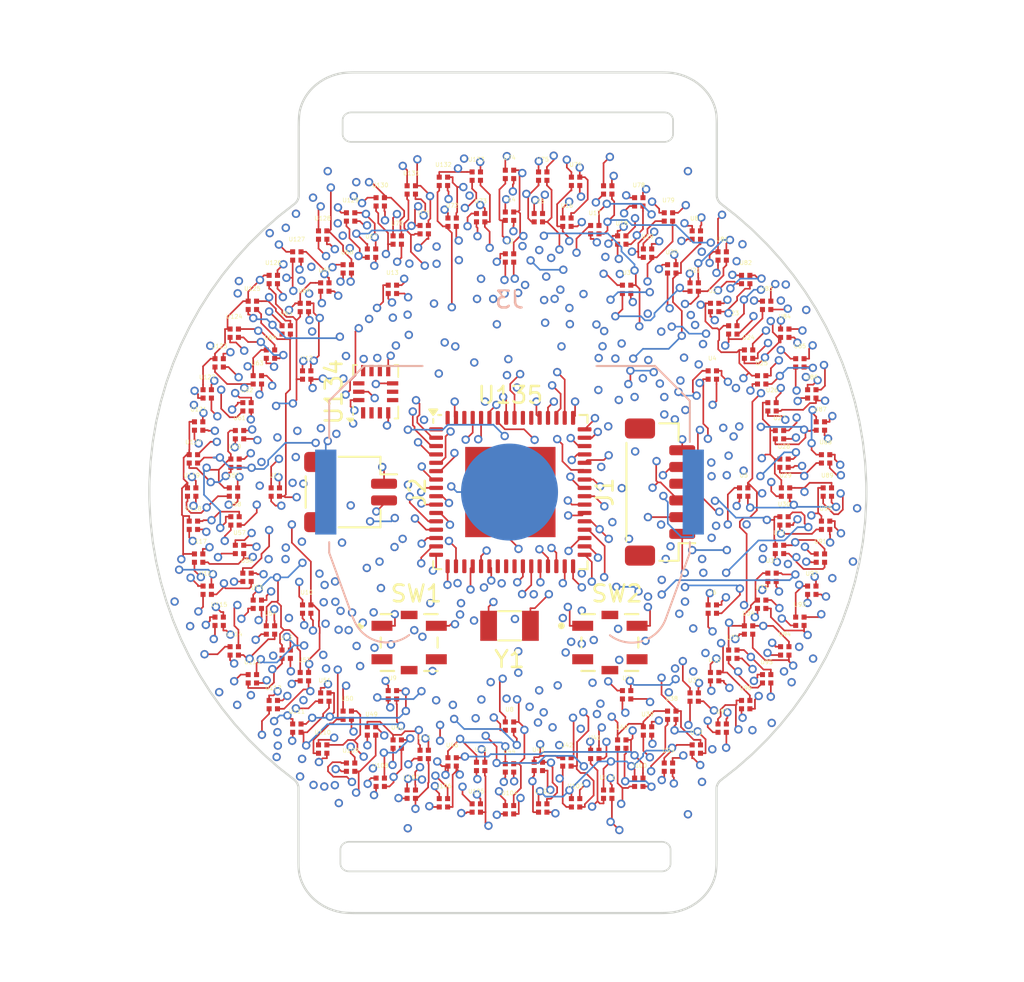
<source format=kicad_pcb>
(kicad_pcb (version 20241229) (generator "pcbnew") (generator_version "9.0")
  (layers (0 "F.Cu" signal) (4 "In1.Cu" mixed "GND.Cu") (6 "In2.Cu" mixed "PWR.Cu") (2 "B.Cu" signal) (13 "F.Paste" user) (15 "B.Paste" user) (5 "F.SilkS" user "F.Silkscreen") (7 "B.SilkS" user "B.Silkscreen") (1 "F.Mask" user) (3 "B.Mask" user) (25 "Edge.Cuts" user))
  (net 0 "")
  (net 1 "/Minute3")
  (net 2 "/B4")
  (net 3 "/R1")
  (net 4 "Net-(J1-GND)")
  (net 5 "/Minute4")
  (net 6 "/Minute5")
  (net 7 "/R4")
  (net 8 "/B6")
  (net 9 "/Minute2")
  (net 10 "Net-(J1-VCC)")
  (net 11 "/B2")
  (net 12 "/Second4")
  (net 13 "/G5")
  (net 14 "/G1")
  (net 15 "/R6")
  (net 16 "/B5")
  (net 17 "Net-(J1-~{RST})")
  (net 18 "/Second7")
  (net 19 "/Minute6")
  (net 20 "/Second3")
  (net 21 "/Second2")
  (net 22 "/G2")
  (net 23 "/Minute10")
  (net 24 "/G6")
  (net 25 "/G3")
  (net 26 "/Hour2")
  (net 27 "/Second6")
  (net 28 "/B3")
  (net 29 "/R3")
  (net 30 "/Minute9")
  (net 31 "/Minute8")
  (net 32 "/G4")
  (net 33 "/R2")
  (net 34 "/Second10")
  (net 35 "/Minute7")
  (net 36 "/Minute1")
  (net 37 "/Second1")
  (net 38 "/Second8")
  (net 39 "/B1")
  (net 40 "/Second5")
  (net 41 "/Hour1")
  (net 42 "/Second9")
  (net 43 "/R5")
  (net 44 "Net-(U135-PF0)")
  (net 45 "Net-(U135-PF1)")
  (net 46 "Net-(U135-PF3)")
  (net 47 "Net-(U135-PF2)")
  (net 48 "Net-(U134-INT1)")
  (net 49 "Net-(U134-SCx)")
  (net 50 "Net-(U134-SDx)")
  (net 54 "Net-(U135-PD7)")
  (net 57 "Net-(U135-PD6)")
  (footprint "B39D3RGB_F6C0001HOU1930:B39D3RGB-F6C0001HOU1930_HVK" (layer "F.Cu") (at 93.2888 84.9265)
    (property "Reference" "U70")
    (property "Value" "B39D3RGB-F6C0001HOU1930")
  )
  (footprint "B39D3RGB_F6C0001HOU1930:B39D3RGB-F6C0001HOU1930_HVK" (layer "F.Cu") (at 112.7135 114.1198)
    (property "Reference" "U97")
    (property "Value" "B39D3RGB-F6C0001HOU1930")
  )
  (footprint "B39D3RGB_F6C0001HOU1930:B39D3RGB-F6C0001HOU1930_HVK" (layer "F.Cu") (at 86.6512 109.6985)
    (property "Reference" "U53")
    (property "Value" "B39D3RGB-F6C0001HOU1930")
  )
  (footprint "B39D3RGB_F6C0001HOU1930:B39D3RGB-F6C0001HOU1930_HVK" (layer "F.Cu") (at 116.1394 96.5695)
    (property "Reference" "U27")
    (property "Value" "B39D3RGB-F6C0001HOU1930")
  )
  (footprint "B39D3RGB_F6C0001HOU1930:B39D3RGB-F6C0001HOU1930_HVK" (layer "F.Cu") (at 90.3015 86.6512)
    (property "Reference" "U68")
    (property "Value" "B39D3RGB-F6C0001HOU1930")
  )
  (footprint "B39D3RGB_F6C0001HOU1930:B39D3RGB-F6C0001HOU1930_HVK" (layer "F.Cu") (at 94.1287 81.9299)
    (property "Reference" "U131")
    (property "Value" "B39D3RGB-F6C0001HOU1930")
  )
  (footprint "B39D3RGB_F6C0001HOU1930:B39D3RGB-F6C0001HOU1930_HVK" (layer "F.Cu") (at 81.1041 101.986)
    (property "Reference" "U118")
    (property "Value" "B39D3RGB-F6C0001HOU1930")
  )
  (footprint "B39D3RGB_F6C0001HOU1930:B39D3RGB-F6C0001HOU1930_HVK" (layer "F.Cu") (at 91.75 114.2894)
    (property "Reference" "U49")
    (property "Value" "B39D3RGB-F6C0001HOU1930")
  )
  (footprint "B39D3RGB_F6C0001HOU1930:B39D3RGB-F6C0001HOU1930_HVK" (layer "F.Cu") (at 93.2888 115.0735)
    (property "Reference" "U48")
    (property "Value" "B39D3RGB-F6C0001HOU1930")
  )
  (footprint "Crystal:Crystal_SMD_3215-2Pin_3.2x1.5mm" (layer "F.Cu") (at 100 108 180)
    (property "Reference" "Y1")
    (property "Value" "Crystal")
  )
  (footprint "B39D3RGB_F6C0001HOU1930:B39D3RGB-F6C0001HOU1930_HVK" (layer "F.Cu") (at 118.0701 105.8713)
    (property "Reference" "U92")
    (property "Value" "B39D3RGB-F6C0001HOU1930")
  )
  (footprint "B39D3RGB_F6C0001HOU1930:B39D3RGB-F6C0001HOU1930_HVK" (layer "F.Cu") (at 85.7106 91.75)
    (property "Reference" "U64")
    (property "Value" "B39D3RGB-F6C0001HOU1930")
  )
  (footprint "B39D3RGB_F6C0001HOU1930:B39D3RGB-F6C0001HOU1930_HVK" (layer "F.Cu") (at 115.0735 93.2888)
    (property "Reference" "U25")
    (property "Value" "B39D3RGB-F6C0001HOU1930")
  )
  (footprint "B39D3RGB_F6C0001HOU1930:B39D3RGB-F6C0001HOU1930_HVK" (layer "F.Cu") (at 108.25 85.7106)
    (property "Reference" "U19")
    (property "Value" "B39D3RGB-F6C0001HOU1930")
  )
  (footprint "B39D3RGB_F6C0001HOU1930:B39D3RGB-F6C0001HOU1930_HVK" (layer "F.Cu") (at 105.8713 118.0701)
    (property "Reference" "U101")
    (property "Value" "B39D3RGB-F6C0001HOU1930")
  )
  (footprint "B39D3RGB_F6C0001HOU1930:B39D3RGB-F6C0001HOU1930_HVK" (layer "F.Cu") (at 112.2619 88.9593)
    (property "Reference" "U22")
    (property "Value" "B39D3RGB-F6C0001HOU1930")
  )
  (footprint "Connector_JST:JST_SH_SM02B-SRSS-TB_1x02-1MP_P1.00mm_Horizontal" (layer "F.Cu") (at 90.5 100 -90)
    (property "Reference" "J2")
    (property "Value" "Lipo")
  )
  (footprint "B39D3RGB_F6C0001HOU1930:B39D3RGB-F6C0001HOU1930_HVK" (layer "F.Cu") (at 100 86)
    (property "Reference" "U2")
    (property "Value" "B39D3RGB-F6C0001HOU1930")
  )
  (footprint "B39D3RGB_F6C0001HOU1930:B39D3RGB-F6C0001HOU1930_HVK" (layer "F.Cu") (at 100 119)
    (property "Reference" "U104")
    (property "Value" "B39D3RGB-F6C0001HOU1930")
  )
  (footprint "B39D3RGB_F6C0001HOU1930:B39D3RGB-F6C0001HOU1930_HVK" (layer "F.Cu") (at 114.1198 112.7135)
    (property "Reference" "U96")
    (property "Value" "B39D3RGB-F6C0001HOU1930")
  )
  (footprint "B39D3RGB_F6C0001HOU1930:B39D3RGB-F6C0001HOU1930_HVK" (layer "F.Cu") (at 103.4305 116.1394)
    (property "Reference" "U42")
    (property "Value" "B39D3RGB-F6C0001HOU1930")
  )
  (footprint "B39D3RGB_F6C0001HOU1930:B39D3RGB-F6C0001HOU1930_HVK" (layer "F.Cu") (at 83.5 100)
    (property "Reference" "U59")
    (property "Value" "B39D3RGB-F6C0001HOU1930")
  )
  (footprint "B39D3RGB_F6C0001HOU1930:B39D3RGB-F6C0001HOU1930_HVK" (layer "F.Cu") (at 96.5695 116.1394)
    (property "Reference" "U46")
    (property "Value" "B39D3RGB-F6C0001HOU1930")
  )
  (footprint "B39D3RGB_F6C0001HOU1930:B39D3RGB-F6C0001HOU1930_HVK" (layer "F.Cu") (at 112.7135 85.8802)
    (property "Reference" "U81")
    (property "Value" "B39D3RGB-F6C0001HOU1930")
  )
  (footprint "B39D3RGB_F6C0001HOU1930:B39D3RGB-F6C0001HOU1930_HVK" (layer "F.Cu") (at 118.5848 96.0497)
    (property "Reference" "U87")
    (property "Value" "B39D3RGB-F6C0001HOU1930")
  )
  (footprint "B39D3RGB_F6C0001HOU1930:B39D3RGB-F6C0001HOU1930_HVK" (layer "F.Cu") (at 84.9265 106.7112)
    (property "Reference" "U55")
    (property "Value" "B39D3RGB-F6C0001HOU1930")
  )
  (footprint "B39D3RGB_F6C0001HOU1930:B39D3RGB-F6C0001HOU1930_HVK" (layer "F.Cu") (at 96.5695 83.8606)
    (property "Reference" "U72")
    (property "Value" "B39D3RGB-F6C0001HOU1930")
  )
  (footprint "B39D3RGB_F6C0001HOU1930:B39D3RGB-F6C0001HOU1930_HVK" (layer "F.Cu") (at 83.5904 101.7247)
    (property "Reference" "U58")
    (property "Value" "B39D3RGB-F6C0001HOU1930")
  )
  (footprint "B39D3RGB_F6C0001HOU1930:B39D3RGB-F6C0001HOU1930_HVK" (layer "F.Cu") (at 107 87.8756)
    (property "Reference" "U3")
    (property "Value" "B39D3RGB-F6C0001HOU1930")
  )
  (footprint "B39D3RGB_F6C0001HOU1930:B39D3RGB-F6C0001HOU1930_HVK" (layer "F.Cu") (at 105.0988 115.6924)
    (property "Reference" "U41")
    (property "Value" "B39D3RGB-F6C0001HOU1930")
  )
  (footprint "B39D3RGB_F6C0001HOU1930:B39D3RGB-F6C0001HOU1930_HVK" (layer "F.Cu") (at 81.1041 98.014)
    (property "Reference" "U120")
    (property "Value" "B39D3RGB-F6C0001HOU1930")
  )
  (footprint "B39D3RGB_F6C0001HOU1930:B39D3RGB-F6C0001HOU1930_HVK" (layer "F.Cu") (at 92.272 117.3574)
    (property "Reference" "U108")
    (property "Value" "B39D3RGB-F6C0001HOU1930")
  )
  (footprint "B39D3RGB_F6C0001HOU1930:B39D3RGB-F6C0001HOU1930_HVK" (layer "F.Cu") (at 118.8959 101.986)
    (property "Reference" "U90")
    (property "Value" "B39D3RGB-F6C0001HOU1930")
  )
  (footprint "B39D3RGB_F6C0001HOU1930:B39D3RGB-F6C0001HOU1930_HVK" (layer "F.Cu") (at 105.8713 81.9299)
    (property "Reference" "U77" (hide yes))
    (property "Value" "B39D3RGB-F6C0001HOU1930")
  )
  (footprint "B39D3RGB_F6C0001HOU1930:B39D3RGB-F6C0001HOU1930_HVK" (layer "F.Cu") (at 98.2753 83.5904)
    (property "Reference" "U73")
    (property "Value" "B39D3RGB-F6C0001HOU1930")
  )
  (footprint "B39D3RGB_F6C0001HOU1930:B39D3RGB-F6C0001HOU1930_HVK" (layer "F.Cu") (at 92.272 82.6426)
    (property "Reference" "U130")
    (property "Value" "B39D3RGB-F6C0001HOU1930")
  )
  (footprint "B39D3RGB_F6C0001HOU1930:B39D3RGB-F6C0001HOU1930_HVK" (layer "F.Cu") (at 115.3713 88.8321)
    (property "Reference" "U83")
    (property "Value" "B39D3RGB-F6C0001HOU1930")
  )
  (footprint "B39D3RGB_F6C0001HOU1930:B39D3RGB-F6C0001HOU1930_HVK" (layer "F.Cu") (at 119 100)
    (property "Reference" "U89")
    (property "Value" "B39D3RGB-F6C0001HOU1930")
  )
  (footprint "B39D3RGB_F6C0001HOU1930:B39D3RGB-F6C0001HOU1930_HVK" (layer "F.Cu") (at 111.0407 112.2619)
    (property "Reference" "U37")
    (property "Value" "B39D3RGB-F6C0001HOU1930")
  )
  (footprint "B39D3RGB_F6C0001HOU1930:B39D3RGB-F6C0001HOU1930_HVK" (layer "F.Cu") (at 113.3488 109.6985)
    (property "Reference" "U35")
    (property "Value" "B39D3RGB-F6C0001HOU1930")
  )
  (footprint "B39D3RGB_F6C0001HOU1930:B39D3RGB-F6C0001HOU1930_HVK" (layer "F.Cu") (at 81.4152 103.9503)
    (property "Reference" "U117")
    (property "Value" "B39D3RGB-F6C0001HOU1930")
  )
  (footprint "B39D3RGB_F6C0001HOU1930:B39D3RGB-F6C0001HOU1930_HVK" (layer "F.Cu") (at 93 112.1244)
    (property "Reference" "U9")
    (property "Value" "B39D3RGB-F6C0001HOU1930")
  )
  (footprint "B39D3RGB_F6C0001HOU1930:B39D3RGB-F6C0001HOU1930_HVK" (layer "F.Cu") (at 87.2865 85.8802)
    (property "Reference" "U127")
    (property "Value" "B39D3RGB-F6C0001HOU1930")
  )
  (footprint "B39D3RGB_F6C0001HOU1930:B39D3RGB-F6C0001HOU1930_HVK" (layer "F.Cu") (at 101.7247 83.5904)
    (property "Reference" "U15")
    (property "Value" "B39D3RGB-F6C0001HOU1930")
  )
  (footprint "B39D3RGB_F6C0001HOU1930:B39D3RGB-F6C0001HOU1930_HVK" (layer "F.Cu") (at 106.7112 84.9265)
    (property "Reference" "U18")
    (property "Value" "B39D3RGB-F6C0001HOU1930")
  )
  (footprint "B39D3RGB_F6C0001HOU1930:B39D3RGB-F6C0001HOU1930_HVK" (layer "F.Cu") (at 114.2894 91.75)
    (property "Reference" "U24")
    (property "Value" "B39D3RGB-F6C0001HOU1930")
  )
  (footprint "B39D3RGB_F6C0001HOU1930:B39D3RGB-F6C0001HOU1930_HVK" (layer "F.Cu") (at 111.0407 87.7381)
    (property "Reference" "U21")
    (property "Value" "B39D3RGB-F6C0001HOU1930")
  )
  (footprint "kicad-footprints:SW_TS21-34-035-BK-260-SMT-TR" (layer "F.Cu") (at 106 109)
    (property "Reference" "SW2")
    (property "Value" "SW_DPST")
  )
  (footprint "B39D3RGB_F6C0001HOU1930:B39D3RGB-F6C0001HOU1930_HVK" (layer "F.Cu") (at 98.014 81.1041)
    (property "Reference" "U133")
    (property "Value" "B39D3RGB-F6C0001HOU1930")
  )
  (footprint "B39D3RGB_F6C0001HOU1930:B39D3RGB-F6C0001HOU1930_HVK" (layer "F.Cu") (at 100 116.5)
    (property "Reference" "U44")
    (property "Value" "B39D3RGB-F6C0001HOU1930")
  )
  (footprint "B39D3RGB_F6C0001HOU1930:B39D3RGB-F6C0001HOU1930_HVK" (layer "F.Cu") (at 84.6287 88.8321)
    (property "Reference" "U125")
    (property "Value" "B39D3RGB-F6C0001HOU1930")
  )
  (footprint "B39D3RGB_F6C0001HOU1930:B39D3RGB-F6C0001HOU1930_HVK" (layer "F.Cu") (at 108.25 114.2894)
    (property "Reference" "U39")
    (property "Value" "B39D3RGB-F6C0001HOU1930")
  )
  (footprint "B39D3RGB_F6C0001HOU1930:B39D3RGB-F6C0001HOU1930_HVK" (layer "F.Cu") (at 112.1244 93)
    (property "Reference" "U4")
    (property "Value" "B39D3RGB-F6C0001HOU1930")
  )
  (footprint "B39D3RGB_F6C0001HOU1930:B39D3RGB-F6C0001HOU1930_HVK" (layer "F.Cu") (at 114.2894 108.25)
    (property "Reference" "U34")
    (property "Value" "B39D3RGB-F6C0001HOU1930")
  )
  (footprint "B39D3RGB_F6C0001HOU1930:B39D3RGB-F6C0001HOU1930_HVK" (layer "F.Cu") (at 111.1679 84.6287)
    (property "Reference" "U80")
    (property "Value" "B39D3RGB-F6C0001HOU1930")
  )
  (footprint "B39D3RGB_F6C0001HOU1930:B39D3RGB-F6C0001HOU1930_HVK" (layer "F.Cu") (at 83.5455 109.5)
    (property "Reference" "U114")
    (property "Value" "B39D3RGB-F6C0001HOU1930")
  )
  (footprint "B39D3RGB_F6C0001HOU1930:B39D3RGB-F6C0001HOU1930_HVK" (layer "F.Cu") (at 83.8606 96.5695)
    (property "Reference" "U61")
    (property "Value" "B39D3RGB-F6C0001HOU1930")
  )
  (footprint "B39D3RGB_F6C0001HOU1930:B39D3RGB-F6C0001HOU1930_HVK" (layer "F.Cu") (at 90.5 116.4545)
    (property "Reference" "U109")
    (property "Value" "B39D3RGB-F6C0001HOU1930")
  )
  (footprint "B39D3RGB_F6C0001HOU1930:B39D3RGB-F6C0001HOU1930_HVK" (layer "F.Cu") (at 94.1287 118.0701)
    (property "Reference" "U107")
    (property "Value" "B39D3RGB-F6C0001HOU1930")
  )
  (footprint "B39D3RGB_F6C0001HOU1930:B39D3RGB-F6C0001HOU1930_HVK" (layer "F.Cu") (at 81.4152 96.0497)
    (property "Reference" "U121")
    (property "Value" "B39D3RGB-F6C0001HOU1930")
  )
  (footprint "B39D3RGB_F6C0001HOU1930:B39D3RGB-F6C0001HOU1930_HVK" (layer "F.Cu") (at 101.7247 116.4096)
    (property "Reference" "U43")
    (property "Value" "B39D3RGB-F6C0001HOU1930")
  )
  (footprint "B39D3RGB_F6C0001HOU1930:B39D3RGB-F6C0001HOU1930_HVK" (layer "F.Cu") (at 86.6512 90.3015)
    (property "Reference" "U65")
    (property "Value" "B39D3RGB-F6C0001HOU1930")
  )
  (footprint "B39D3RGB_F6C0001HOU1930:B39D3RGB-F6C0001HOU1930_HVK" (layer "F.Cu") (at 107 112.1244)
    (property "Reference" "U7")
    (property "Value" "B39D3RGB-F6C0001HOU1930")
  )
  (footprint "B39D3RGB_F6C0001HOU1930:B39D3RGB-F6C0001HOU1930_HVK" (layer "F.Cu") (at 91.75 85.7106)
    (property "Reference" "U69")
    (property "Value" "B39D3RGB-F6C0001HOU1930")
  )
  (footprint "B39D3RGB_F6C0001HOU1930:B39D3RGB-F6C0001HOU1930_HVK" (layer "F.Cu") (at 98.014 118.8959)
    (property "Reference" "U105")
    (property "Value" "B39D3RGB-F6C0001HOU1930")
  )
  (footprint "B39D3RGB_F6C0001HOU1930:B39D3RGB-F6C0001HOU1930_HVK" (layer "F.Cu") (at 90.5 83.5455)
    (property "Reference" "U129")
    (property "Value" "B39D3RGB-F6C0001HOU1930")
  )
  (footprint "B39D3RGB_F6C0001HOU1930:B39D3RGB-F6C0001HOU1930_HVK" (layer "F.Cu") (at 115.3713 111.1679)
    (property "Reference" "U95")
    (property "Value" "B39D3RGB-F6C0001HOU1930")
  )
  (footprint "B39D3RGB_F6C0001HOU1930:B39D3RGB-F6C0001HOU1930_HVK" (layer "F.Cu") (at 115.6924 105.0988)
    (property "Reference" "U32")
    (property "Value" "B39D3RGB-F6C0001HOU1930")
  )
  (footprint "B39D3RGB_F6C0001HOU1930:B39D3RGB-F6C0001HOU1930_HVK" (layer "F.Cu") (at 85.7106 108.25)
    (property "Reference" "U54")
    (property "Value" "B39D3RGB-F6C0001HOU1930")
  )
  (footprint "B39D3RGB_F6C0001HOU1930:B39D3RGB-F6C0001HOU1930_HVK" (layer "F.Cu") (at 88.8321 84.6287)
    (property "Reference" "U128")
    (property "Value" "B39D3RGB-F6C0001HOU1930")
  )
  (footprint "B39D3RGB_F6C0001HOU1930:B39D3RGB-F6C0001HOU1930_HVK" (layer "F.Cu") (at 116.4096 101.7247)
    (property "Reference" "U30")
    (property "Value" "B39D3RGB-F6C0001HOU1930")
  )
  (footprint "B39D3RGB_F6C0001HOU1930:B39D3RGB-F6C0001HOU1930_HVK" (layer "F.Cu") (at 85.8802 87.2865)
    (property "Reference" "U126")
    (property "Value" "B39D3RGB-F6C0001HOU1930")
  )
  (footprint "B39D3RGB_F6C0001HOU1930:B39D3RGB-F6C0001HOU1930_HVK" (layer "F.Cu") (at 116.1394 103.4305)
    (property "Reference" "U31")
    (property "Value" "B39D3RGB-F6C0001HOU1930")
  )
  (footprint "B39D3RGB_F6C0001HOU1930:B39D3RGB-F6C0001HOU1930_HVK" (layer "F.Cu") (at 90.3015 113.3488)
    (property "Reference" "U50")
    (property "Value" "B39D3RGB-F6C0001HOU1930")
  )
  (footprint "B39D3RGB_F6C0001HOU1930:B39D3RGB-F6C0001HOU1930_HVK" (layer "F.Cu") (at 84.3076 94.9012)
    (property "Reference" "U62")
    (property "Value" "B39D3RGB-F6C0001HOU1930")
  )
  (footprint "B39D3RGB_F6C0001HOU1930:B39D3RGB-F6C0001HOU1930_HVK" (layer "F.Cu") (at 96.0497 118.5848)
    (property "Reference" "U106")
    (property "Value" "B39D3RGB-F6C0001HOU1930")
  )
  (footprint "B39D3RGB_F6C0001HOU1930:B39D3RGB-F6C0001HOU1930_HVK" (layer "F.Cu") (at 109.6985 86.6512)
    (property "Reference" "U20")
    (property "Value" "B39D3RGB-F6C0001HOU1930")
  )
  (footprint "B39D3RGB_F6C0001HOU1930:B39D3RGB-F6C0001HOU1930_HVK" (layer "F.Cu") (at 83.5455 90.5)
    (property "Reference" "U124")
    (property "Value" "B39D3RGB-F6C0001HOU1930")
  )
  (footprint "B39D3RGB_F6C0001HOU1930:B39D3RGB-F6C0001HOU1930_HVK" (layer "F.Cu") (at 117.3574 107.728)
    (property "Reference" "U93")
    (property "Value" "B39D3RGB-F6C0001HOU1930")
  )
  (footprint "B39D3RGB_F6C0001HOU1930:B39D3RGB-F6C0001HOU1930_HVK" (layer "F.Cu") (at 101.986 118.8959)
    (property "Reference" "U103")
    (property "Value" "B39D3RGB-F6C0001HOU1930")
  )
  (footprint "B39D3RGB_F6C0001HOU1930:B39D3RGB-F6C0001HOU1930_HVK" (layer "F.Cu") (at 118.0701 94.1287)
    (property "Reference" "U86")
    (property "Value" "B39D3RGB-F6C0001HOU1930")
  )
  (footprint "B39D3RGB_F6C0001HOU1930:B39D3RGB-F6C0001HOU1930_HVK" (layer "F.Cu") (at 85.8802 112.7135)
    (property "Reference" "U112")
    (property "Value" "B39D3RGB-F6C0001HOU1930")
  )
  (footprint "kicad-footprints:SW_TS21-34-035-BK-260-SMT-TR" (layer "F.Cu") (at 94 109)
    (property "Reference" "SW1")
    (property "Value" "SW_DPST")
  )
  (footprint "B39D3RGB_F6C0001HOU1930:B39D3RGB-F6C0001HOU1930_HVK" (layer "F.Cu") (at 84.9265 93.2888)
    (property "Reference" "U63")
    (property "Value" "B39D3RGB-F6C0001HOU1930")
  )
  (footprint "B39D3RGB_F6C0001HOU1930:B39D3RGB-F6C0001HOU1930_HVK" (layer "F.Cu") (at 116.4545 90.5)
    (property "Reference" "U84")
    (property "Value" "B39D3RGB-F6C0001HOU1930")
  )
  (footprint "B39D3RGB_F6C0001HOU1930:B39D3RGB-F6C0001HOU1930_HVK" (layer "F.Cu") (at 117.3574 92.272)
    (property "Reference" "U85")
    (property "Value" "B39D3RGB-F6C0001HOU1930")
  )
  (footprint "B39D3RGB_F6C0001HOU1930:B39D3RGB-F6C0001HOU1930_HVK" (layer "F.Cu") (at 114.1198 87.2865)
    (property "Reference" "U82")
    (property "Value" "B39D3RGB-F6C0001HOU1930")
  )
  (footprint "B39D3RGB_F6C0001HOU1930:B39D3RGB-F6C0001HOU1930_HVK" (layer "F.Cu") (at 87.7381 88.9593)
    (property "Reference" "U66")
    (property "Value" "B39D3RGB-F6C0001HOU1930")
  )
  (footprint "B39D3RGB_F6C0001HOU1930:B39D3RGB-F6C0001HOU1930_HVK" (layer "F.Cu") (at 83.5904 98.2753)
    (property "Reference" "U60")
    (property "Value" "B39D3RGB-F6C0001HOU1930")
  )
  (footprint "B39D3RGB_F6C0001HOU1930:B39D3RGB-F6C0001HOU1930_HVK" (layer "F.Cu") (at 100 83.5)
    (property "Reference" "U14")
    (property "Value" "B39D3RGB-F6C0001HOU1930")
  )
  (footprint "B39D3RGB_F6C0001HOU1930:B39D3RGB-F6C0001HOU1930_HVK" (layer "F.Cu") (at 109.6985 113.3488)
    (property "Reference" "U38")
    (property "Value" "B39D3RGB-F6C0001HOU1930")
  )
  (footprint "B39D3RGB_F6C0001HOU1930:B39D3RGB-F6C0001HOU1930_HVK" (layer "F.Cu") (at 103.9503 81.4152)
    (property "Reference" "U76")
    (property "Value" "B39D3RGB-F6C0001HOU1930")
  )
  (footprint "B39D3RGB_F6C0001HOU1930:B39D3RGB-F6C0001HOU1930_HVK" (layer "F.Cu") (at 96.0497 81.4152)
    (property "Reference" "U132")
    (property "Value" "B39D3RGB-F6C0001HOU1930")
  )
  (footprint "B39D3RGB_F6C0001HOU1930:B39D3RGB-F6C0001HOU1930_HVK" (layer "F.Cu") (at 81 100)
    (property "Reference" "U119")
    (property "Value" "B39D3RGB-F6C0001HOU1930")
  )
  (footprint "B39D3RGB_F6C0001HOU1930:B39D3RGB-F6C0001HOU1930_HVK" (layer "F.Cu") (at 111.1679 115.3713)
    (property "Reference" "U98")
    (property "Value" "B39D3RGB-F6C0001HOU1930")
  )
  (footprint "B39D3RGB_F6C0001HOU1930:B39D3RGB-F6C0001HOU1930_HVK" (layer "F.Cu") (at 113.3488 90.3015)
    (property "Reference" "U23")
    (property "Value" "B39D3RGB-F6C0001HOU1930")
  )
  (footprint "B39D3RGB_F6C0001HOU1930:B39D3RGB-F6C0001HOU1930_HVK" (layer "F.Cu") (at 101.986 81.1041)
    (property "Reference" "U75")
    (property "Value" "B39D3RGB-F6C0001HOU1930")
  )
  (footprint "B39D3RGB_F6C0001HOU1930:B39D3RGB-F6C0001HOU1930_HVK" (layer "F.Cu") (at 87.8756 107)
    (property "Reference" "U10")
    (property "Value" "B39D3RGB-F6C0001HOU1930")
  )
  (footprint "B39D3RGB_F6C0001HOU1930:B39D3RGB-F6C0001HOU1930_HVK" (layer "F.Cu") (at 86 100)
    (property "Reference" "U11")
    (property "Value" "B39D3RGB-F6C0001HOU1930")
  )
  (footprint "B39D3RGB_F6C0001HOU1930:B39D3RGB-F6C0001HOU1930_HVK" (layer "F.Cu") (at 116.4545 109.5)
    (property "Reference" "U94")
    (property "Value" "B39D3RGB-F6C0001HOU1930")
  )
  (footprint "B39D3RGB_F6C0001HOU1930:B39D3RGB-F6C0001HOU1930_HVK" (layer "F.Cu") (at 82.6426 107.728)
    (property "Reference" "U115")
    (property "Value" "B39D3RGB-F6C0001HOU1930")
  )
  (footprint "B39D3RGB_F6C0001HOU1930:B39D3RGB-F6C0001HOU1930_HVK" (layer "F.Cu") (at 87.2865 114.1198)
    (property "Reference" "U111")
    (property "Value" "B39D3RGB-F6C0001HOU1930")
  )
  (footprint "B39D3RGB_F6C0001HOU1930:B39D3RGB-F6C0001HOU1930_HVK" (layer "F.Cu") (at 88.9593 112.2619)
    (property "Reference" "U51")
    (property "Value" "B39D3RGB-F6C0001HOU1930")
  )
  (footprint "B39D3RGB_F6C0001HOU1930:B39D3RGB-F6C0001HOU1930_HVK" (layer "F.Cu") (at 100 81)
    (property "Reference" "U74")
    (property "Value" "B39D3RGB-F6C0001HOU1930")
  )
  (footprint "B39D3RGB_F6C0001HOU1930:B39D3RGB-F6C0001HOU1930_HVK" (layer "F.Cu") (at 93 87.8756)
    (property "Reference" "U13")
    (property "Value" "B39D3RGB-F6C0001HOU1930")
  )
  (footprint "B39D3RGB_F6C0001HOU1930:B39D3RGB-F6C0001HOU1930_HVK" (layer "F.Cu") (at 112.2619 111.0407)
    (property "Reference" "U36")
    (property "Value" "B39D3RGB-F6C0001HOU1930")
  )
  (footprint "B39D3RGB_F6C0001HOU1930:B39D3RGB-F6C0001HOU1930_HVK" (layer "F.Cu") (at 100 114)
    (property "Reference" "U8")
    (property "Value" "B39D3RGB-F6C0001HOU1930")
  )
  (footprint "B39D3RGB_F6C0001HOU1930:B39D3RGB-F6C0001HOU1930_HVK" (layer "F.Cu") (at 103.4305 83.8606)
    (property "Reference" "U16")
    (property "Value" "B39D3RGB-F6C0001HOU1930")
  )
  (footprint "B39D3RGB_F6C0001HOU1930:B39D3RGB-F6C0001HOU1930_HVK" (layer "F.Cu") (at 114 100)
    (property "Reference" "U5")
    (property "Value" "B39D3RGB-F6C0001HOU1930")
  )
  (footprint "B39D3RGB_F6C0001HOU1930:B39D3RGB-F6C0001HOU1930_HVK" (layer "F.Cu") (at 109.5 83.5455)
    (property "Reference" "U79")
    (property "Value" "B39D3RGB-F6C0001HOU1930")
  )
  (footprint "B39D3RGB_F6C0001HOU1930:B39D3RGB-F6C0001HOU1930_HVK" (layer "F.Cu") (at 116.5 100)
    (property "Reference" "U29")
    (property "Value" "B39D3RGB-F6C0001HOU1930")
  )
  (footprint "B39D3RGB_F6C0001HOU1930:B39D3RGB-F6C0001HOU1930_HVK" (layer "F.Cu") (at 103.9503 118.5848)
    (property "Reference" "U102")
    (property "Value" "B39D3RGB-F6C0001HOU1930")
  )
  (footprint "B39D3RGB_F6C0001HOU1930:B39D3RGB-F6C0001HOU1930_HVK" (layer "F.Cu") (at 84.3076 105.0988)
    (property "Reference" "U56")
    (property "Value" "B39D3RGB-F6C0001HOU1930")
  )
  (footprint "B39D3RGB_F6C0001HOU1930:B39D3RGB-F6C0001HOU1930_HVK" (layer "F.Cu") (at 87.8756 93)
    (property "Reference" "U12")
    (property "Value" "B39D3RGB-F6C0001HOU1930")
  )
  (footprint "B39D3RGB_F6C0001HOU1930:B39D3RGB-F6C0001HOU1930_HVK" (layer "F.Cu") (at 115.0735 106.7112)
    (property "Reference" "U33")
    (property "Value" "B39D3RGB-F6C0001HOU1930")
  )
  (footprint "B39D3RGB_F6C0001HOU1930:B39D3RGB-F6C0001HOU1930_HVK" (layer "F.Cu") (at 83.8606 103.4305)
    (property "Reference" "U57")
    (property "Value" "B39D3RGB-F6C0001HOU1930")
  )
  (footprint "B39D3RGB_F6C0001HOU1930:B39D3RGB-F6C0001HOU1930_HVK" (layer "F.Cu") (at 105.0988 84.3076)
    (property "Reference" "U17")
    (property "Value" "B39D3RGB-F6C0001HOU1930")
  )
  (footprint "B39D3RGB_F6C0001HOU1930:B39D3RGB-F6C0001HOU1930_HVK" (layer "F.Cu") (at 88.9593 87.7381)
    (property "Reference" "U67")
    (property "Value" "B39D3RGB-F6C0001HOU1930")
  )
  (footprint "B39D3RGB_F6C0001HOU1930:B39D3RGB-F6C0001HOU1930_HVK" (layer "F.Cu") (at 94.9012 84.3076)
    (property "Reference" "U71")
    (property "Value" "B39D3RGB-F6C0001HOU1930")
  )
  (footprint "Connector_JST:JST_SH_BM06B-SRSS-TB_1x06-1MP_P1.00mm_Vertical" (layer "F.Cu") (at 109 100 90)
    (property "Reference" "J1")
    (property "Value" "AVR-ISP-6")
  )
  (footprint "B39D3RGB_F6C0001HOU1930:B39D3RGB-F6C0001HOU1930_HVK" (layer "F.Cu") (at 107.728 82.6426)
    (property "Reference" "U78")
    (property "Value" "B39D3RGB-F6C0001HOU1930")
  )
  (footprint "B39D3RGB_F6C0001HOU1930:B39D3RGB-F6C0001HOU1930_HVK" (layer "F.Cu") (at 118.8959 98.014)
    (property "Reference" "U88")
    (property "Value" "B39D3RGB-F6C0001HOU1930")
  )
  (footprint "B39D3RGB_F6C0001HOU1930:B39D3RGB-F6C0001HOU1930_HVK" (layer "F.Cu") (at 106.7112 115.0735)
    (property "Reference" "U40")
    (property "Value" "B39D3RGB-F6C0001HOU1930")
  )
  (footprint "Package_LGA:Bosch_LGA-14_3x2.5mm_P0.5mm" (layer "F.Cu") (at 92 94 90)
    (property "Reference" "U134")
    (property "Value" "BMI160")
  )
  (footprint "B39D3RGB_F6C0001HOU1930:B39D3RGB-F6C0001HOU1930_HVK" (layer "F.Cu") (at 84.6287 111.1679)
    (property "Reference" "U113")
    (property "Value" "B39D3RGB-F6C0001HOU1930")
  )
  (footprint "B39D3RGB_F6C0001HOU1930:B39D3RGB-F6C0001HOU1930_HVK" (layer "F.Cu") (at 115.6924 94.9012)
    (property "Reference" "U26")
    (property "Value" "B39D3RGB-F6C0001HOU1930")
  )
  (footprint "B39D3RGB_F6C0001HOU1930:B39D3RGB-F6C0001HOU1930_HVK" (layer "F.Cu") (at 94.9012 115.6924)
    (property "Reference" "U47")
    (property "Value" "B39D3RGB-F6C0001HOU1930")
  )
  (footprint "B39D3RGB_F6C0001HOU1930:B39D3RGB-F6C0001HOU1930_HVK" (layer "F.Cu") (at 118.5848 103.9503)
    (property "Reference" "U91")
    (property "Value" "B39D3RGB-F6C0001HOU1930")
  )
  (footprint "B39D3RGB_F6C0001HOU1930:B39D3RGB-F6C0001HOU1930_HVK" (layer "F.Cu") (at 87.7381 111.0407)
    (property "Reference" "U52")
    (property "Value" "B39D3RGB-F6C0001HOU1930")
  )
  (footprint "B39D3RGB_F6C0001HOU1930:B39D3RGB-F6C0001HOU1930_HVK" (layer "F.Cu") (at 81.9299 105.8713)
    (property "Reference" "U116")
    (property "Value" "B39D3RGB-F6C0001HOU1930")
  )
  (footprint "B39D3RGB_F6C0001HOU1930:B39D3RGB-F6C0001HOU1930_HVK" (layer "F.Cu") (at 81.9299 94.1287)
    (property "Reference" "U122")
    (property "Value" "B39D3RGB-F6C0001HOU1930")
  )
  (footprint "B39D3RGB_F6C0001HOU1930:B39D3RGB-F6C0001HOU1930_HVK" (layer "F.Cu") (at 88.8321 115.3713)
    (property "Reference" "U110")
    (property "Value" "B39D3RGB-F6C0001HOU1930")
  )
  (footprint "Package_DFN_QFN:QFN-64-1EP_9x9mm_P0.5mm_EP5.4x5.4mm" (layer "F.Cu") (at 100.05 100)
    (property "Reference" "U135")
    (property "Value" "ATmega165PA-M")
  )
  (footprint "B39D3RGB_F6C0001HOU1930:B39D3RGB-F6C0001HOU1930_HVK" (layer "F.Cu") (at 112.1244 107)
    (property "Reference" "U6")
    (property "Value" "B39D3RGB-F6C0001HOU1930")
  )
  (footprint "B39D3RGB_F6C0001HOU1930:B39D3RGB-F6C0001HOU1930_HVK" (layer "F.Cu") (at 109.5 116.4545)
    (property "Reference" "U99")
    (property "Value" "B39D3RGB-F6C0001HOU1930")
  )
  (footprint "B39D3RGB_F6C0001HOU1930:B39D3RGB-F6C0001HOU1930_HVK" (layer "F.Cu") (at 107.728 117.3574)
    (property "Reference" "U100")
    (property "Value" "B39D3RGB-F6C0001HOU1930")
  )
  (footprint "B39D3RGB_F6C0001HOU1930:B39D3RGB-F6C0001HOU1930_HVK" (layer "F.Cu") (at 82.6426 92.272)
    (property "Reference" "U123")
    (property "Value" "B39D3RGB-F6C0001HOU1930")
  )
  (footprint "B39D3RGB_F6C0001HOU1930:B39D3RGB-F6C0001HOU1930_HVK" (layer "F.Cu") (at 116.4096 98.2753)
    (property "Reference" "U28")
    (property "Value" "B39D3RGB-F6C0001HOU1930")
  )
  (footprint "B39D3RGB_F6C0001HOU1930:B39D3RGB-F6C0001HOU1930_HVK" (layer "F.Cu") (at 98.2753 116.4096)
    (property "Reference" "U45")
    (property "Value" "B39D3RGB-F6C0001HOU1930")
  )
  (footprint "Battery:BatteryHolder_Keystone_3034_1x20mm" (layer "B.Cu") (at 100 100 180)
    (property "Reference" "J3")
    (property "Value" "Coin Cell")
  )
  (gr_poly (pts (xy 109.131585 120.918737) (xy 109.157305 120.920452) (xy 109.182807 120.923291) (xy 109.208048 120.927238) (xy 109.232985 120.932278) (xy 109.257574 120.938393) (xy 109.281774 120.945569) (xy 109.305541 120.953789) (xy 109.328832 120.963037) (xy 109.351605 120.973298) (xy 109.373816 120.984555) (xy 109.395423 120.996793) (xy 109.416383 121.009995) (xy 109.436653 121.024147) (xy 109.45619 121.03923) (xy 109.474952 121.055231) (xy 109.492808 121.072048) (xy 109.509641 121.089559) (xy 109.525432 121.107726) (xy 109.540165 121.126511) (xy 109.553821 121.145875) (xy 109.566383 121.16578) (xy 109.577833 121.186188) (xy 109.588153 121.20706) (xy 109.597325 121.228358) (xy 109.605332 121.250044) (xy 109.612155 121.272078) (xy 109.617778 121.294424) (xy 109.622182 121.317042) (xy 109.62535 121.339895) (xy 109.627264 121.362943) (xy 109.627906 121.386148) (xy 109.627906 122.218927) (xy 109.627264 122.242133) (xy 109.62535 122.265181) (xy 109.622182 122.288034) (xy 109.617778 122.310652) (xy 109.612155 122.332997) (xy 109.605332 122.355032) (xy 109.597325 122.376718) (xy 109.588153 122.398016) (xy 109.577833 122.418888) (xy 109.566383 122.439296) (xy 109.553821 122.459201) (xy 109.540165 122.478565) (xy 109.525432 122.49735) (xy 109.509641 122.515517) (xy 109.492808 122.533028) (xy 109.474952 122.549845) (xy 109.45619 122.565848) (xy 109.436653 122.580934) (xy 109.416383 122.595086) (xy 109.395423 122.608289) (xy 109.373816 122.620527) (xy 109.351605 122.631785) (xy 109.328832 122.642045) (xy 109.305541 122.651293) (xy 109.281774 122.659512) (xy 109.257574 122.666687) (xy 109.232985 122.672801) (xy 109.208048 122.67784) (xy 109.182807 122.681786) (xy 109.157305 122.684625) (xy 109.131585 122.686339) (xy 109.105689 122.686914) (xy 90.413169 122.686914) (xy 90.387274 122.686339) (xy 90.361555 122.684625) (xy 90.336054 122.681786) (xy 90.310815 122.67784) (xy 90.285879 122.672801) (xy 90.261291 122.666687) (xy 90.237092 122.659512) (xy 90.213325 122.651293) (xy 90.190034 122.642045) (xy 90.167262 122.631785) (xy 90.14505 122.620527) (xy 90.123442 122.608289) (xy 90.102481 122.595086) (xy 90.082209 122.580934) (xy 90.06267 122.565848) (xy 90.043906 122.549845) (xy 90.026051 122.533028) (xy 90.009219 122.515517) (xy 89.993429 122.49735) (xy 89.978697 122.478565) (xy 89.965041 122.459201) (xy 89.95248 122.439296) (xy 89.941031 122.418888) (xy 89.930712 122.398016) (xy 89.92154 122.376718) (xy 89.913533 122.355032) (xy 89.90671 122.332997) (xy 89.901087 122.310652) (xy 89.896683 122.288034) (xy 89.893515 122.265181) (xy 89.891601 122.242133) (xy 89.89096 122.218927) (xy 89.89096 121.386148) (xy 89.891601 121.362943) (xy 89.893515 121.339895) (xy 89.896683 121.317042) (xy 89.901087 121.294424) (xy 89.90671 121.272078) (xy 89.913533 121.250044) (xy 89.92154 121.228358) (xy 89.930712 121.20706) (xy 89.941031 121.186188) (xy 89.95248 121.16578) (xy 89.965041 121.145875) (xy 89.978697 121.126511) (xy 89.993429 121.107726) (xy 90.009219 121.089559) (xy 90.026051 121.072048) (xy 90.043906 121.055231) (xy 90.06267 121.03923) (xy 90.082209 121.024147) (xy 90.102481 121.009995) (xy 90.123442 120.996793) (xy 90.14505 120.984555) (xy 90.167262 120.973298) (xy 90.190034 120.963037) (xy 90.213325 120.953789) (xy 90.237092 120.945569) (xy 90.261291 120.938393) (xy 90.285879 120.932278) (xy 90.310815 120.927238) (xy 90.336054 120.923291) (xy 90.361555 120.920452) (xy 90.387274 120.918737) (xy 90.413169 120.918161) (xy 109.105689 120.918161)) (fill no) (layer "Edge.Cuts"))
  (gr_poly (pts (xy 109.280135 77.292191) (xy 109.306676 77.293996) (xy 109.332831 77.29697) (xy 109.358567 77.301082) (xy 109.383852 77.306303) (xy 109.408652 77.312604) (xy 109.432935 77.319956) (xy 109.456668 77.328328) (xy 109.479818 77.337692) (xy 109.502352 77.348018) (xy 109.524237 77.359277) (xy 109.545441 77.37144) (xy 109.565931 77.384476) (xy 109.585674 77.398357) (xy 109.604636 77.413054) (xy 109.622786 77.428536) (xy 109.640091 77.444775) (xy 109.656517 77.461742) (xy 109.672031 77.479405) (xy 109.686602 77.497738) (xy 109.700195 77.516709) (xy 109.712779 77.53629) (xy 109.72432 77.556451) (xy 109.734786 77.577163) (xy 109.744143 77.598397) (xy 109.75236 77.620123) (xy 109.759402 77.642311) (xy 109.765237 77.664933) (xy 109.769833 77.687958) (xy 109.773157 77.711358) (xy 109.775175 77.735104) (xy 109.775855 77.759165) (xy 109.775855 78.59112) (xy 109.775175 78.615181) (xy 109.773157 78.638926) (xy 109.769833 78.662326) (xy 109.765237 78.685352) (xy 109.759402 78.707974) (xy 109.75236 78.730162) (xy 109.744143 78.751888) (xy 109.734786 78.773121) (xy 109.72432 78.793833) (xy 109.712779 78.813994) (xy 109.700195 78.833575) (xy 109.686602 78.852547) (xy 109.672031 78.870879) (xy 109.656517 78.888543) (xy 109.640091 78.905509) (xy 109.622786 78.921748) (xy 109.604636 78.937231) (xy 109.585674 78.951927) (xy 109.565931 78.965808) (xy 109.545441 78.978845) (xy 109.524237 78.991007) (xy 109.502352 79.002266) (xy 109.479818 79.012593) (xy 109.456668 79.021957) (xy 109.432935 79.030329) (xy 109.408652 79.03768) (xy 109.383852 79.043981) (xy 109.358567 79.049203) (xy 109.332831 79.053315) (xy 109.306676 79.056288) (xy 109.280135 79.058094) (xy 109.253241 79.058702) (xy 90.546019 79.058702) (xy 90.519125 79.058094) (xy 90.492583 79.056288) (xy 90.466428 79.053315) (xy 90.440691 79.049203) (xy 90.415406 79.043981) (xy 90.390605 79.03768) (xy 90.366322 79.030329) (xy 90.342589 79.021957) (xy 90.319438 79.012593) (xy 90.296904 79.002266) (xy 90.275018 78.991007) (xy 90.253814 78.978845) (xy 90.233324 78.965808) (xy 90.213581 78.951927) (xy 90.194618 78.937231) (xy 90.176468 78.921748) (xy 90.159163 78.905509) (xy 90.142737 78.888543) (xy 90.127222 78.870879) (xy 90.112652 78.852547) (xy 90.099058 78.833575) (xy 90.086474 78.813994) (xy 90.074933 78.793833) (xy 90.064467 78.773121) (xy 90.05511 78.751888) (xy 90.046894 78.730162) (xy 90.039851 78.707974) (xy 90.034016 78.685352) (xy 90.02942 78.662326) (xy 90.026096 78.638926) (xy 90.024078 78.615181) (xy 90.023398 78.59112) (xy 90.023398 77.759165) (xy 90.024078 77.735104) (xy 90.026096 77.711358) (xy 90.02942 77.687958) (xy 90.034016 77.664933) (xy 90.039851 77.642311) (xy 90.046894 77.620123) (xy 90.05511 77.598397) (xy 90.064467 77.577163) (xy 90.074933 77.556451) (xy 90.086474 77.53629) (xy 90.099058 77.516709) (xy 90.112652 77.497738) (xy 90.127222 77.479405) (xy 90.142737 77.461742) (xy 90.159163 77.444775) (xy 90.176468 77.428536) (xy 90.194618 77.413054) (xy 90.213581 77.398357) (xy 90.233324 77.384476) (xy 90.253814 77.37144) (xy 90.275018 77.359277) (xy 90.296904 77.348018) (xy 90.319438 77.337692) (xy 90.342589 77.328328) (xy 90.366322 77.319956) (xy 90.390605 77.312604) (xy 90.415406 77.306303) (xy 90.440691 77.301082) (xy 90.466428 77.29697) (xy 90.492583 77.293996) (xy 90.519125 77.292191) (xy 90.546019 77.291582) (xy 109.253241 77.291582)) (fill no) (layer "Edge.Cuts"))
  (gr_poly (pts (xy 91.069053 74.899652) (xy 108.723792 74.899652) (xy 108.960589 74.899594) (xy 109.106548 74.900838) (xy 109.26278 74.904103) (xy 109.42321 74.910268) (xy 109.581762 74.92021) (xy 109.732362 74.934809) (xy 109.802781 74.944129) (xy 109.868934 74.954943) (xy 110.088337 75.002506) (xy 110.302159 75.064114) (xy 110.509689 75.139252) (xy 110.71021 75.227401) (xy 110.903011 75.328045) (xy 111.087377 75.440666) (xy 111.262595 75.564749) (xy 111.427951 75.699775) (xy 111.582731 75.845228) (xy 111.726223 76.00059) (xy 111.857712 76.165346) (xy 111.918732 76.251084) (xy 111.976485 76.338977) (xy 112.030879 76.428959) (xy 112.081828 76.520966) (xy 112.12924 76.614934) (xy 112.173027 76.710798) (xy 112.2131 76.808492) (xy 112.24937 76.907954) (xy 112.281746 77.009117) (xy 112.310141 77.111918) (xy 112.325884 77.177883) (xy 112.339466 77.243437) (xy 112.351048 77.308943) (xy 112.360785 77.374764) (xy 112.375361 77.5088) (xy 112.384456 77.648445) (xy 112.389332 77.796601) (xy 112.391251 77.95617) (xy 112.391272 78.321146) (xy 112.391272 79.120066) (xy 112.391272 82.304369) (xy 112.391535 82.311749) (xy 112.392326 82.320651) (xy 112.395518 82.342548) (xy 112.400891 82.369105) (xy 112.408492 82.399371) (xy 112.418364 82.432393) (xy 112.424166 82.449639) (xy 112.430553 82.467217) (xy 112.43753 82.485007) (xy 112.445103 82.502891) (xy 112.453277 82.520749) (xy 112.462058 82.538462) (xy 112.471429 82.555922) (xy 112.481299 82.57305) (xy 112.491571 82.589779) (xy 112.502149 82.606039) (xy 112.512934 82.621761) (xy 112.523831 82.636876) (xy 112.534742 82.651315) (xy 112.545571 82.665009) (xy 112.556221 82.67789) (xy 112.566594 82.689888) (xy 112.576594 82.700935) (xy 112.586124 82.710961) (xy 112.595087 82.719898) (xy 112.603386 82.727676) (xy 112.610925 82.734227) (xy 112.617606 82.739481) (xy 113.591451 83.501507) (xy 114.514426 84.313485) (xy 115.385159 85.17278) (xy 116.202278 86.076758) (xy 116.964412 87.022787) (xy 117.67019 88.008231) (xy 118.318241 89.030458) (xy 118.907191 90.086833) (xy 119.435671 91.174723) (xy 119.902308 92.291493) (xy 120.305731 93.434511) (xy 120.644569 94.601142) (xy 120.91745 95.788752) (xy 121.123003 96.994707) (xy 121.259855 98.216375) (xy 121.326636 99.45112) (xy 121.330833 99.703676) (xy 121.332232 99.992695) (xy 121.330833 100.28171) (xy 121.326636 100.534258) (xy 121.259755 101.770317) (xy 121.122646 102.993255) (xy 120.916687 104.200431) (xy 120.643257 105.389204) (xy 120.303735 106.556934) (xy 119.899498 107.700978) (xy 119.431925 108.818698) (xy 118.902394 109.907451) (xy 118.312284 110.964597) (xy 117.662972 111.987495) (xy 116.955838 112.973504) (xy 116.192259 113.919984) (xy 115.373614 114.824293) (xy 114.501282 115.683792) (xy 113.576639 116.495838) (xy 112.601066 117.257792) (xy 112.594402 117.263033) (xy 112.586887 117.269578) (xy 112.578616 117.277356) (xy 112.569686 117.286298) (xy 112.550231 117.30739) (xy 112.539898 117.319401) (xy 112.52929 117.332294) (xy 112.518503 117.346001) (xy 112.507632 117.36045) (xy 112.496774 117.375571) (xy 112.486024 117.391295) (xy 112.47548 117.407551) (xy 112.465236 117.424269) (xy 112.45539 117.441379) (xy 112.446036 117.458811) (xy 112.437268 117.476487) (xy 112.429103 117.494303) (xy 112.421536 117.512141) (xy 112.414563 117.529883) (xy 112.408178 117.547411) (xy 112.402376 117.564608) (xy 112.397151 117.581355) (xy 112.392499 117.597534) (xy 112.388413 117.613028) (xy 112.38489 117.627719) (xy 112.381923 117.641489) (xy 112.379507 117.654219) (xy 112.377637 117.665793) (xy 112.376308 117.676092) (xy 112.375514 117.684997) (xy 112.375251 117.692392) (xy 112.375251 121.979975) (xy 112.374717 121.980515) (xy 112.374452 121.980779) (xy 112.374319 121.980911) (xy 112.374183 121.981043) (xy 112.371909 122.213413) (xy 112.367974 122.340558) (xy 112.361247 122.471083) (xy 112.351034 122.602041) (xy 112.33664 122.730486) (xy 112.327659 122.792847) (xy 112.317371 122.853474) (xy 112.305692 122.912) (xy 112.292533 122.968058) (xy 112.231752 123.172052) (xy 112.155391 123.369231) (xy 112.064164 123.559078) (xy 111.958787 123.741078) (xy 111.839974 123.914714) (xy 111.70844 124.07947) (xy 111.564902 124.234829) (xy 111.410073 124.380276) (xy 111.24467 124.515293) (xy 111.069407 124.639366) (xy 110.884999 124.751977) (xy 110.692162 124.85261) (xy 110.49161 124.940749) (xy 110.28406 125.015878) (xy 110.070225 125.07748) (xy 109.850821 125.12504) (xy 109.784689 125.13585) (xy 109.714298 125.145168) (xy 109.563769 125.159764) (xy 109.405302 125.169707) (xy 109.244962 125.175875) (xy 109.088815 125.179144) (xy 108.942928 125.180392) (xy 108.706199 125.180338) (xy 91.051459 125.180338) (xy 90.81466 125.180394) (xy 90.6687 125.179148) (xy 90.512467 125.17588) (xy 90.352036 125.169714) (xy 90.193483 125.159771) (xy 90.042882 125.145172) (xy 89.972463 125.135853) (xy 89.90631 125.12504) (xy 89.686908 125.077476) (xy 89.473086 125.015867) (xy 89.265558 124.940729) (xy 89.065037 124.85258) (xy 88.872236 124.751936) (xy 88.687871 124.639315) (xy 88.512653 124.515233) (xy 88.347298 124.380207) (xy 88.192517 124.234755) (xy 88.049026 124.079392) (xy 87.917538 123.914637) (xy 87.856518 123.828898) (xy 87.798766 123.741005) (xy 87.744372 123.651022) (xy 87.693425 123.559015) (xy 87.646013 123.465046) (xy 87.602227 123.369182) (xy 87.562155 123.271486) (xy 87.525887 123.172024) (xy 87.493511 123.07086) (xy 87.465117 122.968058) (xy 87.449375 122.902094) (xy 87.435792 122.83654) (xy 87.424211 122.771034) (xy 87.414473 122.705213) (xy 87.399898 122.571177) (xy 87.390803 122.43153) (xy 87.385927 122.283372) (xy 87.384007 122.123803) (xy 87.383986 121.758829) (xy 87.383986 120.959925) (xy 87.383986 117.664515) (xy 87.383724 117.657104) (xy 87.382932 117.64817) (xy 87.379739 117.62621) (xy 87.374363 117.599585) (xy 87.366759 117.569252) (xy 87.356884 117.536163) (xy 87.351081 117.518883) (xy 87.344693 117.501271) (xy 87.337715 117.483447) (xy 87.330142 117.465531) (xy 87.321967 117.44764) (xy 87.313186 117.429895) (xy 87.303818 117.412407) (xy 87.293951 117.395247) (xy 87.283684 117.378485) (xy 87.273111 117.362191) (xy 87.26233 117.346433) (xy 87.251438 117.331282) (xy 87.24053 117.316805) (xy 87.229705 117.303074) (xy 87.219058 117.290157) (xy 87.208686 117.278123) (xy 87.198685 117.267042) (xy 87.189154 117.256983) (xy 87.180187 117.248016) (xy 87.171882 117.24021) (xy 87.164336 117.233634) (xy 87.157645 117.228357) (xy 86.186339 116.466216) (xy 85.265799 115.654337) (xy 84.397389 114.795343) (xy 83.582471 113.891858) (xy 82.822411 112.946503) (xy 82.118572 111.961901) (xy 81.472318 110.940675) (xy 80.885013 109.885448) (xy 80.358019 108.798841) (xy 79.892703 107.683478) (xy 79.490426 106.541982) (xy 79.152554 105.376975) (xy 78.880449 104.191079) (xy 78.675476 102.986918) (xy 78.538999 101.767113) (xy 78.472381 100.534288) (xy 78.468183 100.281742) (xy 78.466779 99.992728) (xy 78.468175 99.70371) (xy 78.472381 99.451151) (xy 78.539125 98.21705) (xy 78.675869 96.996001) (xy 78.881245 95.790636) (xy 79.153882 94.603585) (xy 79.492413 93.437479) (xy 79.895467 92.294949) (xy 80.361677 91.178627) (xy 80.889672 90.091144) (xy 81.478085 89.03513) (xy 82.125546 88.013216) (xy 82.830686 87.028034) (xy 83.592136 86.082215) (xy 84.408527 85.17839) (xy 85.278491 84.31919) (xy 86.200658 83.507245) (xy 87.173659 82.745188) (xy 87.180361 82.739915) (xy 87.187916 82.73335) (xy 87.196226 82.725563) (xy 87.205195 82.716621) (xy 87.224726 82.695547) (xy 87.235096 82.683552) (xy 87.24574 82.670676) (xy 87.256562 82.656988) (xy 87.267465 82.642556) (xy 87.278354 82.627448) (xy 87.289132 82.611733) (xy 87.299702 82.595479) (xy 87.309969 82.578755) (xy 87.319836 82.561628) (xy 87.329207 82.544168) (xy 87.337994 82.526452) (xy 87.346172 82.508591) (xy 87.353748 82.490704) (xy 87.360726 82.472911) (xy 87.367114 82.45533) (xy 87.372917 82.438081) (xy 87.37814 82.421283) (xy 87.382789 82.405055) (xy 87.386869 82.389517) (xy 87.390387 82.374788) (xy 87.393348 82.360987) (xy 87.395758 82.348233) (xy 87.397623 82.336646) (xy 87.398947 82.326344) (xy 87.399738 82.317448) (xy 87.4 82.310076) (xy 87.4 78.1) (xy 87.401061 78.09894) (xy 87.403342 77.866574) (xy 87.407278 77.73943) (xy 87.414005 77.608905) (xy 87.424217 77.477946) (xy 87.438609 77.349497) (xy 87.447589 77.287136) (xy 87.457875 77.226506) (xy 87.469553 77.167977) (xy 87.482711 77.111918) (xy 87.54348 76.907954) (xy 87.61982 76.710798) (xy 87.711018 76.520966) (xy 87.81636 76.338977) (xy 87.935131 76.165346) (xy 88.06662 76.00059) (xy 88.210111 75.845228) (xy 88.364891 75.699775) (xy 88.530247 75.564749) (xy 88.705464 75.440666) (xy 88.88983 75.328045) (xy 89.08263 75.227401) (xy 89.283151 75.139252) (xy 89.49068 75.064114) (xy 89.704502 75.002506) (xy 89.923903 74.954943) (xy 89.990056 74.944128) (xy 90.060476 74.934807) (xy 90.211076 74.920207) (xy 90.36963 74.910264) (xy 90.530061 74.9041) (xy 90.686294 74.900836) (xy 90.832254 74.899593)) (stroke (width 0.131876)) (fill no) (layer "Edge.Cuts"))
  (segment (start 115.8579 101.4747) (end 115.8268 101.5058) (width 0.1) (layer "F.Cu") (net 1))
  (segment (start 104.4875 99.75) (end 104.2422 99.75) (width 0.1) (layer "F.Cu") (net 1))
  (segment (start 115.5877 97.7551) (end 115.3023 97.7551) (width 0.1) (layer "F.Cu") (net 1))
  (segment (start 115.8268 101.6638) (end 115.8268 102.8162) (width 0.1) (layer "F.Cu") (net 1))
  (segment (start 115.5877 96.3195) (end 115.5877 96.0906) (width 0.1) (layer "F.Cu") (net 1))
  (segment (start 115.8894 103.1805) (end 115.8894 102.8788) (width 0.1) (layer "F.Cu") (net 1))
  (segment (start 115.95 101.4747) (end 115.9498 101.4747) (width 0.1) (layer "F.Cu") (net 1))
  (segment (start 115.8579 98.0253) (end 115.5877 97.7551) (width 0.1) (layer "F.Cu") (net 1))
  (segment (start 115.8894 96.3195) (end 115.5877 96.3195) (width 0.1) (layer "F.Cu") (net 1))
  (segment (start 116.25 99.75) (end 116.25 99.2889) (width 0.1) (layer "F.Cu") (net 1))
  (segment (start 115.5877 96.3195) (end 115.5877 97.7551) (width 0.1) (layer "F.Cu") (net 1))
  (segment (start 116.25 99.2889) (end 115.8579 98.8968) (width 0.1) (layer "F.Cu") (net 1))
  (segment (start 115.4424 94.6512) (end 115.1407 94.6512) (width 0.1) (layer "F.Cu") (net 1))
  (segment (start 115.9498 101.4747) (end 115.8579 101.4747) (width 0.1) (layer "F.Cu") (net 1))
  (segment (start 115.3852 101.6638) (end 115.8268 101.6638) (width 0.1) (layer "F.Cu") (net 1))
  (segment (start 116.1596 98.0253) (end 115.8579 98.0253) (width 0.1) (layer "F.Cu") (net 1))
  (segment (start 116.1596 101.4747) (end 115.95 101.4747) (width 0.1) (layer "F.Cu") (net 1))
  (segment (start 115.3023 97.7551) (end 115.0836 97.9738) (width 0.1) (layer "F.Cu") (net 1))
  (segment (start 115.8268 101.5058) (end 115.8268 101.6638) (width 0.1) (layer "F.Cu") (net 1))
  (segment (start 103.6394 99.1472) (end 103.6394 99.0805) (width 0.1) (layer "F.Cu") (net 1))
  (segment (start 115.8268 102.8162) (end 115.8894 102.8788) (width 0.1) (layer "F.Cu") (net 1))
  (segment (start 115.5877 96.0906) (end 115.1407 95.6436) (width 0.1) (layer "F.Cu") (net 1))
  (segment (start 115.1407 95.6436) (end 115.1407 94.6512) (width 0.1) (layer "F.Cu") (net 1))
  (segment (start 104.2422 99.75) (end 103.6394 99.1472) (width 0.1) (layer "F.Cu") (net 1))
  (segment (start 115.8579 98.8968) (end 115.8579 98.0253) (width 0.1) (layer "F.Cu") (net 1))
  (via (at 115.3852 101.6638) (size 0.5) (drill 0.3) (layers "F.Cu" "B.Cu") (net 1))
  (via (at 103.6394 99.0805) (size 0.5) (drill 0.3) (layers "F.Cu" "B.Cu") (net 1))
  (via (at 115.0836 97.9738) (size 0.5) (drill 0.3) (layers "F.Cu" "B.Cu") (net 1))
  (via (at 112.0611 98.2329) (size 0.5) (drill 0.3) (layers "F.Cu" "B.Cu") (net 1))
  (via (at 112.2836 100.5221) (size 0.5) (drill 0.3) (layers "F.Cu" "B.Cu") (net 1))
  (segment (start 115.3852 101.6638) (end 115.2529 101.5315) (width 0.1) (layer "B.Cu") (net 1))
  (segment (start 112.527 100.5221) (end 112.2836 100.5221) (width 0.1) (layer "B.Cu") (net 1))
  (segment (start 113.5364 101.5315) (end 112.527 100.5221) (width 0.1) (layer "B.Cu") (net 1))
  (segment (start 115.2529 101.5315) (end 113.5364 101.5315) (width 0.1) (layer "B.Cu") (net 1))
  (segment (start 85.75 100.25) (end 85.75 100.5517) (width 0.1) (layer "F.Cu") (net 2))
  (segment (start 93.7119 84.2184) (end 94.1043 84.6108) (width 0.1) (layer "F.Cu") (net 2))
  (segment (start 114.8423 111.6969) (end 115.1213 111.4179) (width 0.1) (layer "F.Cu") (net 2))
  (segment (start 113.75 100.25) (end 113.75 100.5517) (width 0.1) (layer "F.Cu") (net 2))
  (segment (start 105.1634 82.6378) (end 105.6213 82.1799) (width 0.1) (layer "F.Cu") (net 2))
  (segment (start 119.6503 101.3248) (end 119.3949 101.3248) (width 0.1) (layer "F.Cu") (net 2))
  (segment (start 104.8488 115.9424) (end 104.8488 116.2441) (width 0.1) (layer "F.Cu") (net 2))
  (segment (start 84.3787 111.4179) (end 84.3787 111.7196) (width 0.1) (layer "F.Cu") (net 2))
  (segment (start 113.0988 90.8532) (end 113.881 90.8532) (width 0.1) (layer "F.Cu") (net 2))
  (segment (start 94.1043 85.6297) (end 94.9343 86.4597) (width 0.1) (layer "F.Cu") (net 2))
  (segment (start 116.25 100.25) (end 115.9483 100.25) (width 0.1) (layer "F.Cu") (net 2))
  (segment (start 86.3593 100.8146) (end 86.0129 100.8146) (width 0.1) (layer "F.Cu") (net 2))
  (segment (start 105.3944 118.6218) (end 105.2607 118.4881) (width 0.1) (layer "F.Cu") (net 2))
  (segment (start 85.9633 110.6881) (end 86.4012 110.2502) (width 0.1) (layer "F.Cu") (net 2))
  (segment (start 113.581 100.7207) (end 113.581 100.8321) (width 0.1) (layer "F.Cu") (net 2))
  (segment (start 113.5791 110.7305) (end 113.6671 110.7305) (width 0.1) (layer "F.Cu") (net 2))
  (segment (start 85.9187 110.6881) (end 85.8233 110.5927) (width 0.1) (layer "F.Cu") (net 2))
  (segment (start 119.9244 100.214) (end 119.9244 101.0507) (width 0.1) (layer "F.Cu") (net 2))
  (segment (start 84.4687 89.3838) (end 84.6803 89.5954) (width 0.1) (layer "F.Cu") (net 2))
  (segment (start 93.8787 82.4816) (end 93.9582 82.5611) (width 0.1) (layer "F.Cu") (net 2))
  (segment (start 113.6671 110.9327) (end 114.4313 111.6969) (width 0.1) (layer "F.Cu") (net 2))
  (segment (start 115.1213 89.0821) (end 115.1213 89.3838) (width 0.1) (layer "F.Cu") (net 2))
  (segment (start 113.0988 110.2502) (end 113.5791 110.7305) (width 0.1) (layer "F.Cu") (net 2))
  (segment (start 80.6908 100.6109) (end 80.75 100.5517) (width 0.1) (layer "F.Cu") (net 2))
  (segment (start 105.2607 118.4881) (end 105.2607 116.656) (width 0.1) (layer "F.Cu") (net 2))
  (segment (start 113.6671 110.7305) (end 113.6671 110.9327) (width 0.1) (layer "F.Cu") (net 2))
  (segment (start 85.589 111.7196) (end 85.9187 111.3899) (width 0.1) (layer "F.Cu") (net 2))
  (segment (start 115.6463 99.948) (end 115.6463 99.3995) (width 0.1) (layer "F.Cu") (net 2))
  (segment (start 94.6512 84.5576) (end 94.3495 84.5576) (width 0.1) (layer "F.Cu") (net 2))
  (segment (start 105.2607 118.4881) (end 104.9365 118.8123) (width 0.1) (layer "F.Cu") (net 2))
  (segment (start 93.9582 83.6904) (end 93.7119 83.9367) (width 0.1) (layer "F.Cu") (net 2))
  (segment (start 94.6512 115.9424) (end 94.3495 115.9424) (width 0.1) (layer "F.Cu") (net 2))
  (segment (start 119.9244 101.0507) (end 119.6503 101.3248) (width 0.1) (layer "F.Cu") (net 2))
  (segment (start 115.1213 89.6129) (end 115.1213 89.3838) (width 0.1) (layer "F.Cu") (net 2))
  (segment (start 94.1043 84.6108) (end 94.1043 85.6297) (width 0.1) (layer "F.Cu") (net 2))
  (segment (start 113.0988 109.9485) (end 113.0988 110.2502) (width 0.1) (layer "F.Cu") (net 2))
  (segment (start 119.3949 101.3248) (end 118.75 100.6799) (width 0.1) (layer "F.Cu") (net 2))
  (segment (start 94.292 115.9424) (end 94.3495 115.9424) (width 0.1) (layer "F.Cu") (net 2))
  (segment (start 105.6213 118.3201) (end 105.6213 118.6218) (width 0.1) (layer "F.Cu") (net 2))
  (segment (start 84.3787 89.3838) (end 84.4687 89.3838) (width 0.1) (layer "F.Cu") (net 2))
  (segment (start 93.9511 116.2833) (end 94.292 115.9424) (width 0.1) (layer "F.Cu") (net 2))
  (segment (start 118.75 100.6799) (end 118.75 100.25) (width 0.1) (layer "F.Cu") (net 2))
  (segment (start 105.2607 116.656) (end 104.8488 116.2441) (width 0.1) (layer "F.Cu") (net 2))
  (segment (start 94.3473 101.5794) (end 95.0179 102.25) (width 0.1) (layer "F.Cu") (net 2))
  (segment (start 114.4313 111.6969) (end 114.8423 111.6969) (width 0.1) (layer "F.Cu") (net 2))
  (segment (start 104.8488 84.5576) (end 104.8488 84.8593) (width 0.1) (layer "F.Cu") (net 2))
  (segment (start 86.3841 90.5515) (end 86.4012 90.5515) (width 0.1) (layer "F.Cu") (net 2))
  (segment (start 80.9534 101.2478) (end 80.6908 100.9852) (width 0.1) (layer "F.Cu") (net 2))
  (segment (start 119.7912 100.0808) (end 119.9244 100.214) (width 0.1) (layer "F.Cu") (net 2))
  (segment (start 81.8976 100.9212) (end 81.571 101.2478) (width 0.1) (layer "F.Cu") (net 2))
  (segment (start 105.6213 118.6218) (end 105.3944 118.6218) (width 0.1) (layer "F.Cu") (net 2))
  (segment (start 94.1043 84.6108) (end 94.2963 84.6108) (width 0.1) (layer "F.Cu") (net 2))
  (segment (start 84.3787 89.0821) (end 84.3787 89.3838) (width 0.1) (layer "F.Cu") (net 2))
  (segment (start 84.3787 111.7196) (end 85.589 111.7196) (width 0.1) (layer "F.Cu") (net 2))
  (segment (start 94.2963 84.6108) (end 94.3495 84.5576) (width 0.1) (layer "F.Cu") (net 2))
  (segment (start 93.383 118.3201) (end 93.577 118.3201) (width 0.1) (layer "F.Cu") (net 2))
  (segment (start 85.9187 111.3899) (end 85.9187 110.6881) (width 0.1) (layer "F.Cu") (net 2))
  (segment (start 105.016 84.8593) (end 104.8488 84.8593) (width 0.1) (layer "F.Cu") (net 2))
  (segment (start 93.8787 82.1799) (end 93.8787 82.4816) (width 0.1) (layer "F.Cu") (net 2))
  (segment (start 113.0988 90.7864) (end 113.0988 90.8532) (width 0.1) (layer "F.Cu") (net 2))
  (segment (start 85.8233 110.5927) (end 85.8217 110.5927) (width 0.1) (layer "F.Cu") (net 2))
  (segment (start 113.0988 90.5515) (end 113.0988 90.7864) (width 0.1) (layer "F.Cu") (net 2))
  (segment (start 80.75 100.25) (end 80.75 100.5517) (width 0.1) (layer "F.Cu") (net 2))
  (segment (start 86.4012 109.9485) (end 86.4012 110.2502) (width 0.1) (layer "F.Cu") (net 2))
  (segment (start 113.0988 91.0297) (end 112.8948 91.2337) (width 0.1) (layer "F.Cu") (net 2))
  (segment (start 86.0129 100.8146) (end 85.75 100.5517) (width 0.1) (layer "F.Cu") (net 2))
  (segment (start 85.9187 110.6881) (end 85.9633 110.6881) (width 0.1) (layer "F.Cu") (net 2))
  (segment (start 81.8976 100.9212) (end 82.5688 100.25) (width 0.1) (layer "F.Cu") (net 2))
  (segment (start 105.2197 85.063) (end 105.016 84.8593) (width 0.1) (layer "F.Cu") (net 2))
  (segment (start 113.881 90.8532) (end 115.1213 89.6129) (width 0.1) (layer "F.Cu") (net 2))
  (segment (start 115.9483 100.25) (end 115.6463 99.948) (width 0.1) (layer "F.Cu") (net 2))
  (segment (start 85.8314 89.9988) (end 86.3841 90.5515) (width 0.1) (layer "F.Cu") (net 2))
  (segment (start 93.9582 82.5611) (end 93.9582 83.6904) (width 0.1) (layer "F.Cu") (net 2))
  (segment (start 105.1634 82.6755) (end 105.1634 82.6378) (width 0.1) (layer "F.Cu") (net 2))
  (segment (start 95.0179 102.25) (end 95.6125 102.25) (width 0.1) (layer "F.Cu") (net 2))
  (segment (start 93.3663 118.3034) (end 93.383 118.3201) (width 0.1) (layer "F.Cu") (net 2))
  (segment (start 80.6908 100.9852) (end 80.6908 100.6109) (width 0.1) (layer "F.Cu") (net 2))
  (segment (start 93.7119 83.9367) (end 93.7119 84.2184) (width 0.1) (layer "F.Cu") (net 2))
  (segment (start 82.5688 100.25) (end 83.25 100.25) (width 0.1) (layer "F.Cu") (net 2))
  (segment (start 113.0988 90.8532) (end 113.0988 91.0297) (width 0.1) (layer "F.Cu") (net 2))
  (segment (start 113.75 100.5517) (end 113.581 100.7207) (width 0.1) (layer "F.Cu") (net 2))
  (segment (start 93.8787 118.3201) (end 93.577 118.3201) (width 0.1) (layer "F.Cu") (net 2))
  (segment (start 81.571 101.2478) (end 80.9534 101.2478) (width 0.1) (layer "F.Cu") (net 2))
  (via (at 93.1424 101.552) (size 0.5) (drill 0.3) (layers "F.Cu" "B.Cu") (net 2))
  (via (at 85.8314 89.9988) (size 0.5) (drill 0.3) (layers "F.Cu" "B.Cu") (net 2))
  (via (at 93.9803 90.5986) (size 0.5) (drill 0.3) (layers "F.Cu" "B.Cu") (net 2))
  (via (at 112.8948 91.2337) (size 0.5) (drill 0.3) (layers "F.Cu" "B.Cu") (net 2))
  (via (at 89.8595 90.7088) (size 0.5) (drill 0.3) (layers "F.Cu" "B.Cu") (net 2))
  (via (at 105.1963 89.9786) (size 0.5) (drill 0.3) (layers "F.Cu" "B.Cu") (net 2))
  (via (at 115.6463 99.3995) (size 0.5) (drill 0.3) (layers "F.Cu" "B.Cu") (net 2))
  (via (at 94.3473 101.5794) (size 0.5) (drill 0.3) (layers "F.Cu" "B.Cu") (net 2))
  (via (at 112.7758 96.1581) (size 0.5) (drill 0.3) (layers "F.Cu" "B.Cu") (net 2))
  (via (at 93.9085 89.3917) (size 0.5) (drill 0.3) (layers "F.Cu" "B.Cu") (net 2))
  (via (at 86.3593 100.8146) (size 0.5) (drill 0.3) (layers "F.Cu" "B.Cu") (net 2))
  (via (at 113.581 100.8321) (size 0.5) (drill 0.3) (layers "F.Cu" "B.Cu") (net 2))
  (via (at 113.6671 110.7305) (size 0.5) (drill 0.3) (layers "F.Cu" "B.Cu") (net 2))
  (via (at 113.395 96.6751) (size 0.5) (drill 0.3) (layers "F.Cu" "B.Cu") (net 2))
  (via (at 94.9343 86.4597) (size 0.5) (drill 0.3) (layers "F.Cu" "B.Cu") (net 2))
  (via (at 81.8976 100.9212) (size 0.5) (drill 0.3) (layers "F.Cu" "B.Cu") (net 2))
  (via (at 105.2197 85.063) (size 0.5) (drill 0.3) (layers "F.Cu" "B.Cu") (net 2))
  (via (at 104.9365 118.8123) (size 0.5) (drill 0.3) (layers "F.Cu" "B.Cu") (net 2))
  (via (at 91.6666 101.751) (size 0.5) (drill 0.3) (layers "F.Cu" "B.Cu") (net 2))
  (via (at 93.3663 118.3034) (size 0.5) (drill 0.3) (layers "F.Cu" "B.Cu") (net 2))
  (via (at 84.6803 89.5954) (size 0.5) (drill 0.3) (layers "F.Cu" "B.Cu") (net 2))
  (via (at 85.8217 110.5927) (size 0.5) (drill 0.3) (layers "F.Cu" "B.Cu") (net 2))
  (via (at 93.9511 116.2833) (size 0.5) (drill 0.3) (layers "F.Cu" "B.Cu") (net 2))
  (via (at 95.4863 88.7261) (size 0.5) (drill 0.3) (layers "F.Cu" "B.Cu") (net 2))
  (via (at 119.7912 100.0808) (size 0.5) (drill 0.3) (layers "F.Cu" "B.Cu") (net 2))
  (via (at 105.5607 91.2812) (size 0.5) (drill 0.3) (layers "F.Cu" "B.Cu") (net 2))
  (via (at 105.1634 82.6755) (size 0.5) (drill 0.3) (layers "F.Cu" "B.Cu") (net 2))
  (segment (start 89.8595 90.7088) (end 89.7716 90.7967) (width 0.1) (layer "B.Cu") (net 2))
  (segment (start 85.8314 89.9988) (end 85.4986 89.666) (width 0.1) (layer "B.Cu") (net 2))
  (segment (start 84.7508 89.6659) (end 84.6803 89.5954) (width 0.1) (layer "B.Cu") (net 2))
  (segment (start 89.7716 90.7967) (end 86.6293 90.7967) (width 0.1) (layer "B.Cu") (net 2))
  (segment (start 92.9434 101.751) (end 93.1424 101.552) (width 0.1) (layer "B.Cu") (net 2))
  (segment (start 91.6666 101.751) (end 92.9434 101.751) (width 0.1) (layer "B.Cu") (net 2))
  (segment (start 86.6293 90.7967) (end 85.8314 89.9988) (width 0.1) (layer "B.Cu") (net 2))
  (segment (start 85.4986 89.666) (end 84.7508 89.666) (width 0.1) (layer "B.Cu") (net 2))
  (segment (start 84.7508 89.666) (end 84.7508 89.6659) (width 0.1) (layer "B.Cu") (net 2))
  (segment (start 89.0821 84.3787) (end 89.233 84.3787) (width 0.1) (layer "F.Cu") (net 3))
  (segment (start 102.8 95.2551) (end 103.0555 94.9996) (width 0.1) (layer "F.Cu") (net 3))
  (segment (start 91.0775 113.3231) (end 90.8532 113.0988) (width 0.1) (layer "F.Cu") (net 3))
  (segment (start 111.4179 115.1213) (end 111.4179 114.8196) (width 0.1) (layer "F.Cu") (net 3))
  (segment (start 90.671 114.83) (end 90.3383 114.83) (width 0.1) (layer "F.Cu") (net 3))
  (segment (start 83.8672 94.3495) (end 84.5576 94.3495) (width 0.1) (layer "F.Cu") (net 3))
  (segment (start 100.5517 113.75) (end 100.5517 112.497) (width 0.1) (layer "F.Cu") (net 3))
  (segment (start 85.2968 104.9148) (end 84.9253 104.9148) (width 0.1) (layer "F.Cu") (net 3))
  (segment (start 82.1799 93.577) (end 82.3536 93.4033) (width 0.1) (layer "F.Cu") (net 3))
  (segment (start 90.0493 85.5712) (end 90.5515 86.0734) (width 0.1) (layer "F.Cu") (net 3))
  (segment (start 110.2502 113.0988) (end 110.2502 114.0548) (width 0.1) (layer "F.Cu") (net 3))
  (segment (start 100.6027 83.1408) (end 100.6027 80.918) (width 0.1) (layer "F.Cu") (net 3))
  (segment (start 82.3536 93.4033) (end 82.3536 93.3406) (width 0.1) (layer "F.Cu") (net 3))
  (segment (start 90.5515 113.0988) (end 90.8532 113.0988) (width 0.1) (layer "F.Cu") (net 3))
  (segment (start 90.3383 114.83) (end 90.047 115.1213) (width 0.1) (layer "F.Cu") (net 3))
  (segment (start 84.5576 94.6512) (end 84.5576 94.3495) (width 0.1) (layer "F.Cu") (net 3))
  (segment (start 100.25 118.1363) (end 100.25 118.4483) (width 0.1) (layer "F.Cu") (net 3))
  (segment (start 100.5517 116.25) (end 100.8889 115.9128) (width 0.1) (layer "F.Cu") (net 3))
  (segment (start 110.0994 113.0988) (end 110.2502 113.0988) (width 0.1) (layer "F.Cu") (net 3))
  (segment (start 100.8889 114.0872) (end 100.5517 113.75) (width 0.1) (layer "F.Cu") (net 3))
  (segment (start 109.8484 85.9994) (end 109.9485 86.0995) (width 0.1) (layer "F.Cu") (net 3))
  (segment (start 116.2441 104.8488) (end 116.3228 104.9275) (width 0.1) (layer "F.Cu") (net 3))
  (segment (start 110.2502 114.0548) (end 111.015 114.8196) (width 0.1) (layer "F.Cu") (net 3))
  (segment (start 110.0752 113.0988) (end 110.0994 113.0988) (width 0.1) (layer "F.Cu") (net 3))
  (segment (start 116.2154 94.0765) (end 116.2154 93.7768) (width 0.1) (layer "F.Cu") (net 3))
  (segment (start 90.9063 115.4484) (end 90.9063 115.0653) (width 0.1) (layer "F.Cu") (net 3))
  (segment (start 117.0879 104.9275) (end 117.0879 104.9291) (width 0.1) (layer "F.Cu") (net 3))
  (segment (start 111.4179 84.077) (end 111.4701 84.0248) (width 0.1) (layer "F.Cu") (net 3))
  (segment (start 111.4179 84.3787) (end 111.4179 84.077) (width 0.1) (layer "F.Cu") (net 3))
  (segment (start 100.25 85.071) (end 100.25 85.4483) (width 0.1) (layer "F.Cu") (net 3))
  (segment (start 82.1799 93.8787) (end 82.1799 93.577) (width 0.1) (layer "F.Cu") (net 3))
  (segment (start 100.2791 83.2209) (end 100.5226 83.2209) (width 0.1) (layer "F.Cu") (net 3))
  (segment (start 103.0555 94.1266) (end 102.5469 93.618) (width 0.1) (layer "F.Cu") (net 3))
  (segment (start 109.9485 86.4012) (end 109.9485 86.0995) (width 0.1) (layer "F.Cu") (net 3))
  (segment (start 102.8 95.5625) (end 102.8 95.2551) (width 0.1) (layer "F.Cu") (net 3))
  (segment (start 115.9424 94.3495) (end 116.2154 94.0765) (width 0.1) (layer "F.Cu") (net 3))
  (segment (start 100.6348 84.6862) (end 100.25 85.071) (width 0.1) (layer "F.Cu") (net 3))
  (segment (start 100.6348 84.6862) (end 100.8292 84.6862) (width 0.1) (layer "F.Cu") (net 3))
  (segment (start 90.0493 85.2485) (end 90.0493 85.5712) (width 0.1) (layer "F.Cu") (net 3))
  (segment (start 109.8484 85.8019) (end 109.8484 85.9994) (width 0.1) (layer "F.Cu") (net 3))
  (segment (start 82.1799 105.6213) (end 82.1799 105.0038) (width 0.1) (layer "F.Cu") (net 3))
  (segment (start 83.6003 94.0826) (end 83.8672 94.3495) (width 0.1) (layer "F.Cu") (net 3))
  (segment (start 118.3201 93.8787) (end 118.6218 93.8787) (width 0.1) (layer "F.Cu") (net 3))
  (segment (start 109.0885 112.1121) (end 110.0752 113.0988) (width 0.1) (layer "F.Cu") (net 3))
  (segment (start 90.9063 115.0653) (end 90.7147 114.8737) (width 0.1) (layer "F.Cu") (net 3))
  (segment (start 111.015 114.8196) (end 111.4179 114.8196) (width 0.1) (layer "F.Cu") (net 3))
  (segment (start 116.3228 104.9275) (end 117.0879 104.9275) (width 0.1) (layer "F.Cu") (net 3))
  (segment (start 118.8566 93.6439) (end 118.6218 93.8787) (width 0.1) (layer "F.Cu") (net 3))
  (segment (start 100.25 113.75) (end 100.5517 113.75) (width 0.1) (layer "F.Cu") (net 3))
  (segment (start 100.6027 80.918) (end 100.7625 80.918) (width 0.1) (layer "F.Cu") (net 3))
  (segment (start 100.6348 83.3331) (end 100.5226 83.2209) (width 0.1) (layer "F.Cu") (net 3))
  (segment (start 115.9424 94.6512) (end 115.9424 94.3495) (width 0.1) (layer "F.Cu") (net 3))
  (segment (start 91.0775 114.5109) (end 91.0775 113.3231) (width 0.1) (layer "F.Cu") (net 3))
  (segment (start 100.6783 116.3766) (end 100.6783 117.708) (width 0.1) (layer "F.Cu") (net 3))
  (segment (start 111.4701 84.0248) (end 111.4701 83.5775) (width 0.1) (layer "F.Cu") (net 3))
  (segment (start 100.25 118.75) (end 100.25 118.4483) (width 0.1) (layer "F.Cu") (net 3))
  (segment (start 100.6027 80.918) (end 100.6027 80.801) (width 0.1) (layer "F.Cu") (net 3))
  (segment (start 89.233 84.3787) (end 89.3199 84.2918) (width 0.1) (layer "F.Cu") (net 3))
  (segment (start 100.25 83.25) (end 100.2791 83.2209) (width 0.1) (layer "F.Cu") (net 3))
  (segment (start 90.047 115.1213) (end 89.0821 115.1213) (width 0.1) (layer "F.Cu") (net 3))
  (segment (start 100.25 80.75) (end 100.5517 80.75) (width 0.1) (layer "F.Cu") (net 3))
  (segment (start 84.9253 104.9148) (end 84.8593 104.8488) (width 0.1) (layer "F.Cu") (net 3))
  (segment (start 89.233 84.3787) (end 89.233 84.4322) (width 0.1) (layer "F.Cu") (net 3))
  (segment (start 90.7147 114.8737) (end 91.0775 114.5109) (width 0.1) (layer "F.Cu") (net 3))
  (segment (start 103.0555 94.9996) (end 103.0555 94.1266) (width 0.1) (layer "F.Cu") (net 3))
  (segment (start 118.3201 105.6213) (end 118.3201 105.143) (width 0.1) (layer "F.Cu") (net 3))
  (segment (start 118.3201 105.143) (end 118.2425 105.0654) (width 0.1) (layer "F.Cu") (net 3))
  (segment (start 91.2818 115.8239) (end 90.9063 115.4484) (width 0.1) (layer "F.Cu") (net 3))
  (segment (start 90.5515 86.0734) (end 90.5515 86.4012) (width 0.1) (layer "F.Cu") (net 3))
  (segment (start 89.3199 84.2918) (end 89.3199 81.7854) (width 0.1) (layer "F.Cu") (net 3))
  (segment (start 100.8889 114.2244) (end 100.8889 114.0872) (width 0.1) (layer "F.Cu") (net 3))
  (segment (start 100.5517 116.25) (end 100.6783 116.3766) (width 0.1) (layer "F.Cu") (net 3))
  (segment (start 100.5517 112.497) (end 100.4537 112.399) (width 0.1) (layer "F.Cu") (net 3))
  (segment (start 100.5226 83.2209) (end 100.6027 83.1408) (width 0.1) (layer "F.Cu") (net 3))
  (segment (start 100.25 85.75) (end 100.25 85.4483) (width 0.1) (layer "F.Cu") (net 3))
  (segment (start 100.6027 80.801) (end 100.5517 80.75) (width 0.1) (layer "F.Cu") (net 3))
  (segment (start 100.8889 115.9128) (end 100.8889 114.2244) (width 0.1) (layer "F.Cu") (net 3))
  (segment (start 89.233 84.4322) (end 90.0493 85.2485) (width 0.1) (layer "F.Cu") (net 3))
  (segment (start 118.8566 92.4573) (end 118.8566 93.6439) (width 0.1) (layer "F.Cu") (net 3))
  (segment (start 100.6783 117.708) (end 100.25 118.1363) (width 0.1) (layer "F.Cu") (net 3))
  (segment (start 100.6348 84.6862) (end 100.6348 83.3331) (width 0.1) (layer "F.Cu") (net 3))
  (segment (start 82.1799 105.0038) (end 82.2689 104.9148) (width 0.1) (layer "F.Cu") (net 3))
  (segment (start 109.9485 113.0988) (end 110.0994 113.0988) (width 0.1) (layer "F.Cu") (net 3))
  (segment (start 118.7992 92.3999) (end 118.8566 92.4573) (width 0.1) (layer "F.Cu") (net 3))
  (segment (start 84.5576 104.8488) (end 84.8593 104.8488) (width 0.1) (layer "F.Cu") (net 3))
  (segment (start 115.9424 104.8488) (end 116.2441 104.8488) (width 0.1) (layer "F.Cu") (net 3))
  (segment (start 90.7147 114.8737) (end 90.671 114.83) (width 0.1) (layer "F.Cu") (net 3))
  (segment (start 109.0885 111.1052) (end 109.0885 112.1121) (width 0.1) (layer "F.Cu") (net 3))
  (segment (start 100.25 116.25) (end 100.5517 116.25) (width 0.1) (layer "F.Cu") (net 3))
  (via (at 118.2425 105.0654) (size 0.5) (drill 0.3) (layers "F.Cu" "B.Cu") (net 3))
  (via (at 117.0879 104.9291) (size 0.5) (drill 0.3) (layers "F.Cu" "B.Cu") (net 3))
  (via (at 113.5357 93.7757) (size 0.5) (drill 0.3) (layers "F.Cu" "B.Cu") (net 3))
  (via (at 109.1012 106.1262) (size 0.5) (drill 0.3) (layers "F.Cu" "B.Cu") (net 3))
  (via (at 80.2504 104.645) (size 0.5) (drill 0.3) (layers "F.Cu" "B.Cu") (net 3))
  (via (at 102.4897 85.9933) (size 0.5) (drill 0.3) (layers "F.Cu" "B.Cu") (net 3))
  (via (at 109.0885 111.1052) (size 0.5) (drill 0.3) (layers "F.Cu" "B.Cu") (net 3))
  (via (at 100.4537 112.399) (size 0.5) (drill 0.3) (layers "F.Cu" "B.Cu") (net 3))
  (via (at 111.4701 83.5775) (size 0.5) (drill 0.3) (layers "F.Cu" "B.Cu") (net 3))
  (via (at 89.3199 81.7854) (size 0.5) (drill 0.3) (layers "F.Cu" "B.Cu") (net 3))
  (via (at 89.0046 107.8731) (size 0.5) (drill 0.3) (layers "F.Cu" "B.Cu") (net 3))
  (via (at 85.2968 104.9148) (size 0.5) (drill 0.3) (layers "F.Cu" "B.Cu") (net 3))
  (via (at 100.7625 80.918) (size 0.5) (drill 0.3) (layers "F.Cu" "B.Cu") (net 3))
  (via (at 102.5469 93.618) (size 0.5) (drill 0.3) (layers "F.Cu" "B.Cu") (net 3))
  (via (at 82.2689 104.9148) (size 0.5) (drill 0.3) (layers "F.Cu" "B.Cu") (net 3))
  (via (at 116.2154 93.7768) (size 0.5) (drill 0.3) (layers "F.Cu" "B.Cu") (net 3))
  (via (at 118.7992 92.3999) (size 0.5) (drill 0.3) (layers "F.Cu" "B.Cu") (net 3))
  (via (at 83.6003 94.0826) (size 0.5) (drill 0.3) (layers "F.Cu" "B.Cu") (net 3))
  (via (at 117.7178 93.1162) (size 0.5) (drill 0.3) (layers "F.Cu" "B.Cu") (net 3))
  (via (at 113.5769 86.194) (size 0.5) (drill 0.3) (layers "F.Cu" "B.Cu") (net 3))
  (via (at 91.2291 107.8113) (size 0.5) (drill 0.3) (layers "F.Cu" "B.Cu") (net 3))
  (via (at 88.6385 104.8793) (size 0.5) (drill 0.3) (layers "F.Cu" "B.Cu") (net 3))
  (via (at 100.8292 84.6862) (size 0.5) (drill 0.3) (layers "F.Cu" "B.Cu") (net 3))
  (via (at 82.3536 93.3406) (size 0.5) (drill 0.3) (layers "F.Cu" "B.Cu") (net 3))
  (via (at 101.7767 85.5258) (size 0.5) (drill 0.3) (layers "F.Cu" "B.Cu") (net 3))
  (via (at 91.2818 115.8239) (size 0.5) (drill 0.3) (layers "F.Cu" "B.Cu") (net 3))
  (via (at 102.1952 87.1125) (size 0.5) (drill 0.3) (layers "F.Cu" "B.Cu") (net 3))
  (via (at 81.1351 94.787) (size 0.5) (drill 0.3) (layers "F.Cu" "B.Cu") (net 3))
  (via (at 109.8484 85.8019) (size 0.5) (drill 0.3) (layers "F.Cu" "B.Cu") (net 3))
  (via (at 111.4917 85.6275) (size 0.5) (drill 0.3) (layers "F.Cu" "B.Cu") (net 3))
  (via (at 100.8889 114.2244) (size 0.5) (drill 0.3) (layers "F.Cu" "B.Cu") (net 3))
  (segment (start 109.9586 105.2688) (end 116.7482 105.2688) (width 0.1) (layer "B.Cu") (net 3))
  (segment (start 81.9991 104.645) (end 82.2689 104.9148) (width 0.1) (layer "B.Cu") (net 3))
  (segment (start 116.7482 105.2688) (end 117.0879 104.9291) (width 0.1) (layer "B.Cu") (net 3))
  (segment (start 80.2504 104.645) (end 81.9991 104.645) (width 0.1) (layer "B.Cu") (net 3))
  (segment (start 109.1012 106.1262) (end 109.9586 105.2688) (width 0.1) (layer "B.Cu") (net 3))
  (segment (start 101.609 95.3715) (end 101.8 95.5625) (width 0.1) (layer "F.Cu") (net 4))
  (segment (start 100.5367 103.3384) (end 100.05 102.8517) (width 0.1) (layer "F.Cu") (net 4))
  (segment (start 92.0095 93.5226) (end 92.0095 93.5375) (width 0.1) (layer "F.Cu") (net 4))
  (segment (start 96.722 95.4845) (end 96.8 95.5625) (width 0.1) (layer "F.Cu") (net 4))
  (segment (start 96.722 94.5911) (end 96.722 95.4845) (width 0.1) (layer "F.Cu") (net 4))
  (segment (start 93.0125 93.5) (end 92.5233 93.5) (width 0.1) (layer "F.Cu") (net 4))
  (segment (start 98.8 104.4375) (end 98.9088 104.5463) (width 0.1) (layer "F.Cu") (net 4))
  (segment (start 91.9619 93.475) (end 92.0095 93.5226) (width 0.1) (layer "F.Cu") (net 4))
  (segment (start 91.9619 93.475) (end 91.9869 93.5) (width 0.1) (layer "F.Cu") (net 4))
  (segment (start 100.5367 103.3984) (end 100.5367 103.3384) (width 0.1) (layer "F.Cu") (net 4))
  (segment (start 101.609 94.5879) (end 101.609 95.3715) (width 0.1) (layer "F.Cu") (net 4))
  (segment (start 98.9088 104.5463) (end 98.9088 105.2915) (width 0.1) (layer "F.Cu") (net 4))
  (segment (start 100.05 100) (end 100.05 102.8517) (width 0.1) (layer "F.Cu") (net 4))
  (segment (start 110.325 96.8457) (end 110.325 97.5) (width 0.1) (layer "F.Cu") (net 4))
  (segment (start 92.5 100.7028) (end 92.0404 101.1624) (width 0.1) (layer "F.Cu") (net 4))
  (segment (start 91.9869 93.5) (end 92.5233 93.5) (width 0.1) (layer "F.Cu") (net 4))
  (segment (start 96.7219 94.5911) (end 96.722 94.5911) (width 0.1) (layer "F.Cu") (net 4))
  (segment (start 92.5 100.5) (end 92.5 100.7028) (width 0.1) (layer "F.Cu") (net 4))
  (via (at 100.5367 103.3984) (size 0.5) (drill 0.3) (layers "F.Cu" "B.Cu") (net 4))
  (via (at 101.609 94.5879) (size 0.5) (drill 0.3) (layers "F.Cu" "B.Cu") (net 4))
  (via (at 110.325 96.8457) (size 0.5) (drill 0.3) (layers "F.Cu" "B.Cu") (net 4))
  (via (at 96.5178 99.6621) (size 0.5) (drill 0.3) (layers "F.Cu" "B.Cu") (net 4))
  (via (at 96.7219 94.5911) (size 0.5) (drill 0.3) (layers "F.Cu" "B.Cu") (net 4))
  (via (at 98.9088 105.2915) (size 0.5) (drill 0.3) (layers "F.Cu" "B.Cu") (net 4))
  (via (at 92.0404 101.1624) (size 0.5) (drill 0.3) (layers "F.Cu" "B.Cu") (net 4))
  (via (at 92.0095 93.5375) (size 0.5) (drill 0.3) (layers "F.Cu" "B.Cu") (net 4))
  (segment (start 96.8557 100) (end 96.5178 99.6621) (width 0.1) (layer "B.Cu") (net 4))
  (segment (start 100 100) (end 96.8557 100) (width 0.1) (layer "B.Cu") (net 4))
  (segment (start 113.0988 109.2976) (end 113.0988 109.4485) (width 0.1) (layer "F.Cu") (net 5))
  (segment (start 114.7481 106.4612) (end 114.7051 106.4182) (width 0.1) (layer "F.Cu") (net 5))
  (segment (start 112.3623 109.9529) (end 112.0119 110.3033) (width 0.1) (layer "F.Cu") (net 5))
  (segment (start 114.8235 106.4612) (end 114.7481 106.4612) (width 0.1) (layer "F.Cu") (net 5))
  (segment (start 113.133 107.821) (end 113.1245 107.8125) (width 0.1) (layer "F.Cu") (net 5))
  (segment (start 113.133 108) (end 113.133 107.821) (width 0.1) (layer "F.Cu") (net 5))
  (segment (start 114.4229 106.926) (end 114.4229 106.7864) (width 0.1) (layer "F.Cu") (net 5))
  (segment (start 104.4875 99.25) (end 105.0049 99.25) (width 0.1) (layer "F.Cu") (net 5))
  (segment (start 114.0394 108) (end 114.0394 107.6983) (width 0.1) (layer "F.Cu") (net 5))
  (segment (start 110.361 111.2805) (end 110.361 110.1122) (width 0.1) (layer "F.Cu") (net 5))
  (segment (start 114.7051 106.4182) (end 114.7051 105.2844) (width 0.1) (layer "F.Cu") (net 5))
  (segment (start 110.7907 112.0119) (end 110.7907 111.7102) (width 0.1) (layer "F.Cu") (net 5))
  (segment (start 113.133 108) (end 113.0965 108.0365) (width 0.1) (layer "F.Cu") (net 5))
  (segment (start 113.7377 108) (end 113.133 108) (width 0.1) (layer "F.Cu") (net 5))
  (segment (start 110.7907 111.7102) (end 110.361 111.2805) (width 0.1) (layer "F.Cu") (net 5))
  (segment (start 113.0965 109.1445) (end 113.0988 109.1468) (width 0.1) (layer "F.Cu") (net 5))
  (segment (start 115.4424 104.8488) (end 115.1407 104.8488) (width 0.1) (layer "F.Cu") (net 5))
  (segment (start 114.0394 107.3095) (end 114.4229 106.926) (width 0.1) (layer "F.Cu") (net 5))
  (segment (start 113.0988 109.2976) (end 113.0988 109.1468) (width 0.1) (layer "F.Cu") (net 5))
  (segment (start 114.0394 108) (end 113.7377 108) (width 0.1) (layer "F.Cu") (net 5))
  (segment (start 114.7051 105.2844) (end 115.1407 104.8488) (width 0.1) (layer "F.Cu") (net 5))
  (segment (start 112.0119 110.3033) (end 112.0119 110.7907) (width 0.1) (layer "F.Cu") (net 5))
  (segment (start 114.4229 106.7864) (end 114.7481 106.4612) (width 0.1) (layer "F.Cu") (net 5))
  (segment (start 114.0394 107.6983) (end 114.0394 107.3095) (width 0.1) (layer "F.Cu") (net 5))
  (segment (start 113.0965 108.0365) (end 113.0965 109.1445) (width 0.1) (layer "F.Cu") (net 5))
  (segment (start 105.0049 99.25) (end 105.4167 99.6618) (width 0.1) (layer "F.Cu") (net 5))
  (via (at 106.7122 99.7672) (size 0.5) (drill 0.3) (layers "F.Cu" "B.Cu") (net 5))
  (via (at 105.4167 99.6618) (size 0.5) (drill 0.3) (layers "F.Cu" "B.Cu") (net 5))
  (via (at 110.361 110.1122) (size 0.5) (drill 0.3) (layers "F.Cu" "B.Cu") (net 5))
  (via (at 113.1245 107.8125) (size 0.5) (drill 0.3) (layers "F.Cu" "B.Cu") (net 5))
  (via (at 106.4918 108.178) (size 0.5) (drill 0.3) (layers "F.Cu" "B.Cu") (net 5))
  (via (at 112.3623 109.9529) (size 0.5) (drill 0.3) (layers "F.Cu" "B.Cu") (net 5))
  (segment (start 106.1121 113.4361) (end 106.4612 113.7852) (width 0.1) (layer "F.Cu") (net 6))
  (segment (start 101.3 105.5586) (end 100.7524 106.1062) (width 0.1) (layer "F.Cu") (net 6))
  (segment (start 103.1805 115.8894) (end 102.8788 115.8894) (width 0.1) (layer "F.Cu") (net 6))
  (segment (start 104.8488 114.9536) (end 104.8244 114.9292) (width 0.1) (layer "F.Cu") (net 6))
  (segment (start 104.8488 115.1407) (end 104.8488 114.9536) (width 0.1) (layer "F.Cu") (net 6))
  (segment (start 102.7674 115.778) (end 101.832 115.778) (width 0.1) (layer "F.Cu") (net 6))
  (segment (start 106.4612 114.8235) (end 106.4612 114.5218) (width 0.1) (layer "F.Cu") (net 6))
  (segment (start 108 113.8885) (end 108 113.7377) (width 0.1) (layer "F.Cu") (net 6))
  (segment (start 109.4485 113.0988) (end 108.6389 113.0988) (width 0.1) (layer "F.Cu") (net 6))
  (segment (start 101.4747 116.1596) (end 101.4747 115.8579) (width 0.1) (layer "F.Cu") (net 6))
  (segment (start 102.8788 115.8894) (end 102.7674 115.778) (width 0.1) (layer "F.Cu") (net 6))
  (segment (start 108 114.0394) (end 108 113.8885) (width 0.1) (layer "F.Cu") (net 6))
  (segment (start 101.3 104.4375) (end 101.3 105.5586) (width 0.1) (layer "F.Cu") (net 6))
  (segment (start 108 113.8885) (end 107.9734 113.8619) (width 0.1) (layer "F.Cu") (net 6))
  (segment (start 104.8488 115.4424) (end 104.8488 115.1407) (width 0.1) (layer "F.Cu") (net 6))
  (segment (start 101.832 115.778) (end 101.832 115.0812) (width 0.1) (layer "F.Cu") (net 6))
  (segment (start 107.1211 113.8619) (end 106.4612 114.5218) (width 0.1) (layer "F.Cu") (net 6))
  (segment (start 101.4747 115.8579) (end 101.7521 115.8579) (width 0.1) (layer "F.Cu") (net 6))
  (segment (start 101.7521 115.8579) (end 101.832 115.778) (width 0.1) (layer "F.Cu") (net 6))
  (segment (start 106.4612 113.7852) (end 106.4612 114.5218) (width 0.1) (layer "F.Cu") (net 6))
  (segment (start 107.9734 113.8619) (end 107.1211 113.8619) (width 0.1) (layer "F.Cu") (net 6))
  (segment (start 108.6389 113.0988) (end 108 113.7377) (width 0.1) (layer "F.Cu") (net 6))
  (via (at 105.227 113.2778) (size 0.5) (drill 0.3) (layers "F.Cu" "B.Cu") (net 6))
  (via (at 106.1121 113.4361) (size 0.5) (drill 0.3) (layers "F.Cu" "B.Cu") (net 6))
  (via (at 100.7524 106.1062) (size 0.5) (drill 0.3) (layers "F.Cu" "B.Cu") (net 6))
  (via (at 102.0421 113.1748) (size 0.5) (drill 0.3) (layers "F.Cu" "B.Cu") (net 6))
  (via (at 102.9733 115.135) (size 0.5) (drill 0.3) (layers "F.Cu" "B.Cu") (net 6))
  (via (at 101.832 115.0812) (size 0.5) (drill 0.3) (layers "F.Cu" "B.Cu") (net 6))
  (via (at 101.2016 112.8397) (size 0.5) (drill 0.3) (layers "F.Cu" "B.Cu") (net 6))
  (via (at 104.8244 114.9292) (size 0.5) (drill 0.3) (layers "F.Cu" "B.Cu") (net 6))
  (segment (start 113.7698 102.0994) (end 114.1746 102.5042) (width 0.1) (layer "F.Cu") (net 7))
  (segment (start 86.0322 89.037) (end 86.0322 89.1744) (width 0.1) (layer "F.Cu") (net 7))
  (segment (start 116.75 99.75) (end 117.0517 99.75) (width 0.1) (layer "F.Cu") (net 7))
  (segment (start 117.9349 99.4483) (end 119.25 99.4483) (width 0.1) (layer "F.Cu") (net 7))
  (segment (start 86.1916 99.1171) (end 86.25 99.1755) (width 0.1) (layer "F.Cu") (net 7))
  (segment (start 106.1213 117.8201) (end 106.1213 117.5184) (width 0.1) (layer "F.Cu") (net 7))
  (segment (start 86.0322 89.1744) (end 86.6076 89.7498) (width 0.1) (layer "F.Cu") (net 7))
  (segment (start 81.25 99.3328) (end 81.0151 99.0979) (width 0.1) (layer "F.Cu") (net 7))
  (segment (start 105.3488 115.4424) (end 105.3488 115.1407) (width 0.1) (layer "F.Cu") (net 7))
  (segment (start 117.6332 99.75) (end 117.9349 99.4483) (width 0.1) (layer "F.Cu") (net 7))
  (segment (start 114.1746 102.5042) (end 114.1746 106.6062) (width 0.1) (layer "F.Cu") (net 7))
  (segment (start 95.1512 84.0576) (end 95.1512 83.7559) (width 0.1) (layer "F.Cu") (net 7))
  (segment (start 83.8558 99.092) (end 83.75 99.1978) (width 0.1) (layer "F.Cu") (net 7))
  (segment (start 105.3488 83.2281) (end 105.3488 84.0576) (width 0.1) (layer "F.Cu") (net 7))
  (segment (start 85.6277 88.6325) (end 86.0322 89.037) (width 0.1) (layer "F.Cu") (net 7))
  (segment (start 84.8787 110.2509) (end 84.8787 110.9179) (width 0.1) (layer "F.Cu") (net 7))
  (segment (start 114.5182 99.1801) (end 114.25 99.4483) (width 0.1) (layer "F.Cu") (net 7))
  (segment (start 84.8787 88.5821) (end 85.1804 88.5821) (width 0.1) (layer "F.Cu") (net 7))
  (segment (start 85.6277 88.5821) (end 85.6277 88.6325) (width 0.1) (layer "F.Cu") (net 7))
  (segment (start 117.6332 99.75) (end 117.6332 99.9863) (width 0.1) (layer "F.Cu") (net 7))
  (segment (start 95.1512 114.9176) (end 94.9689 114.7353) (width 0.1) (layer "F.Cu") (net 7))
  (segment (start 114.0154 109.4485) (end 114.4284 109.8615) (width 0.1) (layer "F.Cu") (net 7))
  (segment (start 105.816 82.7609) (end 105.3488 83.2281) (width 0.1) (layer "F.Cu") (net 7))
  (segment (start 115.6213 110.9179) (end 115.6213 110.6162) (width 0.1) (layer "F.Cu") (net 7))
  (segment (start 94.3633 116.7416) (end 94.3633 117.503) (width 0.1) (layer "F.Cu") (net 7))
  (segment (start 114.0151 88.4892) (end 114.0151 89.3335) (width 0.1) (layer "F.Cu") (net 7))
  (segment (start 117.0517 99.75) (end 117.6332 99.75) (width 0.1) (layer "F.Cu") (net 7))
  (segment (start 96.4382 101.8376) (end 96.4382 101.9531) (width 0.1) (layer "F.Cu") (net 7))
  (segment (start 95.1512 83.7559) (end 95.2663 83.6408) (width 0.1) (layer "F.Cu") (net 7))
  (segment (start 115.0346 94.0869) (end 114.5182 94.6033) (width 0.1) (layer "F.Cu") (net 7))
  (segment (start 83.75 99.1978) (end 83.75 99.75) (width 0.1) (layer "F.Cu") (net 7))
  (segment (start 106.0425 117.4396) (end 106.1213 117.5184) (width 0.1) (layer "F.Cu") (net 7))
  (segment (start 114.3507 101.5315) (end 114.0052 101.5315) (width 0.1) (layer "F.Cu") (net 7))
  (segment (start 86.25 99.1755) (end 86.25 99.75) (width 0.1) (layer "F.Cu") (net 7))
  (segment (start 85.1804 88.5821) (end 85.6277 88.5821) (width 0.1) (layer "F.Cu") (net 7))
  (segment (start 115.6213 87.8244) (end 115.8885 87.5572) (width 0.1) (layer "F.Cu") (net 7))
  (segment (start 119.25 99.75) (end 119.25 99.4483) (width 0.1) (layer "F.Cu") (net 7))
  (segment (start 115.1831 110.6162) (end 115.6213 110.6162) (width 0.1) (layer "F.Cu") (net 7))
  (segment (start 86.9012 108.8695) (end 86.9012 109.4485) (width 0.1) (layer "F.Cu") (net 7))
  (segment (start 85.1315 109.9981) (end 84.8787 110.2509) (width 0.1) (layer "F.Cu") (net 7))
  (segment (start 113.7698 101.7669) (end 113.7698 102.0994) (width 0.1) (layer "F.Cu") (net 7))
  (segment (start 85.6277 88.5821) (end 85.6277 88.3466) (width 0.1) (layer "F.Cu") (net 7))
  (segment (start 106.1213 81.6799) (end 106.1213 81.1956) (width 0.1) (layer "F.Cu") (net 7))
  (segment (start 114.7862 100.074) (end 115.1013 100.074) (width 0.1) (layer "F.Cu") (net 7))
  (segment (start 94.4787 81.6799) (end 94.6804 81.6799) (width 0.1) (layer "F.Cu") (net 7))
  (segment (start 95.2663 83.6408) (end 95.2663 82.3187) (width 0.1) (layer "F.Cu") (net 7))
  (segment (start 95.1512 115.4424) (end 95.1512 114.9176) (width 0.1) (layer "F.Cu") (net 7))
  (segment (start 105.5141 114.0813) (end 105.3488 114.2466) (width 0.1) (layer "F.Cu") (net 7))
  (segment (start 114.4284 109.8615) (end 115.1831 110.6162) (width 0.1) (layer "F.Cu") (net 7))
  (segment (start 106.0425 117.1114) (end 106.0425 117.4396) (width 0.1) (layer "F.Cu") (net 7))
  (segment (start 86.6076 89.7498) (end 86.9012 89.7498) (width 0.1) (layer "F.Cu") (net 7))
  (segment (start 94.3787 81.6799) (end 94.4787 81.6799) (width 0.1) (layer "F.Cu") (net 7))
  (segment (start 94.3633 117.503) (end 94.3787 117.5184) (width 0.1) (layer "F.Cu") (net 7))
  (segment (start 114.0151 89.3335) (end 113.5988 89.7498) (width 0.1) (layer "F.Cu") (net 7))
  (segment (start 113.5988 109.4485) (end 114.0154 109.4485) (width 0.1) (layer "F.Cu") (net 7))
  (segment (start 81.25 99.75) (end 81.25 99.3328) (width 0.1) (layer "F.Cu") (net 7))
  (segment (start 95.246 82.2455) (end 95.246 82.2984) (width 0.1) (layer "F.Cu") (net 7))
  (segment (start 113.5988 90.0515) (end 113.5988 89.7498) (width 0.1) (layer "F.Cu") (net 7))
  (segment (start 86.685 108.6533) (end 86.9012 108.8695) (width 0.1) (layer "F.Cu") (net 7))
  (segment (start 94.6804 81.6799) (end 95.246 82.2455) (width 0.1) (layer "F.Cu") (net 7))
  (segment (start 105.3488 114.2466) (end 105.3488 115.1407) (width 0.1) (layer "F.Cu") (net 7))
  (segment (start 114.7862 99.9845) (end 114.7862 100.074) (width 0.1) (layer "F.Cu") (net 7))
  (segment (start 94.4787 81.6799) (end 94.4787 80.1131) (width 0.1) (layer "F.Cu") (net 7))
  (segment (start 86.9012 90.0515) (end 86.9012 89.7498) (width 0.1) (layer "F.Cu") (net 7))
  (segment (start 114.25 99.75) (end 114.25 99.4483) (width 0.1) (layer "F.Cu") (net 7))
  (segment (start 115.6213 88.5821) (end 115.6213 87.8244) (width 0.1) (layer "F.Cu") (net 7))
  (segment (start 114.1746 106.6062) (end 114.0212 106.7596) (width 0.1) (layer "F.Cu") (net 7))
  (segment (start 95.8506 101.25) (end 96.4382 101.8376) (width 0.1) (layer "F.Cu") (net 7))
  (segment (start 114.7862 101.096) (end 114.3507 101.5315) (width 0.1) (layer "F.Cu") (net 7))
  (segment (start 94.4787 80.1131) (end 94.4916 80.1002) (width 0.1) (layer "F.Cu") (net 7))
  (segment (start 114.0052 101.5315) (end 113.7698 101.7669) (width 0.1) (layer "F.Cu") (net 7))
  (segment (start 114.7862 100.074) (end 114.7862 101.096) (width 0.1) (layer "F.Cu") (net 7))
  (segment (start 106.1213 81.1956) (end 106.2277 81.0892) (width 0.1) (layer "F.Cu") (net 7))
  (segment (start 114.25 99.4483) (end 114.7862 99.9845) (width 0.1) (layer "F.Cu") (net 7))
  (segment (start 95.2663 82.3187) (end 95.246 82.2984) (width 0.1) (layer "F.Cu") (net 7))
  (segment (start 95.6125 101.25) (end 95.8506 101.25) (width 0.1) (layer "F.Cu") (net 7))
  (segment (start 94.3787 117.8201) (end 94.3787 117.5184) (width 0.1) (layer "F.Cu") (net 7))
  (segment (start 114.5182 94.6033) (end 114.5182 99.1801) (width 0.1) (layer "F.Cu") (net 7))
  (segment (start 94.6505 116.4544) (end 94.3633 116.7416) (width 0.1) (layer "F.Cu") (net 7))
  (via (at 114.0212 106.7596) (size 0.5) (drill 0.3) (layers "F.Cu" "B.Cu") (net 7))
  (via (at 90.6914 82.2984) (size 0.5) (drill 0.3) (layers "F.Cu" "B.Cu") (net 7))
  (via (at 91.0685 110.4084) (size 0.5) (drill 0.3) (layers "F.Cu" "B.Cu") (net 7))
  (via (at 95.3963 110.7013) (size 0.5) (drill 0.3) (layers "F.Cu" "B.Cu") (net 7))
  (via (at 87.723 109.1749) (size 0.5) (drill 0.3) (layers "F.Cu" "B.Cu") (net 7))
  (via (at 85.1315 109.9981) (size 0.5) (drill 0.3) (layers "F.Cu" "B.Cu") (net 7))
  (via (at 95.2713 106.6481) (size 0.5) (drill 0.3) (layers "F.Cu" "B.Cu") (net 7))
  (via (at 95.246 82.2984) (size 0.5) (drill 0.3) (layers "F.Cu" "B.Cu") (net 7))
  (via (at 114.0151 88.4892) (size 0.5) (drill 0.3) (layers "F.Cu" "B.Cu") (net 7))
  (via (at 96.8935 105.4499) (size 0.5) (drill 0.3) (layers "F.Cu" "B.Cu") (net 7))
  (via (at 114.4284 109.8615) (size 0.5) (drill 0.3) (layers "F.Cu" "B.Cu") (net 7))
  (via (at 90.0309 84.6621) (size 0.5) (drill 0.3) (layers "F.Cu" "B.Cu") (net 7))
  (via (at 106.0425 117.1114) (size 0.5) (drill 0.3) (layers "F.Cu" "B.Cu") (net 7))
  (via (at 94.4916 80.1002) (size 0.5) (drill 0.3) (layers "F.Cu" "B.Cu") (net 7))
  (via (at 96.4382 101.9531) (size 0.5) (drill 0.3) (layers "F.Cu" "B.Cu") (net 7))
  (via (at 105.5141 114.0813) (size 0.5) (drill 0.3) (layers "F.Cu" "B.Cu") (net 7))
  (via (at 115.0346 94.0869) (size 0.5) (drill 0.3) (layers "F.Cu" "B.Cu") (net 7))
  (via (at 83.8558 99.092) (size 0.5) (drill 0.3) (layers "F.Cu" "B.Cu") (net 7))
  (via (at 90.8599 109.2056) (size 0.5) (drill 0.3) (layers "F.Cu" "B.Cu") (net 7))
  (via (at 86.6271 84.1957) (size 0.5) (drill 0.3) (layers "F.Cu" "B.Cu") (net 7))
  (via (at 115.0285 87.8997) (size 0.5) (drill 0.3) (layers "F.Cu" "B.Cu") (net 7))
  (via (at 81.0151 99.0979) (size 0.5) (drill 0.3) (layers "F.Cu" "B.Cu") (net 7))
  (via (at 108.4925 83.3921) (size 0.5) (drill 0.3) (layers "F.Cu" "B.Cu") (net 7))
  (via (at 110.151 107.2771) (size 0.5) (drill 0.3) (layers "F.Cu" "B.Cu") (net 7))
  (via (at 117.6332 99.9863) (size 0.5) (drill 0.3) (layers "F.Cu" "B.Cu") (net 7))
  (via (at 97.2844 80.0551) (size 0.5) (drill 0.3) (layers "F.Cu" "B.Cu") (net 7))
  (via (at 106.2277 81.0892) (size 0.5) (drill 0.3) (layers "F.Cu" "B.Cu") (net 7))
  (via (at 86.685 108.6533) (size 0.5) (drill 0.3) (layers "F.Cu" "B.Cu") (net 7))
  (via (at 85.6277 88.3466) (size 0.5) (drill 0.3) (layers "F.Cu" "B.Cu") (net 7))
  (via (at 113.9267 85.1788) (size 0.5) (drill 0.3) (layers "F.Cu" "B.Cu") (net 7))
  (via (at 97.6108 82.2668) (size 0.5) (drill 0.3) (layers "F.Cu" "B.Cu") (net 7))
  (via (at 109.8969 110.5545) (size 0.5) (drill 0.3) (layers "F.Cu" "B.Cu") (net 7))
  (via (at 115.1013 100.074) (size 0.5) (drill 0.3) (layers "F.Cu" "B.Cu") (net 7))
  (via (at 115.8885 87.5572) (size 0.5) (drill 0.3) (layers "F.Cu" "B.Cu") (net 7))
  (via (at 105.816 82.7609) (size 0.5) (drill 0.3) (layers "F.Cu" "B.Cu") (net 7))
  (via (at 94.6505 116.4544) (size 0.5) (drill 0.3) (layers "F.Cu" "B.Cu") (net 7))
  (via (at 94.9689 114.7353) (size 0.5) (drill 0.3) (layers "F.Cu" "B.Cu") (net 7))
  (via (at 86.1916 99.1171) (size 0.5) (drill 0.3) (layers "F.Cu" "B.Cu") (net 7))
  (via (at 106.5572 110.0383) (size 0.5) (drill 0.3) (layers "F.Cu" "B.Cu") (net 7))
  (segment (start 87.1561 109.1243) (end 86.0895 110.1909) (width 0.1) (layer "B.Cu") (net 7))
  (segment (start 87.723 109.1749) (end 87.2066 109.1749) (width 0.1) (layer "B.Cu") (net 7))
  (segment (start 87.1561 109.1243) (end 86.685 108.6533) (width 0.1) (layer "B.Cu") (net 7))
  (segment (start 86.0895 110.1909) (end 85.3243 110.1909) (width 0.1) (layer "B.Cu") (net 7))
  (segment (start 114.6046 87.8997) (end 114.0151 88.4892) (width 0.1) (layer "B.Cu") (net 7))
  (segment (start 87.2066 109.1749) (end 87.1561 109.1243) (width 0.1) (layer "B.Cu") (net 7))
  (segment (start 108.4925 83.3921) (end 107.8613 82.7609) (width 0.1) (layer "B.Cu") (net 7))
  (segment (start 85.3243 110.1909) (end 85.1315 109.9981) (width 0.1) (layer "B.Cu") (net 7))
  (segment (start 107.8613 82.7609) (end 105.816 82.7609) (width 0.1) (layer "B.Cu") (net 7))
  (segment (start 115.0285 87.8997) (end 114.6046 87.8997) (width 0.1) (layer "B.Cu") (net 7))
  (segment (start 101.4033 119.1149) (end 101.4343 119.1459) (width 0.1) (layer "F.Cu") (net 8))
  (segment (start 101.4747 116.9613) (end 101.4033 117.0327) (width 0.1) (layer "F.Cu") (net 8))
  (segment (start 111.848 114.056) (end 112.1618 114.3698) (width 0.1) (layer "F.Cu") (net 8))
  (segment (start 104.7076 102.25) (end 104.4875 102.25) (width 0.1) (layer "F.Cu") (net 8))
  (segment (start 88.7093 87.9881) (end 88.7093 88.2898) (width 0.1) (layer "F.Cu") (net 8))
  (segment (start 117.1074 93.8745) (end 117.1609 93.928) (width 0.1) (layer "F.Cu") (net 8))
  (segment (start 82.3926 107.978) (end 82.3926 108.7176) (width 0.1) (layer "F.Cu") (net 8))
  (segment (start 118.3348 104.2003) (end 118.0331 104.2003) (width 0.1) (layer "F.Cu") (net 8))
  (segment (start 101.4033 117.2933) (end 101.4033 119.1149) (width 0.1) (layer "F.Cu") (net 8))
  (segment (start 92.75 88.1256) (end 92.75 88.4273) (width 0.1) (layer "F.Cu") (net 8))
  (segment (start 87.0365 87.9243) (end 87.0772 87.965) (width 0.1) (layer "F.Cu") (net 8))
  (segment (start 88.784 88.7005) (end 88.7093 88.6258) (width 0.1) (layer "F.Cu") (net 8))
  (segment (start 97.764 81.852) (end 97.764 81.3541) (width 0.1) (layer "F.Cu") (net 8))
  (segment (start 98.0863 84.698) (end 98.0863 84.2031) (width 0.1) (layer "F.Cu") (net 8))
  (segment (start 108.2471 84.5727) (end 107.6983 85.1215) (width 0.1) (layer "F.Cu") (net 8))
  (segment (start 108.2471 84.2653) (end 108.2471 84.5727) (width 0.1) (layer "F.Cu") (net 8))
  (segment (start 115.8894 104.0887) (end 115.9841 104.1834) (width 0.1) (layer "F.Cu") (net 8))
  (segment (start 101.736 119.1459) (end 101.4343 119.1459) (width 0.1) (layer "F.Cu") (net 8))
  (segment (start 108.9483 83.7955) (end 108.7169 83.7955) (width 0.1) (layer "F.Cu") (net 8))
  (segment (start 105.6555 105.0892) (end 105.6892 105.0555) (width 0.1) (layer "F.Cu") (net 8))
  (segment (start 112.4635 114.3698) (end 112.1618 114.3698) (width 0.1) (layer "F.Cu") (net 8))
  (segment (start 105.6892 103.2316) (end 104.7076 102.25) (width 0.1) (layer "F.Cu") (net 8))
  (segment (start 107.6983 85.6226) (end 107.6983 85.9606) (width 0.1) (layer "F.Cu") (net 8))
  (segment (start 91.5 115.1404) (end 91.504 115.1444) (width 0.1) (layer "F.Cu") (net 8))
  (segment (start 107.6983 85.1215) (end 107.6983 85.6226) (width 0.1) (layer "F.Cu") (net 8))
  (segment (start 101.4033 117.0327) (end 101.4033 117.2933) (width 0.1) (layer "F.Cu") (net 8))
  (segment (start 118.0331 104.2003) (end 117.9977 104.1649) (width 0.1) (layer "F.Cu") (net 8))
  (segment (start 83.5792 97.3213) (end 83.5792 97.3229) (width 0.1) (layer "F.Cu") (net 8))
  (segment (start 115.8894 103.6805) (end 115.8894 104.0887) (width 0.1) (layer "F.Cu") (net 8))
  (segment (start 81.1652 96.838) (end 81.4157 97.0885) (width 0.1) (layer "F.Cu") (net 8))
  (segment (start 87.0365 86.1302) (end 87.0365 87.1829) (width 0.1) (layer "F.Cu") (net 8))
  (segment (start 89.608 116.6253) (end 89.8691 116.6253) (width 0.1) (layer "F.Cu") (net 8))
  (segment (start 106.75 112.3744) (end 106.75 112.6761) (width 0.1) (layer "F.Cu") (net 8))
  (segment (start 81.4157 97.0885) (end 81.4157 97.0901) (width 0.1) (layer "F.Cu") (net 8))
  (segment (start 117.1074 92.522) (end 117.1074 93.8745) (width 0.1) (layer "F.Cu") (net 8))
  (segment (start 114.5218 93.808) (end 114.5218 93.5388) (width 0.1) (layer "F.Cu") (net 8))
  (segment (start 82.3926 108.7176) (end 82.3186 108.7916) (width 0.1) (layer "F.Cu") (net 8))
  (segment (start 98.0863 84.2031) (end 98.0253 84.1421) (width 0.1) (layer "F.Cu") (net 8))
  (segment (start 110.7907 113.8385) (end 110.6963 113.9329) (width 0.1) (layer "F.Cu") (net 8))
  (segment (start 111.848 113.6722) (end 111.848 114.056) (width 0.1) (layer "F.Cu") (net 8))
  (segment (start 117.7406 104.1649) (end 117.7406 104.1626) (width 0.1) (layer "F.Cu") (net 8))
  (segment (start 107.6983 85.6226) (end 107.3195 85.6226) (width 0.1) (layer "F.Cu") (net 8))
  (segment (start 81.1652 96.2997) (end 81.1652 96.838) (width 0.1) (layer "F.Cu") (net 8))
  (segment (start 101.4747 116.6596) (end 101.4747 116.9613) (width 0.1) (layer "F.Cu") (net 8))
  (segment (start 98.0125 82.1005) (end 97.764 81.852) (width 0.1) (layer "F.Cu") (net 8))
  (segment (start 110.7907 112.5119) (end 110.7907 113.8385) (width 0.1) (layer "F.Cu") (net 8))
  (segment (start 84.3748 107.174) (end 83.972 107.5768) (width 0.1) (layer "F.Cu") (net 8))
  (segment (start 84.6765 106.9612) (end 84.3748 106.9612) (width 0.1) (layer "F.Cu") (net 8))
  (segment (start 97.3323 83.0056) (end 97.4401 83.0056) (width 0.1) (layer "F.Cu") (net 8))
  (segment (start 83.6106 97.2899) (end 83.6106 96.8195) (width 0.1) (layer "F.Cu") (net 8))
  (segment (start 97.4401 83.0056) (end 98.0125 82.4332) (width 0.1) (layer "F.Cu") (net 8))
  (segment (start 89.8691 116.6253) (end 89.9483 116.7045) (width 0.1) (layer "F.Cu") (net 8))
  (segment (start 92.975 88.6523) (end 92.975 88.6572) (width 0.1) (layer "F.Cu") (net 8))
  (segment (start 84.3748 106.9612) (end 84.3748 107.174) (width 0.1) (layer "F.Cu") (net 8))
  (segment (start 92.75 88.4273) (end 92.975 88.6523) (width 0.1) (layer "F.Cu") (net 8))
  (segment (start 114.4018 93.928) (end 114.5218 93.808) (width 0.1) (layer "F.Cu") (net 8))
  (segment (start 90.25 116.7045) (end 89.9483 116.7045) (width 0.1) (layer "F.Cu") (net 8))
  (segment (start 89.608 116.5692) (end 89.608 116.6253) (width 0.1) (layer "F.Cu") (net 8))
  (segment (start 109.25 83.7955) (end 108.9483 83.7955) (width 0.1) (layer "F.Cu") (net 8))
  (segment (start 101.4033 117.2933) (end 101.3696 117.2933) (width 0.1) (layer "F.Cu") (net 8))
  (segment (start 98.0253 83.8404) (end 98.0253 84.1421) (width 0.1) (layer "F.Cu") (net 8))
  (segment (start 114.8235 93.5388) (end 114.5218 93.5388) (width 0.1) (layer "F.Cu") (net 8))
  (segment (start 108.7169 83.7955) (end 108.2471 84.2653) (width 0.1) (layer "F.Cu") (net 8))
  (segment (start 83.5792 97.3213) (end 83.6106 97.2899) (width 0.1) (layer "F.Cu") (net 8))
  (segment (start 108 85.9606) (end 107.6983 85.9606) (width 0.1) (layer "F.Cu") (net 8))
  (segment (start 86.6649 87.1829) (end 87.0365 87.1829) (width 0.1) (layer "F.Cu") (net 8))
  (segment (start 106.75 112.6761) (end 106.75 113.0209) (width 0.1) (layer "F.Cu") (net 8))
  (segment (start 91.5 114.5394) (end 91.5 115.1404) (width 0.1) (layer "F.Cu") (net 8))
  (segment (start 95.8488 113.9295) (end 95.8488 114.8755) (width 0.1) (layer "F.Cu") (net 8))
  (segment (start 87.0365 87.1829) (end 87.0365 87.9243) (width 0.1) (layer "F.Cu") (net 8))
  (segment (start 88.7093 88.6258) (end 88.7093 88.2898) (width 0.1) (layer "F.Cu") (net 8))
  (segment (start 105.6892 105.0555) (end 105.6892 103.2316) (width 0.1) (layer "F.Cu") (net 8))
  (segment (start 98.0125 82.4332) (end 98.0125 82.1005) (width 0.1) (layer "F.Cu") (net 8))
  (segment (start 117.9977 104.1649) (end 117.7406 104.1649) (width 0.1) (layer "F.Cu") (net 8))
  (segment (start 106.75 113.0209) (end 106.9246 113.1955) (width 0.1) (layer "F.Cu") (net 8))
  (via (at 86.6649 87.1829) (size 0.5) (drill 0.3) (layers "F.Cu" "B.Cu") (net 8))
  (via (at 98.0863 84.698) (size 0.5) (drill 0.3) (layers "F.Cu" "B.Cu") (net 8))
  (via (at 82.3186 108.7916) (size 0.5) (drill 0.3) (layers "F.Cu" "B.Cu") (net 8))
  (via (at 83.5792 97.3229) (size 0.5) (drill 0.3) (layers "F.Cu" "B.Cu") (net 8))
  (via (at 105.4342 112.6553) (size 0.5) (drill 0.3) (layers "F.Cu" "B.Cu") (net 8))
  (via (at 80.9071 108.0204) (size 0.5) (drill 0.3) (layers "F.Cu" "B.Cu") (net 8))
  (via (at 92.975 88.6572) (size 0.5) (drill 0.3) (layers "F.Cu" "B.Cu") (net 8))
  (via (at 110.6963 113.9329) (size 0.5) (drill 0.3) (layers "F.Cu" "B.Cu") (net 8))
  (via (at 95.8488 113.9295) (size 0.5) (drill 0.3) (layers "F.Cu" "B.Cu") (net 8))
  (via (at 106.9246 113.1955) (size 0.5) (drill 0.3) (layers "F.Cu" "B.Cu") (net 8))
  (via (at 86.0789 115.8463) (size 0.5) (drill 0.3) (layers "F.Cu" "B.Cu") (net 8))
  (via (at 82.644 111.969) (size 0.5) (drill 0.3) (layers "F.Cu" "B.Cu") (net 8))
  (via (at 101.7024 113.7845) (size 0.5) (drill 0.3) (layers "F.Cu" "B.Cu") (net 8))
  (via (at 107.3195 85.6226) (size 0.5) (drill 0.3) (layers "F.Cu" "B.Cu") (net 8))
  (via (at 117.7406 104.1626) (size 0.5) (drill 0.3) (layers "F.Cu" "B.Cu") (net 8))
  (via (at 81.4157 97.0901) (size 0.5) (drill 0.3) (layers "F.Cu" "B.Cu") (net 8))
  (via (at 91.504 115.1444) (size 0.5) (drill 0.3) (layers "F.Cu" "B.Cu") (net 8))
  (via (at 83.7519 88.117) (size 0.5) (drill 0.3) (layers "F.Cu" "B.Cu") (net 8))
  (via (at 95.8488 114.8755) (size 0.5) (drill 0.3) (layers "F.Cu" "B.Cu") (net 8))
  (via (at 84.5399 112.1466) (size 0.5) (drill 0.3) (layers "F.Cu" "B.Cu") (net 8))
  (via (at 111.848 113.6722) (size 0.5) (drill 0.3) (layers "F.Cu" "B.Cu") (net 8))
  (via (at 101.3696 117.2933) (size 0.5) (drill 0.3) (layers "F.Cu" "B.Cu") (net 8))
  (via (at 117.1609 93.928) (size 0.5) (drill 0.3) (layers "F.Cu" "B.Cu") (net 8))
  (via (at 88.784 88.7005) (size 0.5) (drill 0.3) (layers "F.Cu" "B.Cu") (net 8))
  (via (at 87.0772 87.965) (size 0.5) (drill 0.3) (layers "F.Cu" "B.Cu") (net 8))
  (via (at 83.972 107.5768) (size 0.5) (drill 0.3) (layers "F.Cu" "B.Cu") (net 8))
  (via (at 98.0575 88.4464) (size 0.5) (drill 0.3) (layers "F.Cu" "B.Cu") (net 8))
  (via (at 114.4018 93.928) (size 0.5) (drill 0.3) (layers "F.Cu" "B.Cu") (net 8))
  (via (at 97.3323 83.0056) (size 0.5) (drill 0.3) (layers "F.Cu" "B.Cu") (net 8))
  (via (at 89.608 116.5692) (size 0.5) (drill 0.3) (layers "F.Cu" "B.Cu") (net 8))
  (via (at 115.1619 103.3498) (size 0.5) (drill 0.3) (layers "F.Cu" "B.Cu") (net 8))
  (via (at 115.9841 104.1834) (size 0.5) (drill 0.3) (layers "F.Cu" "B.Cu") (net 8))
  (via (at 105.6555 105.0892) (size 0.5) (drill 0.3) (layers "F.Cu" "B.Cu") (net 8))
  (segment (start 109.4485 86.4012) (end 109.1468 86.4012) (width 0.1) (layer "F.Cu") (net 9))
  (segment (start 105.0674 100.25) (end 105.6694 100.852) (width 0.1) (layer "F.Cu") (net 9))
  (segment (start 113.7377 92.2916) (end 113.7377 91.5) (width 0.1) (layer "F.Cu") (net 9))
  (segment (start 112.534 90.3146) (end 112.4276 90.2083) (width 0.1) (layer "F.Cu") (net 9))
  (segment (start 113.7377 91.5) (end 113.6023 91.6354) (width 0.1) (layer "F.Cu") (net 9))
  (segment (start 104.4875 100.25) (end 105.0674 100.25) (width 0.1) (layer "F.Cu") (net 9))
  (segment (start 111.7102 89.7876) (end 111.7102 88.7952) (width 0.1) (layer "F.Cu") (net 9))
  (segment (start 112.534 90.9053) (end 112.534 90.3147) (width 0.1) (layer "F.Cu") (net 9))
  (segment (start 113.0988 90.0515) (end 112.7971 90.0515) (width 0.1) (layer "F.Cu") (net 9))
  (segment (start 114.8235 93.0388) (end 114.5218 93.0388) (width 0.1) (layer "F.Cu") (net 9))
  (segment (start 114.3096 92.8635) (end 113.9822 93.1909) (width 0.1) (layer "F.Cu") (net 9))
  (segment (start 112.6527 91.6354) (end 112.4756 91.4583) (width 0.1) (layer "F.Cu") (net 9))
  (segment (start 112.4276 90.2083) (end 112.1309 90.2083) (width 0.1) (layer "F.Cu") (net 9))
  (segment (start 108.932 86.6571) (end 108.932 86.616) (width 0.1) (layer "F.Cu") (net 9))
  (segment (start 114.1663 92.7202) (end 113.7377 92.2916) (width 0.1) (layer "F.Cu") (net 9))
  (segment (start 112.4756 91.4583) (end 112.4756 90.9637) (width 0.1) (layer "F.Cu") (net 9))
  (segment (start 111.7102 88.7952) (end 111.7102 88.7093) (width 0.1) (layer "F.Cu") (net 9))
  (segment (start 114.0394 91.5) (end 113.7377 91.5) (width 0.1) (layer "F.Cu") (net 9))
  (segment (start 114.3096 92.8635) (end 114.1663 92.7203) (width 0.1) (layer "F.Cu") (net 9))
  (segment (start 112.1309 90.2083) (end 111.7102 89.7876) (width 0.1) (layer "F.Cu") (net 9))
  (segment (start 111.7102 88.7952) (end 111.4269 88.7952) (width 0.1) (layer "F.Cu") (net 9))
  (segment (start 110.7907 86.9483) (end 110.7907 87.4881) (width 0.1) (layer "F.Cu") (net 9))
  (segment (start 112.4756 90.9637) (end 112.534 90.9053) (width 0.1) (layer "F.Cu") (net 9))
  (segment (start 112.0119 88.7093) (end 111.7102 88.7093) (width 0.1) (layer "F.Cu") (net 9))
  (segment (start 114.4848 93.0388) (end 114.3096 92.8635) (width 0.1) (layer "F.Cu") (net 9))
  (segment (start 114.1663 92.7203) (end 114.1663 92.7202) (width 0.1) (layer "F.Cu") (net 9))
  (segment (start 112.7971 90.0515) (end 112.534 90.3146) (width 0.1) (layer "F.Cu") (net 9))
  (segment (start 110.7789 86.9365) (end 110.7907 86.9483) (width 0.1) (layer "F.Cu") (net 9))
  (segment (start 113.6023 91.6354) (end 112.6527 91.6354) (width 0.1) (layer "F.Cu") (net 9))
  (segment (start 114.5218 93.0388) (end 114.4848 93.0388) (width 0.1) (layer "F.Cu") (net 9))
  (segment (start 112.534 90.3147) (end 112.534 90.3146) (width 0.1) (layer "F.Cu") (net 9))
  (segment (start 108.932 86.616) (end 109.1468 86.4012) (width 0.1) (layer "F.Cu") (net 9))
  (via (at 105.6694 100.852) (size 0.5) (drill 0.3) (layers "F.Cu" "B.Cu") (net 9))
  (via (at 110.7789 86.9365) (size 0.5) (drill 0.3) (layers "F.Cu" "B.Cu") (net 9))
  (via (at 108.932 86.6571) (size 0.5) (drill 0.3) (layers "F.Cu" "B.Cu") (net 9))
  (via (at 113.9934 98.7197) (size 0.5) (drill 0.3) (layers "F.Cu" "B.Cu") (net 9))
  (via (at 111.4269 88.7952) (size 0.5) (drill 0.3) (layers "F.Cu" "B.Cu") (net 9))
  (via (at 113.9822 93.1909) (size 0.5) (drill 0.3) (layers "F.Cu" "B.Cu") (net 9))
  (segment (start 92.7987 92.0127) (end 92.75 92.0614) (width 0.1) (layer "F.Cu") (net 10))
  (segment (start 92.7987 91.9433) (end 92.8956 91.8464) (width 0.1) (layer "F.Cu") (net 10))
  (segment (start 92.5 99.5) (end 92.5 98.609) (width 0.1) (layer "F.Cu") (net 10))
  (segment (start 108.2727 101.5) (end 108.2743 101.5) (width 0.1) (layer "F.Cu") (net 10))
  (segment (start 102.6537 94.589) (end 102.3 94.9427) (width 0.1) (layer "F.Cu") (net 10))
  (segment (start 92.7987 92.0127) (end 92.7987 91.9433) (width 0.1) (layer "F.Cu") (net 10))
  (segment (start 98.3 103.8305) (end 98.3 104.4375) (width 0.1) (layer "F.Cu") (net 10))
  (segment (start 110.325 101.5) (end 108.2727 101.5) (width 0.1) (layer "F.Cu") (net 10))
  (segment (start 92.5 98.609) (end 92.3935 98.5025) (width 0.1) (layer "F.Cu") (net 10))
  (segment (start 92.75 92.0614) (end 92.75 92.7375) (width 0.1) (layer "F.Cu") (net 10))
  (segment (start 98.6303 103.5002) (end 98.3 103.8305) (width 0.1) (layer "F.Cu") (net 10))
  (segment (start 102.3 94.9427) (end 102.3 95.5625) (width 0.1) (layer "F.Cu") (net 10))
  (segment (start 108.2743 101.5) (end 108.2759 101.5) (width 0.1) (layer "F.Cu") (net 10))
  (via (at 108.2759 101.5) (size 0.5) (drill 0.3) (layers "F.Cu" "B.Cu") (net 10))
  (via (at 92.3935 98.5025) (size 0.5) (drill 0.3) (layers "F.Cu" "B.Cu") (net 10))
  (via (at 109.1977 100.2307) (size 0.5) (drill 0.3) (layers "F.Cu" "B.Cu") (net 10))
  (via (at 92.8956 91.8464) (size 0.5) (drill 0.3) (layers "F.Cu" "B.Cu") (net 10))
  (via (at 98.6303 103.5002) (size 0.5) (drill 0.3) (layers "F.Cu" "B.Cu") (net 10))
  (via (at 102.6537 94.589) (size 0.5) (drill 0.3) (layers "F.Cu" "B.Cu") (net 10))
  (via (at 89.1335 96.9466) (size 0.5) (drill 0.3) (layers "F.Cu" "B.Cu") (net 10))
  (segment (start 110.271 102.6917) (end 109.4625 101.8832) (width 0.1) (layer "B.Cu") (net 10))
  (segment (start 89.1335 96.9466) (end 89.015 97.0651) (width 0.1) (layer "B.Cu") (net 10))
  (segment (start 89.015 97.0651) (end 89.015 100) (width 0.1) (layer "B.Cu") (net 10))
  (segment (start 109.1977 100.3341) (end 109.1977 100.2307) (width 0.1) (layer "B.Cu") (net 10))
  (segment (start 109.4625 101.8832) (end 109.4625 100.5989) (width 0.1) (layer "B.Cu") (net 10))
  (segment (start 110.985 100) (end 110.985 102.6917) (width 0.1) (layer "B.Cu") (net 10))
  (segment (start 110.985 102.6917) (end 110.271 102.6917) (width 0.1) (layer "B.Cu") (net 10))
  (segment (start 109.4625 100.5989) (end 109.1977 100.3341) (width 0.1) (layer "B.Cu") (net 10))
  (segment (start 117.691 96.3457) (end 117.6112 96.2659) (width 0.1) (layer "F.Cu") (net 11))
  (segment (start 112.4635 86.1302) (end 112.4635 86.4319) (width 0.1) (layer "F.Cu") (net 11))
  (segment (start 90.4326 84.8186) (end 90.4326 84.2798) (width 0.1) (layer "F.Cu") (net 11))
  (segment (start 108 114.5394) (end 108 114.8411) (width 0.1) (layer "F.Cu") (net 11))
  (segment (start 98.0253 117.1155) (end 98.0253 116.8104) (width 0.1) (layer "F.Cu") (net 11))
  (segment (start 106.75 89.0646) (end 106.75 88.1256) (width 0.1) (layer "F.Cu") (net 11))
  (segment (start 117.691 96.7439) (end 117.691 96.3457) (width 0.1) (layer "F.Cu") (net 11))
  (segment (start 104.1329 97.25) (end 103.6563 96.7734) (width 0.1) (layer "F.Cu") (net 11))
  (segment (start 91.0472 85.8095) (end 91.0472 85.4332) (width 0.1) (layer "F.Cu") (net 11))
  (segment (start 112.372 86.8873) (end 112.4635 86.7958) (width 0.1) (layer "F.Cu") (net 11))
  (segment (start 109.25 116.7045) (end 109.25 117.0781) (width 0.1) (layer "F.Cu") (net 11))
  (segment (start 114.6702 107.4806) (end 114.8235 107.3273) (width 0.1) (layer "F.Cu") (net 11))
  (segment (start 101.1166 82.2752) (end 101.736 81.6558) (width 0.1) (layer "F.Cu") (net 11))
  (segment (start 81.1652 104.6985) (end 81.5498 105.0831) (width 0.1) (layer "F.Cu") (net 11))
  (segment (start 101.4747 83.8404) (end 101.3239 83.8404) (width 0.1) (layer "F.Cu") (net 11))
  (segment (start 90.4695 93.9063) (end 90.4695 93.3411) (width 0.1) (layer "F.Cu") (net 11))
  (segment (start 98.081 117.1712) (end 98.0253 117.1155) (width 0.1) (layer "F.Cu") (net 11))
  (segment (start 82.7909 103.6805) (end 82.5738 103.8976) (width 0.1) (layer "F.Cu") (net 11))
  (segment (start 84.146 93.5388) (end 83.1199 93.5388) (width 0.1) (layer "F.Cu") (net 11))
  (segment (start 108 114.8411) (end 108 115.4737) (width 0.1) (layer "F.Cu") (net 11))
  (segment (start 117.1074 107.978) (end 116.8057 107.978) (width 0.1) (layer "F.Cu") (net 11))
  (segment (start 90.7904 93.0202) (end 90.7904 90.3986) (width 0.1) (layer "F.Cu") (net 11))
  (segment (start 115.8894 97.1212) (end 115.9127 97.1445) (width 0.1) (layer "F.Cu") (net 11))
  (segment (start 117.2904 97.1445) (end 117.691 96.7439) (width 0.1) (layer "F.Cu") (net 11))
  (segment (start 98.0253 116.6596) (end 98.0253 116.8104) (width 0.1) (layer "F.Cu") (net 11))
  (segment (start 81.1652 104.2003) (end 81.1652 104.6985) (width 0.1) (layer "F.Cu") (net 11))
  (segment (start 82.3926 92.522) (end 82.3926 92.8237) (width 0.1) (layer "F.Cu") (net 11))
  (segment (start 97.1178 119.2016) (end 97.4066 119.2016) (width 0.1) (layer "F.Cu") (net 11))
  (segment (start 101.3239 83.8404) (end 101.1166 83.6331) (width 0.1) (layer "F.Cu") (net 11))
  (segment (start 84.146 93.5388) (end 84.146 93.7677) (width 0.1) (layer "F.Cu") (net 11))
  (segment (start 106.3284 89.4862) (end 106.75 89.0646) (width 0.1) (layer "F.Cu") (net 11))
  (segment (start 117.6112 96.2659) (end 117.6096 96.2659) (width 0.1) (layer "F.Cu") (net 11))
  (segment (start 84.6765 93.5388) (end 84.146 93.5388) (width 0.1) (layer "F.Cu") (net 11))
  (segment (start 91.5 85.9606) (end 91.1983 85.9606) (width 0.1) (layer "F.Cu") (net 11))
  (segment (start 83.6106 103.6805) (end 82.7909 103.6805) (width 0.1) (layer "F.Cu") (net 11))
  (segment (start 87.0365 114.6715) (end 87.0075 114.7005) (width 0.1) (layer "F.Cu") (net 11))
  (segment (start 83.1199 93.5388) (end 82.4048 92.8237) (width 0.1) (layer "F.Cu") (net 11))
  (segment (start 91.0472 85.8095) (end 90.9758 85.8809) (width 0.1) (layer "F.Cu") (net 11))
  (segment (start 87.0075 114.7005) (end 87.0075 114.8737) (width 0.1) (layer "F.Cu") (net 11))
  (segment (start 87.0365 114.3698) (end 87.0365 114.6715) (width 0.1) (layer "F.Cu") (net 11))
  (segment (start 101.1166 83.6331) (end 101.1166 82.2752) (width 0.1) (layer "F.Cu") (net 11))
  (segment (start 90.4695 93.3411) (end 90.7904 93.0202) (width 0.1) (layer "F.Cu") (net 11))
  (segment (start 101.736 81.6049) (end 101.736 81.6543) (width 0.1) (layer "F.Cu") (net 11))
  (segment (start 104.4875 97.25) (end 104.1329 97.25) (width 0.1) (layer "F.Cu") (net 11))
  (segment (start 87.9814 112.9381) (end 88.4076 112.5119) (width 0.1) (layer "F.Cu") (net 11))
  (segment (start 97.4066 119.2016) (end 97.4623 119.1459) (width 0.1) (layer "F.Cu") (net 11))
  (segment (start 90.7904 90.3986) (end 90.9863 90.2027) (width 0.1) (layer "F.Cu") (net 11))
  (segment (start 108 115.4737) (end 108.3898 115.8635) (width 0.1) (layer "F.Cu") (net 11))
  (segment (start 110.3829 87.9881) (end 110.1808 87.786) (width 0.1) (layer "F.Cu") (net 11))
  (segment (start 115.8894 96.8195) (end 115.8894 97.1212) (width 0.1) (layer "F.Cu") (net 11))
  (segment (start 91.0472 85.4332) (end 90.4326 84.8186) (width 0.1) (layer "F.Cu") (net 11))
  (segment (start 101.736 81.3541) (end 101.736 81.6049) (width 0.1) (layer "F.Cu") (net 11))
  (segment (start 116.8057 107.978) (end 116.3936 107.5659) (width 0.1) (layer "F.Cu") (net 11))
  (segment (start 92.8679 112.794) (end 92.8679 112.8805) (width 0.1) (layer "F.Cu") (net 11))
  (segment (start 90.2032 94.1726) (end 90.4695 93.9063) (width 0.1) (layer "F.Cu") (net 11))
  (segment (start 118.3348 96.2997) (end 118.0331 96.2997) (width 0.1) (layer "F.Cu") (net 11))
  (segment (start 109.25 117.0781) (end 109.1024 117.2257) (width 0.1) (layer "F.Cu") (net 11))
  (segment (start 90.4326 84.2798) (end 90.25 84.0972) (width 0.1) (layer "F.Cu") (net 11))
  (segment (start 112.4635 86.7958) (end 112.4635 86.4319) (width 0.1) (layer "F.Cu") (net 11))
  (segment (start 115.9127 97.1445) (end 117.2904 97.1445) (width 0.1) (layer "F.Cu") (net 11))
  (segment (start 92.75 112.6761) (end 92.8679 112.794) (width 0.1) (layer "F.Cu") (net 11))
  (segment (start 90.25 83.7955) (end 90.25 84.0972) (width 0.1) (layer "F.Cu") (net 11))
  (segment (start 114.8235 107.3273) (end 114.8235 106.9612) (width 0.1) (layer "F.Cu") (net 11))
  (segment (start 92.75 112.3744) (end 92.75 112.6761) (width 0.1) (layer "F.Cu") (net 11))
  (segment (start 117.691 96.3457) (end 117.9871 96.3457) (width 0.1) (layer "F.Cu") (net 11))
  (segment (start 91.1983 85.9606) (end 91.0472 85.8095) (width 0.1) (layer "F.Cu") (net 11))
  (segment (start 117.9871 96.3457) (end 118.0331 96.2997) (width 0.1) (layer "F.Cu") (net 11))
  (segment (start 88.7093 112.5119) (end 88.4076 112.5119) (width 0.1) (layer "F.Cu") (net 11))
  (segment (start 101.1166 82.2752) (end 101.0079 82.1665) (width 0.1) (layer "F.Cu") (net 11))
  (segment (start 101.736 81.6543) (end 101.736 81.6558) (width 0.1) (layer "F.Cu") (net 11))
  (segment (start 110.7907 87.9881) (end 110.3829 87.9881) (width 0.1) (layer "F.Cu") (net 11))
  (segment (start 116.3936 107.5659) (end 116.2788 107.5659) (width 0.1) (layer "F.Cu") (net 11))
  (segment (start 97.764 119.1459) (end 97.4623 119.1459) (width 0.1) (layer "F.Cu") (net 11))
  (segment (start 87.2283 112.9381) (end 87.9814 112.9381) (width 0.1) (layer "F.Cu") (net 11))
  (segment (start 82.4048 92.8237) (end 82.3926 92.8237) (width 0.1) (layer "F.Cu") (net 11))
  (via (at 114.6702 107.4806) (size 0.5) (drill 0.3) (layers "F.Cu" "B.Cu") (net 11))
  (via (at 90.2032 94.1726) (size 0.5) (drill 0.3) (layers "F.Cu" "B.Cu") (net 11))
  (via (at 110.1808 87.786) (size 0.5) (drill 0.3) (layers "F.Cu" "B.Cu") (net 11))
  (via (at 108.1302 108.8961) (size 0.5) (drill 0.3) (layers "F.Cu" "B.Cu") (net 11))
  (via (at 98.081 117.1712) (size 0.5) (drill 0.3) (layers "F.Cu" "B.Cu") (net 11))
  (via (at 113.7338 96.0786) (size 0.5) (drill 0.3) (layers "F.Cu" "B.Cu") (net 11))
  (via (at 84.146 93.7677) (size 0.5) (drill 0.3) (layers "F.Cu" "B.Cu") (net 11))
  (via (at 97.1178 119.2016) (size 0.5) (drill 0.3) (layers "F.Cu" "B.Cu") (net 11))
  (via (at 90.9758 85.8809) (size 0.5) (drill 0.3) (layers "F.Cu" "B.Cu") (net 11))
  (via (at 96.6142 112.7276) (size 0.5) (drill 0.3) (layers "F.Cu" "B.Cu") (net 11))
  (via (at 90.9863 90.2027) (size 0.5) (drill 0.3) (layers "F.Cu" "B.Cu") (net 11))
  (via (at 103.6563 96.7734) (size 0.5) (drill 0.3) (layers "F.Cu" "B.Cu") (net 11))
  (via (at 109.1024 117.2257) (size 0.5) (drill 0.3) (layers "F.Cu" "B.Cu") (net 11))
  (via (at 92.8679 112.8805) (size 0.5) (drill 0.3) (layers "F.Cu" "B.Cu") (net 11))
  (via (at 82.5738 103.8976) (size 0.5) (drill 0.3) (layers "F.Cu" "B.Cu") (net 11))
  (via (at 87.0075 114.8737) (size 0.5) (drill 0.3) (layers "F.Cu" "B.Cu") (net 11))
  (via (at 106.3284 89.4862) (size 0.5) (drill 0.3) (layers "F.Cu" "B.Cu") (net 11))
  (via (at 112.372 86.8873) (size 0.5) (drill 0.3) (layers "F.Cu" "B.Cu") (net 11))
  (via (at 116.2788 107.5659) (size 0.5) (drill 0.3) (layers "F.Cu" "B.Cu") (net 11))
  (via (at 81.5498 105.0831) (size 0.5) (drill 0.3) (layers "F.Cu" "B.Cu") (net 11))
  (via (at 101.0079 82.1665) (size 0.5) (drill 0.3) (layers "F.Cu" "B.Cu") (net 11))
  (via (at 83.721 112.7285) (size 0.5) (drill 0.3) (layers "F.Cu" "B.Cu") (net 11))
  (via (at 103.6089 89.954) (size 0.5) (drill 0.3) (layers "F.Cu" "B.Cu") (net 11))
  (via (at 115.0268 96.0993) (size 0.5) (drill 0.3) (layers "F.Cu" "B.Cu") (net 11))
  (via (at 102.1299 89.8733) (size 0.5) (drill 0.3) (layers "F.Cu" "B.Cu") (net 11))
  (via (at 117.6096 96.2659) (size 0.5) (drill 0.3) (layers "F.Cu" "B.Cu") (net 11))
  (via (at 87.2283 112.9381) (size 0.5) (drill 0.3) (layers "F.Cu" "B.Cu") (net 11))
  (via (at 108.3898 115.8635) (size 0.5) (drill 0.3) (layers "F.Cu" "B.Cu") (net 11))
  (segment (start 117.6096 96.2659) (end 117.443 96.0993) (width 0.1) (layer "B.Cu") (net 11))
  (segment (start 108.0984 89.7294) (end 108.4311 89.7294) (width 0.1) (layer "B.Cu") (net 11))
  (segment (start 107.8552 89.4862) (end 108.0984 89.7294) (width 0.1) (layer "B.Cu") (net 11))
  (segment (start 108.4311 89.7294) (end 108.6664 89.4941) (width 0.1) (layer "B.Cu") (net 11))
  (segment (start 117.443 96.0993) (end 115.0268 96.0993) (width 0.1) (layer "B.Cu") (net 11))
  (segment (start 108.6664 89.4941) (end 108.6664 89.3004) (width 0.1) (layer "B.Cu") (net 11))
  (segment (start 106.3284 89.4862) (end 107.8552 89.4862) (width 0.1) (layer "B.Cu") (net 11))
  (segment (start 108.6664 89.3004) (end 110.1808 87.786) (width 0.1) (layer "B.Cu") (net 11))
  (segment (start 115.9028 109.25) (end 115.9028 109.2148) (width 0.1) (layer "F.Cu") (net 12))
  (segment (start 113.5321 112.7384) (end 113.5321 114.0434) (width 0.1) (layer "F.Cu") (net 12))
  (segment (start 113.5681 112.7024) (end 113.5681 112.4635) (width 0.1) (layer "F.Cu") (net 12))
  (segment (start 112.8979 112.7384) (end 112.6229 113.0134) (width 0.1) (layer "F.Cu") (net 12))
  (segment (start 95.6125 99.25) (end 95.3967 99.25) (width 0.1) (layer "F.Cu") (net 12))
  (segment (start 113.5321 112.7384) (end 112.8979 112.7384) (width 0.1) (layer "F.Cu") (net 12))
  (segment (start 117.8201 105.6213) (end 117.5184 105.6213) (width 0.1) (layer "F.Cu") (net 12))
  (segment (start 117.5184 105.6213) (end 117.3952 105.6213) (width 0.1) (layer "F.Cu") (net 12))
  (segment (start 117.5184 105.6213) (end 117.1074 106.0323) (width 0.1) (layer "F.Cu") (net 12))
  (segment (start 112.6229 113.4087) (end 112.4635 113.5681) (width 0.1) (layer "F.Cu") (net 12))
  (segment (start 94.7566 98.6099) (end 94.7566 98.4734) (width 0.1) (layer "F.Cu") (net 12))
  (segment (start 115.1213 110.9179) (end 114.8196 110.9179) (width 0.1) (layer "F.Cu") (net 12))
  (segment (start 113.5321 114.0434) (end 113.6847 114.196) (width 0.1) (layer "F.Cu") (net 12))
  (segment (start 115.9028 109.2148) (end 115.7018 109.0138) (width 0.1) (layer "F.Cu") (net 12))
  (segment (start 117.3952 105.6213) (end 117.3173 105.5434) (width 0.1) (layer "F.Cu") (net 12))
  (segment (start 114.8196 110.9179) (end 114.8196 111.0877) (width 0.1) (layer "F.Cu") (net 12))
  (segment (start 112.4635 113.8698) (end 112.4635 113.5681) (width 0.1) (layer "F.Cu") (net 12))
  (segment (start 95.3967 99.25) (end 94.7566 98.6099) (width 0.1) (layer "F.Cu") (net 12))
  (segment (start 117.1074 106.0323) (end 117.1074 107.478) (width 0.1) (layer "F.Cu") (net 12))
  (segment (start 114.8196 111.0877) (end 114.6121 111.2952) (width 0.1) (layer "F.Cu") (net 12))
  (segment (start 116.2045 109.25) (end 115.9028 109.25) (width 0.1) (layer "F.Cu") (net 12))
  (segment (start 112.6229 113.0134) (end 112.6229 113.4087) (width 0.1) (layer "F.Cu") (net 12))
  (segment (start 113.5321 112.7384) (end 113.5681 112.7024) (width 0.1) (layer "F.Cu") (net 12))
  (segment (start 113.8698 112.4635) (end 113.5681 112.4635) (width 0.1) (layer "F.Cu") (net 12))
  (via (at 116.8638 111.3735) (size 0.5) (drill 0.3) (layers "F.Cu" "B.Cu") (net 12))
  (via (at 94.7566 98.4734) (size 0.5) (drill 0.3) (layers "F.Cu" "B.Cu") (net 12))
  (via (at 109.0608 101.9454) (size 0.5) (drill 0.3) (layers "F.Cu" "B.Cu") (net 12))
  (via (at 113.6847 114.196) (size 0.5) (drill 0.3) (layers "F.Cu" "B.Cu") (net 12))
  (via (at 115.7018 109.0138) (size 0.5) (drill 0.3) (layers "F.Cu" "B.Cu") (net 12))
  (via (at 114.6121 111.2952) (size 0.5) (drill 0.3) (layers "F.Cu" "B.Cu") (net 12))
  (via (at 117.3135 109.2538) (size 0.5) (drill 0.3) (layers "F.Cu" "B.Cu") (net 12))
  (via (at 117.3173 105.5434) (size 0.5) (drill 0.3) (layers "F.Cu" "B.Cu") (net 12))
  (via (at 109.1012 105.2512) (size 0.5) (drill 0.3) (layers "F.Cu" "B.Cu") (net 12))
  (via (at 114.5213 114.242) (size 0.5) (drill 0.3) (layers "F.Cu" "B.Cu") (net 12))
  (segment (start 84.462 109.9653) (end 84.4466 109.9499) (width 0.1) (layer "F.Cu") (net 13))
  (segment (start 85.9606 108.5) (end 85.9606 108.8017) (width 0.1) (layer "F.Cu") (net 13))
  (segment (start 104.5587 116.8032) (end 105.0288 117.2733) (width 0.1) (layer "F.Cu") (net 13))
  (segment (start 116.6596 101.9747) (end 116.9613 101.9747) (width 0.1) (layer "F.Cu") (net 13))
  (segment (start 96.2997 81.9669) (end 96.3556 82.0228) (width 0.1) (layer "F.Cu") (net 13))
  (segment (start 96.8195 84.8117) (end 96.8195 84.1106) (width 0.1) (layer "F.Cu") (net 13))
  (segment (start 96.3556 82.0228) (end 96.3556 82.4745) (width 0.1) (layer "F.Cu") (net 13))
  (segment (start 114.6715 112.42) (end 114.8944 112.1971) (width 0.1) (layer "F.Cu") (net 13))
  (segment (start 93.5388 115.6252) (end 93.5388 116.5681) (width 0.1) (layer "F.Cu") (net 13))
  (segment (start 104.2003 118.8348) (end 104.502 118.8348) (width 0.1) (layer "F.Cu") (net 13))
  (segment (start 83.8404 98.5253) (end 84.1421 98.5253) (width 0.1) (layer "F.Cu") (net 13))
  (segment (start 87.9881 89.2093) (end 87.9881 89.6642) (width 0.1) (layer "F.Cu") (net 13))
  (segment (start 110.325 99.5) (end 111.2621 99.5) (width 0.1) (layer "F.Cu") (net 13))
  (segment (start 104.0183 116.5661) (end 104.2554 116.8032) (width 0.1) (layer "F.Cu") (net 13))
  (segment (start 86.1302 87.8382) (end 86.4529 88.1609) (width 0.1) (layer "F.Cu") (net 13))
  (segment (start 81.4151 98.264) (end 81.3541 98.264) (width 0.1) (layer "F.Cu") (net 13))
  (segment (start 88.8395 93.212) (end 88.8015 93.25) (width 0.1) (layer "F.Cu") (net 13))
  (segment (start 88.8015 93.25) (end 88.4273 93.25) (width 0.1) (layer "F.Cu") (net 13))
  (segment (start 96.9629 84.9551) (end 96.8195 84.8117) (width 0.1) (layer "F.Cu") (net 13))
  (segment (start 107.6086 84.8308) (end 107.2629 85.1765) (width 0.1) (layer "F.Cu") (net 13))
  (segment (start 114.8411 91.6973) (end 114.8411 92) (width 0.1) (layer "F.Cu") (net 13))
  (segment (start 84.4466 109.9499) (end 84.4466 109.9343) (width 0.1) (layer "F.Cu") (net 13))
  (segment (start 104.7167 113.4634) (end 104.7167 114.2681) (width 0.1) (layer "F.Cu") (net 13))
  (segment (start 107.978 82.8926) (end 107.978 83.1943) (width 0.1) (layer "F.Cu") (net 13))
  (segment (start 112.6761 107.25) (end 113.7729 106.1532) (width 0.1) (layer "F.Cu") (net 13))
  (segment (start 95.6125 103.25) (end 95.3923 103.25) (width 0.1) (layer "F.Cu") (net 13))
  (segment (start 104.0183 116.3894) (end 104.0183 116.5661) (width 0.1) (layer "F.Cu") (net 13))
  (segment (start 111.2621 99.5) (end 111.2621 100.0686) (width 0.1) (layer "F.Cu") (net 13))
  (segment (start 111.2621 96.4035) (end 111.3842 96.2814) (width 0.1) (layer "F.Cu") (net 13))
  (segment (start 119.165 103.0154) (end 119.165 102.5568) (width 0.1) (layer "F.Cu") (net 13))
  (segment (start 119.165 102.5568) (end 119.1459 102.5377) (width 0.1) (layer "F.Cu") (net 13))
  (segment (start 84.4466 109.9343) (end 84.2815 109.9343) (width 0.1) (layer "F.Cu") (net 13))
  (segment (start 107.978 83.1943) (end 107.978 84.2716) (width 0.1) (layer "F.Cu") (net 13))
  (segment (start 93.5388 116.5681) (end 93.0705 117.0364) (width 0.1) (layer "F.Cu") (net 13))
  (segment (start 105.0288 117.2733) (end 105.0288 118.1425) (width 0.1) (layer "F.Cu") (net 13))
  (segment (start 94.7213 103.921) (end 94.7213 104.2613) (width 0.1) (layer "F.Cu") (net 13))
  (segment (start 114.3698 112.9635) (end 114.6715 112.9635) (width 0.1) (layer "F.Cu") (net 13))
  (segment (start 104.502 118.6693) (end 104.502 118.8348) (width 0.1) (layer "F.Cu") (net 13))
  (segment (start 111.2621 99.5) (end 111.2621 96.4035) (width 0.1) (layer "F.Cu") (net 13))
  (segment (start 85.9606 108.8017) (end 85.5792 108.8017) (width 0.1) (layer "F.Cu") (net 13))
  (segment (start 83.7955 109.75) (end 84.0972 109.75) (width 0.1) (layer "F.Cu") (net 13))
  (segment (start 113.7729 106.1532) (end 113.7729 105.7745) (width 0.1) (layer "F.Cu") (net 13))
  (segment (start 107.6086 84.641) (end 107.6086 84.8308) (width 0.1) (layer "F.Cu") (net 13))
  (segment (start 112.8136 111.3792) (end 113.1448 111.7104) (width 0.1) (layer "F.Cu") (net 13))
  (segment (start 117.2101 90.9539) (end 117.0062 90.75) (width 0.1) (layer "F.Cu") (net 13))
  (segment (start 84.1613 98.5445) (end 84.1421 98.5253) (width 0.1) (layer "F.Cu") (net 13))
  (segment (start 93.0705 117.3606) (end 93.0705 117.0364) (width 0.1) (layer "F.Cu") (net 13))
  (segment (start 86.4529 88.1609) (end 86.4529 88.3367) (width 0.1) (layer "F.Cu") (net 13))
  (segment (start 112.3744 107.25) (end 112.6761 107.25) (width 0.1) (layer "F.Cu") (net 13))
  (segment (start 93.5388 115.3235) (end 93.5388 115.6252) (width 0.1) (layer "F.Cu") (net 13))
  (segment (start 107.978 84.2716) (end 107.6086 84.641) (width 0.1) (layer "F.Cu") (net 13))
  (segment (start 88.2291 93.7745) (end 88.1256 93.671) (width 0.1) (layer "F.Cu") (net 13))
  (segment (start 116.9613 101.9747) (end 116.9613 101.8826) (width 0.1) (layer "F.Cu") (net 13))
  (segment (start 82.6859 97.936) (end 82.3029 97.936) (width 0.1) (layer "F.Cu") (net 13))
  (segment (start 82.3029 97.936) (end 82.6859 97.936) (width 0.1) (layer "F.Cu") (net 13))
  (segment (start 88.1256 93.671) (end 88.1256 93.25) (width 0.1) (layer "F.Cu") (net 13))
  (segment (start 112.5119 111.2907) (end 112.8136 111.2907) (width 0.1) (layer "F.Cu") (net 13))
  (segment (start 106.9612 85.1765) (end 107.2629 85.1765) (width 0.1) (layer "F.Cu") (net 13))
  (segment (start 112.369 101.1755) (end 112.5414 101.1755) (width 0.1) (layer "F.Cu") (net 13))
  (segment (start 104.7167 114.2681) (end 104.0362 114.9486) (width 0.1) (layer "F.Cu") (net 13))
  (segment (start 84.5816 98.5445) (end 84.1613 98.5445) (width 0.1) (layer "F.Cu") (net 13))
  (segment (start 103.6805 116.3894) (end 103.9822 116.3894) (width 0.1) (layer "F.Cu") (net 13))
  (segment (start 95.3923 103.25) (end 94.7213 103.921) (width 0.1) (layer "F.Cu") (net 13))
  (segment (start 112.8136 111.2907) (end 112.8136 111.3792) (width 0.1) (layer "F.Cu") (net 13))
  (segment (start 116.9613 101.8826) (end 117.216 101.6279) (width 0.1) (layer "F.Cu") (net 13))
  (segment (start 104.0362 116.3715) (end 104.0183 116.3894) (width 0.1) (layer "F.Cu") (net 13))
  (segment (start 104.4144 113.1611) (end 104.7167 113.4634) (width 0.1) (layer "F.Cu") (net 13))
  (segment (start 115.455 91.0834) (end 114.8411 91.6973) (width 0.1) (layer "F.Cu") (net 13))
  (segment (start 84.2815 109.9343) (end 84.0972 109.75) (width 0.1) (layer "F.Cu") (net 13))
  (segment (start 119.1459 102.236) (end 119.1459 102.5377) (width 0.1) (layer "F.Cu") (net 13))
  (segment (start 117.2101 91.0642) (end 117.2101 90.9539) (width 0.1) (layer "F.Cu") (net 13))
  (segment (start 116.7045 90.75) (end 117.0062 90.75) (width 0.1) (layer "F.Cu") (net 13))
  (segment (start 87.9881 89.6642) (end 88.0405 89.7166) (width 0.1) (layer "F.Cu") (net 13))
  (segment (start 86.1302 87.5365) (end 86.1302 87.8382) (width 0.1) (layer "F.Cu") (net 13))
  (segment (start 104.0362 114.9486) (end 104.0362 116.3715) (width 0.1) (layer "F.Cu") (net 13))
  (segment (start 111.2621 100.0686) (end 112.369 101.1755) (width 0.1) (layer "F.Cu") (net 13))
  (segment (start 81.7431 97.936) (end 81.4151 98.264) (width 0.1) (layer "F.Cu") (net 13))
  (segment (start 92.522 117.6074) (end 92.8237 117.6074) (width 0.1) (layer "F.Cu") (net 13))
  (segment (start 82.6859 97.936) (end 81.7431 97.936) (width 0.1) (layer "F.Cu") (net 13))
  (segment (start 114.6715 112.9635) (end 114.6715 112.42) (width 0.1) (layer "F.Cu") (net 13))
  (segment (start 88.1256 93.25) (end 88.4273 93.25) (width 0.1) (layer "F.Cu") (net 13))
  (segment (start 92.8237 117.6074) (end 93.0705 117.3606) (width 0.1) (layer "F.Cu") (net 13))
  (segment (start 96.2997 81.6652) (end 96.2997 81.9669) (width 0.1) (layer "F.Cu") (net 13))
  (segment (start 85.5792 108.8017) (end 84.4466 109.9343) (width 0.1) (layer "F.Cu") (net 13))
  (segment (start 104.0183 116.3894) (end 103.9822 116.3894) (width 0.1) (layer "F.Cu") (net 13))
  (segment (start 105.0288 118.1425) (end 104.502 118.6693) (width 0.1) (layer "F.Cu") (net 13))
  (segment (start 104.2554 116.8032) (end 104.5587 116.8032) (width 0.1) (layer "F.Cu") (net 13))
  (segment (start 114.5394 92) (end 114.8411 92) (width 0.1) (layer "F.Cu") (net 13))
  (via (at 94.7213 104.2613) (size 0.5) (drill 0.3) (layers "F.Cu" "B.Cu") (net 13))
  (via (at 107.6086 84.641) (size 0.5) (drill 0.3) (layers "F.Cu" "B.Cu") (net 13))
  (via (at 84.462 109.9653) (size 0.5) (drill 0.3) (layers "F.Cu" "B.Cu") (net 13))
  (via (at 82.6859 97.936) (size 0.5) (drill 0.3) (layers "F.Cu" "B.Cu") (net 13))
  (via (at 105.0348 108.8502) (size 0.5) (drill 0.3) (layers "F.Cu" "B.Cu") (net 13))
  (via (at 111.5677 91.1468) (size 0.5) (drill 0.3) (layers "F.Cu" "B.Cu") (net 13))
  (via (at 106.7017 91.1134) (size 0.5) (drill 0.3) (layers "F.Cu" "B.Cu") (net 13))
  (via (at 106.3291 92.0171) (size 0.5) (drill 0.3) (layers "F.Cu" "B.Cu") (net 13))
  (via (at 114.8944 112.1971) (size 0.5) (drill 0.3) (layers "F.Cu" "B.Cu") (net 13))
  (via (at 112.5414 101.1755) (size 0.5) (drill 0.3) (layers "F.Cu" "B.Cu") (net 13))
  (via (at 111.3842 96.2814) (size 0.5) (drill 0.3) (layers "F.Cu" "B.Cu") (net 13))
  (via (at 88.0405 89.7166) (size 0.5) (drill 0.3) (layers "F.Cu" "B.Cu") (net 13))
  (via (at 110.4913 105.6838) (size 0.5) (drill 0.3) (layers "F.Cu" "B.Cu") (net 13))
  (via (at 95.7723 92.9129) (size 0.5) (drill 0.3) (layers "F.Cu" "B.Cu") (net 13))
  (via (at 90.0678 93.2076) (size 0.5) (drill 0.3) (layers "F.Cu" "B.Cu") (net 13))
  (via (at 117.2101 91.0642) (size 0.5) (drill 0.3) (layers "F.Cu" "B.Cu") (net 13))
  (via (at 117.216 101.6279) (size 0.5) (drill 0.3) (layers "F.Cu" "B.Cu") (net 13))
  (via (at 96.9629 84.9551) (size 0.5) (drill 0.3) (layers "F.Cu" "B.Cu") (net 13))
  (via (at 115.455 91.0834) (size 0.5) (drill 0.3) (layers "F.Cu" "B.Cu") (net 13))
  (via (at 86.4529 88.3367) (size 0.5) (drill 0.3) (layers "F.Cu" "B.Cu") (net 13))
  (via (at 110.9822 108.1576) (size 0.5) (drill 0.3) (layers "F.Cu" "B.Cu") (net 13))
  (via (at 96.3556 82.4745) (size 0.5) (drill 0.3) (layers "F.Cu" "B.Cu") (net 13))
  (via (at 110.9822 110.7305) (size 0.5) (drill 0.3) (layers "F.Cu" "B.Cu") (net 13))
  (via (at 88.4104 97.0558) (size 0.5) (drill 0.3) (layers "F.Cu" "B.Cu") (net 13))
  (via (at 91.9288 109.3089) (size 0.5) (drill 0.3) (layers "F.Cu" "B.Cu") (net 13))
  (via (at 84.5816 98.5445) (size 0.5) (drill 0.3) (layers "F.Cu" "B.Cu") (net 13))
  (via (at 119.165 103.0154) (size 0.5) (drill 0.3) (layers "F.Cu" "B.Cu") (net 13))
  (via (at 91.4691 104.5382) (size 0.5) (drill 0.3) (layers "F.Cu" "B.Cu") (net 13))
  (via (at 88.8395 93.212) (size 0.5) (drill 0.3) (layers "F.Cu" "B.Cu") (net 13))
  (via (at 114.1715 101.9332) (size 0.5) (drill 0.3) (layers "F.Cu" "B.Cu") (net 13))
  (via (at 88.2291 93.7745) (size 0.5) (drill 0.3) (layers "F.Cu" "B.Cu") (net 13))
  (via (at 99.9302 92.0488) (size 0.5) (drill 0.3) (layers "F.Cu" "B.Cu") (net 13))
  (via (at 93.0705 117.0364) (size 0.5) (drill 0.3) (layers "F.Cu" "B.Cu") (net 13))
  (via (at 113.1448 111.7104) (size 0.5) (drill 0.3) (layers "F.Cu" "B.Cu") (net 13))
  (via (at 113.7729 105.7745) (size 0.5) (drill 0.3) (layers "F.Cu" "B.Cu") (net 13))
  (via (at 91.8336 116.526) (size 0.5) (drill 0.3) (layers "F.Cu" "B.Cu") (net 13))
  (via (at 99.8485 93.0101) (size 0.5) (drill 0.3) (layers "F.Cu" "B.Cu") (net 13))
  (via (at 104.4144 113.1611) (size 0.5) (drill 0.3) (layers "F.Cu" "B.Cu") (net 13))
  (segment (start 86.6023 97.0558) (end 88.4104 97.0558) (width 0.1) (layer "B.Cu") (net 13))
  (segment (start 113.5831 105.5847) (end 113.7729 105.7745) (width 0.1) (layer "B.Cu") (net 13))
  (segment (start 82.6859 97.936) (end 82.3029 97.936) (width 0.1) (layer "B.Cu") (net 13))
  (segment (start 85.5737 98.3678) (end 85.5737 98.0844) (width 0.1) (layer "B.Cu") (net 13))
  (segment (start 84.5816 98.5445) (end 84.6574 98.6203) (width 0.1) (layer "B.Cu") (net 13))
  (segment (start 84.6574 98.6203) (end 85.3212 98.6203) (width 0.1) (layer "B.Cu") (net 13))
  (segment (start 82.3029 97.936) (end 82.6859 97.936) (width 0.1) (layer "B.Cu") (net 13))
  (segment (start 83.2944 98.5445) (end 82.6859 97.936) (width 0.1) (layer "B.Cu") (net 13))
  (segment (start 85.3212 98.6203) (end 85.5737 98.3678) (width 0.1) (layer "B.Cu") (net 13))
  (segment (start 110.4913 105.6838) (end 110.5904 105.5847) (width 0.1) (layer "B.Cu") (net 13))
  (segment (start 110.5904 105.5847) (end 113.5831 105.5847) (width 0.1) (layer "B.Cu") (net 13))
  (segment (start 88.8439 93.2076) (end 88.8395 93.212) (width 0.1) (layer "B.Cu") (net 13))
  (segment (start 90.0678 93.2076) (end 88.8439 93.2076) (width 0.1) (layer "B.Cu") (net 13))
  (segment (start 85.5737 98.0844) (end 86.6023 97.0558) (width 0.1) (layer "B.Cu") (net 13))
  (segment (start 84.5816 98.5445) (end 83.2944 98.5445) (width 0.1) (layer "B.Cu") (net 13))
  (segment (start 82.9314 105.6715) (end 82.9314 105.4628) (width 0.1) (layer "F.Cu") (net 14))
  (segment (start 82.9314 105.4628) (end 82.9291 105.4605) (width 0.1) (layer "F.Cu") (net 14))
  (segment (start 118.3201 94.3787) (end 118.3201 94.5295) (width 0.1) (layer "F.Cu") (net 14))
  (segment (start 82.1799 106.1213) (end 82.4816 106.1213) (width 0.1) (layer "F.Cu") (net 14))
  (segment (start 118.7467 106.2462) (end 118.6218 106.1213) (width 0.1) (layer "F.Cu") (net 14))
  (segment (start 82.9314 105.6715) (end 83.0198 105.7599) (width 0.1) (layer "F.Cu") (net 14))
  (segment (start 110.2993 89.1706) (end 110.2993 90.6513) (width 0.1) (layer "F.Cu") (net 14))
  (segment (start 100.25 83.75) (end 100.25 84.0517) (width 0.1) (layer "F.Cu") (net 14))
  (segment (start 90.5515 87.3623) (end 90.5013 87.4125) (width 0.1) (layer "F.Cu") (net 14))
  (segment (start 111.2462 114.3152) (end 111.7196 114.7886) (width 0.1) (layer "F.Cu") (net 14))
  (segment (start 89.0821 84.8787) (end 89.0821 85.1804) (width 0.1) (layer "F.Cu") (net 14))
  (segment (start 83.0198 105.7599) (end 84.4482 105.7599) (width 0.1) (layer "F.Cu") (net 14))
  (segment (start 109.8638 114.2506) (end 109.8638 113.9852) (width 0.1) (layer "F.Cu") (net 14))
  (segment (start 116.1078 105.8159) (end 116.1078 105.9469) (width 0.1) (layer "F.Cu") (net 14))
  (segment (start 84.5367 95.655) (end 84.5367 95.4738) (width 0.1) (layer "F.Cu") (net 14))
  (segment (start 100.25 119.25) (end 100.5517 119.25) (width 0.1) (layer "F.Cu") (net 14))
  (segment (start 110.0994 86.9012) (end 110.2502 86.9012) (width 0.1) (layer "F.Cu") (net 14))
  (segment (start 109.9485 113.5988) (end 109.9485 113.9005) (width 0.1) (layer "F.Cu") (net 14))
  (segment (start 109.9485 86.9012) (end 110.0994 86.9012) (width 0.1) (layer "F.Cu") (net 14))
  (segment (start 118.8541 94.5295) (end 118.8616 94.537) (width 0.1) (layer "F.Cu") (net 14))
  (segment (start 100.25 81.25) (end 100.25 81.5517) (width 0.1) (layer "F.Cu") (net 14))
  (segment (start 84.5576 95.1512) (end 84.5576 95.4529) (width 0.1) (layer "F.Cu") (net 14))
  (segment (start 111.4179 84.8787) (end 111.4179 85.1804) (width 0.1) (layer "F.Cu") (net 14))
  (segment (start 116.2887 95.0793) (end 116.2168 95.1512) (width 0.1) (layer "F.Cu") (net 14))
  (segment (start 100.2331 84.0686) (end 100.25 84.0517) (width 0.1) (layer "F.Cu") (net 14))
  (segment (start 88.8286 115.923) (end 89.0821 115.923) (width 0.1) (layer "F.Cu") (net 14))
  (segment (start 89.0821 115.6213) (end 89.0821 115.923) (width 0.1) (layer "F.Cu") (net 14))
  (segment (start 100.25 86.25) (end 100.25 87.1747) (width 0.1) (layer "F.Cu") (net 14))
  (segment (start 100.4371 114.7388) (end 100.25 114.5517) (width 0.1) (layer "F.Cu") (net 14))
  (segment (start 100.4371 115.1271) (end 100.4371 114.7388) (width 0.1) (layer "F.Cu") (net 14))
  (segment (start 90.5515 114.2009) (end 90.6758 114.3252) (width 0.1) (layer "F.Cu") (net 14))
  (segment (start 100.201 81.6007) (end 100.25 81.5517) (width 0.1) (layer "F.Cu") (net 14))
  (segment (start 82.1799 95.1138) (end 82.535 95.4689) (width 0.1) (layer "F.Cu") (net 14))
  (segment (start 89.558 85.4751) (end 89.2633 85.1804) (width 0.1) (layer "F.Cu") (net 14))
  (segment (start 109.8638 113.9852) (end 109.9485 113.9005) (width 0.1) (layer "F.Cu") (net 14))
  (segment (start 115.9424 105.3488) (end 115.9424 105.6505) (width 0.1) (layer "F.Cu") (net 14))
  (segment (start 100.201 82.0198) (end 100.201 81.6007) (width 0.1) (layer "F.Cu") (net 14))
  (segment (start 82.1799 94.3787) (end 82.1799 95.1138) (width 0.1) (layer "F.Cu") (net 14))
  (segment (start 109.7715 88.6428) (end 110.2993 89.1706) (width 0.1) (layer "F.Cu") (net 14))
  (segment (start 117.9539 94.6804) (end 117.555 95.0793) (width 0.1) (layer "F.Cu") (net 14))
  (segment (start 118.3201 94.5295) (end 118.3201 94.6804) (width 0.1) (layer "F.Cu") (net 14))
  (segment (start 118.3201 94.5295) (end 118.8541 94.5295) (width 0.1) (layer "F.Cu") (net 14))
  (segment (start 111.4179 115.6213) (end 111.7196 115.6213) (width 0.1) (layer "F.Cu") (net 14))
  (segment (start 110.0994 86.9012) (end 109.7715 87.2291) (width 0.1) (layer "F.Cu") (net 14))
  (segment (start 115.9424 95.1512) (end 116.2168 95.1512) (width 0.1) (layer "F.Cu") (net 14))
  (segment (start 111.7196 114.7886) (end 111.7196 115.6213) (width 0.1) (layer "F.Cu") (net 14))
  (segment (start 111.4179 85.1804) (end 111.3559 85.1804) (width 0.1) (layer "F.Cu") (net 14))
  (segment (start 103.3 93.2763) (end 103.3 95.5625) (width 0.1) (layer "F.Cu") (net 14))
  (segment (start 84.5367 95.4738) (end 84.5576 95.4529) (width 0.1) (layer "F.Cu") (net 14))
  (segment (start 100.25 116.75) (end 100.25 117.2717) (width 0.1) (layer "F.Cu") (net 14))
  (segment (start 84.5576 105.3488) (end 84.5576 105.6505) (width 0.1) (layer "F.Cu") (net 14))
  (segment (start 109.7715 87.2291) (end 109.7715 88.6428) (width 0.1) (layer "F.Cu") (net 14))
  (segment (start 100.25 87.1747) (end 100.3147 87.2394) (width 0.1) (layer "F.Cu") (net 14))
  (segment (start 100.25 117.2717) (end 100.2766 117.2983) (width 0.1) (layer "F.Cu") (net 14))
  (segment (start 118.3201 94.6804) (end 117.9539 94.6804) (width 0.1) (layer "F.Cu") (net 14))
  (segment (start 82.4816 106.1213) (end 82.9314 105.6715) (width 0.1) (layer "F.Cu") (net 14))
  (segment (start 88.6064 116.1452) (end 88.8286 115.923) (width 0.1) (layer "F.Cu") (net 14))
  (segment (start 90.5515 113.5988) (end 90.5515 114.2009) (width 0.1) (layer "F.Cu") (net 14))
  (segment (start 110.2502 86.2861) (end 110.2502 86.9012) (width 0.1) (layer "F.Cu") (net 14))
  (segment (start 117.555 95.0793) (end 116.2887 95.0793) (width 0.1) (layer "F.Cu") (net 14))
  (segment (start 89.2633 85.1804) (end 89.0821 85.1804) (width 0.1) (layer "F.Cu") (net 14))
  (segment (start 100.5517 119.25) (end 100.5517 118.4026) (width 0.1) (layer "F.Cu") (net 14))
  (segment (start 100.2331 84.3998) (end 100.2331 84.0686) (width 0.1) (layer "F.Cu") (net 14))
  (segment (start 102.851 92.8273) (end 103.3 93.2763) (width 0.1) (layer "F.Cu") (net 14))
  (segment (start 84.4482 105.7599) (end 84.5576 105.6505) (width 0.1) (layer "F.Cu") (net 14))
  (segment (start 100.25 114.25) (end 100.25 114.5517) (width 0.1) (layer "F.Cu") (net 14))
  (segment (start 115.9424 105.6505) (end 116.1078 105.8159) (width 0.1) (layer "F.Cu") (net 14))
  (segment (start 118.3201 106.1213) (end 118.6218 106.1213) (width 0.1) (layer "F.Cu") (net 14))
  (segment (start 100.5517 118.4026) (end 100.6568 118.2975) (width 0.1) (layer "F.Cu") (net 14))
  (segment (start 90.5515 86.9012) (end 90.5515 87.3623) (width 0.1) (layer "F.Cu") (net 14))
  (segment (start 118.9177 106.2462) (end 118.7467 106.2462) (width 0.1) (layer "F.Cu") (net 14))
  (segment (start 111.3559 85.1804) (end 110.2502 86.2861) (width 0.1) (layer "F.Cu") (net 14))
  (via (at 100.514 88.0868) (size 0.5) (drill 0.3) (layers "F.Cu" "B.Cu") (net 14))
  (via (at 109.8638 114.2506) (size 0.5) (drill 0.3) (layers "F.Cu" "B.Cu") (net 14))
  (via (at 100.2331 84.3998) (size 0.5) (drill 0.3) (layers "F.Cu" "B.Cu") (net 14))
  (via (at 100.2766 117.2983) (size 0.5) (drill 0.3) (layers "F.Cu" "B.Cu") (net 14))
  (via (at 100.4371 115.1271) (size 0.5) (drill 0.3) (layers "F.Cu" "B.Cu") (net 14))
  (via (at 119.2986 105.1508) (size 0.5) (drill 0.3) (layers "F.Cu" "B.Cu") (net 14))
  (via (at 90.6536 95.8978) (size 0.5) (drill 0.3) (layers "F.Cu" "B.Cu") (net 14))
  (via (at 107.3936 92.0196) (size 0.5) (drill 0.3) (layers "F.Cu" "B.Cu") (net 14))
  (via (at 110.4913 106.5538) (size 0.5) (drill 0.3) (layers "F.Cu" "B.Cu") (net 14))
  (via (at 90.5013 87.4125) (size 0.5) (drill 0.3) (layers "F.Cu" "B.Cu") (net 14))
  (via (at 111.2462 114.3152) (size 0.5) (drill 0.3) (layers "F.Cu" "B.Cu") (net 14))
  (via (at 96.6893 113.5709) (size 0.5) (drill 0.3) (layers "F.Cu" "B.Cu") (net 14))
  (via (at 108.2797 106.2537) (size 0.5) (drill 0.3) (layers "F.Cu" "B.Cu") (net 14))
  (via (at 118.9177 106.2462) (size 0.5) (drill 0.3) (layers "F.Cu" "B.Cu") (net 14))
  (via (at 102.696 88.4442) (size 0.5) (drill 0.3) (layers "F.Cu" "B.Cu") (net 14))
  (via (at 84.5367 95.655) (size 0.5) (drill 0.3) (layers "F.Cu" "B.Cu") (net 14))
  (via (at 118.8616 94.537) (size 0.5) (drill 0.3) (layers "F.Cu" "B.Cu") (net 14))
  (via (at 116.1078 105.9469) (size 0.5) (drill 0.3) (layers "F.Cu" "B.Cu") (net 14))
  (via (at 107.9738 93.1933) (size 0.5) (drill 0.3) (layers "F.Cu" "B.Cu") (net 14))
  (via (at 90.6758 114.3252) (size 0.5) (drill 0.3) (layers "F.Cu" "B.Cu") (net 14))
  (via (at 100.6568 118.2975) (size 0.5) (drill 0.3) (layers "F.Cu" "B.Cu") (net 14))
  (via (at 100.201 82.0198) (size 0.5) (drill 0.3) (layers "F.Cu" "B.Cu") (net 14))
  (via (at 102.851 92.8273) (size 0.5) (drill 0.3) (layers "F.Cu" "B.Cu") (net 14))
  (via (at 88.6064 116.1452) (size 0.5) (drill 0.3) (layers "F.Cu" "B.Cu") (net 14))
  (via (at 82.9291 105.4605) (size 0.5) (drill 0.3) (layers "F.Cu" "B.Cu") (net 14))
  (via (at 100.3147 87.2394) (size 0.5) (drill 0.3) (layers "F.Cu" "B.Cu") (net 14))
  (via (at 110.2993 90.6513) (size 0.5) (drill 0.3) (layers "F.Cu" "B.Cu") (net 14))
  (via (at 89.558 85.4751) (size 0.5) (drill 0.3) (layers "F.Cu" "B.Cu") (net 14))
  (via (at 82.535 95.4689) (size 0.5) (drill 0.3) (layers "F.Cu" "B.Cu") (net 14))
  (segment (start 109.9478 114.3346) (end 111.2268 114.3346) (width 0.1) (layer "B.Cu") (net 14))
  (segment (start 109.5165 91.4341) (end 107.9791 91.4341) (width 0.1) (layer "B.Cu") (net 14))
  (segment (start 110.2993 90.6513) (end 109.5165 91.4341) (width 0.1) (layer "B.Cu") (net 14))
  (segment (start 109.8638 114.2506) (end 109.9478 114.3346) (width 0.1) (layer "B.Cu") (net 14))
  (segment (start 107.9791 91.4341) (end 107.3936 92.0196) (width 0.1) (layer "B.Cu") (net 14))
  (segment (start 100.4371 115.1271) (end 99.4821 114.1721) (width 0.1) (layer "B.Cu") (net 14))
  (segment (start 111.2268 114.3346) (end 111.2462 114.3152) (width 0.1) (layer "B.Cu") (net 14))
  (segment (start 99.4821 114.1721) (end 97.2905 114.1721) (width 0.1) (layer "B.Cu") (net 14))
  (segment (start 97.2905 114.1721) (end 96.6893 113.5709) (width 0.1) (layer "B.Cu") (net 14))
  (segment (start 101.9747 116.1596) (end 102.2764 116.1596) (width 0.1) (layer "F.Cu") (net 15))
  (segment (start 84.4745 96.2573) (end 84.6143 96.2573) (width 0.1) (layer "F.Cu") (net 15))
  (segment (start 115.6252 92.5975) (end 116.1027 92.12) (width 0.1) (layer "F.Cu") (net 15))
  (segment (start 90.5046 115.2317) (end 90.5046 115.6126) (width 0.1) (layer "F.Cu") (net 15))
  (segment (start 116.9007 103.1805) (end 116.6911 103.1805) (width 0.1) (layer "F.Cu") (net 15))
  (segment (start 89.162 87.1864) (end 89.2093 87.1864) (width 0.1) (layer "F.Cu") (net 15))
  (segment (start 88.9373 86.9617) (end 89.162 87.1864) (width 0.1) (layer "F.Cu") (net 15))
  (segment (start 82.8926 107.478) (end 82.8926 107.1763) (width 0.1) (layer "F.Cu") (net 15))
  (segment (start 102.3879 116.271) (end 102.4774 116.1815) (width 0.1) (layer "F.Cu") (net 15))
  (segment (start 102.4779 118.3442) (end 102.236 118.3442) (width 0.1) (layer "F.Cu") (net 15))
  (segment (start 108.7697 98.1702) (end 108.7697 99.319) (width 0.1) (layer "F.Cu") (net 15))
  (segment (start 112.9635 113.8698) (end 112.9635 113.5681) (width 0.1) (layer "F.Cu") (net 15))
  (segment (start 98.2461 80.2309) (end 98.264 80.2488) (width 0.1) (layer "F.Cu") (net 15))
  (segment (start 92.5114 114.5586) (end 92.5114 114.5363) (width 0.1) (layer "F.Cu") (net 15))
  (segment (start 81.6652 95.3059) (end 81.7031 95.268) (width 0.1) (layer "F.Cu") (net 15))
  (segment (start 117.2117 102.8695) (end 117.0787 103.0025) (width 0.1) (layer "F.Cu") (net 15))
  (segment (start 85.1765 106.4612) (end 85.4782 106.4612) (width 0.1) (layer "F.Cu") (net 15))
  (segment (start 109.75 83.2955) (end 110.0517 83.2955) (width 0.1) (layer "F.Cu") (net 15))
  (segment (start 93.7015 87.4758) (end 93.5517 87.6256) (width 0.1) (layer "F.Cu") (net 15))
  (segment (start 85.4782 106.4612) (end 85.4782 106.2076) (width 0.1) (layer "F.Cu") (net 15))
  (segment (start 87.5365 85.6302) (end 87.8382 85.6302) (width 0.1) (layer "F.Cu") (net 15))
  (segment (start 117.9091 91.4364) (end 118.119 91.2265) (width 0.1) (layer "F.Cu") (net 15))
  (segment (start 108.5509 99.7412) (end 108.8714 99.4207) (width 0.1) (layer "F.Cu") (net 15))
  (segment (start 96.3 104.4375) (end 96.3 105.5384) (width 0.1) (layer "F.Cu") (net 15))
  (segment (start 93.25 87.6256) (end 93.5517 87.6256) (width 0.1) (layer "F.Cu") (net 15))
  (segment (start 113.0246 113.507) (end 112.9635 113.5681) (width 0.1) (layer "F.Cu") (net 15))
  (segment (start 108.7833 85.1589) (end 108.9465 84.9957) (width 0.1) (layer "F.Cu") (net 15))
  (segment (start 111.2907 112.0119) (end 111.2907 111.7102) (width 0.1) (layer "F.Cu") (net 15))
  (segment (start 113.0246 113.1797) (end 113.0246 113.507) (width 0.1) (layer "F.Cu") (net 15))
  (segment (start 102.2764 116.1596) (end 102.3879 116.271) (width 0.1) (layer "F.Cu") (net 15))
  (segment (start 88.9373 86.7293) (end 87.8382 85.6302) (width 0.1) (layer "F.Cu") (net 15))
  (segment (start 108.7697 99.319) (end 108.8714 99.4207) (width 0.1) (layer "F.Cu") (net 15))
  (segment (start 115.3235 93.0388) (end 115.6252 93.0388) (width 0.1) (layer "F.Cu") (net 15))
  (segment (start 110.5383 82.8408) (end 110.0836 83.2955) (width 0.1) (layer "F.Cu") (net 15))
  (segment (start 108.8714 99.4207) (end 109.0311 99.4207) (width 0.1) (layer "F.Cu") (net 15))
  (segment (start 81.6652 95.7997) (end 81.6652 95.498) (width 0.1) (layer "F.Cu") (net 15))
  (segment (start 118.3057 102.8695) (end 117.2117 102.8695) (width 0.1) (layer "F.Cu") (net 15))
  (segment (start 108.5 85.4606) (end 108.5 85.1589) (width 0.1) (layer "F.Cu") (net 15))
  (segment (start 102.236 118.6459) (end 102.236 118.3442) (width 0.1) (layer "F.Cu") (net 15))
  (segment (start 81.6652 95.498) (end 81.6652 95.3059) (width 0.1) (layer "F.Cu") (net 15))
  (segment (start 107.1929 111.2905) (end 107.25 111.3476) (width 0.1) (layer "F.Cu") (net 15))
  (segment (start 90.5046 115.6126) (end 90.75 115.858) (width 0.1) (layer "F.Cu") (net 15))
  (segment (start 111.3285 111.6724) (end 111.3285 111.4212) (width 0.1) (layer "F.Cu") (net 15))
  (segment (start 85.4782 106.2076) (end 85.747 105.9388) (width 0.1) (layer "F.Cu") (net 15))
  (segment (start 102.5741 116.4573) (end 102.5741 117.3708) (width 0.1) (layer "F.Cu") (net 15))
  (segment (start 98.264 80.2488) (end 98.264 80.8541) (width 0.1) (layer "F.Cu") (net 15))
  (segment (start 109.0311 99.4207) (end 110.1104 100.5) (width 0.1) (layer "F.Cu") (net 15))
  (segment (start 110.0836 83.2955) (end 110.0517 83.2955) (width 0.1) (layer "F.Cu") (net 15))
  (segment (start 116.3894 103.1805) (end 116.6911 103.1805) (width 0.1) (layer "F.Cu") (net 15))
  (segment (start 90.75 115.858) (end 90.75 116.2045) (width 0.1) (layer "F.Cu") (net 15))
  (segment (start 84.1106 96.3195) (end 84.4123 96.3195) (width 0.1) (layer "F.Cu") (net 15))
  (segment (start 96.3 105.5384) (end 96.2917 105.5467) (width 0.1) (layer "F.Cu") (net 15))
  (segment (start 118.8348 103.7003) (end 118.8348 103.3986) (width 0.1) (layer "F.Cu") (net 15))
  (segment (start 111.2907 111.7102) (end 111.3285 111.6724) (width 0.1) (layer "F.Cu") (net 15))
  (segment (start 82.7518 107.1763) (end 82.4473 106.8718) (width 0.1) (layer "F.Cu") (net 15))
  (segment (start 102.5741 117.3708) (end 102.8463 117.643) (width 0.1) (layer "F.Cu") (net 15))
  (segment (start 93.7015 87.245) (end 93.7015 87.4758) (width 0.1) (layer "F.Cu") (net 15))
  (segment (start 118.8348 103.3986) (end 118.3057 102.8695) (width 0.1) (layer "F.Cu") (net 15))
  (segment (start 117.9091 92.022) (end 117.9091 91.4364) (width 0.1) (layer "F.Cu") (net 15))
  (segment (start 107.25 111.3476) (end 107.25 111.8744) (width 0.1) (layer "F.Cu") (net 15))
  (segment (start 92.0145 114.0394) (end 92 114.0394) (width 0.1) (layer "F.Cu") (net 15))
  (segment (start 82.8926 107.1763) (end 82.7518 107.1763) (width 0.1) (layer "F.Cu") (net 15))
  (segment (start 84.4123 96.3195) (end 84.4745 96.2573) (width 0.1) (layer "F.Cu") (net 15))
  (segment (start 110.1104 100.5) (end 110.325 100.5) (width 0.1) (layer "F.Cu") (net 15))
  (segment (start 102.8463 117.643) (end 102.8463 117.9758) (width 0.1) (layer "F.Cu") (net 15))
  (segment (start 98.5253 83.0387) (end 98.3151 82.8285) (width 0.1) (layer "F.Cu") (net 15))
  (segment (start 98.2461 80.2562) (end 98.2461 80.2309) (width 0.1) (layer "F.Cu") (net 15))
  (segment (start 102.3879 116.271) (end 102.5741 116.4573) (width 0.1) (layer "F.Cu") (net 15))
  (segment (start 92.5114 114.5363) (end 92.0145 114.0394) (width 0.1) (layer "F.Cu") (net 15))
  (segment (start 115.6252 93.0388) (end 115.6252 92.5975) (width 0.1) (layer "F.Cu") (net 15))
  (segment (start 102.8463 117.9758) (end 102.4779 118.3442) (width 0.1) (layer "F.Cu") (net 15))
  (segment (start 117.6074 92.022) (end 117.9091 92.022) (width 0.1) (layer "F.Cu") (net 15))
  (segment (start 108.5 85.1589) (end 108.7833 85.1589) (width 0.1) (layer "F.Cu") (net 15))
  (segment (start 98.5253 83.3404) (end 98.5253 83.0387) (width 0.1) (layer "F.Cu") (net 15))
  (segment (start 89.2093 87.4881) (end 89.2093 87.1864) (width 0.1) (layer "F.Cu") (net 15))
  (segment (start 98.3151 82.8285) (end 98.2461 82.8285) (width 0.1) (layer "F.Cu") (net 15))
  (segment (start 88.9373 86.9617) (end 88.9373 86.7293) (width 0.1) (layer "F.Cu") (net 15))
  (segment (start 108.7893 98.1506) (end 108.7697 98.1702) (width 0.1) (layer "F.Cu") (net 15))
  (segment (start 117.0787 103.0025) (end 116.9007 103.1805) (width 0.1) (layer "F.Cu") (net 15))
  (via (at 100.5259 110.8039) (size 0.5) (drill 0.3) (layers "F.Cu" "B.Cu") (net 15))
  (via (at 104.2593 114.1572) (size 0.5) (drill 0.3) (layers "F.Cu" "B.Cu") (net 15))
  (via (at 109.6251 103.2473) (size 0.5) (drill 0.3) (layers "F.Cu" "B.Cu") (net 15))
  (via (at 117.0787 103.0025) (size 0.5) (drill 0.3) (layers "F.Cu" "B.Cu") (net 15))
  (via (at 88.9373 86.9617) (size 0.5) (drill 0.3) (layers "F.Cu" "B.Cu") (net 15))
  (via (at 88.8931 106.5905) (size 0.5) (drill 0.3) (layers "F.Cu" "B.Cu") (net 15))
  (via (at 108.9878 93.5103) (size 0.5) (drill 0.3) (layers "F.Cu" "B.Cu") (net 15))
  (via (at 118.119 91.2265) (size 0.5) (drill 0.3) (layers "F.Cu" "B.Cu") (net 15))
  (via (at 108.5509 99.7412) (size 0.5) (drill 0.3) (layers "F.Cu" "B.Cu") (net 15))
  (via (at 100.3251 107.5912) (size 0.5) (drill 0.3) (layers "F.Cu" "B.Cu") (net 15))
  (via (at 113.0246 113.1797) (size 0.5) (drill 0.3) (layers "F.Cu" "B.Cu") (net 15))
  (via (at 116.1027 92.12) (size 0.5) (drill 0.3) (layers "F.Cu" "B.Cu") (net 15))
  (via (at 98.2461 80.2562) (size 0.5) (drill 0.3) (layers "F.Cu" "B.Cu") (net 15))
  (via (at 85.747 105.9388) (size 0.5) (drill 0.3) (layers "F.Cu" "B.Cu") (net 15))
  (via (at 98.2461 82.8285) (size 0.5) (drill 0.3) (layers "F.Cu" "B.Cu") (net 15))
  (via (at 111.3285 111.4212) (size 0.5) (drill 0.3) (layers "F.Cu" "B.Cu") (net 15))
  (via (at 109.9281 111.1906) (size 0.5) (drill 0.3) (layers "F.Cu" "B.Cu") (net 15))
  (via (at 89.6509 96.5172) (size 0.5) (drill 0.3) (layers "F.Cu" "B.Cu") (net 15))
  (via (at 110.4329 91.9621) (size 0.5) (drill 0.3) (layers "F.Cu" "B.Cu") (net 15))
  (via (at 100.5259 109.5231) (size 0.5) (drill 0.3) (layers "F.Cu" "B.Cu") (net 15))
  (via (at 111.5134 104.0008) (size 0.5) (drill 0.3) (layers "F.Cu" "B.Cu") (net 15))
  (via (at 93.7015 87.245) (size 0.5) (drill 0.3) (layers "F.Cu" "B.Cu") (net 15))
  (via (at 96.2917 105.5467) (size 0.5) (drill 0.3) (layers "F.Cu" "B.Cu") (net 15))
  (via (at 89.5726 105.3465) (size 0.5) (drill 0.3) (layers "F.Cu" "B.Cu") (net 15))
  (via (at 90.5046 115.2317) (size 0.5) (drill 0.3) (layers "F.Cu" "B.Cu") (net 15))
  (via (at 98.2981 87.245) (size 0.5) (drill 0.3) (layers "F.Cu" "B.Cu") (net 15))
  (via (at 107.1929 111.2905) (size 0.5) (drill 0.3) (layers "F.Cu" "B.Cu") (net 15))
  (via (at 92.9157 109.1132) (size 0.5) (drill 0.3) (layers "F.Cu" "B.Cu") (net 15))
  (via (at 84.6143 96.2573) (size 0.5) (drill 0.3) (layers "F.Cu" "B.Cu") (net 15))
  (via (at 108.9465 84.9957) (size 0.5) (drill 0.3) (layers "F.Cu" "B.Cu") (net 15))
  (via (at 110.5383 82.8408) (size 0.5) (drill 0.3) (layers "F.Cu" "B.Cu") (net 15))
  (via (at 110.2163 93.3276) (size 0.5) (drill 0.3) (layers "F.Cu" "B.Cu") (net 15))
  (via (at 82.4473 106.8718) (size 0.5) (drill 0.3) (layers "F.Cu" "B.Cu") (net 15))
  (via (at 102.5733 114.0717) (size 0.5) (drill 0.3) (layers "F.Cu" "B.Cu") (net 15))
  (via (at 104.9631 111.4034) (size 0.5) (drill 0.3) (layers "F.Cu" "B.Cu") (net 15))
  (via (at 108.7893 98.1506) (size 0.5) (drill 0.3) (layers "F.Cu" "B.Cu") (net 15))
  (via (at 81.7031 95.268) (size 0.5) (drill 0.3) (layers "F.Cu" "B.Cu") (net 15))
  (via (at 102.4774 116.1815) (size 0.5) (drill 0.3) (layers "F.Cu" "B.Cu") (net 15))
  (via (at 97.0426 107.3218) (size 0.5) (drill 0.3) (layers "F.Cu" "B.Cu") (net 15))
  (via (at 92.5114 114.5586) (size 0.5) (drill 0.3) (layers "F.Cu" "B.Cu") (net 15))
  (segment (start 107.4385 111.5361) (end 107.1929 111.2905) (width 0.1) (layer "B.Cu") (net 15))
  (segment (start 109.5826 111.5361) (end 107.4385 111.5361) (width 0.1) (layer "B.Cu") (net 15))
  (segment (start 109.9281 111.1906) (end 109.5826 111.5361) (width 0.1) (layer "B.Cu") (net 15))
  (segment (start 87.2678 93.25) (end 87.3239 93.25) (width 0.1) (layer "F.Cu") (net 16))
  (segment (start 83.4964 110.2526) (end 83.2955 110.0517) (width 0.1) (layer "F.Cu") (net 16))
  (segment (start 116.1009 91.0517) (end 115.2728 91.8798) (width 0.1) (layer "F.Cu") (net 16))
  (segment (start 112.138 108.3319) (end 111.8744 108.0683) (width 0.1) (layer "F.Cu") (net 16))
  (segment (start 84.8252 108.8336) (end 84.8252 108.8352) (width 0.1) (layer "F.Cu") (net 16))
  (segment (start 118.0793 102.5009) (end 118.3442 102.236) (width 0.1) (layer "F.Cu") (net 16))
  (segment (start 83.2955 109.75) (end 83.2955 110.0517) (width 0.1) (layer "F.Cu") (net 16))
  (segment (start 96.5511 88.9452) (end 96.5511 84.493) (width 0.1) (layer "F.Cu") (net 16))
  (segment (start 87.4881 89.511) (end 87.2678 89.7313) (width 0.1) (layer "F.Cu") (net 16))
  (segment (start 91.9006 118.1222) (end 92.022 118.0008) (width 0.1) (layer "F.Cu") (net 16))
  (segment (start 84.8253 108.8336) (end 84.8252 108.8336) (width 0.1) (layer "F.Cu") (net 16))
  (segment (start 83.2459 98.827) (end 83.0332 99.0397) (width 0.1) (layer "F.Cu") (net 16))
  (segment (start 111.8744 108.0683) (end 111.8744 107.25) (width 0.1) (layer "F.Cu") (net 16))
  (segment (start 80.8541 98.5657) (end 81.2957 98.5657) (width 0.1) (layer "F.Cu") (net 16))
  (segment (start 85.6302 87.8382) (end 85.689 87.8382) (width 0.1) (layer "F.Cu") (net 16))
  (segment (start 115.2728 91.9488) (end 114.9199 92.3017) (width 0.1) (layer "F.Cu") (net 16))
  (segment (start 87.2678 89.7313) (end 87.2678 93.25) (width 0.1) (layer "F.Cu") (net 16))
  (segment (start 96.3195 84.1106) (end 96.1687 84.1106) (width 0.1) (layer "F.Cu") (net 16))
  (segment (start 107.478 82.8926) (end 107.1763 82.8926) (width 0.1) (layer "F.Cu") (net 16))
  (segment (start 93.0388 115.3235) (end 93.0388 116.2874) (width 0.1) (layer "F.Cu") (net 16))
  (segment (start 116.2285 102.3453) (end 116.1596 102.2764) (width 0.1) (layer "F.Cu") (net 16))
  (segment (start 82.138 99.4048) (end 82.138 99.4064) (width 0.1) (layer "F.Cu") (net 16))
  (segment (start 106.4612 85.1765) (end 106.4612 85.979) (width 0.1) (layer "F.Cu") (net 16))
  (segment (start 116.1009 90.7959) (end 115.734 90.429) (width 0.1) (layer "F.Cu") (net 16))
  (segment (start 114.9199 92.3017) (end 114.0394 92.3017) (width 0.1) (layer "F.Cu") (net 16))
  (segment (start 115.2728 91.8798) (end 115.2728 91.9488) (width 0.1) (layer "F.Cu") (net 16))
  (segment (start 96.1687 84.1106) (end 96.0178 84.1106) (width 0.1) (layer "F.Cu") (net 16))
  (segment (start 116.2045 91.0517) (end 116.1009 91.0517) (width 0.1) (layer "F.Cu") (net 16))
  (segment (start 106.4612 85.979) (end 106.5348 86.0526) (width 0.1) (layer "F.Cu") (net 16))
  (segment (start 87.2678 94.4827) (end 87.0511 94.6994) (width 0.1) (layer "F.Cu") (net 16))
  (segment (start 103.7003 118.8348) (end 103.3986 118.8348) (width 0.1) (layer "F.Cu") (net 16))
  (segment (start 114.0394 92) (end 114.0394 92.3017) (width 0.1) (layer "F.Cu") (net 16))
  (segment (start 87.6256 93.25) (end 87.3239 93.25) (width 0.1) (layer "F.Cu") (net 16))
  (segment (start 103.1805 117.1283) (end 103.1797 117.1291) (width 0.1) (layer "F.Cu") (net 16))
  (segment (start 116.2285 102.4875) (end 116.2285 102.3453) (width 0.1) (layer "F.Cu") (net 16))
  (segment (start 112.0119 111.2907) (end 112.0119 111.5924) (width 0.1) (layer "F.Cu") (net 16))
  (segment (start 106.8505 83.3265) (end 106.8505 83.2184) (width 0.1) (layer "F.Cu") (net 16))
  (segment (start 103.1797 118.6159) (end 103.3986 118.8348) (width 0.1) (layer "F.Cu") (net 16))
  (segment (start 95.4203 104.6986) (end 95.6125 104.5064) (width 0.1) (layer "F.Cu") (net 16))
  (segment (start 115.734 90.429) (end 115.734 89.8895) (width 0.1) (layer "F.Cu") (net 16))
  (segment (start 95.7997 81.6652) (end 95.7997 81.9669) (width 0.1) (layer "F.Cu") (net 16))
  (segment (start 110.325 104.6762) (end 110.4762 104.8274) (width 0.1) (layer "F.Cu") (net 16))
  (segment (start 82.1364 99.4064) (end 82.138 99.4064) (width 0.1) (layer "F.Cu") (net 16))
  (segment (start 106.8505 83.2184) (end 107.1763 82.8926) (width 0.1) (layer "F.Cu") (net 16))
  (segment (start 116.2045 90.75) (end 116.2045 91.0517) (width 0.1) (layer "F.Cu") (net 16))
  (segment (start 116.2285 102.4875) (end 116.2419 102.5009) (width 0.1) (layer "F.Cu") (net 16))
  (segment (start 95.6125 104.5064) (end 95.6125 103.75) (width 0.1) (layer "F.Cu") (net 16))
  (segment (start 86.4159 89.2729) (end 86.6677 89.5247) (width 0.1) (layer "F.Cu") (net 16))
  (segment (start 116.1596 101.9747) (end 116.1596 102.2764) (width 0.1) (layer "F.Cu") (net 16))
  (segment (start 116.1009 91.0517) (end 116.1009 90.7959) (width 0.1) (layer "F.Cu") (net 16))
  (segment (start 103.1797 117.1291) (end 102.9939 117.1291) (width 0.1) (layer "F.Cu") (net 16))
  (segment (start 96.0178 84.1106) (end 95.697 83.7898) (width 0.1) (layer "F.Cu") (net 16))
  (segment (start 103.1797 117.1291) (end 103.1797 118.6159) (width 0.1) (layer "F.Cu") (net 16))
  (segment (start 87.2678 93.25) (end 87.2678 94.4827) (width 0.1) (layer "F.Cu") (net 16))
  (segment (start 92.022 118.0008) (end 92.022 117.6074) (width 0.1) (layer "F.Cu") (net 16))
  (segment (start 96.5511 84.493) (end 96.1687 84.1106) (width 0.1) (layer "F.Cu") (net 16))
  (segment (start 118.6459 102.236) (end 118.3442 102.236) (width 0.1) (layer "F.Cu") (net 16))
  (segment (start 103.1805 116.3894) (end 103.1805 116.6911) (width 0.1) (layer "F.Cu") (net 16))
  (segment (start 86.6677 89.5247) (end 87.0612 89.5247) (width 0.1) (layer "F.Cu") (net 16))
  (segment (start 113.8698 113.2652) (end 113.9338 113.3292) (width 0.1) (layer "F.Cu") (net 16))
  (segment (start 112.0119 111.832) (end 112.0119 111.5924) (width 0.1) (layer "F.Cu") (net 16))
  (segment (start 83.5386 110.2526) (end 83.4964 110.2526) (width 0.1) (layer "F.Cu") (net 16))
  (segment (start 80.8541 98.264) (end 80.8541 98.5657) (width 0.1) (layer "F.Cu") (net 16))
  (segment (start 86.0294 88.749) (end 86.4159 89.1355) (width 0.1) (layer "F.Cu") (net 16))
  (segment (start 85.6302 87.5365) (end 85.6302 87.8382) (width 0.1) (layer "F.Cu") (net 16))
  (segment (start 116.2419 102.5009) (end 118.0793 102.5009) (width 0.1) (layer "F.Cu") (net 16))
  (segment (start 82.138 99.4064) (end 82.138 99.4048) (width 0.1) (layer "F.Cu") (net 16))
  (segment (start 81.2957 98.5657) (end 82.1364 99.4064) (width 0.1) (layer "F.Cu") (net 16))
  (segment (start 115.734 89.8895) (end 115.6148 89.7703) (width 0.1) (layer "F.Cu") (net 16))
  (segment (start 87.4881 89.2093) (end 87.4881 89.511) (width 0.1) (layer "F.Cu") (net 16))
  (segment (start 113.8698 112.9635) (end 113.8698 113.2652) (width 0.1) (layer "F.Cu") (net 16))
  (segment (start 85.4606 108.5) (end 85.1589 108.5) (width 0.1) (layer "F.Cu") (net 16))
  (segment (start 83.3404 98.827) (end 83.2459 98.827) (width 0.1) (layer "F.Cu") (net 16))
  (segment (start 87.0612 89.5247) (end 87.2678 89.7313) (width 0.1) (layer "F.Cu") (net 16))
  (segment (start 85.1589 108.5) (end 84.8253 108.8336) (width 0.1) (layer "F.Cu") (net 16))
  (segment (start 83.3404 98.5253) (end 83.3404 98.827) (width 0.1) (layer "F.Cu") (net 16))
  (segment (start 93.0388 116.2874) (end 93.0048 116.3214) (width 0.1) (layer "F.Cu") (net 16))
  (segment (start 85.689 87.8382) (end 86.0294 88.1786) (width 0.1) (layer "F.Cu") (net 16))
  (segment (start 95.697 83.7898) (end 95.697 82.0696) (width 0.1) (layer "F.Cu") (net 16))
  (segment (start 103.1805 116.6911) (end 103.1805 117.1283) (width 0.1) (layer "F.Cu") (net 16))
  (segment (start 86.4159 89.1355) (end 86.4159 89.2729) (width 0.1) (layer "F.Cu") (net 16))
  (segment (start 113.9338 113.3292) (end 113.9338 113.4979) (width 0.1) (layer "F.Cu") (net 16))
  (segment (start 110.325 102.5) (end 110.325 104.6762) (width 0.1) (layer "F.Cu") (net 16))
  (segment (start 95.697 82.0696) (end 95.7997 81.9669) (width 0.1) (layer "F.Cu") (net 16))
  (segment (start 112.0662 111.8863) (end 112.0119 111.832) (width 0.1) (layer "F.Cu") (net 16))
  (segment (start 86.0294 88.1786) (end 86.0294 88.749) (width 0.1) (layer "F.Cu") (net 16))
  (via (at 113.9338 113.4979) (size 0.5) (drill 0.3) (layers "F.Cu" "B.Cu") (net 16))
  (via (at 106.5348 86.0526) (size 0.5) (drill 0.3) (layers "F.Cu" "B.Cu") (net 16))
  (via (at 84.8252 108.8352) (size 0.5) (drill 0.3) (layers "F.Cu" "B.Cu") (net 16))
  (via (at 115.6148 89.7703) (size 0.5) (drill 0.3) (layers "F.Cu" "B.Cu") (net 16))
  (via (at 91.9006 118.1222) (size 0.5) (drill 0.3) (layers "F.Cu" "B.Cu") (net 16))
  (via (at 112.138 108.3319) (size 0.5) (drill 0.3) (layers "F.Cu" "B.Cu") (net 16))
  (via (at 96.5511 88.9452) (size 0.5) (drill 0.3) (layers "F.Cu" "B.Cu") (net 16))
  (via (at 106.8505 83.3265) (size 0.5) (drill 0.3) (layers "F.Cu" "B.Cu") (net 16))
  (via (at 103.6837 108.9535) (size 0.5) (drill 0.3) (layers "F.Cu" "B.Cu") (net 16))
  (via (at 87.0511 94.6994) (size 0.5) (drill 0.3) (layers "F.Cu" "B.Cu") (net 16))
  (via (at 111.7137 109.6267) (size 0.5) (drill 0.3) (layers "F.Cu" "B.Cu") (net 16))
  (via (at 86.0459 94.8445) (size 0.5) (drill 0.3) (layers "F.Cu" "B.Cu") (net 16))
  (via (at 89.7823 108.2317) (size 0.5) (drill 0.3) (layers "F.Cu" "B.Cu") (net 16))
  (via (at 111.5872 104.8274) (size 0.5) (drill 0.3) (layers "F.Cu" "B.Cu") (net 16))
  (via (at 110.4762 104.8274) (size 0.5) (drill 0.3) (layers "F.Cu" "B.Cu") (net 16))
  (via (at 85.5977 104.0122) (size 0.5) (drill 0.3) (layers "F.Cu" "B.Cu") (net 16))
  (via (at 102.9939 117.1291) (size 0.5) (drill 0.3) (layers "F.Cu" "B.Cu") (net 16))
  (via (at 115.2728 91.9488) (size 0.5) (drill 0.3) (layers "F.Cu" "B.Cu") (net 16))
  (via (at 106.0383 88.4954) (size 0.5) (drill 0.3) (layers "F.Cu" "B.Cu") (net 16))
  (via (at 93.0048 116.3214) (size 0.5) (drill 0.3) (layers "F.Cu" "B.Cu") (net 16))
  (via (at 112.0662 111.8863) (size 0.5) (drill 0.3) (layers "F.Cu" "B.Cu") (net 16))
  (via (at 86.8131 107.5305) (size 0.5) (drill 0.3) (layers "F.Cu" "B.Cu") (net 16))
  (via (at 116.2285 102.4875) (size 0.5) (drill 0.3) (layers "F.Cu" "B.Cu") (net 16))
  (via (at 86.6112 104.0122) (size 0.5) (drill 0.3) (layers "F.Cu" "B.Cu") (net 16))
  (via (at 83.0332 99.0397) (size 0.5) (drill 0.3) (layers "F.Cu" "B.Cu") (net 16))
  (via (at 83.5386 110.2526) (size 0.5) (drill 0.3) (layers "F.Cu" "B.Cu") (net 16))
  (via (at 112.081 102.7341) (size 0.5) (drill 0.3) (layers "F.Cu" "B.Cu") (net 16))
  (via (at 94.7939 108.6526) (size 0.5) (drill 0.3) (layers "F.Cu" "B.Cu") (net 16))
  (via (at 82.138 99.4064) (size 0.5) (drill 0.3) (layers "F.Cu" "B.Cu") (net 16))
  (via (at 95.4203 104.6986) (size 0.5) (drill 0.3) (layers "F.Cu" "B.Cu") (net 16))
  (via (at 85.1719 98.2009) (size 0.5) (drill 0.3) (layers "F.Cu" "B.Cu") (net 16))
  (via (at 108.3837 88.045) (size 0.5) (drill 0.3) (layers "F.Cu" "B.Cu") (net 16))
  (segment (start 82.6665 99.4064) (end 82.1364 99.4064) (width 0.1) (layer "B.Cu") (net 16))
  (segment (start 87.0511 94.6994) (end 86.191 94.6994) (width 0.1) (layer "B.Cu") (net 16))
  (segment (start 82.1364 99.4064) (end 82.138 99.4064) (width 0.1) (layer "B.Cu") (net 16))
  (segment (start 106.0383 88.4954) (end 106.4887 88.045) (width 0.1) (layer "B.Cu") (net 16))
  (segment (start 83.0332 99.0397) (end 82.6665 99.4064) (width 0.1) (layer "B.Cu") (net 16))
  (segment (start 86.191 94.6994) (end 86.0459 94.8445) (width 0.1) (layer "B.Cu") (net 16))
  (segment (start 106.4887 88.045) (end 108.3837 88.045) (width 0.1) (layer "B.Cu") (net 16))
  (segment (start 82.138 99.4048) (end 82.138 99.4064) (width 0.1) (layer "B.Cu") (net 16))
  (segment (start 82.138 99.4064) (end 82.138 99.4048) (width 0.1) (layer "B.Cu") (net 16))
  (segment (start 109.6644 98.5) (end 109.1714 98.993) (width 0.1) (layer "F.Cu") (net 17))
  (segment (start 97.6682 104.5693) (end 97.8 104.4375) (width 0.1) (layer "F.Cu") (net 17))
  (segment (start 110.325 98.5) (end 109.6644 98.5) (width 0.1) (layer "F.Cu") (net 17))
  (segment (start 97.6682 105.8259) (end 97.6682 104.5693) (width 0.1) (layer "F.Cu") (net 17))
  (via (at 97.6682 105.8259) (size 0.5) (drill 0.3) (layers "F.Cu" "B.Cu") (net 17))
  (via (at 109.1714 98.993) (size 0.5) (drill 0.3) (layers "F.Cu" "B.Cu") (net 17))
  (via (at 105.4827 98.4928) (size 0.5) (drill 0.3) (layers "F.Cu" "B.Cu") (net 17))
  (via (at 104.321 104.8656) (size 0.5) (drill 0.3) (layers "F.Cu" "B.Cu") (net 17))
  (segment (start 84.3787 110.9179) (end 83.9338 110.9179) (width 0.1) (layer "F.Cu") (net 18))
  (segment (start 83.9338 110.9179) (end 83.5386 111.3131) (width 0.1) (layer "F.Cu") (net 18))
  (segment (start 86.9329 113.5681) (end 86.7258 113.361) (width 0.1) (layer "F.Cu") (net 18))
  (segment (start 104.9194 104.1819) (end 104.9194 105.3572) (width 0.1) (layer "F.Cu") (net 18))
  (segment (start 88.5821 115.1213) (end 88.5821 114.8196) (width 0.1) (layer "F.Cu") (net 18))
  (segment (start 82.0909 107.6989) (end 81.8472 107.9426) (width 0.1) (layer "F.Cu") (net 18))
  (segment (start 83.2955 109.25) (end 82.9938 109.25) (width 0.1) (layer "F.Cu") (net 18))
  (segment (start 85.8926 112.1618) (end 86.1378 111.9166) (width 0.1) (layer "F.Cu") (net 18))
  (segment (start 87.0365 113.8698) (end 87.0365 113.5681) (width 0.1) (layer "F.Cu") (net 18))
  (segment (start 87.0365 113.5681) (end 86.9329 113.5681) (width 0.1) (layer "F.Cu") (net 18))
  (segment (start 88.5821 114.8196) (end 89.3865 114.8196) (width 0.1) (layer "F.Cu") (net 18))
  (segment (start 82.3926 107.478) (end 82.0909 107.478) (width 0.1) (layer "F.Cu") (net 18))
  (segment (start 89.3865 114.8196) (end 89.5163 114.6898) (width 0.1) (layer "F.Cu") (net 18))
  (segment (start 85.6302 112.4635) (end 85.6302 112.1618) (width 0.1) (layer "F.Cu") (net 18))
  (segment (start 82.0909 107.478) (end 82.0909 107.6989) (width 0.1) (layer "F.Cu") (net 18))
  (segment (start 82.5436 109.7002) (end 82.9938 109.25) (width 0.1) (layer "F.Cu") (net 18))
  (segment (start 104.4875 103.75) (end 104.9194 104.1819) (width 0.1) (layer "F.Cu") (net 18))
  (segment (start 85.6302 112.1618) (end 85.8926 112.1618) (width 0.1) (layer "F.Cu") (net 18))
  (segment (start 81.768 109.7002) (end 82.5436 109.7002) (width 0.1) (layer "F.Cu") (net 18))
  (via (at 81.768 109.7002) (size 0.5) (drill 0.3) (layers "F.Cu" "B.Cu") (net 18))
  (via (at 103.1879 107.5354) (size 0.5) (drill 0.3) (layers "F.Cu" "B.Cu") (net 18))
  (via (at 86.7258 113.361) (size 0.5) (drill 0.3) (layers "F.Cu" "B.Cu") (net 18))
  (via (at 103.3559 109.5937) (size 0.5) (drill 0.3) (layers "F.Cu" "B.Cu") (net 18))
  (via (at 86.1378 111.9166) (size 0.5) (drill 0.3) (layers "F.Cu" "B.Cu") (net 18))
  (via (at 81.8472 107.9426) (size 0.5) (drill 0.3) (layers "F.Cu" "B.Cu") (net 18))
  (via (at 89.5163 114.6898) (size 0.5) (drill 0.3) (layers "F.Cu" "B.Cu") (net 18))
  (via (at 83.5386 111.3131) (size 0.5) (drill 0.3) (layers "F.Cu" "B.Cu") (net 18))
  (via (at 104.3221 107.0939) (size 0.5) (drill 0.3) (layers "F.Cu" "B.Cu") (net 18))
  (via (at 89.0332 110.558) (size 0.5) (drill 0.3) (layers "F.Cu" "B.Cu") (net 18))
  (via (at 85.9274 113.699) (size 0.5) (drill 0.3) (layers "F.Cu" "B.Cu") (net 18))
  (via (at 104.9194 105.3572) (size 0.5) (drill 0.3) (layers "F.Cu" "B.Cu") (net 18))
  (segment (start 86.2654 113.361) (end 85.9274 113.699) (width 0.1) (layer "B.Cu") (net 18))
  (segment (start 86.7258 113.361) (end 86.2654 113.361) (width 0.1) (layer "B.Cu") (net 18))
  (segment (start 99.75 116.25) (end 99.75 115.9483) (width 0.1) (layer "F.Cu") (net 19))
  (segment (start 96.3195 115.4904) (end 97.0475 114.7624) (width 0.1) (layer "F.Cu") (net 19))
  (segment (start 91.5 114.0394) (end 91.5 113.7377) (width 0.1) (layer "F.Cu") (net 19))
  (segment (start 96.3195 115.8894) (end 96.3195 115.4904) (width 0.1) (layer "F.Cu") (net 19))
  (segment (start 92.2586 113.7377) (end 91.5 113.7377) (width 0.1) (layer "F.Cu") (net 19))
  (segment (start 101.8 104.4375) (end 101.8476 104.4851) (width 0.1) (layer "F.Cu") (net 19))
  (segment (start 93.0388 114.5218) (end 93.0388 114.5179) (width 0.1) (layer "F.Cu") (net 19))
  (segment (start 101.8476 104.4851) (end 101.8476 105.3969) (width 0.1) (layer "F.Cu") (net 19))
  (segment (start 99.75 115.9483) (end 99.7486 115.9469) (width 0.1) (layer "F.Cu") (net 19))
  (segment (start 93.7549 114.3039) (end 94.5579 114.3039) (width 0.1) (layer "F.Cu") (net 19))
  (segment (start 94.5579 115.0474) (end 94.6512 115.1407) (width 0.1) (layer "F.Cu") (net 19))
  (segment (start 97.0475 114.7624) (end 98.0253 115.7402) (width 0.1) (layer "F.Cu") (net 19))
  (segment (start 93.0388 114.5179) (end 92.2586 113.7377) (width 0.1) (layer "F.Cu") (net 19))
  (segment (start 94.5801 114.2313) (end 94.5579 114.2535) (width 0.1) (layer "F.Cu") (net 19))
  (segment (start 94.5579 114.3039) (end 94.5579 115.0474) (width 0.1) (layer "F.Cu") (net 19))
  (segment (start 94.5579 114.2535) (end 94.5579 114.3039) (width 0.1) (layer "F.Cu") (net 19))
  (segment (start 99.7486 115.9469) (end 99.7486 115.2104) (width 0.1) (layer "F.Cu") (net 19))
  (segment (start 93.0388 114.8235) (end 93.0388 114.5218) (width 0.1) (layer "F.Cu") (net 19))
  (segment (start 93.537 114.5218) (end 93.7549 114.3039) (width 0.1) (layer "F.Cu") (net 19))
  (segment (start 93.0388 114.5218) (end 93.537 114.5218) (width 0.1) (layer "F.Cu") (net 19))
  (segment (start 98.0253 115.7402) (end 98.0253 116.1596) (width 0.1) (layer "F.Cu") (net 19))
  (segment (start 94.6512 115.4424) (end 94.6512 115.1407) (width 0.1) (layer "F.Cu") (net 19))
  (via (at 97.0475 114.7624) (size 0.5) (drill 0.3) (layers "F.Cu" "B.Cu") (net 19))
  (via (at 94.5801 114.2313) (size 0.5) (drill 0.3) (layers "F.Cu" "B.Cu") (net 19))
  (via (at 99.7486 115.2104) (size 0.5) (drill 0.3) (layers "F.Cu" "B.Cu") (net 19))
  (via (at 101.7722 111.8595) (size 0.5) (drill 0.3) (layers "F.Cu" "B.Cu") (net 19))
  (via (at 101.8476 105.3969) (size 0.5) (drill 0.3) (layers "F.Cu" "B.Cu") (net 19))
  (via (at 99.8235 112.355) (size 0.5) (drill 0.3) (layers "F.Cu" "B.Cu") (net 19))
  (segment (start 99.5137 114.9755) (end 99.7486 115.2104) (width 0.1) (layer "B.Cu") (net 19))
  (segment (start 97.0475 114.7624) (end 97.2606 114.9755) (width 0.1) (layer "B.Cu") (net 19))
  (segment (start 97.2606 114.9755) (end 99.5137 114.9755) (width 0.1) (layer "B.Cu") (net 19))
  (segment (start 118.1593 101.279) (end 118.0434 101.3949) (width 0.1) (layer "F.Cu") (net 20))
  (segment (start 118.6459 101.736) (end 118.6459 101.4343) (width 0.1) (layer "F.Cu") (net 20))
  (segment (start 117.8201 93.8787) (end 117.8201 93.577) (width 0.1) (layer "F.Cu") (net 20))
  (segment (start 118.4483 99.75) (end 118.4483 101.279) (width 0.1) (layer "F.Cu") (net 20))
  (segment (start 118.1129 95.0909) (end 118.1129 95.2761) (width 0.1) (layer "F.Cu") (net 20))
  (segment (start 118.75 99.75) (end 118.4483 99.75) (width 0.1) (layer "F.Cu") (net 20))
  (segment (start 118.0581 97.4779) (end 118.0581 97.0763) (width 0.1) (layer "F.Cu") (net 20))
  (segment (start 118.3348 95.7997) (end 118.3348 95.498) (width 0.1) (layer "F.Cu") (net 20))
  (segment (start 118.3348 103.7003) (end 118.0331 103.7003) (width 0.1) (layer "F.Cu") (net 20))
  (segment (start 95.8584 98.75) (end 95.6125 98.75) (width 0.1) (layer "F.Cu") (net 20))
  (segment (start 118.0331 103.7003) (end 117.661 103.3282) (width 0.1) (layer "F.Cu") (net 20))
  (segment (start 118.3442 97.764) (end 118.0581 97.4779) (width 0.1) (layer "F.Cu") (net 20))
  (segment (start 96.7084 97.6638) (end 96.7084 97.9) (width 0.1) (layer "F.Cu") (net 20))
  (segment (start 118.4483 101.279) (end 118.1593 101.279) (width 0.1) (layer "F.Cu") (net 20))
  (segment (start 118.4906 101.279) (end 118.4483 101.279) (width 0.1) (layer "F.Cu") (net 20))
  (segment (start 118.6459 97.764) (end 118.3442 97.764) (width 0.1) (layer "F.Cu") (net 20))
  (segment (start 117.661 103.3282) (end 117.661 103.2712) (width 0.1) (layer "F.Cu") (net 20))
  (segment (start 118.6459 101.4343) (end 118.4906 101.279) (width 0.1) (layer "F.Cu") (net 20))
  (segment (start 118.1526 93.577) (end 117.8201 93.577) (width 0.1) (layer "F.Cu") (net 20))
  (segment (start 96.7084 97.9) (end 95.8584 98.75) (width 0.1) (layer "F.Cu") (net 20))
  (segment (start 118.4183 93.3113) (end 118.1526 93.577) (width 0.1) (layer "F.Cu") (net 20))
  (segment (start 118.1129 95.2761) (end 118.3348 95.498) (width 0.1) (layer "F.Cu") (net 20))
  (via (at 118.1129 95.0909) (size 0.5) (drill 0.3) (layers "F.Cu" "B.Cu") (net 20))
  (via (at 118.4183 93.3113) (size 0.5) (drill 0.3) (layers "F.Cu" "B.Cu") (net 20))
  (via (at 117.661 103.2712) (size 0.5) (drill 0.3) (layers "F.Cu" "B.Cu") (net 20))
  (via (at 118.0581 97.0763) (size 0.5) (drill 0.3) (layers "F.Cu" "B.Cu") (net 20))
  (via (at 96.7084 97.6638) (size 0.5) (drill 0.3) (layers "F.Cu" "B.Cu") (net 20))
  (via (at 118.0434 101.3949) (size 0.5) (drill 0.3) (layers "F.Cu" "B.Cu") (net 20))
  (segment (start 118.0581 97.0763) (end 118.0581 95.1457) (width 0.1) (layer "B.Cu") (net 20))
  (segment (start 118.0581 95.1457) (end 118.1129 95.0909) (width 0.1) (layer "B.Cu") (net 20))
  (segment (start 115.1213 88.5821) (end 114.6525 88.5821) (width 0.1) (layer "F.Cu") (net 21))
  (segment (start 95.6125 98.25) (end 95.8506 98.25) (width 0.1) (layer "F.Cu") (net 21))
  (segment (start 112.4635 83.6567) (end 112.704 83.4162) (width 0.1) (layer "F.Cu") (net 21))
  (segment (start 96.1781 97.9225) (end 96.1781 96.6753) (width 0.1) (layer "F.Cu") (net 21))
  (segment (start 117.1074 92.022) (end 116.8057 92.022) (width 0.1) (layer "F.Cu") (net 21))
  (segment (start 111.9618 85.8302) (end 112.1618 85.6302) (width 0.1) (layer "F.Cu") (net 21))
  (segment (start 116.224 89.9288) (end 116.2045 89.9483) (width 0.1) (layer "F.Cu") (net 21))
  (segment (start 112.4635 85.6302) (end 112.4635 83.6567) (width 0.1) (layer "F.Cu") (net 21))
  (segment (start 114.6525 88.5821) (end 114.6172 88.5468) (width 0.1) (layer "F.Cu") (net 21))
  (segment (start 116.224 89.7426) (end 116.224 89.9288) (width 0.1) (layer "F.Cu") (net 21))
  (segment (start 113.5389 87.0073) (end 113.3211 87.0073) (width 0.1) (layer "F.Cu") (net 21))
  (segment (start 116.8057 92.022) (end 116.2896 91.5059) (width 0.1) (layer "F.Cu") (net 21))
  (segment (start 112.4635 85.6302) (end 112.1618 85.6302) (width 0.1) (layer "F.Cu") (net 21))
  (segment (start 111.9618 86.2937) (end 111.9618 85.8302) (width 0.1) (layer "F.Cu") (net 21))
  (segment (start 113.5681 87.0365) (end 113.5389 87.0073) (width 0.1) (layer "F.Cu") (net 21))
  (segment (start 96.1781 96.6753) (end 96.4759 96.3775) (width 0.1) (layer "F.Cu") (net 21))
  (segment (start 110.6162 84.077) (end 110.4591 83.9199) (width 0.1) (layer "F.Cu") (net 21))
  (segment (start 113.8698 87.0365) (end 113.5681 87.0365) (width 0.1) (layer "F.Cu") (net 21))
  (segment (start 116.2045 90.25) (end 116.2045 89.9483) (width 0.1) (layer "F.Cu") (net 21))
  (segment (start 95.8506 98.25) (end 96.1781 97.9225) (width 0.1) (layer "F.Cu") (net 21))
  (segment (start 116.2896 91.5059) (end 116.2148 91.5059) (width 0.1) (layer "F.Cu") (net 21))
  (segment (start 110.9179 84.077) (end 110.6162 84.077) (width 0.1) (layer "F.Cu") (net 21))
  (segment (start 116.2148 91.5059) (end 116.2148 91.5058) (width 0.1) (layer "F.Cu") (net 21))
  (segment (start 110.9179 84.3787) (end 110.9179 84.077) (width 0.1) (layer "F.Cu") (net 21))
  (via (at 110.4591 83.9199) (size 0.5) (drill 0.3) (layers "F.Cu" "B.Cu") (net 21))
  (via (at 116.224 89.7426) (size 0.5) (drill 0.3) (layers "F.Cu" "B.Cu") (net 21))
  (via (at 111.0935 90.0039) (size 0.5) (drill 0.3) (layers "F.Cu" "B.Cu") (net 21))
  (via (at 96.4759 96.3775) (size 0.5) (drill 0.3) (layers "F.Cu" "B.Cu") (net 21))
  (via (at 116.2199 88.5468) (size 0.5) (drill 0.3) (layers "F.Cu" "B.Cu") (net 21))
  (via (at 116.2148 91.5058) (size 0.5) (drill 0.3) (layers "F.Cu" "B.Cu") (net 21))
  (via (at 112.704 83.4162) (size 0.5) (drill 0.3) (layers "F.Cu" "B.Cu") (net 21))
  (via (at 111.9618 86.2937) (size 0.5) (drill 0.3) (layers "F.Cu" "B.Cu") (net 21))
  (via (at 96.125 91.0519) (size 0.5) (drill 0.3) (layers "F.Cu" "B.Cu") (net 21))
  (via (at 114.6172 88.5468) (size 0.5) (drill 0.3) (layers "F.Cu" "B.Cu") (net 21))
  (via (at 113.3211 87.0073) (size 0.5) (drill 0.3) (layers "F.Cu" "B.Cu") (net 21))
  (segment (start 83.7935 104.2993) (end 84.1106 103.9822) (width 0.1) (layer "F.Cu") (net 22))
  (segment (start 84.573 103.9639) (end 84.1106 103.9639) (width 0.1) (layer "F.Cu") (net 22))
  (segment (start 98.5657 119.1459) (end 98.5657 117.0017) (width 0.1) (layer "F.Cu") (net 22))
  (segment (start 88.8574 113.4142) (end 87.9018 114.3698) (width 0.1) (layer "F.Cu") (net 22))
  (segment (start 112.9635 86.4319) (end 112.7889 86.6065) (width 0.1) (layer "F.Cu") (net 22))
  (segment (start 102.2556 83.8404) (end 102.9832 84.568) (width 0.1) (layer "F.Cu") (net 22))
  (segment (start 91.304 84.0478) (end 91.482 84.0478) (width 0.1) (layer "F.Cu") (net 22))
  (segment (start 89.2093 112.9138) (end 88.8574 113.2657) (width 0.1) (layer "F.Cu") (net 22))
  (segment (start 108.5 114.5394) (end 108.5 114.8411) (width 0.1) (layer "F.Cu") (net 22))
  (segment (start 116.6911 96.8195) (end 117.0445 96.8195) (width 0.1) (layer "F.Cu") (net 22))
  (segment (start 83.8057 93.1322) (end 83.1955 92.522) (width 0.1) (layer "F.Cu") (net 22))
  (segment (start 87.6874 114.9972) (end 87.8448 115.1546) (width 0.1) (layer "F.Cu") (net 22))
  (segment (start 102.2556 83.8404) (end 102.5142 83.5818) (width 0.1) (layer "F.Cu") (net 22))
  (segment (start 111.2907 88.2898) (end 110.8335 88.747) (width 0.1) (layer "F.Cu") (net 22))
  (segment (start 98.5253 116.6596) (end 98.5253 116.9613) (width 0.1) (layer "F.Cu") (net 22))
  (segment (start 111.2907 87.9881) (end 111.5924 87.9881) (width 0.1) (layer "F.Cu") (net 22))
  (segment (start 104.9268 96.75) (end 105.2772 96.3996) (width 0.1) (layer "F.Cu") (net 22))
  (segment (start 102.5142 81.934) (end 102.236 81.6558) (width 0.1) (layer "F.Cu") (net 22))
  (segment (start 108.5 115.0089) (end 108.5463 115.0552) (width 0.1) (layer "F.Cu") (net 22))
  (segment (start 107.25 88.1256) (end 107.25 88.4273) (width 0.1) (layer "F.Cu") (net 22))
  (segment (start 84.1106 103.6805) (end 84.1106 103.9639) (width 0.1) (layer "F.Cu") (net 22))
  (segment (start 104.4875 96.75) (end 104.9268 96.75) (width 0.1) (layer "F.Cu") (net 22))
  (segment (start 93.25 112.3744) (end 93.25 112.6761) (width 0.1) (layer "F.Cu") (net 22))
  (segment (start 93.2696 113.7409) (end 93.2696 112.6957) (width 0.1) (layer "F.Cu") (net 22))
  (segment (start 115.3235 106.9612) (end 115.6252 106.9612) (width 0.1) (layer "F.Cu") (net 22))
  (segment (start 98.7415 119.9567) (end 98.5657 119.7809) (width 0.1) (layer "F.Cu") (net 22))
  (segment (start 92 86.3788) (end 92 85.9606) (width 0.1) (layer "F.Cu") (net 22))
  (segment (start 111.2907 87.9881) (end 111.2907 88.2898) (width 0.1) (layer "F.Cu") (net 22))
  (segment (start 101.9747 83.8404) (end 102.2556 83.8404) (width 0.1) (layer "F.Cu") (net 22))
  (segment (start 88.8574 113.2657) (end 88.8574 113.4142) (width 0.1) (layer "F.Cu") (net 22))
  (segment (start 102.9832 84.568) (end 102.9832 85.4941) (width 0.1) (layer "F.Cu") (net 22))
  (segment (start 87.5365 114.3698) (end 87.6874 114.3698) (width 0.1) (layer "F.Cu") (net 22))
  (segment (start 112.7889 86.6065) (end 112.7889 87.0394) (width 0.1) (layer "F.Cu") (net 22))
  (segment (start 107.3724 88.6346) (end 107.3724 88.5497) (width 0.1) (layer "F.Cu") (net 22))
  (segment (start 98.5657 119.7809) (end 98.5657 119.1459) (width 0.1) (layer "F.Cu") (net 22))
  (segment (start 82.0659 104.2993) (end 83.7935 104.2993) (width 0.1) (layer "F.Cu") (net 22))
  (segment (start 98.5657 117.0017) (end 98.5253 116.9613) (width 0.1) (layer "F.Cu") (net 22))
  (segment (start 115.6252 107.4803) (end 116.4246 108.2797) (width 0.1) (layer "F.Cu") (net 22))
  (segment (start 102.5142 83.5818) (end 102.5142 81.934) (width 0.1) (layer "F.Cu") (net 22))
  (segment (start 87.6874 114.3698) (end 87.6874 114.9972) (width 0.1) (layer "F.Cu") (net 22))
  (segment (start 91.0517 83.7955) (end 91.304 84.0478) (width 0.1) (layer "F.Cu") (net 22))
  (segment (start 87.9018 114.3698) (end 87.6874 114.3698) (width 0.1) (layer "F.Cu") (net 22))
  (segment (start 81.9669 104.2003) (end 82.0659 104.2993) (width 0.1) (layer "F.Cu") (net 22))
  (segment (start 118.8367 96.6014) (end 119.0399 96.8046) (width 0.1) (layer "F.Cu") (net 22))
  (segment (start 81.6652 104.2003) (end 81.9669 104.2003) (width 0.1) (layer "F.Cu") (net 22))
  (segment (start 85.1765 94.0417) (end 85.1765 93.5388) (width 0.1) (layer "F.Cu") (net 22))
  (segment (start 116.4246 108.2797) (end 117.6074 108.2797) (width 0.1) (layer "F.Cu") (net 22))
  (segment (start 109.8247 117.0809) (end 109.75 117.0062) (width 0.1) (layer "F.Cu") (net 22))
  (segment (start 84.6562 103.8807) (end 84.573 103.9639) (width 0.1) (layer "F.Cu") (net 22))
  (segment (start 111.8402 87.9881) (end 111.5924 87.9881) (width 0.1) (layer "F.Cu") (net 22))
  (segment (start 109.8247 117.4284) (end 109.8247 117.0809) (width 0.1) (layer "F.Cu") (net 22))
  (segment (start 118.8348 96.6014) (end 118.8367 96.6014) (width 0.1) (layer "F.Cu") (net 22))
  (segment (start 117.6074 108.2797) (end 117.6074 108.3346) (width 0.1) (layer "F.Cu") (net 22))
  (segment (start 102.236 81.3541) (end 102.236 81.6558) (width 0.1) (layer "F.Cu") (net 22))
  (segment (start 91.9147 86.4641) (end 92 86.3788) (width 0.1) (layer "F.Cu") (net 22))
  (segment (start 93.2696 112.6957) (end 93.25 112.6761) (width 0.1) (layer "F.Cu") (net 22))
  (segment (start 93.5097 113.981) (end 93.2696 113.7409) (width 0.1) (layer "F.Cu") (net 22))
  (segment (start 110.8335 88.747) (end 110.4906 88.747) (width 0.1) (layer "F.Cu") (net 22))
  (segment (start 116.3894 96.8195) (end 116.6911 96.8195) (width 0.1) (layer "F.Cu") (net 22))
  (segment (start 118.8348 96.2997) (end 118.8348 96.6014) (width 0.1) (layer "F.Cu") (net 22))
  (segment (start 112.7889 87.0394) (end 111.8402 87.9881) (width 0.1) (layer "F.Cu") (net 22))
  (segment (start 112.9635 86.1302) (end 112.9635 86.4319) (width 0.1) (layer "F.Cu") (net 22))
  (segment (start 117.6074 107.978) (end 117.6074 108.2797) (width 0.1) (layer "F.Cu") (net 22))
  (segment (start 108.5 114.8411) (end 108.5 115.0089) (width 0.1) (layer "F.Cu") (net 22))
  (segment (start 117.0445 96.8195) (end 117.1234 96.7406) (width 0.1) (layer "F.Cu") (net 22))
  (segment (start 98.264 119.1459) (end 98.5657 119.1459) (width 0.1) (layer "F.Cu") (net 22))
  (segment (start 107.3724 88.5497) (end 107.25 88.4273) (width 0.1) (layer "F.Cu") (net 22))
  (segment (start 84.1106 103.9639) (end 84.1106 103.9822) (width 0.1) (layer "F.Cu") (net 22))
  (segment (start 89.2093 112.5119) (end 89.2093 112.9138) (width 0.1) (layer "F.Cu") (net 22))
  (segment (start 117.6074 108.3346) (end 117.8216 108.5488) (width 0.1) (layer "F.Cu") (net 22))
  (segment (start 90.75 83.7955) (end 91.0517 83.7955) (width 0.1) (layer "F.Cu") (net 22))
  (segment (start 83.1955 92.522) (end 82.8926 92.522) (width 0.1) (layer "F.Cu") (net 22))
  (segment (start 85.0502 94.168) (end 85.1765 94.0417) (width 0.1) (layer "F.Cu") (net 22))
  (segment (start 109.75 116.7045) (end 109.75 117.0062) (width 0.1) (layer "F.Cu") (net 22))
  (segment (start 115.6252 106.9612) (end 115.6252 107.4803) (width 0.1) (layer "F.Cu") (net 22))
  (via (at 91.9147 86.4641) (size 0.5) (drill 0.3) (layers "F.Cu" "B.Cu") (net 22))
  (via (at 91.6057 89.6422) (size 0.5) (drill 0.3) (layers "F.Cu" "B.Cu") (net 22))
  (via (at 104.4224 88.1531) (size 0.5) (drill 0.3) (layers "F.Cu" "B.Cu") (net 22))
  (via (at 91.2807 92.0391) (size 0.5) (drill 0.3) (layers "F.Cu" "B.Cu") (net 22))
  (via (at 102.0681 88.516) (size 0.5) (drill 0.3) (layers "F.Cu" "B.Cu") (net 22))
  (via (at 85.0502 94.168) (size 0.5) (drill 0.3) (layers "F.Cu" "B.Cu") (net 22))
  (via (at 107.3724 88.6346) (size 0.5) (drill 0.3) (layers "F.Cu" "B.Cu") (net 22))
  (via (at 99.2444 89.9674) (size 0.5) (drill 0.3) (layers "F.Cu" "B.Cu") (net 22))
  (via (at 88.2847 117.5169) (size 0.5) (drill 0.3) (layers "F.Cu" "B.Cu") (net 22))
  (via (at 84.6562 103.8807) (size 0.5) (drill 0.3) (layers "F.Cu" "B.Cu") (net 22))
  (via (at 110.6669 119.2702) (size 0.5) (drill 0.3) (layers "F.Cu" "B.Cu") (net 22))
  (via (at 83.8057 93.1322) (size 0.5) (drill 0.3) (layers "F.Cu" "B.Cu") (net 22))
  (via (at 105.9026 96.0699) (size 0.5) (drill 0.3) (layers "F.Cu" "B.Cu") (net 22))
  (via (at 109.8842 95.6556) (size 0.5) (drill 0.3) (layers "F.Cu" "B.Cu") (net 22))
  (via (at 103.0382 87.8953) (size 0.5) (drill 0.3) (layers "F.Cu" "B.Cu") (net 22))
  (via (at 87.8448 115.1546) (size 0.5) (drill 0.3) (layers "F.Cu" "B.Cu") (net 22))
  (via (at 102.9832 85.4941) (size 0.5) (drill 0.3) (layers "F.Cu" "B.Cu") (net 22))
  (via (at 117.8216 108.5488) (size 0.5) (drill 0.3) (layers "F.Cu" "B.Cu") (net 22))
  (via (at 108.5463 115.0552) (size 0.5) (drill 0.3) (layers "F.Cu" "B.Cu") (net 22))
  (via (at 110.4906 88.747) (size 0.5) (drill 0.3) (layers "F.Cu" "B.Cu") (net 22))
  (via (at 105.2772 96.3996) (size 0.5) (drill 0.3) (layers "F.Cu" "B.Cu") (net 22))
  (via (at 91.482 84.0478) (size 0.5) (drill 0.3) (layers "F.Cu" "B.Cu") (net 22))
  (via (at 98.7415 119.9567) (size 0.5) (drill 0.3) (layers "F.Cu" "B.Cu") (net 22))
  (via (at 109.8247 117.4284) (size 0.5) (drill 0.3) (layers "F.Cu" "B.Cu") (net 22))
  (via (at 119.0399 96.8046) (size 0.5) (drill 0.3) (layers "F.Cu" "B.Cu") (net 22))
  (via (at 93.5097 113.981) (size 0.5) (drill 0.3) (layers "F.Cu" "B.Cu") (net 22))
  (via (at 117.1234 96.7406) (size 0.5) (drill 0.3) (layers "F.Cu" "B.Cu") (net 22))
  (via (at 99.022 88.4464) (size 0.5) (drill 0.3) (layers "F.Cu" "B.Cu") (net 22))
  (segment (start 87.8448 115.1546) (end 89.1109 113.8885) (width 0.1) (layer "B.Cu") (net 22))
  (segment (start 89.1109 113.8885) (end 93.4172 113.8885) (width 0.1) (layer "B.Cu") (net 22))
  (segment (start 93.4172 113.8885) (end 93.5097 113.981) (width 0.1) (layer "B.Cu") (net 22))
  (segment (start 89.5703 86.4012) (end 89.4169 86.5546) (width 0.1) (layer "F.Cu") (net 23))
  (segment (start 96.3195 83.6106) (end 96.3195 83.3089) (width 0.1) (layer "F.Cu") (net 23))
  (segment (start 90.0515 86.4012) (end 89.5703 86.4012) (width 0.1) (layer "F.Cu") (net 23))
  (segment (start 94.1397 84.0774) (end 94.3297 84.0774) (width 0.1) (layer "F.Cu") (net 23))
  (segment (start 91.4574 85.1589) (end 90.8416 84.5431) (width 0.1) (layer "F.Cu") (net 23))
  (segment (start 96.1193 83.1087) (end 96.1183 83.1087) (width 0.1) (layer "F.Cu") (net 23))
  (segment (start 96.3195 83.3089) (end 96.1193 83.1087) (width 0.1) (layer "F.Cu") (net 23))
  (segment (start 97.7236 83.3404) (end 97.4916 83.5724) (width 0.1) (layer "F.Cu") (net 23))
  (segment (start 100.0438 93.9165) (end 100.3 94.1727) (width 0.1) (layer "F.Cu") (net 23))
  (segment (start 93.0388 83.606) (end 93.2714 83.3734) (width 0.1) (layer "F.Cu") (net 23))
  (segment (start 98.0253 83.3404) (end 97.7236 83.3404) (width 0.1) (layer "F.Cu") (net 23))
  (segment (start 94.6512 84.0576) (end 94.3495 84.0576) (width 0.1) (layer "F.Cu") (net 23))
  (segment (start 100.6333 92.9436) (end 100.0438 93.5331) (width 0.1) (layer "F.Cu") (net 23))
  (segment (start 91.5 85.4606) (end 91.5 85.1589) (width 0.1) (layer "F.Cu") (net 23))
  (segment (start 100.3 94.1727) (end 100.3 95.5625) (width 0.1) (layer "F.Cu") (net 23))
  (segment (start 91.5 85.1589) (end 91.4574 85.1589) (width 0.1) (layer "F.Cu") (net 23))
  (segment (start 93.0388 84.6765) (end 93.0388 83.606) (width 0.1) (layer "F.Cu") (net 23))
  (segment (start 100.0438 93.5331) (end 100.0438 93.9165) (width 0.1) (layer "F.Cu") (net 23))
  (segment (start 94.3297 84.0774) (end 94.3495 84.0576) (width 0.1) (layer "F.Cu") (net 23))
  (segment (start 94.3495 83.0994) (end 94.3495 84.0576) (width 0.1) (layer "F.Cu") (net 23))
  (segment (start 97.4916 83.5724) (end 97.4916 84.0986) (width 0.1) (layer "F.Cu") (net 23))
  (segment (start 94.5391 82.9098) (end 94.3495 83.0994) (width 0.1) (layer "F.Cu") (net 23))
  (via (at 94.5391 82.9098) (size 0.5) (drill 0.3) (layers "F.Cu" "B.Cu") (net 23))
  (via (at 94.1397 84.0774) (size 0.5) (drill 0.3) (layers "F.Cu" "B.Cu") (net 23))
  (via (at 90.8416 84.5431) (size 0.5) (drill 0.3) (layers "F.Cu" "B.Cu") (net 23))
  (via (at 89.4169 86.5546) (size 0.5) (drill 0.3) (layers "F.Cu" "B.Cu") (net 23))
  (via (at 90.451 85.405) (size 0.5) (drill 0.3) (layers "F.Cu" "B.Cu") (net 23))
  (via (at 97.8937 92.2497) (size 0.5) (drill 0.3) (layers "F.Cu" "B.Cu") (net 23))
  (via (at 96.1183 83.1087) (size 0.5) (drill 0.3) (layers "F.Cu" "B.Cu") (net 23))
  (via (at 93.2714 83.3734) (size 0.5) (drill 0.3) (layers "F.Cu" "B.Cu") (net 23))
  (via (at 97.4916 84.0986) (size 0.5) (drill 0.3) (layers "F.Cu" "B.Cu") (net 23))
  (via (at 100.6333 92.9436) (size 0.5) (drill 0.3) (layers "F.Cu" "B.Cu") (net 23))
  (segment (start 94.1397 84.0774) (end 93.8624 84.3547) (width 0.1) (layer "B.Cu") (net 23))
  (segment (start 93.8624 84.3547) (end 91.7707 84.3547) (width 0.1) (layer "B.Cu") (net 23))
  (segment (start 91.7707 84.3547) (end 91.5823 84.5431) (width 0.1) (layer "B.Cu") (net 23))
  (segment (start 91.5823 84.5431) (end 90.8416 84.5431) (width 0.1) (layer "B.Cu") (net 23))
  (segment (start 89.7586 88.2357) (end 89.7586 88.256) (width 0.1) (layer "F.Cu") (net 24))
  (segment (start 85.1765 106.9612) (end 85.1765 107.2629) (width 0.1) (layer "F.Cu") (net 24))
  (segment (start 90.8288 117.9743) (end 90.9829 117.8202) (width 0.1) (layer "F.Cu") (net 24))
  (segment (start 82.8926 108.2797) (end 83.0692 108.2797) (width 0.1) (layer "F.Cu") (net 24))
  (segment (start 91.0517 116.7045) (end 92 115.7562) (width 0.1) (layer "F.Cu") (net 24))
  (segment (start 108.4009 112.5546) (end 108.2207 112.3744) (width 0.1) (layer "F.Cu") (net 24))
  (segment (start 117.9091 92.522) (end 117.9585 92.5714) (width 0.1) (layer "F.Cu") (net 24))
  (segment (start 81.6652 96.2997) (end 81.9669 96.2997) (width 0.1) (layer "F.Cu") (net 24))
  (segment (start 108.2207 112.3744) (end 107.5517 112.3744) (width 0.1) (layer "F.Cu") (net 24))
  (segment (start 102.2764 117.6464) (end 102.4412 117.8112) (width 0.1) (layer "F.Cu") (net 24))
  (segment (start 90.9009 116.7045) (end 91.0517 116.7045) (width 0.1) (layer "F.Cu") (net 24))
  (segment (start 84.1106 96.8195) (end 84.4123 96.8195) (width 0.1) (layer "F.Cu") (net 24))
  (segment (start 90.75 116.7045) (end 90.9009 116.7045) (width 0.1) (layer "F.Cu") (net 24))
  (segment (start 92 115.7562) (end 92 114.5394) (width 0.1) (layer "F.Cu") (net 24))
  (segment (start 112.9635 115.2748) (end 112.9495 115.2888) (width 0.1) (layer "F.Cu") (net 24))
  (segment (start 87.4463 86.5221) (end 87.5365 86.4319) (width 0.1) (layer "F.Cu") (net 24))
  (segment (start 108.5 85.9606) (end 108.6509 85.9606) (width 0.1) (layer "F.Cu") (net 24))
  (segment (start 109.75 85.0123) (end 109.75 84.0972) (width 0.1) (layer "F.Cu") (net 24))
  (segment (start 107.2261 92.7386) (end 107.2261 93.4207) (width 0.1) (layer "F.Cu") (net 24))
  (segment (start 101.9747 116.6596) (end 102.2764 116.6596) (width 0.1) (layer "F.Cu") (net 24))
  (segment (start 116.3894 103.6805) (end 116.6911 103.6805) (width 0.1) (layer "F.Cu") (net 24))
  (segment (start 117.5742 104.6015) (end 117.1491 104.1764) (width 0.1) (layer "F.Cu") (net 24))
  (segment (start 116.6911 103.6805) (end 116.9063 103.8957) (width 0.1) (layer "F.Cu") (net 24))
  (segment (start 102.236 119.1459) (end 102.5377 119.1459) (width 0.1) (layer "F.Cu") (net 24))
  (segment (start 87.5365 86.1302) (end 87.5365 86.4319) (width 0.1) (layer "F.Cu") (net 24))
  (segment (start 107.25 112.3744) (end 107.5517 112.3744) (width 0.1) (layer "F.Cu") (net 24))
  (segment (start 109.75 83.7955) (end 109.75 84.0972) (width 0.1) (layer "F.Cu") (net 24))
  (segment (start 98.264 81.3541) (end 98.264 81.6558) (width 0.1) (layer "F.Cu") (net 24))
  (segment (start 107.2261 93.4207) (end 107.1047 93.5421) (width 0.1) (layer "F.Cu") (net 24))
  (segment (start 98.5253 83.8404) (end 98.5253 84.1421) (width 0.1) (layer "F.Cu") (net 24))
  (segment (start 111.2907 112.5119) (end 111.5924 112.5119) (width 0.1) (layer "F.Cu") (net 24))
  (segment (start 93.25 88.1256) (end 93.7158 88.1256) (width 0.1) (layer "F.Cu") (net 24))
  (segment (start 98.827 82.2188) (end 98.264 81.6558) (width 0.1) (layer "F.Cu") (net 24))
  (segment (start 98.827 83.8404) (end 98.827 82.2188) (width 0.1) (layer "F.Cu") (net 24))
  (segment (start 102.7434 119.2119) (end 102.6037 119.2119) (width 0.1) (layer "F.Cu") (net 24))
  (segment (start 98.8125 84.4293) (end 98.5253 84.1421) (width 0.1) (layer "F.Cu") (net 24))
  (segment (start 116.1618 93.0533) (end 115.6763 93.5388) (width 0.1) (layer "F.Cu") (net 24))
  (segment (start 111.5924 112.5119) (end 112.1382 113.0577) (width 0.1) (layer "F.Cu") (net 24))
  (segment (start 104.4875 102.75) (end 104.2494 102.75) (width 0.1) (layer "F.Cu") (net 24))
  (segment (start 98.5253 83.8404) (end 98.827 83.8404) (width 0.1) (layer "F.Cu") (net 24))
  (segment (start 89.511 87.9881) (end 89.7586 88.2357) (width 0.1) (layer "F.Cu") (net 24))
  (segment (start 98.8125 85.3894) (end 98.8125 84.4293) (width 0.1) (layer "F.Cu") (net 24))
  (segment (start 102.6037 119.2119) (end 102.5377 119.1459) (width 0.1) (layer "F.Cu") (net 24))
  (segment (start 90.9829 117.8202) (end 90.9829 116.7865) (width 0.1) (layer "F.Cu") (net 24))
  (segment (start 112.1382 113.0577) (end 112.2211 113.0577) (width 0.1) (layer "F.Cu") (net 24))
  (segment (start 93.7158 88.1256) (end 93.939 88.3488) (width 0.1) (layer "F.Cu") (net 24))
  (segment (start 83.0692 108.2797) (end 83.3146 108.5251) (width 0.1) (layer "F.Cu") (net 24))
  (segment (start 89.2093 87.9881) (end 89.511 87.9881) (width 0.1) (layer "F.Cu") (net 24))
  (segment (start 103.5287 103.4707) (end 103.5287 103.522) (width 0.1) (layer "F.Cu") (net 24))
  (segment (start 84.8555 96.8195) (end 84.929 96.893) (width 0.1) (layer "F.Cu") (net 24))
  (segment (start 82.3861 96.3357) (end 82.0029 96.3357) (width 0.1) (layer "F.Cu") (net 24))
  (segment (start 85.1765 107.4866) (end 85.0022 107.6609) (width 0.1) (layer "F.Cu") (net 24))
  (segment (start 112.9635 114.3698) (end 112.9635 115.2748) (width 0.1) (layer "F.Cu") (net 24))
  (segment (start 118.7353 104.6015) (end 117.5742 104.6015) (width 0.1) (layer "F.Cu") (net 24))
  (segment (start 104.2494 102.75) (end 103.5287 103.4707) (width 0.1) (layer "F.Cu") (net 24))
  (segment (start 90.9829 116.7865) (end 90.9009 116.7045) (width 0.1) (layer "F.Cu") (net 24))
  (segment (start 117.1491 104.1764) (end 117.1491 103.8957) (width 0.1) (layer "F.Cu") (net 24))
  (segment (start 116.9063 103.8957) (end 117.1491 103.8957) (width 0.1) (layer "F.Cu") (net 24))
  (segment (start 118.8348 104.502) (end 118.7353 104.6015) (width 0.1) (layer "F.Cu") (net 24))
  (segment (start 82.0029 96.3357) (end 81.9669 96.2997) (width 0.1) (layer "F.Cu") (net 24))
  (segment (start 118.8348 104.2003) (end 118.8348 104.502) (width 0.1) (layer "F.Cu") (net 24))
  (segment (start 84.4123 96.8195) (end 84.8555 96.8195) (width 0.1) (layer "F.Cu") (net 24))
  (segment (start 108.249 86.3625) (end 108.249 87.4038) (width 0.1) (layer "F.Cu") (net 24))
  (segment (start 115.6763 93.5388) (end 115.3235 93.5388) (width 0.1) (layer "F.Cu") (net 24))
  (segment (start 117.9585 92.5714) (end 118.131 92.5714) (width 0.1) (layer "F.Cu") (net 24))
  (segment (start 87.4463 86.6945) (end 87.4463 86.5221) (width 0.1) (layer "F.Cu") (net 24))
  (segment (start 108.8017 85.9606) (end 109.75 85.0123) (width 0.1) (layer "F.Cu") (net 24))
  (segment (start 108.6509 85.9606) (end 108.249 86.3625) (width 0.1) (layer "F.Cu") (net 24))
  (segment (start 102.2764 116.6596) (end 102.2764 117.6464) (width 0.1) (layer "F.Cu") (net 24))
  (segment (start 85.1765 107.2629) (end 85.1765 107.4866) (width 0.1) (layer "F.Cu") (net 24))
  (segment (start 108.6509 85.9606) (end 108.8017 85.9606) (width 0.1) (layer "F.Cu") (net 24))
  (segment (start 82.8926 107.978) (end 82.8926 108.2797) (width 0.1) (layer "F.Cu") (net 24))
  (segment (start 117.6074 92.522) (end 117.9091 92.522) (width 0.1) (layer "F.Cu") (net 24))
  (via (at 108.249 87.4038) (size 0.5) (drill 0.3) (layers "F.Cu" "B.Cu") (net 24))
  (via (at 83.3146 108.5251) (size 0.5) (drill 0.3) (layers "F.Cu" "B.Cu") (net 24))
  (via (at 87.5606 87.3527) (size 0.5) (drill 0.3) (layers "F.Cu" "B.Cu") (net 24))
  (via (at 98.8125 85.3894) (size 0.5) (drill 0.3) (layers "F.Cu" "B.Cu") (net 24))
  (via (at 118.131 92.5714) (size 0.5) (drill 0.3) (layers "F.Cu" "B.Cu") (net 24))
  (via (at 102.7434 119.2119) (size 0.5) (drill 0.3) (layers "F.Cu" "B.Cu") (net 24))
  (via (at 85.0022 107.6609) (size 0.5) (drill 0.3) (layers "F.Cu" "B.Cu") (net 24))
  (via (at 82.3861 96.3357) (size 0.5) (drill 0.3) (layers "F.Cu" "B.Cu") (net 24))
  (via (at 116.1618 93.0533) (size 0.5) (drill 0.3) (layers "F.Cu" "B.Cu") (net 24))
  (via (at 107.1047 93.5421) (size 0.5) (drill 0.3) (layers "F.Cu" "B.Cu") (net 24))
  (via (at 117.1491 103.8957) (size 0.5) (drill 0.3) (layers "F.Cu" "B.Cu") (net 24))
  (via (at 88.0213 88.1329) (size 0.5) (drill 0.3) (layers "F.Cu" "B.Cu") (net 24))
  (via (at 93.939 88.3488) (size 0.5) (drill 0.3) (layers "F.Cu" "B.Cu") (net 24))
  (via (at 112.1225 115.3829) (size 0.5) (drill 0.3) (layers "F.Cu" "B.Cu") (net 24))
  (via (at 84.929 96.893) (size 0.5) (drill 0.3) (layers "F.Cu" "B.Cu") (net 24))
  (via (at 109.3377 103.9992) (size 0.5) (drill 0.3) (layers "F.Cu" "B.Cu") (net 24))
  (via (at 88.928 117.611) (size 0.5) (drill 0.3) (layers "F.Cu" "B.Cu") (net 24))
  (via (at 100.9301 87.6113) (size 0.5) (drill 0.3) (layers "F.Cu" "B.Cu") (net 24))
  (via (at 87.3188 96.3378) (size 0.5) (drill 0.3) (layers "F.Cu" "B.Cu") (net 24))
  (via (at 87.4463 86.6945) (size 0.5) (drill 0.3) (layers "F.Cu" "B.Cu") (net 24))
  (via (at 85.8724 109.786) (size 0.5) (drill 0.3) (layers "F.Cu" "B.Cu") (net 24))
  (via (at 108.4009 112.5546) (size 0.5) (drill 0.3) (layers "F.Cu" "B.Cu") (net 24))
  (via (at 111.5071 117.3362) (size 0.5) (drill 0.3) (layers "F.Cu" "B.Cu") (net 24))
  (via (at 102.4412 117.8112) (size 0.5) (drill 0.3) (layers "F.Cu" "B.Cu") (net 24))
  (via (at 107.1445 102.798) (size 0.5) (drill 0.3) (layers "F.Cu" "B.Cu") (net 24))
  (via (at 86.127 96.7316) (size 0.5) (drill 0.3) (layers "F.Cu" "B.Cu") (net 24))
  (via (at 107.2261 92.7386) (size 0.5) (drill 0.3) (layers "F.Cu" "B.Cu") (net 24))
  (via (at 95.6402 85.316) (size 0.5) (drill 0.3) (layers "F.Cu" "B.Cu") (net 24))
  (via (at 103.5287 103.522) (size 0.5) (drill 0.3) (layers "F.Cu" "B.Cu") (net 24))
  (via (at 109.5229 111.9785) (size 0.5) (drill 0.3) (layers "F.Cu" "B.Cu") (net 24))
  (via (at 95.6402 86.347) (size 0.5) (drill 0.3) (layers "F.Cu" "B.Cu") (net 24))
  (via (at 89.7586 88.256) (size 0.5) (drill 0.3) (layers "F.Cu" "B.Cu") (net 24))
  (via (at 112.2211 113.0577) (size 0.5) (drill 0.3) (layers "F.Cu" "B.Cu") (net 24))
  (via (at 94.0145 86.336) (size 0.5) (drill 0.3) (layers "F.Cu" "B.Cu") (net 24))
  (via (at 100.7748 85.288) (size 0.5) (drill 0.3) (layers "F.Cu" "B.Cu") (net 24))
  (via (at 88.8666 109.7384) (size 0.5) (drill 0.3) (layers "F.Cu" "B.Cu") (net 24))
  (via (at 108.6189 92.829) (size 0.5) (drill 0.3) (layers "F.Cu" "B.Cu") (net 24))
  (via (at 112.9495 115.2888) (size 0.5) (drill 0.3) (layers "F.Cu" "B.Cu") (net 24))
  (via (at 90.8288 117.9743) (size 0.5) (drill 0.3) (layers "F.Cu" "B.Cu") (net 24))
  (segment (start 118.131 92.5714) (end 116.6437 92.5714) (width 0.1) (layer "B.Cu") (net 24))
  (segment (start 108.5285 92.7386) (end 107.2261 92.7386) (width 0.1) (layer "B.Cu") (net 24))
  (segment (start 116.6437 92.5714) (end 116.1618 93.0533) (width 0.1) (layer "B.Cu") (net 24))
  (segment (start 108.6189 92.829) (end 108.5285 92.7386) (width 0.1) (layer "B.Cu") (net 24))
  (segment (start 84.0972 90.75) (end 84.3699 91.0227) (width 0.1) (layer "F.Cu") (net 25))
  (segment (start 104.2003 81.6652) (end 104.2003 82.2557) (width 0.1) (layer "F.Cu") (net 25))
  (segment (start 104.0591 84.1106) (end 103.9822 84.1106) (width 0.1) (layer "F.Cu") (net 25))
  (segment (start 114.0866 87.8382) (end 114.3698 87.8382) (width 0.1) (layer "F.Cu") (net 25))
  (segment (start 93.2843 86.2266) (end 93.5388 85.9721) (width 0.1) (layer "F.Cu") (net 25))
  (segment (start 114.3698 87.5365) (end 114.3698 87.8382) (width 0.1) (layer "F.Cu") (net 25))
  (segment (start 116.7045 110.1268) (end 116.7045 110.0517) (width 0.1) (layer "F.Cu") (net 25))
  (segment (start 84.3699 91.0227) (end 85.1351 91.0227) (width 0.1) (layer "F.Cu") (net 25))
  (segment (start 104.4875 98.25) (end 104.6533 98.0842) (width 0.1) (layer "F.Cu") (net 25))
  (segment (start 106.9612 115.3235) (end 106.9612 115.6252) (width 0.1) (layer "F.Cu") (net 25))
  (segment (start 107.978 117.6074) (end 108.4695 117.6074) (width 0.1) (layer "F.Cu") (net 25))
  (segment (start 87.9881 111.4415) (end 87.9881 111.8038) (width 0.1) (layer "F.Cu") (net 25))
  (segment (start 96.6014 116.9092) (end 96.8195 116.6911) (width 0.1) (layer "F.Cu") (net 25))
  (segment (start 88.1256 107.5517) (end 88.2521 107.6782) (width 0.1) (layer "F.Cu") (net 25))
  (segment (start 81.3541 102.236) (end 81.7334 102.236) (width 0.1) (layer "F.Cu") (net 25))
  (segment (start 99.2285 116.2029) (end 99.2285 115.2262) (width 0.1) (layer "F.Cu") (net 25))
  (segment (start 116.956 110.3783) (end 116.7045 110.1268) (width 0.1) (layer "F.Cu") (net 25))
  (segment (start 116.6596 98.5253) (end 116.9613 98.5253) (width 0.1) (layer "F.Cu") (net 25))
  (segment (start 83.7955 90.75) (end 84.0972 90.75) (width 0.1) (layer "F.Cu") (net 25))
  (segment (start 116.9613 98.5253) (end 117.0505 98.4361) (width 0.1) (layer "F.Cu") (net 25))
  (segment (start 108.4695 117.6074) (end 108.4841 117.622) (width 0.1) (layer "F.Cu") (net 25))
  (segment (start 112.9666 89.1786) (end 113.0905 89.3025) (width 0.1) (layer "F.Cu") (net 25))
  (segment (start 97.0248 116.7455) (end 97.0248 116.8961) (width 0.1) (layer "F.Cu") (net 25))
  (segment (start 86.4564 91.8059) (end 86.2623 92) (width 0.1) (layer "F.Cu") (net 25))
  (segment (start 106.9612 115.6252) (end 106.8766 115.7098) (width 0.1) (layer "F.Cu") (net 25))
  (segment (start 96.8195 116.5402) (end 96.8195 116.6911) (width 0.1) (layer "F.Cu") (net 25))
  (segment (start 112.9666 89.1786) (end 113.605 88.5402) (width 0.1) (layer "F.Cu") (net 25))
  (segment (start 96.8195 116.3894) (end 96.8195 116.5402) (width 0.1) (layer "F.Cu") (net 25))
  (segment (start 99.2285 115.2262) (end 98.5761 114.5738) (width 0.1) (layer "F.Cu") (net 25))
  (segment (start 112.3744 94.5475) (end 112.3744 93.5517) (width 0.1) (layer "F.Cu") (net 25))
  (segment (start 116.7045 110.0517) (end 116.7045 109.75) (width 0.1) (layer "F.Cu") (net 25))
  (segment (start 112.5119 89.2093) (end 112.9359 89.2093) (width 0.1) (layer "F.Cu") (net 25))
  (segment (start 105.6421 98.0842) (end 105.9262 97.8001) (width 0.1) (layer "F.Cu") (net 25))
  (segment (start 86.5249 112.9635) (end 86.4319 112.9635) (width 0.1) (layer "F.Cu") (net 25))
  (segment (start 112.1412 94.7807) (end 112.3744 94.5475) (width 0.1) (layer "F.Cu") (net 25))
  (segment (start 113.605 88.5402) (end 113.605 88.3198) (width 0.1) (layer "F.Cu") (net 25))
  (segment (start 119.5725 98.9923) (end 119.807 98.9923) (width 0.1) (layer "F.Cu") (net 25))
  (segment (start 87.9881 111.8038) (end 87.6846 111.8038) (width 0.1) (layer "F.Cu") (net 25))
  (segment (start 117.0505 98.4361) (end 117.487 98.4361) (width 0.1) (layer "F.Cu") (net 25))
  (segment (start 81.7334 102.236) (end 81.8755 102.3781) (width 0.1) (layer "F.Cu") (net 25))
  (segment (start 88.2521 107.6782) (end 88.2521 108.2824) (width 0.1) (layer "F.Cu") (net 25))
  (segment (start 85.9606 92) (end 86.2623 92) (width 0.1) (layer "F.Cu") (net 25))
  (segment (start 103.6805 84.1106) (end 103.9822 84.1106) (width 0.1) (layer "F.Cu") (net 25))
  (segment (start 92.5556 83.2279) (end 92.5556 83.7478) (width 0.1) (layer "F.Cu") (net 25))
  (segment (start 92.522 83.1943) (end 92.5556 83.2279) (width 0.1) (layer "F.Cu") (net 25))
  (segment (start 115.2742 110.0517) (end 116.7045 110.0517) (width 0.1) (layer "F.Cu") (net 25))
  (segment (start 86.1302 112.9635) (end 86.4319 112.9635) (width 0.1) (layer "F.Cu") (net 25))
  (segment (start 113.605 88.3198) (end 114.0866 87.8382) (width 0.1) (layer "F.Cu") (net 25))
  (segment (start 83.8404 101.9747) (end 84.1421 101.9747) (width 0.1) (layer "F.Cu") (net 25))
  (segment (start 106.8766 115.7098) (end 106.8766 117.2551) (width 0.1) (layer "F.Cu") (net 25))
  (segment (start 112.9359 89.2093) (end 112.9666 89.1786) (width 0.1) (layer "F.Cu") (net 25))
  (segment (start 84.8905 101.2263) (end 84.1421 101.9747) (width 0.1) (layer "F.Cu") (net 25))
  (segment (start 87.9881 111.2907) (end 87.9881 111.4415) (width 0.1) (layer "F.Cu") (net 25))
  (segment (start 87.6846 111.8038) (end 86.5249 112.9635) (width 0.1) (layer "F.Cu") (net 25))
  (segment (start 96.8195 116.5402) (end 97.0248 116.7455) (width 0.1) (layer "F.Cu") (net 25))
  (segment (start 84.8905 100.7555) (end 84.8905 101.2263) (width 0.1) (layer "F.Cu") (net 25))
  (segment (start 112.3744 93.25) (end 112.3744 93.5517) (width 0.1) (layer "F.Cu") (net 25))
  (segment (start 114.5394 108.5) (end 114.5394 109.3169) (width 0.1) (layer "F.Cu") (net 25))
  (segment (start 104.6533 98.0842) (end 105.6421 98.0842) (width 0.1) (layer "F.Cu") (net 25))
  (segment (start 87.9881 111.8038) (end 88.0911 111.9068) (width 0.1) (layer "F.Cu") (net 25))
  (segment (start 114.5394 109.3169) (end 115.2742 110.0517) (width 0.1) (layer "F.Cu") (net 25))
  (segment (start 119.1459 98.264) (end 119.1459 98.5657) (width 0.1) (layer "F.Cu") (net 25))
  (segment (start 86.4798 91.8059) (end 86.4564 91.8059) (width 0.1) (layer "F.Cu") (net 25))
  (segment (start 93.5388 85.9721) (end 93.5388 85.1765) (width 0.1) (layer "F.Cu") (net 25))
  (segment (start 96.2997 118.8348) (end 96.6014 118.8348) (width 0.1) (layer "F.Cu") (net 25))
  (segment (start 104.2003 82.2557) (end 104.2736 82.329) (width 0.1) (layer "F.Cu") (net 25))
  (segment (start 119.1459 98.5657) (end 119.5725 98.9923) (width 0.1) (layer "F.Cu") (net 25))
  (segment (start 104.3197 83.85) (end 104.0591 84.1106) (width 0.1) (layer "F.Cu") (net 25))
  (segment (start 92.522 82.8926) (end 92.522 83.1943) (width 0.1) (layer "F.Cu") (net 25))
  (segment (start 96.6014 118.8348) (end 96.6014 116.9092) (width 0.1) (layer "F.Cu") (net 25))
  (segment (start 106.8766 117.2551) (end 106.9178 117.2963) (width 0.1) (layer "F.Cu") (net 25))
  (segment (start 88.1256 107.25) (end 88.1256 107.5517) (width 0.1) (layer "F.Cu") (net 25))
  (via (at 98.3203 112.4069) (size 0.5) (drill 0.3) (layers "F.Cu" "B.Cu") (net 25))
  (via (at 84.8905 100.7555) (size 0.5) (drill 0.3) (layers "F.Cu" "B.Cu") (net 25))
  (via (at 87.0318 99.4472) (size 0.5) (drill 0.3) (layers "F.Cu" "B.Cu") (net 25))
  (via (at 106.5323 94.4893) (size 0.5) (drill 0.3) (layers "F.Cu" "B.Cu") (net 25))
  (via (at 116.956 110.3783) (size 0.5) (drill 0.3) (layers "F.Cu" "B.Cu") (net 25))
  (via (at 105.3301 91.9818) (size 0.5) (drill 0.3) (layers "F.Cu" "B.Cu") (net 25))
  (via (at 85.1351 91.0227) (size 0.5) (drill 0.3) (layers "F.Cu" "B.Cu") (net 25))
  (via (at 112.1412 94.7807) (size 0.5) (drill 0.3) (layers "F.Cu" "B.Cu") (net 25))
  (via (at 86.4798 91.8059) (size 0.5) (drill 0.3) (layers "F.Cu" "B.Cu") (net 25))
  (via (at 105.9262 97.8001) (size 0.5) (drill 0.3) (layers "F.Cu" "B.Cu") (net 25))
  (via (at 97.0248 116.8961) (size 0.5) (drill 0.3) (layers "F.Cu" "B.Cu") (net 25))
  (via (at 98.5761 114.5738) (size 0.5) (drill 0.3) (layers "F.Cu" "B.Cu") (net 25))
  (via (at 105.3117 93.8937) (size 0.5) (drill 0.3) (layers "F.Cu" "B.Cu") (net 25))
  (via (at 119.807 98.9923) (size 0.5) (drill 0.3) (layers "F.Cu" "B.Cu") (net 25))
  (via (at 92.0952 112.2844) (size 0.5) (drill 0.3) (layers "F.Cu" "B.Cu") (net 25))
  (via (at 93.2843 86.2266) (size 0.5) (drill 0.3) (layers "F.Cu" "B.Cu") (net 25))
  (via (at 88.0911 111.9068) (size 0.5) (drill 0.3) (layers "F.Cu" "B.Cu") (net 25))
  (via (at 117.487 98.4361) (size 0.5) (drill 0.3) (layers "F.Cu" "B.Cu") (net 25))
  (via (at 112.9882 98.9946) (size 0.5) (drill 0.3) (layers "F.Cu" "B.Cu") (net 25))
  (via (at 94.7359 111.9098) (size 0.5) (drill 0.3) (layers "F.Cu" "B.Cu") (net 25))
  (via (at 113.0905 89.3025) (size 0.5) (drill 0.3) (layers "F.Cu" "B.Cu") (net 25))
  (via (at 118.1465 109.9608) (size 0.5) (drill 0.3) (layers "F.Cu" "B.Cu") (net 25))
  (via (at 87.6756 99.5021) (size 0.5) (drill 0.3) (layers "F.Cu" "B.Cu") (net 25))
  (via (at 104.3197 83.85) (size 0.5) (drill 0.3) (layers "F.Cu" "B.Cu") (net 25))
  (via (at 88.2521 108.2824) (size 0.5) (drill 0.3) (layers "F.Cu" "B.Cu") (net 25))
  (via (at 93.209 91.2343) (size 0.5) (drill 0.3) (layers "F.Cu" "B.Cu") (net 25))
  (via (at 108.4841 117.622) (size 0.5) (drill 0.3) (layers "F.Cu" "B.Cu") (net 25))
  (via (at 99.2285 116.2029) (size 0.5) (drill 0.3) (layers "F.Cu" "B.Cu") (net 25))
  (via (at 81.8755 102.3781) (size 0.5) (drill 0.3) (layers "F.Cu" "B.Cu") (net 25))
  (via (at 85.0679 99.6177) (size 0.5) (drill 0.3) (layers "F.Cu" "B.Cu") (net 25))
  (via (at 92.5556 83.7478) (size 0.5) (drill 0.3) (layers "F.Cu" "B.Cu") (net 25))
  (via (at 104.2736 82.329) (size 0.5) (drill 0.3) (layers "F.Cu" "B.Cu") (net 25))
  (via (at 106.9178 117.2963) (size 0.5) (drill 0.3) (layers "F.Cu" "B.Cu") (net 25))
  (via (at 104.4445 116.4014) (size 0.5) (drill 0.3) (layers "F.Cu" "B.Cu") (net 25))
  (segment (start 102.1484 115.7782) (end 103.8213 115.7782) (width 0.1) (layer "B.Cu") (net 25))
  (segment (start 94.7359 111.9098) (end 94.2634 112.3823) (width 0.1) (layer "B.Cu") (net 25))
  (segment (start 85.9183 91.8059) (end 85.1351 91.0227) (width 0.1) (layer "B.Cu") (net 25))
  (segment (start 103.8213 115.7782) (end 104.4445 116.4014) (width 0.1) (layer "B.Cu") (net 25))
  (segment (start 92.1931 112.3823) (end 92.0952 112.2844) (width 0.1) (layer "B.Cu") (net 25))
  (segment (start 94.2634 112.3823) (end 92.1931 112.3823) (width 0.1) (layer "B.Cu") (net 25))
  (segment (start 86.4798 91.8059) (end 85.9183 91.8059) (width 0.1) (layer "B.Cu") (net 25))
  (segment (start 108.1584 117.2963) (end 106.9178 117.2963) (width 0.1) (layer "B.Cu") (net 25))
  (segment (start 108.4841 117.622) (end 108.1584 117.2963) (width 0.1) (layer "B.Cu") (net 25))
  (segment (start 101.7237 116.2029) (end 102.1484 115.7782) (width 0.1) (layer "B.Cu") (net 25))
  (segment (start 99.2285 116.2029) (end 101.7237 116.2029) (width 0.1) (layer "B.Cu") (net 25))
  (segment (start 104.4875 101.25) (end 104.3387 101.3988) (width 0.1) (layer "F.Cu") (net 26))
  (segment (start 92.75 111.5727) (end 92.5941 111.4168) (width 0.1) (layer "F.Cu") (net 26))
  (segment (start 92.4483 87.6256) (end 92.4483 88.6176) (width 0.1) (layer "F.Cu") (net 26))
  (segment (start 99.4218 111.329) (end 99.4218 113.1201) (width 0.1) (layer "F.Cu") (net 26))
  (segment (start 85.75 98.4797) (end 86.2174 98.0123) (width 0.1) (layer "F.Cu") (net 26))
  (segment (start 87.4285 105.3698) (end 87.4285 106.2512) (width 0.1) (layer "F.Cu") (net 26))
  (segment (start 87.4285 106.2512) (end 87.6256 106.4483) (width 0.1) (layer "F.Cu") (net 26))
  (segment (start 92.75 111.8744) (end 92.75 111.5727) (width 0.1) (layer "F.Cu") (net 26))
  (segment (start 87.6256 106.75) (end 87.6256 106.4483) (width 0.1) (layer "F.Cu") (net 26))
  (segment (start 92.75 87.6256) (end 92.4483 87.6256) (width 0.1) (layer "F.Cu") (net 26))
  (segment (start 87.6256 92.75) (end 87.6256 92.2059) (width 0.1) (layer "F.Cu") (net 26))
  (segment (start 99.75 113.75) (end 99.75 113.4483) (width 0.1) (layer "F.Cu") (net 26))
  (segment (start 85.75 99.4483) (end 85.75 98.4797) (width 0.1) (layer "F.Cu") (net 26))
  (segment (start 87.6256 92.2059) (end 87.6741 92.1574) (width 0.1) (layer "F.Cu") (net 26))
  (segment (start 99.4218 113.1201) (end 99.75 113.4483) (width 0.1) (layer "F.Cu") (net 26))
  (segment (start 104.3387 101.3988) (end 103.5078 101.3988) (width 0.1) (layer "F.Cu") (net 26))
  (segment (start 85.75 99.75) (end 85.75 99.4483) (width 0.1) (layer "F.Cu") (net 26))
  (segment (start 92.5941 111.4168) (end 92.5941 111.2889) (width 0.1) (layer "F.Cu") (net 26))
  (segment (start 99.5901 111.1607) (end 99.4218 111.329) (width 0.1) (layer "F.Cu") (net 26))
  (segment (start 92.4483 88.6176) (end 92.0799 88.986) (width 0.1) (layer "F.Cu") (net 26))
  (via (at 99.5901 111.1607) (size 0.5) (drill 0.3) (layers "F.Cu" "B.Cu") (net 26))
  (via (at 92.5941 111.2889) (size 0.5) (drill 0.3) (layers "F.Cu" "B.Cu") (net 26))
  (via (at 88.9463 105.5561) (size 0.5) (drill 0.3) (layers "F.Cu" "B.Cu") (net 26))
  (via (at 88.2014 90.3949) (size 0.5) (drill 0.3) (layers "F.Cu" "B.Cu") (net 26))
  (via (at 87.6741 92.1574) (size 0.5) (drill 0.3) (layers "F.Cu" "B.Cu") (net 26))
  (via (at 87.2226 97.9077) (size 0.5) (drill 0.3) (layers "F.Cu" "B.Cu") (net 26))
  (via (at 103.5078 101.3988) (size 0.5) (drill 0.3) (layers "F.Cu" "B.Cu") (net 26))
  (via (at 92.0799 88.986) (size 0.5) (drill 0.3) (layers "F.Cu" "B.Cu") (net 26))
  (via (at 86.2174 98.0123) (size 0.5) (drill 0.3) (layers "F.Cu" "B.Cu") (net 26))
  (via (at 92.3148 105.7423) (size 0.5) (drill 0.3) (layers "F.Cu" "B.Cu") (net 26))
  (via (at 102.8807 111.5625) (size 0.5) (drill 0.3) (layers "F.Cu" "B.Cu") (net 26))
  (via (at 87.4285 105.3698) (size 0.5) (drill 0.3) (layers "F.Cu" "B.Cu") (net 26))
  (segment (start 95.7997 118.3348) (end 95.7997 118.0331) (width 0.1) (layer "F.Cu") (net 27))
  (segment (start 91.5203 117.3074) (end 91.7203 117.1074) (width 0.1) (layer "F.Cu") (net 27))
  (segment (start 91.5203 117.4474) (end 91.5203 117.3074) (width 0.1) (layer "F.Cu") (net 27))
  (segment (start 92.022 117.1074) (end 91.7203 117.1074) (width 0.1) (layer "F.Cu") (net 27))
  (segment (start 89.4223 116.1587) (end 89.1502 116.4308) (width 0.1) (layer "F.Cu") (net 27))
  (segment (start 95.5412 117.7746) (end 95.7997 118.0331) (width 0.1) (layer "F.Cu") (net 27))
  (segment (start 95.5412 117.5825) (end 95.5412 117.7746) (width 0.1) (layer "F.Cu") (net 27))
  (segment (start 93.8787 117.2095) (end 93.8787 117.5184) (width 0.1) (layer "F.Cu") (net 27))
  (segment (start 97.1906 117.6223) (end 97.1906 118.0725) (width 0.1) (layer "F.Cu") (net 27))
  (segment (start 99.3733 118.0716) (end 99.3733 117.8975) (width 0.1) (layer "F.Cu") (net 27))
  (segment (start 95.9774 100.25) (end 96.3802 100.6528) (width 0.1) (layer "F.Cu") (net 27))
  (segment (start 90.2707 117.0269) (end 90.5812 117.3374) (width 0.1) (layer "F.Cu") (net 27))
  (segment (start 89.1502 116.7014) (end 89.4757 117.0269) (width 0.1) (layer "F.Cu") (net 27))
  (segment (start 89.4757 117.0269) (end 90.2707 117.0269) (width 0.1) (layer "F.Cu") (net 27))
  (segment (start 93.8787 117.8201) (end 93.8787 117.5184) (width 0.1) (layer "F.Cu") (net 27))
  (segment (start 89.9483 116.2045) (end 89.9025 116.1587) (width 0.1) (layer "F.Cu") (net 27))
  (segment (start 99.75 118.4483) (end 99.3733 118.0716) (width 0.1) (layer "F.Cu") (net 27))
  (segment (start 90.25 116.2045) (end 89.9483 116.2045) (width 0.1) (layer "F.Cu") (net 27))
  (segment (start 89.1502 116.4308) (end 89.1502 116.7014) (width 0.1) (layer "F.Cu") (net 27))
  (segment (start 89.9025 116.1587) (end 89.4223 116.1587) (width 0.1) (layer "F.Cu") (net 27))
  (segment (start 97.1906 118.0725) (end 97.764 118.6459) (width 0.1) (layer "F.Cu") (net 27))
  (segment (start 95.6125 100.25) (end 95.9774 100.25) (width 0.1) (layer "F.Cu") (net 27))
  (segment (start 93.9359 117.1523) (end 93.8787 117.2095) (width 0.1) (layer "F.Cu") (net 27))
  (segment (start 99.75 118.75) (end 99.75 118.4483) (width 0.1) (layer "F.Cu") (net 27))
  (via (at 99.3733 117.8975) (size 0.5) (drill 0.3) (layers "F.Cu" "B.Cu") (net 27))
  (via (at 90.5812 117.3374) (size 0.5) (drill 0.3) (layers "F.Cu" "B.Cu") (net 27))
  (via (at 94.7666 117.1946) (size 0.5) (drill 0.3) (layers "F.Cu" "B.Cu") (net 27))
  (via (at 96.3802 100.6528) (size 0.5) (drill 0.3) (layers "F.Cu" "B.Cu") (net 27))
  (via (at 93.9359 117.1523) (size 0.5) (drill 0.3) (layers "F.Cu" "B.Cu") (net 27))
  (via (at 97.1906 117.6223) (size 0.5) (drill 0.3) (layers "F.Cu" "B.Cu") (net 27))
  (via (at 91.5203 117.4474) (size 0.5) (drill 0.3) (layers "F.Cu" "B.Cu") (net 27))
  (via (at 95.5412 117.5825) (size 0.5) (drill 0.3) (layers "F.Cu" "B.Cu") (net 27))
  (segment (start 94.7666 117.1946) (end 93.9782 117.1946) (width 0.1) (layer "B.Cu") (net 27))
  (segment (start 93.9782 117.1946) (end 93.9359 117.1523) (width 0.1) (layer "B.Cu") (net 27))
  (segment (start 116.194 98.8614) (end 116.1596 98.827) (width 0.1) (layer "F.Cu") (net 28))
  (segment (start 92.1539 83.9156) (end 92.7371 84.4988) (width 0.1) (layer "F.Cu") (net 28))
  (segment (start 95.7997 118.8348) (end 95.2535 118.8348) (width 0.1) (layer "F.Cu") (net 28))
  (segment (start 96.3195 116.3894) (end 96.3195 116.6911) (width 0.1) (layer "F.Cu") (net 28))
  (segment (start 82.9765 102.6403) (end 82.9765 102.9184) (width 0.1) (layer "F.Cu") (net 28))
  (segment (start 118.3442 98.264) (end 117.7468 98.8614) (width 0.1) (layer "F.Cu") (net 28))
  (segment (start 87.7251 107.6512) (end 87.7251 107.9583) (width 0.1) (layer "F.Cu") (net 28))
  (segment (start 113.7377 108.5) (end 113.7377 108.5535) (width 0.1) (layer "F.Cu") (net 28))
  (segment (start 112.0637 89.511) (end 112.2698 89.7171) (width 0.1) (layer "F.Cu") (net 28))
  (segment (start 94.7995 100.75) (end 94.7311 100.6816) (width 0.1) (layer "F.Cu") (net 28))
  (segment (start 111.3625 93.4758) (end 111.5019 93.4758) (width 0.1) (layer "F.Cu") (net 28))
  (segment (start 106.7515 117.698) (end 106.4628 117.4093) (width 0.1) (layer "F.Cu") (net 28))
  (segment (start 83.2955 91.0517) (end 83.6481 91.0517) (width 0.1) (layer "F.Cu") (net 28))
  (segment (start 83.2955 90.75) (end 83.2955 91.0517) (width 0.1) (layer "F.Cu") (net 28))
  (segment (start 112.98 87.4162) (end 112.4632 87.933) (width 0.1) (layer "F.Cu") (net 28))
  (segment (start 115.5554 109.75) (end 115.4232 109.6178) (width 0.1) (layer "F.Cu") (net 28))
  (segment (start 102.8452 82.7799) (end 102.8452 84.0755) (width 0.1) (layer "F.Cu") (net 28))
  (segment (start 95.6125 100.75) (end 94.7995 100.75) (width 0.1) (layer "F.Cu") (net 28))
  (segment (start 107.478 117.6074) (end 107.1763 117.6074) (width 0.1) (layer "F.Cu") (net 28))
  (segment (start 96.1726 116.6911) (end 96.1726 116.9149) (width 0.1) (layer "F.Cu") (net 28))
  (segment (start 116.2045 109.75) (end 115.5554 109.75) (width 0.1) (layer "F.Cu") (net 28))
  (segment (start 113.8698 87.5365) (end 113.5681 87.5365) (width 0.1) (layer "F.Cu") (net 28))
  (segment (start 117.6186 98.8614) (end 116.194 98.8614) (width 0.1) (layer "F.Cu") (net 28))
  (segment (start 116.1596 98.5253) (end 116.1596 98.827) (width 0.1) (layer "F.Cu") (net 28))
  (segment (start 103.1805 84.4123) (end 103.5692 84.801) (width 0.1) (layer "F.Cu") (net 28))
  (segment (start 111.8602 96.8118) (end 111.8602 96.1893) (width 0.1) (layer "F.Cu") (net 28))
  (segment (start 103.1805 84.1106) (end 103.1805 84.4123) (width 0.1) (layer "F.Cu") (net 28))
  (segment (start 111.5765 93.405) (end 111.5727 93.405) (width 0.1) (layer "F.Cu") (net 28))
  (segment (start 111.5019 93.4758) (end 111.5727 93.405) (width 0.1) (layer "F.Cu") (net 28))
  (segment (start 96.1726 116.4212) (end 96.1726 116.6911) (width 0.1) (layer "F.Cu") (net 28))
  (segment (start 117.6186 99.0384) (end 117.6186 98.8614) (width 0.1) (layer "F.Cu") (net 28))
  (segment (start 87.6256 107.25) (end 87.6256 107.5517) (width 0.1) (layer "F.Cu") (net 28))
  (segment (start 95.2535 118.8348) (end 95.2066 118.7879) (width 0.1) (layer "F.Cu") (net 28))
  (segment (start 117.7468 98.8614) (end 117.6186 98.8614) (width 0.1) (layer "F.Cu") (net 28))
  (segment (start 83.3404 102.2764) (end 82.9765 102.6403) (width 0.1) (layer "F.Cu") (net 28))
  (segment (start 114.0394 108.5) (end 113.7377 108.5) (width 0.1) (layer "F.Cu") (net 28))
  (segment (start 102.8452 84.0755) (end 102.8803 84.1106) (width 0.1) (layer "F.Cu") (net 28))
  (segment (start 106.7515 117.698) (end 107.0857 117.698) (width 0.1) (layer "F.Cu") (net 28))
  (segment (start 113.5681 87.5365) (end 113.4478 87.4162) (width 0.1) (layer "F.Cu") (net 28))
  (segment (start 103.6582 81.9669) (end 102.8452 82.7799) (width 0.1) (layer "F.Cu") (net 28))
  (segment (start 103.7003 81.6652) (end 103.7003 81.9669) (width 0.1) (layer "F.Cu") (net 28))
  (segment (start 112.0119 89.2093) (end 112.0119 89.511) (width 0.1) (layer "F.Cu") (net 28))
  (segment (start 87.6256 107.5517) (end 87.7251 107.6512) (width 0.1) (layer "F.Cu") (net 28))
  (segment (start 87.4881 111.2907) (end 87.1864 111.2907) (width 0.1) (layer "F.Cu") (net 28))
  (segment (start 106.4612 115.3235) (end 106.4612 115.6252) (width 0.1) (layer "F.Cu") (net 28))
  (segment (start 113.7377 108.5535) (end 113.4982 108.793) (width 0.1) (layer "F.Cu") (net 28))
  (segment (start 92.7386 85.6361) (end 92.6148 85.7599) (width 0.1) (layer "F.Cu") (net 28))
  (segment (start 92.1539 83.3262) (end 92.1539 83.9156) (width 0.1) (layer "F.Cu") (net 28))
  (segment (start 85.201 113.6944) (end 85.6302 113.2652) (width 0.1) (layer "F.Cu") (net 28))
  (segment (start 80.8541 102.7147) (end 81.0596 102.9202) (width 0.1) (layer "F.Cu") (net 28))
  (segment (start 96.1435 116.3921) (end 96.1726 116.4212) (width 0.1) (layer "F.Cu") (net 28))
  (segment (start 93.0388 85.1765) (end 92.7386 85.1765) (width 0.1) (layer "F.Cu") (net 28))
  (segment (start 106.4628 117.4093) (end 106.4628 115.6268) (width 0.1) (layer "F.Cu") (net 28))
  (segment (start 118.6459 98.264) (end 118.3442 98.264) (width 0.1) (layer "F.Cu") (net 28))
  (segment (start 86.9864 111.4712) (end 87.0059 111.4712) (width 0.1) (layer "F.Cu") (net 28))
  (segment (start 111.8602 96.1893) (end 111.5851 95.9142) (width 0.1) (layer "F.Cu") (net 28))
  (segment (start 112.0119 89.511) (end 112.0637 89.511) (width 0.1) (layer "F.Cu") (net 28))
  (segment (start 92.022 83.1943) (end 92.1539 83.3262) (width 0.1) (layer "F.Cu") (net 28))
  (segment (start 103.5692 84.801) (end 103.5692 84.9918) (width 0.1) (layer "F.Cu") (net 28))
  (segment (start 103.1367 84.1106) (end 103.1805 84.1106) (width 0.1) (layer "F.Cu") (net 28))
  (segment (start 103.1367 84.1106) (end 102.8803 84.1106) (width 0.1) (layer "F.Cu") (net 28))
  (segment (start 85.4606 92) (end 85.4606 92.3017) (width 0.1) (layer "F.Cu") (net 28))
  (segment (start 85.6302 112.9635) (end 85.6302 113.2652) (width 0.1) (layer "F.Cu") (net 28))
  (segment (start 83.6481 91.0517) (end 84.1401 91.5437) (width 0.1) (layer "F.Cu") (net 28))
  (segment (start 85.201 114.5173) (end 85.201 113.6944) (width 0.1) (layer "F.Cu") (net 28))
  (segment (start 96.1726 116.6911) (end 96.3195 116.6911) (width 0.1) (layer "F.Cu") (net 28))
  (segment (start 92.7386 85.1765) (end 92.7371 85.1765) (width 0.1) (layer "F.Cu") (net 28))
  (segment (start 92.7386 85.1765) (end 92.7386 85.6361) (width 0.1) (layer "F.Cu") (net 28))
  (segment (start 106.4628 115.6268) (end 106.4612 115.6252) (width 0.1) (layer "F.Cu") (net 28))
  (segment (start 80.8541 102.236) (end 80.8541 102.7147) (width 0.1) (layer "F.Cu") (net 28))
  (segment (start 103.7003 81.9669) (end 103.6582 81.9669) (width 0.1) (layer "F.Cu") (net 28))
  (segment (start 106.7515 117.698) (end 106.7515 118.5687) (width 0.1) (layer "F.Cu") (net 28))
  (segment (start 87.0059 111.4712) (end 87.1864 111.2907) (width 0.1) (layer "F.Cu") (net 28))
  (segment (start 111.5727 93.405) (end 111.5727 93.25) (width 0.1) (layer "F.Cu") (net 28))
  (segment (start 111.8744 93.25) (end 111.5727 93.25) (width 0.1) (layer "F.Cu") (net 28))
  (segment (start 111.5851 95.9142) (end 111.5851 93.4136) (width 0.1) (layer "F.Cu") (net 28))
  (segment (start 85.4606 92.3017) (end 85.722 92.3017) (width 0.1) (layer "F.Cu") (net 28))
  (segment (start 95.9595 116.3921) (end 96.1435 116.3921) (width 0.1) (layer "F.Cu") (net 28))
  (segment (start 106.7515 118.5687) (end 106.6747 118.6455) (width 0.1) (layer "F.Cu") (net 28))
  (segment (start 85.722 92.3017) (end 85.9239 92.5036) (width 0.1) (layer "F.Cu") (net 28))
  (segment (start 92.7371 84.4988) (end 92.7371 85.1765) (width 0.1) (layer "F.Cu") (net 28))
  (segment (start 95.6811 116.1137) (end 95.9595 116.3921) (width 0.1) (layer "F.Cu") (net 28))
  (segment (start 111.5851 93.4136) (end 111.5765 93.405) (width 0.1) (layer "F.Cu") (net 28))
  (segment (start 107.0857 117.698) (end 107.1763 117.6074) (width 0.1) (layer "F.Cu") (net 28))
  (segment (start 92.022 82.8926) (end 92.022 83.1943) (width 0.1) (layer "F.Cu") (net 28))
  (segment (start 113.4478 87.4162) (end 112.98 87.4162) (width 0.1) (layer "F.Cu") (net 28))
  (segment (start 83.3404 101.9747) (end 83.3404 102.2764) (width 0.1) (layer "F.Cu") (net 28))
  (via (at 94.7311 100.6816) (size 0.5) (drill 0.3) (layers "F.Cu" "B.Cu") (net 28))
  (via (at 111.3625 93.4758) (size 0.5) (drill 0.3) (layers "F.Cu" "B.Cu") (net 28))
  (via (at 93.0263 89.5702) (size 0.5) (drill 0.3) (layers "F.Cu" "B.Cu") (net 28))
  (via (at 95.6148 112.4524) (size 0.5) (drill 0.3) (layers "F.Cu" "B.Cu") (net 28))
  (via (at 89.9875 103.0234) (size 0.5) (drill 0.3) (layers "F.Cu" "B.Cu") (net 28))
  (via (at 92.6148 85.7599) (size 0.5) (drill 0.3) (layers "F.Cu" "B.Cu") (net 28))
  (via (at 108.2964 92.1022) (size 0.5) (drill 0.3) (layers "F.Cu" "B.Cu") (net 28))
  (via (at 81.0596 102.9202) (size 0.5) (drill 0.3) (layers "F.Cu" "B.Cu") (net 28))
  (via (at 85.201 114.5173) (size 0.5) (drill 0.3) (layers "F.Cu" "B.Cu") (net 28))
  (via (at 117.6186 99.0384) (size 0.5) (drill 0.3) (layers "F.Cu" "B.Cu") (net 28))
  (via (at 86.1283 114.3621) (size 0.5) (drill 0.3) (layers "F.Cu" "B.Cu") (net 28))
  (via (at 95.2066 118.7879) (size 0.5) (drill 0.3) (layers "F.Cu" "B.Cu") (net 28))
  (via (at 115.4232 109.6178) (size 0.5) (drill 0.3) (layers "F.Cu" "B.Cu") (net 28))
  (via (at 111.3079 92.3639) (size 0.5) (drill 0.3) (layers "F.Cu" "B.Cu") (net 28))
  (via (at 90.507 100.7976) (size 0.5) (drill 0.3) (layers "F.Cu" "B.Cu") (net 28))
  (via (at 85.9239 92.5036) (size 0.5) (drill 0.3) (layers "F.Cu" "B.Cu") (net 28))
  (via (at 96.1726 116.9149) (size 0.5) (drill 0.3) (layers "F.Cu" "B.Cu") (net 28))
  (via (at 86.9864 111.4712) (size 0.5) (drill 0.3) (layers "F.Cu" "B.Cu") (net 28))
  (via (at 106.6747 118.6455) (size 0.5) (drill 0.3) (layers "F.Cu" "B.Cu") (net 28))
  (via (at 103.5807 88.989) (size 0.5) (drill 0.3) (layers "F.Cu" "B.Cu") (net 28))
  (via (at 95.6811 116.1137) (size 0.5) (drill 0.3) (layers "F.Cu" "B.Cu") (net 28))
  (via (at 108.2647 89.3277) (size 0.5) (drill 0.3) (layers "F.Cu" "B.Cu") (net 28))
  (via (at 111.8602 96.8118) (size 0.5) (drill 0.3) (layers "F.Cu" "B.Cu") (net 28))
  (via (at 113.4982 108.793) (size 0.5) (drill 0.3) (layers "F.Cu" "B.Cu") (net 28))
  (via (at 92.0968 91.9784) (size 0.5) (drill 0.3) (layers "F.Cu" "B.Cu") (net 28))
  (via (at 112.2698 89.7171) (size 0.5) (drill 0.3) (layers "F.Cu" "B.Cu") (net 28))
  (via (at 84.1401 91.5437) (size 0.5) (drill 0.3) (layers "F.Cu" "B.Cu") (net 28))
  (via (at 90.2244 91.8588) (size 0.5) (drill 0.3) (layers "F.Cu" "B.Cu") (net 28))
  (via (at 112.0774 99.0543) (size 0.5) (drill 0.3) (layers "F.Cu" "B.Cu") (net 28))
  (via (at 112.4632 87.933) (size 0.5) (drill 0.3) (layers "F.Cu" "B.Cu") (net 28))
  (via (at 82.9765 102.9184) (size 0.5) (drill 0.3) (layers "F.Cu" "B.Cu") (net 28))
  (via (at 103.5692 84.9918) (size 0.5) (drill 0.3) (layers "F.Cu" "B.Cu") (net 28))
  (via (at 87.7251 107.9583) (size 0.5) (drill 0.3) (layers "F.Cu" "B.Cu") (net 28))
  (via (at 87.5899 102.9659) (size 0.5) (drill 0.3) (layers "F.Cu" "B.Cu") (net 28))
  (segment (start 103.8618 83.3089) (end 103.6805 83.3089) (width 0.1) (layer "F.Cu") (net 29))
  (segment (start 107.3578 114.7286) (end 107.3578 114.2636) (width 0.1) (layer "F.Cu") (net 29))
  (segment (start 119.1459 97.764) (end 119.4476 97.764) (width 0.1) (layer "F.Cu") (net 29))
  (segment (start 107.2629 115.5316) (end 107.2629 114.8235) (width 0.1) (layer "F.Cu") (net 29))
  (segment (start 96.2997 117.6918) (end 96.2997 118.3348) (width 0.1) (layer "F.Cu") (net 29))
  (segment (start 84.9765 90.3515) (end 85.1138 90.3515) (width 0.1) (layer "F.Cu") (net 29))
  (segment (start 116.7045 108.9483) (end 115.7622 108.006) (width 0.1) (layer "F.Cu") (net 29))
  (segment (start 117.1208 97.6234) (end 117.1208 97.8658) (width 0.1) (layer "F.Cu") (net 29))
  (segment (start 93.4833 83.7297) (end 93.4833 84.3193) (width 0.1) (layer "F.Cu") (net 29))
  (segment (start 119.767 98.368) (end 119.4476 98.0486) (width 0.1) (layer "F.Cu") (net 29))
  (segment (start 88.6462 108.0827) (end 88.6029 108.0394) (width 0.1) (layer "F.Cu") (net 29))
  (segment (start 104.1987 80.5908) (end 104.2003 80.5924) (width 0.1) (layer "F.Cu") (net 29))
  (segment (start 117.1208 97.8658) (end 116.9613 98.0253) (width 0.1) (layer "F.Cu") (net 29))
  (segment (start 81.7073 101.6845) (end 81.6558 101.736) (width 0.1) (layer "F.Cu") (net 29))
  (segment (start 115.1663 108.006) (end 114.8471 108.006) (width 0.1) (layer "F.Cu") (net 29))
  (segment (start 103.6805 83.6106) (end 103.6805 83.3089) (width 0.1) (layer "F.Cu") (net 29))
  (segment (start 106.9612 114.8235) (end 107.2121 114.8235) (width 0.1) (layer "F.Cu") (net 29))
  (segment (start 119.4476 98.0486) (end 119.4476 97.764) (width 0.1) (layer "F.Cu") (net 29))
  (segment (start 93.7026 83.1821) (end 93.7026 83.5104) (width 0.1) (layer "F.Cu") (net 29))
  (segment (start 84.875 90.25) (end 84.9765 90.3515) (width 0.1) (layer "F.Cu") (net 29))
  (segment (start 113.0551 93.4053) (end 112.6761 93.0263) (width 0.1) (layer "F.Cu") (net 29))
  (segment (start 88.6462 109.3908) (end 88.6462 108.4564) (width 0.1) (layer "F.Cu") (net 29))
  (segment (start 93.7026 83.5104) (end 93.4833 83.7297) (width 0.1) (layer "F.Cu") (net 29))
  (segment (start 88.6538 108.116) (end 88.6462 108.1084) (width 0.1) (layer "F.Cu") (net 29))
  (segment (start 83.8404 101.173) (end 82.6977 101.173) (width 0.1) (layer "F.Cu") (net 29))
  (segment (start 116.7045 109.25) (end 116.7045 108.9483) (width 0.1) (layer "F.Cu") (net 29))
  (segment (start 83.7955 90.25) (end 84.0972 90.25) (width 0.1) (layer "F.Cu") (net 29))
  (segment (start 112.3744 92.75) (end 112.6761 92.75) (width 0.1) (layer "F.Cu") (net 29))
  (segment (start 113.0239 88.499) (end 113.0258 88.499) (width 0.1) (layer "F.Cu") (net 29))
  (segment (start 88.6174 107.6923) (end 88.6174 107.0909) (width 0.1) (layer "F.Cu") (net 29))
  (segment (start 93.4833 84.3193) (end 93.5388 84.3748) (width 0.1) (layer "F.Cu") (net 29))
  (segment (start 92.8237 82.3926) (end 92.9131 82.3926) (width 0.1) (layer "F.Cu") (net 29))
  (segment (start 97.2636 115.8894) (end 97.3322 115.8208) (width 0.1) (layer "F.Cu") (net 29))
  (segment (start 92.522 82.3926) (end 92.6729 82.3926) (width 0.1) (layer "F.Cu") (net 29))
  (segment (start 107.978 116.8057) (end 107.978 116.2467) (width 0.1) (layer "F.Cu") (net 29))
  (segment (start 88.6538 108.4488) (end 88.6538 108.116) (width 0.1) (layer "F.Cu") (net 29))
  (segment (start 88.6174 107.0909) (end 88.2765 106.75) (width 0.1) (layer "F.Cu") (net 29))
  (segment (start 88.6462 108.1084) (end 88.6462 108.0827) (width 0.1) (layer "F.Cu") (net 29))
  (segment (start 82.1862 101.6845) (end 81.7073 101.6845) (width 0.1) (layer "F.Cu") (net 29))
  (segment (start 93.5388 84.6765) (end 93.5388 84.3748) (width 0.1) (layer "F.Cu") (net 29))
  (segment (start 88.6029 108.0394) (end 88.6029 107.7068) (width 0.1) (layer "F.Cu") (net 29))
  (segment (start 83.8404 101.4747) (end 83.8404 101.173) (width 0.1) (layer "F.Cu") (net 29))
  (segment (start 95.5701 116.9622) (end 96.2997 117.6918) (width 0.1) (layer "F.Cu") (net 29))
  (segment (start 114.8471 108.006) (end 114.8411 108) (width 0.1) (layer "F.Cu") (net 29))
  (segment (start 82.6977 101.173) (end 82.1862 101.6845) (width 0.1) (layer "F.Cu") (net 29))
  (segment (start 88.0224 110.2863) (end 88.0224 110.4547) (width 0.1) (layer "F.Cu") (net 29))
  (segment (start 107.978 117.1074) (end 107.978 116.8057) (width 0.1) (layer "F.Cu") (net 29))
  (segment (start 88.1256 106.4483) (end 88.1256 104.1637) (width 0.1) (layer "F.Cu") (net 29))
  (segment (start 88.1256 106.75) (end 88.1256 106.4483) (width 0.1) (layer "F.Cu") (net 29))
  (segment (start 88.1256 106.75) (end 88.2765 106.75) (width 0.1) (layer "F.Cu") (net 29))
  (segment (start 112.8136 88.7093) (end 113.0239 88.499) (width 0.1) (layer "F.Cu") (net 29))
  (segment (start 92.6729 82.3926) (end 92.8237 82.3926) (width 0.1) (layer "F.Cu") (net 29))
  (segment (start 104.6753 82.4954) (end 103.8618 83.3089) (width 0.1) (layer "F.Cu") (net 29))
  (segment (start 92.9131 82.3926) (end 93.7026 83.1821) (width 0.1) (layer "F.Cu") (net 29))
  (segment (start 104.0541 97.75) (end 103.7202 98.0839) (width 0.1) (layer "F.Cu") (net 29))
  (segment (start 104.2003 81.1652) (end 104.502 81.1652) (width 0.1) (layer "F.Cu") (net 29))
  (segment (start 107.2614 114.8235) (end 107.2629 114.8235) (width 0.1) (layer "F.Cu") (net 29))
  (segment (start 87.9881 110.7907) (end 87.9881 110.489) (width 0.1) (layer "F.Cu") (net 29))
  (segment (start 107.978 116.2467) (end 107.4743 115.743) (width 0.1) (layer "F.Cu") (net 29))
  (segment (start 104.2003 80.5924) (end 104.2003 81.1652) (width 0.1) (layer "F.Cu") (net 29))
  (segment (start 88.6462 108.4564) (end 88.6538 108.4488) (width 0.1) (layer "F.Cu") (net 29))
  (segment (start 104.6753 81.3385) (end 104.6753 82.4954) (width 0.1) (layer "F.Cu") (net 29))
  (segment (start 92.6729 82.3926) (end 91.7456 81.4653) (width 0.1) (layer "F.Cu") (net 29))
  (segment (start 115.7622 108.006) (end 115.1663 108.006) (width 0.1) (layer "F.Cu") (net 29))
  (segment (start 104.4875 97.75) (end 104.0541 97.75) (width 0.1) (layer "F.Cu") (net 29))
  (segment (start 86.7213 112.1934) (end 86.702 112.1934) (width 0.1) (layer "F.Cu") (net 29))
  (segment (start 112.5119 88.7093) (end 112.8136 88.7093) (width 0.1) (layer "F.Cu") (net 29))
  (segment (start 96.8195 115.8894) (end 97.1212 115.8894) (width 0.1) (layer "F.Cu") (net 29))
  (segment (start 115.0639 87.2336) (end 114.8686 87.2336) (width 0.1) (layer "F.Cu") (net 29))
  (segment (start 114.8686 87.2336) (end 114.6715 87.0365) (width 0.1) (layer "F.Cu") (net 29))
  (segment (start 116.6596 98.0253) (end 116.9613 98.0253) (width 0.1) (layer "F.Cu") (net 29))
  (segment (start 85.9606 91.5) (end 85.9606 91.1983) (width 0.1) (layer "F.Cu") (net 29))
  (segment (start 81.3541 101.736) (end 81.6558 101.736) (width 0.1) (layer "F.Cu") (net 29))
  (segment (start 107.4743 115.743) (end 107.2629 115.5316) (width 0.1) (layer "F.Cu") (net 29))
  (segment (start 88.1256 104.1637) (end 86.989 103.0271) (width 0.1) (layer "F.Cu") (net 29))
  (segment (start 88.0224 110.4547) (end 87.9881 110.489) (width 0.1) (layer "F.Cu") (net 29))
  (segment (start 107.2121 114.8235) (end 107.2614 114.8235) (width 0.1) (layer "F.Cu") (net 29))
  (segment (start 114.3698 87.0365) (end 114.6715 87.0365) (width 0.1) (layer "F.Cu") (net 29))
  (segment (start 97.1212 115.8894) (end 97.2636 115.8894) (width 0.1) (layer "F.Cu") (net 29))
  (segment (start 85.1138 90.3515) (end 85.9606 91.1983) (width 0.1) (layer "F.Cu") (net 29))
  (segment (start 88.0224 110.0146) (end 88.6462 109.3908) (width 0.1) (layer "F.Cu") (net 29))
  (segment (start 84.0972 90.25) (end 84.875 90.25) (width 0.1) (layer "F.Cu") (net 29))
  (segment (start 104.502 81.1652) (end 104.6753 81.3385) (width 0.1) (layer "F.Cu") (net 29))
  (segment (start 107.2629 114.8235) (end 107.3578 114.7286) (width 0.1) (layer "F.Cu") (net 29))
  (segment (start 88.0224 110.2863) (end 88.0224 110.0146) (width 0.1) (layer "F.Cu") (net 29))
  (segment (start 112.6761 93.0263) (end 112.6761 92.75) (width 0.1) (layer "F.Cu") (net 29))
  (segment (start 88.6029 107.7068) (end 88.6174 107.6923) (width 0.1) (layer "F.Cu") (net 29))
  (segment (start 86.989 103.0271) (end 86.989 101.9391) (width 0.1) (layer "F.Cu") (net 29))
  (segment (start 86.702 112.1934) (end 86.4319 112.4635) (width 0.1) (layer "F.Cu") (net 29))
  (segment (start 86.1302 112.4635) (end 86.4319 112.4635) (width 0.1) (layer "F.Cu") (net 29))
  (segment (start 114.5394 108) (end 114.8411 108) (width 0.1) (layer "F.Cu") (net 29))
  (segment (start 91.7456 81.4653) (end 91.6028 81.4653) (width 0.1) (layer "F.Cu") (net 29))
  (via (at 110.6669 80.8078) (size 0.5) (drill 0.3) (layers "F.Cu" "B.Cu") (net 29))
  (via (at 95.5701 116.9622) (size 0.5) (drill 0.3) (layers "F.Cu" "B.Cu") (net 29))
  (via (at 117.1208 97.6234) (size 0.5) (drill 0.3) (layers "F.Cu" "B.Cu") (net 29))
  (via (at 88.0224 110.2863) (size 0.5) (drill 0.3) (layers "F.Cu" "B.Cu") (net 29))
  (via (at 107.5105 97.5692) (size 0.5) (drill 0.3) (layers "F.Cu" "B.Cu") (net 29))
  (via (at 82.1112 91.25) (size 0.5) (drill 0.3) (layers "F.Cu" "B.Cu") (net 29))
  (via (at 103.7202 98.0839) (size 0.5) (drill 0.3) (layers "F.Cu" "B.Cu") (net 29))
  (via (at 91.6028 81.4653) (size 0.5) (drill 0.3) (layers "F.Cu" "B.Cu") (net 29))
  (via (at 113.096 97.8237) (size 0.5) (drill 0.3) (layers "F.Cu" "B.Cu") (net 29))
  (via (at 113.0551 93.4053) (size 0.5) (drill 0.3) (layers "F.Cu" "B.Cu") (net 29))
  (via (at 86.7213 112.1934) (size 0.5) (drill 0.3) (layers "F.Cu" "B.Cu") (net 29))
  (via (at 90.8413 81.4653) (size 0.5) (drill 0.3) (layers "F.Cu" "B.Cu") (net 29))
  (via (at 104.1987 80.5908) (size 0.5) (drill 0.3) (layers "F.Cu" "B.Cu") (net 29))
  (via (at 107.3578 114.2636) (size 0.5) (drill 0.3) (layers "F.Cu" "B.Cu") (net 29))
  (via (at 115.0639 87.2336) (size 0.5) (drill 0.3) (layers "F.Cu" "B.Cu") (net 29))
  (via (at 85.6644 84.5129) (size 0.5) (drill 0.3) (layers "F.Cu" "B.Cu") (net 29))
  (via (at 107.4743 115.743) (size 0.5) (drill 0.3) (layers "F.Cu" "B.Cu") (net 29))
  (via (at 114.9986 99.0491) (size 0.5) (drill 0.3) (layers "F.Cu" "B.Cu") (net 29))
  (via (at 84.9765 90.3515) (size 0.5) (drill 0.3) (layers "F.Cu" "B.Cu") (net 29))
  (via (at 87.6831 112.4461) (size 0.5) (drill 0.3) (layers "F.Cu" "B.Cu") (net 29))
  (via (at 82.1862 101.6845) (size 0.5) (drill 0.3) (layers "F.Cu" "B.Cu") (net 29))
  (via (at 113.0258 88.499) (size 0.5) (drill 0.3) (layers "F.Cu" "B.Cu") (net 29))
  (via (at 115.1663 108.006) (size 0.5) (drill 0.3) (layers "F.Cu" "B.Cu") (net 29))
  (via (at 113.2048 87.818) (size 0.5) (drill 0.3) (layers "F.Cu" "B.Cu") (net 29))
  (via (at 97.3322 115.8208) (size 0.5) (drill 0.3) (layers "F.Cu" "B.Cu") (net 29))
  (via (at 119.767 98.368) (size 0.5) (drill 0.3) (layers "F.Cu" "B.Cu") (net 29))
  (via (at 86.989 101.9391) (size 0.5) (drill 0.3) (layers "F.Cu" "B.Cu") (net 29))
  (via (at 89.735 83.9277) (size 0.5) (drill 0.3) (layers "F.Cu" "B.Cu") (net 29))
  (segment (start 101.9992 115.542) (end 107.2733 115.542) (width 0.1) (layer "B.Cu") (net 29))
  (segment (start 115.0639 87.2336) (end 113.7892 87.2336) (width 0.1) (layer "B.Cu") (net 29))
  (segment (start 107.2733 115.542) (end 107.4743 115.743) (width 0.1) (layer "B.Cu") (net 29))
  (segment (start 113.7892 87.2336) (end 113.2048 87.818) (width 0.1) (layer "B.Cu") (net 29))
  (segment (start 116.4243 97.6234) (end 117.1208 97.6234) (width 0.1) (layer "B.Cu") (net 29))
  (segment (start 97.3322 115.8208) (end 98.7348 115.8208) (width 0.1) (layer "B.Cu") (net 29))
  (segment (start 98.8774 115.6782) (end 101.863 115.6782) (width 0.1) (layer "B.Cu") (net 29))
  (segment (start 98.7348 115.8208) (end 98.8774 115.6782) (width 0.1) (layer "B.Cu") (net 29))
  (segment (start 101.863 115.6782) (end 101.9992 115.542) (width 0.1) (layer "B.Cu") (net 29))
  (segment (start 114.9986 99.0491) (end 116.4243 97.6234) (width 0.1) (layer "B.Cu") (net 29))
  (segment (start 86.4012 89.9741) (end 85.6305 89.2034) (width 0.1) (layer "F.Cu") (net 30))
  (segment (start 87.4881 88.7093) (end 87.1864 88.7093) (width 0.1) (layer "F.Cu") (net 30))
  (segment (start 86.4012 90.0515) (end 86.4012 89.9741) (width 0.1) (layer "F.Cu") (net 30))
  (segment (start 85.1589 91.5) (end 84.6765 91.9824) (width 0.1) (layer "F.Cu") (net 30))
  (segment (start 83.7559 94.7262) (end 83.4155 95.0666) (width 0.1) (layer "F.Cu") (net 30))
  (segment (start 87.1864 88.7378) (end 87.1864 88.7093) (width 0.1) (layer "F.Cu") (net 30))
  (segment (start 84.6765 92.4804) (end 84.6765 92.7371) (width 0.1) (layer "F.Cu") (net 30))
  (segment (start 84.6765 92.4804) (end 84.3464 92.4804) (width 0.1) (layer "F.Cu") (net 30))
  (segment (start 99.8 94.4917) (end 99.6186 94.3103) (width 0.1) (layer "F.Cu") (net 30))
  (segment (start 88.4076 87.4881) (end 88.0981 87.4881) (width 0.1) (layer "F.Cu") (net 30))
  (segment (start 84.0576 94.6512) (end 83.7559 94.6512) (width 0.1) (layer "F.Cu") (net 30))
  (segment (start 84.6765 91.9824) (end 84.6765 92.4804) (width 0.1) (layer "F.Cu") (net 30))
  (segment (start 85.4606 91.5) (end 85.1589 91.5) (width 0.1) (layer "F.Cu") (net 30))
  (segment (start 84.6765 93.0388) (end 84.6765 92.7371) (width 0.1) (layer "F.Cu") (net 30))
  (segment (start 87.4881 88.0981) (end 87.4881 88.4076) (width 0.1) (layer "F.Cu") (net 30))
  (segment (start 83.7559 94.6512) (end 83.7559 94.7262) (width 0.1) (layer "F.Cu") (net 30))
  (segment (start 99.8 95.5625) (end 99.8 94.4917) (width 0.1) (layer "F.Cu") (net 30))
  (segment (start 88.0981 87.4881) (end 87.4881 88.0981) (width 0.1) (layer "F.Cu") (net 30))
  (segment (start 87.4881 88.7093) (end 87.4881 88.4076) (width 0.1) (layer "F.Cu") (net 30))
  (segment (start 86.8176 89.1066) (end 87.1864 88.7378) (width 0.1) (layer "F.Cu") (net 30))
  (segment (start 88.7093 87.4881) (end 88.4076 87.4881) (width 0.1) (layer "F.Cu") (net 30))
  (via (at 86.8176 89.1066) (size 0.5) (drill 0.3) (layers "F.Cu" "B.Cu") (net 30))
  (via (at 83.4155 95.0666) (size 0.5) (drill 0.3) (layers "F.Cu" "B.Cu") (net 30))
  (via (at 84.3464 92.4804) (size 0.5) (drill 0.3) (layers "F.Cu" "B.Cu") (net 30))
  (via (at 85.6305 89.2034) (size 0.5) (drill 0.3) (layers "F.Cu" "B.Cu") (net 30))
  (via (at 99.6186 94.3103) (size 0.5) (drill 0.3) (layers "F.Cu" "B.Cu") (net 30))
  (segment (start 83.1775 97.5607) (end 83.1775 96.4509) (width 0.1) (layer "F.Cu") (net 31))
  (segment (start 81.8919 98.5445) (end 81.9381 98.5907) (width 0.1) (layer "F.Cu") (net 31))
  (segment (start 84.5759 104.5471) (end 85.1736 103.9494) (width 0.1) (layer "F.Cu") (net 31))
  (segment (start 102.8 103.6351) (end 102.5101 103.3452) (width 0.1) (layer "F.Cu") (net 31))
  (segment (start 82.6215 98.6678) (end 82.6215 99.4232) (width 0.1) (layer "F.Cu") (net 31))
  (segment (start 85.6294 103.2462) (end 85.6294 102.2752) (width 0.1) (layer "F.Cu") (net 31))
  (segment (start 83.6106 96.3195) (end 83.3089 96.3195) (width 0.1) (layer "F.Cu") (net 31))
  (segment (start 83.3404 101.4747) (end 83.0387 101.4747) (width 0.1) (layer "F.Cu") (net 31))
  (segment (start 85.1736 103.702) (end 85.6294 103.2462) (width 0.1) (layer "F.Cu") (net 31))
  (segment (start 84.1523 102.8788) (end 84.5827 102.4484) (width 0.1) (layer "F.Cu") (net 31))
  (segment (start 83.1775 96.4509) (end 83.3089 96.3195) (width 0.1) (layer "F.Cu") (net 31))
  (segment (start 83.3404 98.0253) (end 83.264 98.0253) (width 0.1) (layer "F.Cu") (net 31))
  (segment (start 85.1736 103.9494) (end 85.1736 103.702) (width 0.1) (layer "F.Cu") (net 31))
  (segment (start 82.6215 98.6678) (end 82.0152 98.6678) (width 0.1) (layer "F.Cu") (net 31))
  (segment (start 81.8931 98.5457) (end 81.8919 98.5445) (width 0.1) (layer "F.Cu") (net 31))
  (segment (start 82.0152 98.6678) (end 81.8919 98.5445) (width 0.1) (layer "F.Cu") (net 31))
  (segment (start 81.9381 98.5907) (end 81.8919 98.5445) (width 0.1) (layer "F.Cu") (net 31))
  (segment (start 82.7075 102.1411) (end 83.0387 101.8099) (width 0.1) (layer "F.Cu") (net 31))
  (segment (start 83.3404 97.7236) (end 83.1775 97.5607) (width 0.1) (layer "F.Cu") (net 31))
  (segment (start 82.6215 99.4232) (end 82.9483 99.75) (width 0.1) (layer "F.Cu") (net 31))
  (segment (start 83.3404 98.0253) (end 83.3404 97.7236) (width 0.1) (layer "F.Cu") (net 31))
  (segment (start 83.264 98.0253) (end 82.6215 98.6678) (width 0.1) (layer "F.Cu") (net 31))
  (segment (start 81.8919 98.5445) (end 81.8931 98.5457) (width 0.1) (layer "F.Cu") (net 31))
  (segment (start 83.6106 102.8788) (end 84.1523 102.8788) (width 0.1) (layer "F.Cu") (net 31))
  (segment (start 84.0576 104.5471) (end 84.5759 104.5471) (width 0.1) (layer "F.Cu") (net 31))
  (segment (start 83.6106 103.1805) (end 83.6106 102.8788) (width 0.1) (layer "F.Cu") (net 31))
  (segment (start 102.8 104.4375) (end 102.8 103.6351) (width 0.1) (layer "F.Cu") (net 31))
  (segment (start 83.0387 101.8099) (end 83.0387 101.4747) (width 0.1) (layer "F.Cu") (net 31))
  (segment (start 83.25 99.75) (end 82.9483 99.75) (width 0.1) (layer "F.Cu") (net 31))
  (segment (start 84.0576 104.8488) (end 84.0576 104.5471) (width 0.1) (layer "F.Cu") (net 31))
  (via (at 84.5827 102.4484) (size 0.5) (drill 0.3) (layers "F.Cu" "B.Cu") (net 31))
  (via (at 81.8919 98.5445) (size 0.5) (drill 0.3) (layers "F.Cu" "B.Cu") (net 31))
  (via (at 85.6294 102.2752) (size 0.5) (drill 0.3) (layers "F.Cu" "B.Cu") (net 31))
  (via (at 102.5101 103.3452) (size 0.5) (drill 0.3) (layers "F.Cu" "B.Cu") (net 31))
  (via (at 82.7075 102.1411) (size 0.5) (drill 0.3) (layers "F.Cu" "B.Cu") (net 31))
  (segment (start 81.8919 98.5445) (end 81.9381 98.5907) (width 0.1) (layer "B.Cu") (net 31))
  (segment (start 81.8919 98.5445) (end 81.7362 98.7002) (width 0.1) (layer "B.Cu") (net 31))
  (segment (start 82.7075 101.1368) (end 82.7075 102.1411) (width 0.1) (layer "B.Cu") (net 31))
  (segment (start 81.9381 98.5907) (end 81.8919 98.5445) (width 0.1) (layer "B.Cu") (net 31))
  (segment (start 81.7362 100.1655) (end 82.7075 101.1368) (width 0.1) (layer "B.Cu") (net 31))
  (segment (start 81.8919 98.5445) (end 81.8931 98.5457) (width 0.1) (layer "B.Cu") (net 31))
  (segment (start 81.8931 98.5457) (end 81.8919 98.5445) (width 0.1) (layer "B.Cu") (net 31))
  (segment (start 81.7362 98.7002) (end 81.7362 100.1655) (width 0.1) (layer "B.Cu") (net 31))
  (segment (start 94.7012 82.4816) (end 94.963 82.7434) (width 0.1) (layer "F.Cu") (net 32))
  (segment (start 85.4832 111.2557) (end 85.321 111.4179) (width 0.1) (layer "F.Cu") (net 32))
  (segment (start 95.1512 115.9424) (end 95.1512 116.2441) (width 0.1) (layer "F.Cu") (net 32))
  (segment (start 86.9012 110.6914) (end 86.9296 110.7198) (width 0.1) (layer "F.Cu") (net 32))
  (segment (start 95.1337 117.6651) (end 95.1337 117.3956) (width 0.1) (layer "F.Cu") (net 32))
  (segment (start 119.5227 100.8843) (end 119.25 100.6116) (width 0.1) (layer "F.Cu") (net 32))
  (segment (start 95.1683 117.361) (end 95.1683 116.2612) (width 0.1) (layer "F.Cu") (net 32))
  (segment (start 106.1213 119.7702) (end 106.1213 119.7272) (width 0.1) (layer "F.Cu") (net 32))
  (segment (start 95.1683 116.2612) (end 95.1512 116.2441) (width 0.1) (layer "F.Cu") (net 32))
  (segment (start 86.25 100.25) (end 86.5288 100.25) (width 0.1) (layer "F.Cu") (net 32))
  (segment (start 105.7945 114.9371) (end 105.7945 115.7984) (width 0.1) (layer "F.Cu") (net 32))
  (segment (start 95.1512 84.8593) (end 95.056 84.8593) (width 0.1) (layer "F.Cu") (net 32))
  (segment (start 84.8787 111.4179) (end 85.1804 111.4179) (width 0.1) (layer "F.Cu") (net 32))
  (segment (start 94.0369 100.2687) (end 94.0369 100.6348) (width 0.1) (layer "F.Cu") (net 32))
  (segment (start 86.6291 100.1497) (end 86.5288 100.25) (width 0.1) (layer "F.Cu") (net 32))
  (segment (start 106.5654 120.2143) (end 106.1213 119.7702) (width 0.1) (layer "F.Cu") (net 32))
  (segment (start 95.1337 117.3956) (end 95.1683 117.361) (width 0.1) (layer "F.Cu") (net 32))
  (segment (start 106.1213 119.7272) (end 106.1213 118.3201) (width 0.1) (layer "F.Cu") (net 32))
  (segment (start 94.963 82.7434) (end 94.963 83.3554) (width 0.1) (layer "F.Cu") (net 32))
  (segment (start 105.3488 115.9424) (end 105.6505 115.9424) (width 0.1) (layer "F.Cu") (net 32))
  (segment (start 94.963 83.3554) (end 94.8645 83.4539) (width 0.1) (layer "F.Cu") (net 32))
  (segment (start 114.5835 89.6508) (end 114.5835 89.4787) (width 0.1) (layer "F.Cu") (net 32))
  (segment (start 106.1213 82.4801) (end 106.1213 82.4816) (width 0.1) (layer "F.Cu") (net 32))
  (segment (start 94.3787 118.3201) (end 94.4787 118.3201) (width 0.1) (layer "F.Cu") (net 32))
  (segment (start 105.7945 115.7984) (end 105.6505 115.9424) (width 0.1) (layer "F.Cu") (net 32))
  (segment (start 113.5988 109.9485) (end 113.9005 109.9485) (width 0.1) (layer "F.Cu") (net 32))
  (segment (start 106.259 83.4354) (end 106.259 82.6193) (width 0.1) (layer "F.Cu") (net 32))
  (segment (start 113.6828 90.5515) (end 114.5835 89.6508) (width 0.1) (layer "F.Cu") (net 32))
  (segment (start 94.3787 82.4816) (end 94.7012 82.4816) (width 0.1) (layer "F.Cu") (net 32))
  (segment (start 86.8815 93.8622) (end 86.6291 94.1146) (width 0.1) (layer "F.Cu") (net 32))
  (segment (start 94.3787 118.3201) (end 94.3787 118.9412) (width 0.1) (layer "F.Cu") (net 32))
  (segment (start 86.9012 109.9485) (end 86.9012 110.6914) (width 0.1) (layer "F.Cu") (net 32))
  (segment (start 116.75 100.25) (end 116.75 100.5517) (width 0.1) (layer "F.Cu") (net 32))
  (segment (start 94.0369 100.6348) (end 95.1521 101.75) (width 0.1) (layer "F.Cu") (net 32))
  (segment (start 105.3488 84.5576) (end 105.6505 84.5576) (width 0.1) (layer "F.Cu") (net 32))
  (segment (start 113.9005 109.9622) (end 113.9005 109.9485) (width 0.1) (layer "F.Cu") (net 32))
  (segment (start 116.75 100.5517) (end 116.7841 100.5517) (width 0.1) (layer "F.Cu") (net 32))
  (segment (start 114.25 100.7952) (end 114.25 100.5517) (width 0.1) (layer "F.Cu") (net 32))
  (segment (start 94.4787 118.3201) (end 95.1337 117.6651) (width 0.1) (layer "F.Cu") (net 32))
  (segment (start 113.5988 90.5515) (end 113.6828 90.5515) (width 0.1) (layer "F.Cu") (net 32))
  (segment (start 83.211 100.7559) (end 83.5458 100.7559) (width 0.1) (layer "F.Cu") (net 32))
  (segment (start 83.75 100.25) (end 83.75 100.5517) (width 0.1) (layer "F.Cu") (net 32))
  (segment (start 86.8815 90.8532) (end 86.8815 93.8622) (width 0.1) (layer "F.Cu") (net 32))
  (segment (start 114.5279 110.5896) (end 113.9005 109.9622) (width 0.1) (layer "F.Cu") (net 32))
  (segment (start 86.8815 90.8532) (end 86.1179 90.8532) (width 0.1) (layer "F.Cu") (net 32))
  (segment (start 94.3787 82.1799) (end 94.3787 82.4816) (width 0.1) (layer "F.Cu") (net 32))
  (segment (start 87.2738 100.3074) (end 86.5862 100.3074) (width 0.1) (layer "F.Cu") (net 32))
  (segment (start 105.8573 84.3508) (end 105.8573 83.8371) (width 0.1) (layer "F.Cu") (net 32))
  (segment (start 105.8573 83.8371) (end 106.259 83.4354) (width 0.1) (layer "F.Cu") (net 32))
  (segment (start 95.1521 101.75) (end 95.6125 101.75) (width 0.1) (layer "F.Cu") (net 32))
  (segment (start 85.321 111.4179) (end 85.1804 111.4179) (width 0.1) (layer "F.Cu") (net 32))
  (segment (start 83.5458 100.7559) (end 83.75 100.5517) (width 0.1) (layer "F.Cu") (net 32))
  (segment (start 114.3845 100.9297) (end 114.25 100.7952) (width 0.1) (layer "F.Cu") (net 32))
  (segment (start 106.259 82.6193) (end 106.1213 82.4816) (width 0.1) (layer "F.Cu") (net 32))
  (segment (start 86.5862 100.3074) (end 86.5288 100.25) (width 0.1) (layer "F.Cu") (net 32))
  (segment (start 81.25 100.6791) (end 81.1102 100.8189) (width 0.1) (layer "F.Cu") (net 32))
  (segment (start 106.1213 82.4307) (end 106.1213 82.4801) (width 0.1) (layer "F.Cu") (net 32))
  (segment (start 86.1179 90.8532) (end 85.1525 89.8878) (width 0.1) (layer "F.Cu") (net 32))
  (segment (start 106.1213 82.1799) (end 106.1213 82.4307) (width 0.1) (layer "F.Cu") (net 32))
  (segment (start 86.9012 90.8532) (end 86.8815 90.8532) (width 0.1) (layer "F.Cu") (net 32))
  (segment (start 81.25 100.25) (end 81.25 100.6791) (width 0.1) (layer "F.Cu") (net 32))
  (segment (start 105.6505 84.5576) (end 105.8573 84.3508) (width 0.1) (layer "F.Cu") (net 32))
  (segment (start 85.1525 89.8878) (end 85.1525 89.3559) (width 0.1) (layer "F.Cu") (net 32))
  (segment (start 115.6213 112.2386) (end 115.6189 112.241) (width 0.1) (layer "F.Cu") (net 32))
  (segment (start 115.6213 111.4179) (end 115.6213 112.2386) (width 0.1) (layer "F.Cu") (net 32))
  (segment (start 114.25 100.25) (end 114.25 100.5517) (width 0.1) (layer "F.Cu") (net 32))
  (segment (start 85.1525 89.3559) (end 84.8787 89.0821) (width 0.1) (layer "F.Cu") (net 32))
  (segment (start 115.6213 89.0821) (end 116.5843 89.0821) (width 0.1) (layer "F.Cu") (net 32))
  (segment (start 86.6291 94.1146) (end 86.6291 100.1497) (width 0.1) (layer "F.Cu") (net 32))
  (segment (start 94.3787 118.9412) (end 94.3767 118.9432) (width 0.1) (layer "F.Cu") (net 32))
  (segment (start 95.056 84.8593) (end 94.5326 85.3827) (width 0.1) (layer "F.Cu") (net 32))
  (segment (start 119.25 100.6116) (end 119.25 100.25) (width 0.1) (layer "F.Cu") (net 32))
  (segment (start 116.7841 100.5517) (end 116.9954 100.763) (width 0.1) (layer "F.Cu") (net 32))
  (segment (start 86.9012 90.5515) (end 86.9012 90.8532) (width 0.1) (layer "F.Cu") (net 32))
  (segment (start 115.6189 112.241) (end 115.6189 112.2376) (width 0.1) (layer "F.Cu") (net 32))
  (segment (start 106.1213 119.7272) (end 106.0417 119.7272) (width 0.1) (layer "F.Cu") (net 32))
  (segment (start 116.5843 89.0821) (end 116.634 89.0324) (width 0.1) (layer "F.Cu") (net 32))
  (segment (start 95.1512 84.5576) (end 95.1512 84.8593) (width 0.1) (layer "F.Cu") (net 32))
  (via (at 120.7791 100.9691) (size 0.5) (drill 0.3) (layers "F.Cu" "B.Cu") (net 32))
  (via (at 87.6005 115.9581) (size 0.5) (drill 0.3) (layers "F.Cu" "B.Cu") (net 32))
  (via (at 106.5654 120.2143) (size 0.5) (drill 0.3) (layers "F.Cu" "B.Cu") (net 32))
  (via (at 93.9187 120.107) (size 0.5) (drill 0.3) (layers "F.Cu" "B.Cu") (net 32))
  (via (at 89.56 117.5307) (size 0.5) (drill 0.3) (layers "F.Cu" "B.Cu") (net 32))
  (via (at 112.0308 85.0798) (size 0.5) (drill 0.3) (layers "F.Cu" "B.Cu") (net 32))
  (via (at 94.0369 100.2687) (size 0.5) (drill 0.3) (layers "F.Cu" "B.Cu") (net 32))
  (via (at 94.5326 85.3827) (size 0.5) (drill 0.3) (layers "F.Cu" "B.Cu") (net 32))
  (via (at 94.8645 83.4539) (size 0.5) (drill 0.3) (layers "F.Cu" "B.Cu") (net 32))
  (via (at 87.2738 100.3074) (size 0.5) (drill 0.3) (layers "F.Cu" "B.Cu") (net 32))
  (via (at 83.211 100.7559) (size 0.5) (drill 0.3) (layers "F.Cu" "B.Cu") (net 32))
  (via (at 116.9954 100.763) (size 0.5) (drill 0.3) (layers "F.Cu" "B.Cu") (net 32))
  (via (at 116.5162 87.5874) (size 0.5) (drill 0.3) (layers "F.Cu" "B.Cu") (net 32))
  (via (at 116.6448 104.304) (size 0.5) (drill 0.3) (layers "F.Cu" "B.Cu") (net 32))
  (via (at 120.5323 104.1578) (size 0.5) (drill 0.3) (layers "F.Cu" "B.Cu") (net 32))
  (via (at 105.7945 114.9371) (size 0.5) (drill 0.3) (layers "F.Cu" "B.Cu") (net 32))
  (via (at 86.9296 110.7198) (size 0.5) (drill 0.3) (layers "F.Cu" "B.Cu") (net 32))
  (via (at 86.1511 115.1656) (size 0.5) (drill 0.3) (layers "F.Cu" "B.Cu") (net 32))
  (via (at 87.4802 117.0115) (size 0.5) (drill 0.3) (layers "F.Cu" "B.Cu") (net 32))
  (via (at 89.7968 118.6013) (size 0.5) (drill 0.3) (layers "F.Cu" "B.Cu") (net 32))
  (via (at 114.5279 110.5896) (size 0.5) (drill 0.3) (layers "F.Cu" "B.Cu") (net 32))
  (via (at 116.4094 110.726) (size 0.5) (drill 0.3) (layers "F.Cu" "B.Cu") (net 32))
  (via (at 114.5835 89.4787) (size 0.5) (drill 0.3) (layers "F.Cu" "B.Cu") (net 32))
  (via (at 115.6189 112.2376) (size 0.5) (drill 0.3) (layers "F.Cu" "B.Cu") (net 32))
  (via (at 105.8573 83.8371) (size 0.5) (drill 0.3) (layers "F.Cu" "B.Cu") (net 32))
  (via (at 117.7375 89.1058) (size 0.5) (drill 0.3) (layers "F.Cu" "B.Cu") (net 32))
  (via (at 116.634 89.0324) (size 0.5) (drill 0.3) (layers "F.Cu" "B.Cu") (net 32))
  (via (at 94.3767 118.9432) (size 0.5) (drill 0.3) (layers "F.Cu" "B.Cu") (net 32))
  (via (at 85.4832 111.2557) (size 0.5) (drill 0.3) (layers "F.Cu" "B.Cu") (net 32))
  (via (at 81.1102 100.8189) (size 0.5) (drill 0.3) (layers "F.Cu" "B.Cu") (net 32))
  (via (at 119.5227 100.8843) (size 0.5) (drill 0.3) (layers "F.Cu" "B.Cu") (net 32))
  (via (at 106.0417 119.7272) (size 0.5) (drill 0.3) (layers "F.Cu" "B.Cu") (net 32))
  (via (at 114.3845 100.9297) (size 0.5) (drill 0.3) (layers "F.Cu" "B.Cu") (net 32))
  (segment (start 105.9656 83.7288) (end 105.8573 83.8371) (width 0.1) (layer "B.Cu") (net 32))
  (segment (start 107.0152 83.7288) (end 105.9656 83.7288) (width 0.1) (layer "B.Cu") (net 32))
  (segment (start 116.9954 100.8843) (end 119.5227 100.8843) (width 0.1) (layer "B.Cu") (net 32))
  (segment (start 116.9954 100.8843) (end 116.95 100.9297) (width 0.1) (layer "B.Cu") (net 32))
  (segment (start 116.9954 100.763) (end 116.9954 100.8843) (width 0.1) (layer "B.Cu") (net 32))
  (segment (start 112.0308 85.0798) (end 110.9901 85.0798) (width 0.1) (layer "B.Cu") (net 32))
  (segment (start 109.9407 84.0304) (end 107.3168 84.0304) (width 0.1) (layer "B.Cu") (net 32))
  (segment (start 116.95 100.9297) (end 114.3845 100.9297) (width 0.1) (layer "B.Cu") (net 32))
  (segment (start 107.3168 84.0304) (end 107.0152 83.7288) (width 0.1) (layer "B.Cu") (net 32))
  (segment (start 110.9901 85.0798) (end 109.9407 84.0304) (width 0.1) (layer "B.Cu") (net 32))
  (segment (start 101.9747 82.3556) (end 102.1125 82.2178) (width 0.1) (layer "F.Cu") (net 33))
  (segment (start 118.4656 107.478) (end 117.9091 107.478) (width 0.1) (layer "F.Cu") (net 33))
  (segment (start 84.7864 103.1805) (end 84.8736 103.2677) (width 0.1) (layer "F.Cu") (net 33))
  (segment (start 118.8348 95.7997) (end 119.1365 95.7997) (width 0.1) (layer "F.Cu") (net 33))
  (segment (start 117.1614 95.5423) (end 117.1614 95.8492) (width 0.1) (layer "F.Cu") (net 33))
  (segment (start 102.6409 80.1475) (end 102.6409 79.8828) (width 0.1) (layer "F.Cu") (net 33))
  (segment (start 108.5 113.7377) (end 108.8557 113.7377) (width 0.1) (layer "F.Cu") (net 33))
  (segment (start 87.8382 113.8653) (end 87.8382 113.8698) (width 0.1) (layer "F.Cu") (net 33))
  (segment (start 119.1365 95.7997) (end 119.1365 95.6132) (width 0.1) (layer "F.Cu") (net 33))
  (segment (start 111.2801 86.3063) (end 111.2801 87.1758) (width 0.1) (layer "F.Cu") (net 33))
  (segment (start 81.6652 103.7003) (end 81.6652 103.3986) (width 0.1) (layer "F.Cu") (net 33))
  (segment (start 109.75 116.2045) (end 109.75 115.9028) (width 0.1) (layer "F.Cu") (net 33))
  (segment (start 104.4875 96.25) (end 105.1081 95.6294) (width 0.1) (layer "F.Cu") (net 33))
  (segment (start 85.8108 93.6376) (end 85.8108 93.3714) (width 0.1) (layer "F.Cu") (net 33))
  (segment (start 87.5365 113.8698) (end 87.8382 113.8698) (width 0.1) (layer "F.Cu") (net 33))
  (segment (start 89.511 112.0119) (end 89.511 113.1801) (width 0.1) (layer "F.Cu") (net 33))
  (segment (start 81.966 103.3986) (end 82.0655 103.2991) (width 0.1) (layer "F.Cu") (net 33))
  (segment (start 107.25 87.6256) (end 107.4009 87.6256) (width 0.1) (layer "F.Cu") (net 33))
  (segment (start 88.2036 113.4999) (end 87.8382 113.8653) (width 0.1) (layer "F.Cu") (net 33))
  (segment (start 119.1365 95.6132) (end 119.2957 95.454) (width 0.1) (layer "F.Cu") (net 33))
  (segment (start 85.1765 93.0388) (end 85.4782 93.0388) (width 0.1) (layer "F.Cu") (net 33))
  (segment (start 111.2801 87.1758) (end 111.2907 87.1864) (width 0.1) (layer "F.Cu") (net 33))
  (segment (start 91.9429 84.763) (end 91.9429 83.9406) (width 0.1) (layer "F.Cu") (net 33))
  (segment (start 111.2907 87.4881) (end 111.2907 87.1864) (width 0.1) (layer "F.Cu") (net 33))
  (segment (start 118.6367 107.3069) (end 118.4656 107.478) (width 0.1) (layer "F.Cu") (net 33))
  (segment (start 84.1106 103.1805) (end 84.7864 103.1805) (width 0.1) (layer "F.Cu") (net 33))
  (segment (start 112.9635 85.1347) (end 113.177 84.9212) (width 0.1) (layer "F.Cu") (net 33))
  (segment (start 92 84.8201) (end 91.9429 84.763) (width 0.1) (layer "F.Cu") (net 33))
  (segment (start 117.6074 107.478) (end 117.9091 107.478) (width 0.1) (layer "F.Cu") (net 33))
  (segment (start 85.8108 93.3714) (end 85.4782 93.0388) (width 0.1) (layer "F.Cu") (net 33))
  (segment (start 89.2093 112.0119) (end 89.511 112.0119) (width 0.1) (layer "F.Cu") (net 33))
  (segment (start 91.416 83.364) (end 91.3912 83.3888) (width 0.1) (layer "F.Cu") (net 33))
  (segment (start 93.7736 111.9501) (end 93.6274 111.9501) (width 0.1) (layer "F.Cu") (net 33))
  (segment (start 98.5253 115.5802) (end 98.5253 116.1596) (width 0.1) (layer "F.Cu") (net 33))
  (segment (start 116.3894 96.3195) (end 116.6911 96.3195) (width 0.1) (layer "F.Cu") (net 33))
  (segment (start 93.8056 113.0957) (end 93.8056 111.9821) (width 0.1) (layer "F.Cu") (net 33))
  (segment (start 107.5502 86.8232) (end 107.4737 86.7467) (width 0.1) (layer "F.Cu") (net 33))
  (segment (start 98.0527 118.1329) (end 98.0527 118.087) (width 0.1) (layer "F.Cu") (net 33))
  (segment (start 83.3161 91.6353) (end 83.2311 91.7203) (width 0.1) (layer "F.Cu") (net 33))
  (segment (start 98.3253 115.3802) (end 98.5253 115.5802) (width 0.1) (layer "F.Cu") (net 33))
  (segment (start 102.236 80.5524) (end 102.6409 80.1475) (width 0.1) (layer "F.Cu") (net 33))
  (segment (start 90.75 83.2955) (end 91.0517 83.2955) (width 0.1) (layer "F.Cu") (net 33))
  (segment (start 107.5502 87.6256) (end 107.5517 87.6256) (width 0.1) (layer "F.Cu") (net 33))
  (segment (start 92 85.4402) (end 92 85.4606) (width 0.1) (layer "F.Cu") (net 33))
  (segment (start 93.7736 111.9501) (end 93.7945 111.9292) (width 0.1) (layer "F.Cu") (net 33))
  (segment (start 93.25 111.8744) (end 93.5517 111.8744) (width 0.1) (layer "F.Cu") (net 33))
  (segment (start 98.264 118.3442) (end 98.0527 118.1329) (width 0.1) (layer "F.Cu") (net 33))
  (segment (start 107.5502 87.6256) (end 107.5502 86.8232) (width 0.1) (layer "F.Cu") (net 33))
  (segment (start 83.2311 91.7203) (end 82.8926 91.7203) (width 0.1) (layer "F.Cu") (net 33))
  (segment (start 101.9747 83.3404) (end 101.9747 82.3556) (width 0.1) (layer "F.Cu") (net 33))
  (segment (start 92 85.1589) (end 92 84.8201) (width 0.1) (layer "F.Cu") (net 33))
  (segment (start 92 85.4402) (end 92 85.1589) (width 0.1) (layer "F.Cu") (net 33))
  (segment (start 109.75 115.9028) (end 110.2414 115.9028) (width 0.1) (layer "F.Cu") (net 33))
  (segment (start 93.8056 111.9821) (end 93.7736 111.9501) (width 0.1) (layer "F.Cu") (net 33))
  (segment (start 107.7592 90.0859) (end 107.7742 90.0709) (width 0.1) (layer "F.Cu") (net 33))
  (segment (start 115.3235 106.4612) (end 115.6528 106.4612) (width 0.1) (layer "F.Cu") (net 33))
  (segment (start 115.6528 106.4612) (end 116.1331 106.9415) (width 0.1) (layer "F.Cu") (net 33))
  (segment (start 93.6274 111.9501) (end 93.5517 111.8744) (width 0.1) (layer "F.Cu") (net 33))
  (segment (start 110.2414 115.9028) (end 110.3889 115.7553) (width 0.1) (layer "F.Cu") (net 33))
  (segment (start 91.2978 83.2955) (end 91.0517 83.2955) (width 0.1) (layer "F.Cu") (net 33))
  (segment (start 107.7742 87.8481) (end 107.5517 87.6256) (width 0.1) (layer "F.Cu") (net 33))
  (segment (start 91.3912 83.3888) (end 91.2978 83.2955) (width 0.1) (layer "F.Cu") (net 33))
  (segment (start 105.1081 95.6294) (end 105.1081 95.5808) (width 0.1) (layer "F.Cu") (net 33))
  (segment (start 107.7742 90.0709) (end 107.7742 87.8481) (width 0.1) (layer "F.Cu") (net 33))
  (segment (start 98.264 118.6459) (end 98.264 118.3442) (width 0.1) (layer "F.Cu") (net 33))
  (segment (start 117.1614 95.8492) (end 116.6911 96.3195) (width 0.1) (layer "F.Cu") (net 33))
  (segment (start 89.511 113.1801) (end 89.2591 113.432) (width 0.1) (layer "F.Cu") (net 33))
  (segment (start 102.236 80.8541) (end 102.236 80.5524) (width 0.1) (layer "F.Cu") (net 33))
  (segment (start 108.8557 113.7377) (end 108.9288 113.6646) (width 0.1) (layer "F.Cu") (net 33))
  (segment (start 91.9429 83.9406) (end 91.3912 83.3888) (width 0.1) (layer "F.Cu") (net 33))
  (segment (start 82.8926 92.022) (end 82.8926 91.7203) (width 0.1) (layer "F.Cu") (net 33))
  (segment (start 107.4009 87.6256) (end 107.5253 87.6256) (width 0.1) (layer "F.Cu") (net 33))
  (segment (start 81.6652 103.3986) (end 81.966 103.3986) (width 0.1) (layer "F.Cu") (net 33))
  (segment (start 112.9635 85.6302) (end 112.9635 85.1347) (width 0.1) (layer "F.Cu") (net 33))
  (segment (start 107.5253 87.6256) (end 107.5502 87.6256) (width 0.1) (layer "F.Cu") (net 33))
  (segment (start 108.5 114.0394) (end 108.5 113.7377) (width 0.1) (layer "F.Cu") (net 33))
  (via (at 89.2591 113.432) (size 0.5) (drill 0.3) (layers "F.Cu" "B.Cu") (net 33))
  (via (at 110.3889 115.7553) (size 0.5) (drill 0.3) (layers "F.Cu" "B.Cu") (net 33))
  (via (at 93.8056 113.0957) (size 0.5) (drill 0.3) (layers "F.Cu" "B.Cu") (net 33))
  (via (at 118.6367 107.3069) (size 0.5) (drill 0.3) (layers "F.Cu" "B.Cu") (net 33))
  (via (at 97.9747 113.5295) (size 0.5) (drill 0.3) (layers "F.Cu" "B.Cu") (net 33))
  (via (at 109.2542 94.3138) (size 0.5) (drill 0.3) (layers "F.Cu" "B.Cu") (net 33))
  (via (at 86.6282 103.3219) (size 0.5) (drill 0.3) (layers "F.Cu" "B.Cu") (net 33))
  (via (at 107.4737 86.7467) (size 0.5) (drill 0.3) (layers "F.Cu" "B.Cu") (net 33))
  (via (at 85.8108 93.6376) (size 0.5) (drill 0.3) (layers "F.Cu" "B.Cu") (net 33))
  (via (at 116.1331 106.9415) (size 0.5) (drill 0.3) (layers "F.Cu" "B.Cu") (net 33))
  (via (at 93.7945 111.9292) (size 0.5) (drill 0.3) (layers "F.Cu" "B.Cu") (net 33))
  (via (at 84.8736 103.2677) (size 0.5) (drill 0.3) (layers "F.Cu" "B.Cu") (net 33))
  (via (at 102.1125 82.2178) (size 0.5) (drill 0.3) (layers "F.Cu" "B.Cu") (net 33))
  (via (at 107.7592 90.0859) (size 0.5) (drill 0.3) (layers "F.Cu" "B.Cu") (net 33))
  (via (at 83.3161 91.6353) (size 0.5) (drill 0.3) (layers "F.Cu" "B.Cu") (net 33))
  (via (at 102.6409 79.8828) (size 0.5) (drill 0.3) (layers "F.Cu" "B.Cu") (net 33))
  (via (at 115.6744 113.8085) (size 0.5) (drill 0.3) (layers "F.Cu" "B.Cu") (net 33))
  (via (at 108.9288 113.6646) (size 0.5) (drill 0.3) (layers "F.Cu" "B.Cu") (net 33))
  (via (at 88.2036 113.4999) (size 0.5) (drill 0.3) (layers "F.Cu" "B.Cu") (net 33))
  (via (at 111.2801 86.3063) (size 0.5) (drill 0.3) (layers "F.Cu" "B.Cu") (net 33))
  (via (at 82.0655 103.2991) (size 0.5) (drill 0.3) (layers "F.Cu" "B.Cu") (net 33))
  (via (at 93.1261 103.287) (size 0.5) (drill 0.3) (layers "F.Cu" "B.Cu") (net 33))
  (via (at 98.0527 118.087) (size 0.5) (drill 0.3) (layers "F.Cu" "B.Cu") (net 33))
  (via (at 113.177 84.9212) (size 0.5) (drill 0.3) (layers "F.Cu" "B.Cu") (net 33))
  (via (at 91.9429 84.763) (size 0.5) (drill 0.3) (layers "F.Cu" "B.Cu") (net 33))
  (via (at 102.0552 84.6717) (size 0.5) (drill 0.3) (layers "F.Cu" "B.Cu") (net 33))
  (via (at 109.2542 95.3573) (size 0.5) (drill 0.3) (layers "F.Cu" "B.Cu") (net 33))
  (via (at 98.3253 115.3802) (size 0.5) (drill 0.3) (layers "F.Cu" "B.Cu") (net 33))
  (via (at 107.4772 94.3126) (size 0.5) (drill 0.3) (layers "F.Cu" "B.Cu") (net 33))
  (via (at 87.2349 83.3548) (size 0.5) (drill 0.3) (layers "F.Cu" "B.Cu") (net 33))
  (via (at 105.1081 95.5808) (size 0.5) (drill 0.3) (layers "F.Cu" "B.Cu") (net 33))
  (via (at 117.1614 95.5423) (size 0.5) (drill 0.3) (layers "F.Cu" "B.Cu") (net 33))
  (via (at 119.2957 95.454) (size 0.5) (drill 0.3) (layers "F.Cu" "B.Cu") (net 33))
  (via (at 91.416 83.364) (size 0.5) (drill 0.3) (layers "F.Cu" "B.Cu") (net 33))
  (segment (start 112.766 84.9212) (end 113.177 84.9212) (width 0.1) (layer "B.Cu") (net 33))
  (segment (start 107.4737 86.3853) (end 107.4737 86.7467) (width 0.1) (layer "B.Cu") (net 33))
  (segment (start 102.1977 84.5292) (end 105.8704 84.5292) (width 0.1) (layer "B.Cu") (net 33))
  (segment (start 106.6943 85.6059) (end 107.4737 86.3853) (width 0.1) (layer "B.Cu") (net 33))
  (segment (start 102.0552 84.6717) (end 102.1977 84.5292) (width 0.1) (layer "B.Cu") (net 33))
  (segment (start 105.8704 84.5292) (end 106.6943 85.3531) (width 0.1) (layer "B.Cu") (net 33))
  (segment (start 111.2801 86.3063) (end 111.3809 86.3063) (width 0.1) (layer "B.Cu") (net 33))
  (segment (start 111.3809 86.3063) (end 112.766 84.9212) (width 0.1) (layer "B.Cu") (net 33))
  (segment (start 106.6943 85.3531) (end 106.6943 85.6059) (width 0.1) (layer "B.Cu") (net 33))
  (segment (start 93.4014 113.4999) (end 88.2036 113.4999) (width 0.1) (layer "B.Cu") (net 33))
  (segment (start 93.8056 113.0957) (end 93.4014 113.4999) (width 0.1) (layer "B.Cu") (net 33))
  (segment (start 91.5088 82.3926) (end 91.1837 82.7177) (width 0.1) (layer "F.Cu") (net 34))
  (segment (start 95.8091 80.8541) (end 95.7997 80.8635) (width 0.1) (layer "F.Cu") (net 34))
  (segment (start 90.25 83.2955) (end 89.9483 83.2955) (width 0.1) (layer "F.Cu") (net 34))
  (segment (start 92.022 82.3926) (end 91.5088 82.3926) (width 0.1) (layer "F.Cu") (net 34))
  (segment (start 96.921 80.8541) (end 95.8091 80.8541) (width 0.1) (layer "F.Cu") (net 34))
  (segment (start 95.7997 81.1652) (end 95.7997 80.8635) (width 0.1) (layer "F.Cu") (net 34))
  (segment (start 97.4623 80.8541) (end 96.921 80.8541) (width 0.1) (layer "F.Cu") (net 34))
  (segment (start 93.6182 80.4913) (end 93.8787 80.7518) (width 0.1) (layer "F.Cu") (net 34))
  (segment (start 88.5821 84.3787) (end 88.5821 83.0436) (width 0.1) (layer "F.Cu") (net 34))
  (segment (start 89.7463 83.0935) (end 89.7463 82.9749) (width 0.1) (layer "F.Cu") (net 34))
  (segment (start 93.8787 80.7518) (end 93.8787 81.6799) (width 0.1) (layer "F.Cu") (net 34))
  (segment (start 89.9483 83.2955) (end 89.7463 83.0935) (width 0.1) (layer "F.Cu") (net 34))
  (segment (start 88.5821 83.0436) (end 88.7113 82.9144) (width 0.1) (layer "F.Cu") (net 34))
  (segment (start 97.764 80.8541) (end 97.4623 80.8541) (width 0.1) (layer "F.Cu") (net 34))
  (segment (start 96.8 103.3451) (end 96.379 102.9241) (width 0.1) (layer "F.Cu") (net 34))
  (segment (start 96.8 104.4375) (end 96.8 103.3451) (width 0.1) (layer "F.Cu") (net 34))
  (segment (start 96.921 80.8541) (end 96.921 80.6445) (width 0.1) (layer "F.Cu") (net 34))
  (via (at 93.6182 80.4913) (size 0.5) (drill 0.3) (layers "F.Cu" "B.Cu") (net 34))
  (via (at 96.379 102.9241) (size 0.5) (drill 0.3) (layers "F.Cu" "B.Cu") (net 34))
  (via (at 89.7463 82.9749) (size 0.5) (drill 0.3) (layers "F.Cu" "B.Cu") (net 34))
  (via (at 96.921 80.6445) (size 0.5) (drill 0.3) (layers "F.Cu" "B.Cu") (net 34))
  (via (at 89.1335 80.8078) (size 0.5) (drill 0.3) (layers "F.Cu" "B.Cu") (net 34))
  (via (at 91.1837 82.7177) (size 0.5) (drill 0.3) (layers "F.Cu" "B.Cu") (net 34))
  (via (at 88.7113 82.9144) (size 0.5) (drill 0.3) (layers "F.Cu" "B.Cu") (net 34))
  (segment (start 90.0515 113.0988) (end 90.0515 111.7579) (width 0.1) (layer "F.Cu") (net 35))
  (segment (start 86.5187 108.2516) (end 86.3405 108.0734) (width 0.1) (layer "F.Cu") (net 35))
  (segment (start 88.7093 111.7102) (end 88.9304 111.7102) (width 0.1) (layer "F.Cu") (net 35))
  (segment (start 90.0515 111.7579) (end 90.231 111.5784) (width 0.1) (layer "F.Cu") (net 35))
  (segment (start 84.6765 106.4612) (end 84.6765 106.1409) (width 0.1) (layer "F.Cu") (net 35))
  (segment (start 102.3 104.4375) (end 102.3 103.9342) (width 0.1) (layer "F.Cu") (net 35))
  (segment (start 86.1003 105.1024) (end 86.1601 105.1622) (width 0.1) (layer "F.Cu") (net 35))
  (segment (start 86.3405 108.0734) (end 86.3405 106.8098) (width 0.1) (layer "F.Cu") (net 35))
  (segment (start 86.0923 106.5616) (end 85.7852 106.5616) (width 0.1) (layer "F.Cu") (net 35))
  (segment (start 86.1601 105.1622) (end 86.1601 106.4938) (width 0.1) (layer "F.Cu") (net 35))
  (segment (start 84.6765 106.1409) (end 85.0119 105.8055) (width 0.1) (layer "F.Cu") (net 35))
  (segment (start 86.1601 106.4938) (end 86.0923 106.5616) (width 0.1) (layer "F.Cu") (net 35))
  (segment (start 87.4881 110.7907) (end 87.4881 109.508) (width 0.1) (layer "F.Cu") (net 35))
  (segment (start 85.4606 108) (end 85.4606 107.6983) (width 0.1) (layer "F.Cu") (net 35))
  (segment (start 85.4782 106.8686) (end 85.4782 107.6807) (width 0.1) (layer "F.Cu") (net 35))
  (segment (start 86.2833 108.487) (end 86.2833 109.0289) (width 0.1) (layer "F.Cu") (net 35))
  (segment (start 86.2833 109.0289) (end 86.4012 109.1468) (width 0.1) (layer "F.Cu") (net 35))
  (segment (start 86.4012 109.4485) (end 86.4012 109.1468) (width 0.1) (layer "F.Cu") (net 35))
  (segment (start 86.5187 108.2516) (end 86.2833 108.487) (width 0.1) (layer "F.Cu") (net 35))
  (segment (start 87.3213 108.7215) (end 86.8514 108.2516) (width 0.1) (layer "F.Cu") (net 35))
  (segment (start 87.3213 109.3412) (end 87.3213 108.7215) (width 0.1) (layer "F.Cu") (net 35))
  (segment (start 88.9304 111.7102) (end 89.1483 111.4923) (width 0.1) (layer "F.Cu") (net 35))
  (segment (start 88.7093 112.0119) (end 88.7093 111.7102) (width 0.1) (layer "F.Cu") (net 35))
  (segment (start 87.4881 109.508) (end 87.3213 109.3412) (width 0.1) (layer "F.Cu") (net 35))
  (segment (start 86.8514 108.2516) (end 86.5187 108.2516) (width 0.1) (layer "F.Cu") (net 35))
  (segment (start 86.3405 106.8098) (end 86.0923 106.5616) (width 0.1) (layer "F.Cu") (net 35))
  (segment (start 85.7852 106.5616) (end 85.4782 106.8686) (width 0.1) (layer "F.Cu") (net 35))
  (segment (start 85.4782 107.6807) (end 85.4606 107.6983) (width 0.1) (layer "F.Cu") (net 35))
  (segment (start 102.3 103.9342) (end 101.787 103.4212) (width 0.1) (layer "F.Cu") (net 35))
  (via (at 90.5874 107.2071) (size 0.5) (drill 0.3) (layers "F.Cu" "B.Cu") (net 35))
  (via (at 87.6228 104.2289) (size 0.5) (drill 0.3) (layers "F.Cu" "B.Cu") (net 35))
  (via (at 92.2289 104.1617) (size 0.5) (drill 0.3) (layers "F.Cu" "B.Cu") (net 35))
  (via (at 90.231 111.5784) (size 0.5) (drill 0.3) (layers "F.Cu" "B.Cu") (net 35))
  (via (at 91.8776 107.1961) (size 0.5) (drill 0.3) (layers "F.Cu" "B.Cu") (net 35))
  (via (at 89.1483 111.4923) (size 0.5) (drill 0.3) (layers "F.Cu" "B.Cu") (net 35))
  (via (at 101.787 103.4212) (size 0.5) (drill 0.3) (layers "F.Cu" "B.Cu") (net 35))
  (via (at 86.1003 105.1024) (size 0.5) (drill 0.3) (layers "F.Cu" "B.Cu") (net 35))
  (via (at 85.0119 105.8055) (size 0.5) (drill 0.3) (layers "F.Cu" "B.Cu") (net 35))
  (segment (start 85.0119 105.8055) (end 85.715 105.1024) (width 0.1) (layer "B.Cu") (net 35))
  (segment (start 87.6228 104.2289) (end 86.7493 105.1024) (width 0.1) (layer "B.Cu") (net 35))
  (segment (start 85.715 105.1024) (end 86.1003 105.1024) (width 0.1) (layer "B.Cu") (net 35))
  (segment (start 86.7493 105.1024) (end 86.1003 105.1024) (width 0.1) (layer "B.Cu") (net 35))
  (segment (start 103.7314 100.75) (end 103.4876 100.5062) (width 0.1) (layer "F.Cu") (net 36))
  (segment (start 105.9122 85.1453) (end 106.1595 84.898) (width 0.1) (layer "F.Cu") (net 36))
  (segment (start 104.0048 85.6815) (end 104.0048 84.8454) (width 0.1) (layer "F.Cu") (net 36))
  (segment (start 101.4747 83.0387) (end 101.4747 82.59) (width 0.1) (layer "F.Cu") (net 36))
  (segment (start 101.4747 83.3404) (end 101.4747 83.0387) (width 0.1) (layer "F.Cu") (net 36))
  (segment (start 99.75 83.25) (end 99.75 82.9483) (width 0.1) (layer "F.Cu") (net 36))
  (segment (start 106.5788 84.3748) (end 106.823 84.1306) (width 0.1) (layer "F.Cu") (net 36))
  (segment (start 106.4612 84.6765) (end 106.1595 84.6765) (width 0.1) (layer "F.Cu") (net 36))
  (segment (start 101.4747 82.59) (end 101.5334 82.5313) (width 0.1) (layer "F.Cu") (net 36))
  (segment (start 104.0048 84.8454) (end 104.7926 84.0576) (width 0.1) (layer "F.Cu") (net 36))
  (segment (start 103.1805 83.6106) (end 103.1805 83.0126) (width 0.1) (layer "F.Cu") (net 36))
  (segment (start 103.1805 83.0126) (end 103.5635 82.6296) (width 0.1) (layer "F.Cu") (net 36))
  (segment (start 106.4612 84.6765) (end 106.4612 84.3748) (width 0.1) (layer "F.Cu") (net 36))
  (segment (start 106.1595 84.898) (end 106.1595 84.6765) (width 0.1) (layer "F.Cu") (net 36))
  (segment (start 106.4612 84.3748) (end 106.5788 84.3748) (width 0.1) (layer "F.Cu") (net 36))
  (segment (start 99.75 82.9483) (end 99.75 82.5404) (width 0.1) (layer "F.Cu") (net 36))
  (segment (start 104.7926 84.0576) (end 104.8488 84.0576) (width 0.1) (layer "F.Cu") (net 36))
  (segment (start 108 85.1321) (end 108 85.4606) (width 0.1) (layer "F.Cu") (net 36))
  (segment (start 99.75 82.5404) (end 99.7994 82.491) (width 0.1) (layer "F.Cu") (net 36))
  (segment (start 104.4875 100.75) (end 103.7314 100.75) (width 0.1) (layer "F.Cu") (net 36))
  (segment (start 108.6488 84.4321) (end 108.6488 84.4833) (width 0.1) (layer "F.Cu") (net 36))
  (segment (start 108.6488 84.4833) (end 108 85.1321) (width 0.1) (layer "F.Cu") (net 36))
  (via (at 106.823 84.1306) (size 0.5) (drill 0.3) (layers "F.Cu" "B.Cu") (net 36))
  (via (at 101.5334 82.5313) (size 0.5) (drill 0.3) (layers "F.Cu" "B.Cu") (net 36))
  (via (at 105.9122 85.1453) (size 0.5) (drill 0.3) (layers "F.Cu" "B.Cu") (net 36))
  (via (at 103.4876 100.5062) (size 0.5) (drill 0.3) (layers "F.Cu" "B.Cu") (net 36))
  (via (at 104.0048 85.6815) (size 0.5) (drill 0.3) (layers "F.Cu" "B.Cu") (net 36))
  (via (at 99.7994 82.491) (size 0.5) (drill 0.3) (layers "F.Cu" "B.Cu") (net 36))
  (via (at 108.6488 84.4321) (size 0.5) (drill 0.3) (layers "F.Cu" "B.Cu") (net 36))
  (via (at 105.7313 85.9339) (size 0.5) (drill 0.3) (layers "F.Cu" "B.Cu") (net 36))
  (via (at 103.5635 82.6296) (size 0.5) (drill 0.3) (layers "F.Cu" "B.Cu") (net 36))
  (segment (start 103.7003 81.1652) (end 103.7003 80.8635) (width 0.1) (layer "F.Cu") (net 37))
  (segment (start 99.75 80.003) (end 99.8437 79.9093) (width 0.1) (layer "F.Cu") (net 37))
  (segment (start 103.7003 80.8635) (end 103.4256 80.5888) (width 0.1) (layer "F.Cu") (net 37))
  (segment (start 107.478 82.3926) (end 107.1154 82.3926) (width 0.1) (layer "F.Cu") (net 37))
  (segment (start 101.736 80.8541) (end 101.736 80.2261) (width 0.1) (layer "F.Cu") (net 37))
  (segment (start 108.9483 83.2955) (end 108.9483 83.0595) (width 0.1) (layer "F.Cu") (net 37))
  (segment (start 103.4256 80.5888) (end 103.4256 80.1222) (width 0.1) (layer "F.Cu") (net 37))
  (segment (start 106.0004 79.9529) (end 105.6213 80.332) (width 0.1) (layer "F.Cu") (net 37))
  (segment (start 105.6213 80.332) (end 105.6213 81.6799) (width 0.1) (layer "F.Cu") (net 37))
  (segment (start 95.2619 97.75) (end 94.5329 97.021) (width 0.1) (layer "F.Cu") (net 37))
  (segment (start 109.25 83.2955) (end 108.9483 83.2955) (width 0.1) (layer "F.Cu") (net 37))
  (segment (start 108.9483 83.0595) (end 108.5209 82.6321) (width 0.1) (layer "F.Cu") (net 37))
  (segment (start 107.1154 82.3926) (end 106.9759 82.2531) (width 0.1) (layer "F.Cu") (net 37))
  (segment (start 95.6125 97.75) (end 95.2619 97.75) (width 0.1) (layer "F.Cu") (net 37))
  (segment (start 99.75 80.75) (end 99.75 80.003) (width 0.1) (layer "F.Cu") (net 37))
  (segment (start 101.736 80.2261) (end 101.7524 80.2097) (width 0.1) (layer "F.Cu") (net 37))
  (via (at 94.5329 97.021) (size 0.5) (drill 0.3) (layers "F.Cu" "B.Cu") (net 37))
  (via (at 94.888 95.6785) (size 0.5) (drill 0.3) (layers "F.Cu" "B.Cu") (net 37))
  (via (at 98.5386 94.5911) (size 0.5) (drill 0.3) (layers "F.Cu" "B.Cu") (net 37))
  (via (at 99.8437 79.9093) (size 0.5) (drill 0.3) (layers "F.Cu" "B.Cu") (net 37))
  (via (at 108.5209 82.6321) (size 0.5) (drill 0.3) (layers "F.Cu" "B.Cu") (net 37))
  (via (at 106.0004 79.9529) (size 0.5) (drill 0.3) (layers "F.Cu" "B.Cu") (net 37))
  (via (at 101.7524 80.2097) (size 0.5) (drill 0.3) (layers "F.Cu" "B.Cu") (net 37))
  (via (at 106.9759 82.2531) (size 0.5) (drill 0.3) (layers "F.Cu" "B.Cu") (net 37))
  (via (at 103.4256 80.1222) (size 0.5) (drill 0.3) (layers "F.Cu" "B.Cu") (net 37))
  (segment (start 80.8541 97.6131) (end 80.5187 97.9485) (width 0.1) (layer "F.Cu") (net 38))
  (segment (start 105.2875 103.8119) (end 105.2875 103.9237) (width 0.1) (layer "F.Cu") (net 38))
  (segment (start 81.6799 105.6213) (end 81.3782 105.6213) (width 0.1) (layer "F.Cu") (net 38))
  (segment (start 80.75 99.4483) (end 80.4203 99.778) (width 0.1) (layer "F.Cu") (net 38))
  (segment (start 104.7256 103.25) (end 105.2875 103.8119) (width 0.1) (layer "F.Cu") (net 38))
  (segment (start 80.8541 101.736) (end 80.8541 101.4343) (width 0.1) (layer "F.Cu") (net 38))
  (segment (start 81.3782 105.5667) (end 80.9373 105.1258) (width 0.1) (layer "F.Cu") (net 38))
  (segment (start 81.1652 95.7997) (end 80.8635 95.7997) (width 0.1) (layer "F.Cu") (net 38))
  (segment (start 104.4875 103.25) (end 104.7256 103.25) (width 0.1) (layer "F.Cu") (net 38))
  (segment (start 80.8635 97.4529) (end 80.8635 95.7997) (width 0.1) (layer "F.Cu") (net 38))
  (segment (start 81.1652 103.7003) (end 80.8635 103.7003) (width 0.1) (layer "F.Cu") (net 38))
  (segment (start 81.3782 105.6213) (end 81.3782 105.5667) (width 0.1) (layer "F.Cu") (net 38))
  (segment (start 80.4203 99.778) (end 80.4203 101.3654) (width 0.1) (layer "F.Cu") (net 38))
  (segment (start 80.4203 101.3654) (end 80.4892 101.4343) (width 0.1) (layer "F.Cu") (net 38))
  (segment (start 80.4892 103.9131) (end 80.3824 104.0199) (width 0.1) (layer "F.Cu") (net 38))
  (segment (start 80.4892 103.7003) (end 80.4892 103.9131) (width 0.1) (layer "F.Cu") (net 38))
  (segment (start 80.75 99.75) (end 80.75 99.4483) (width 0.1) (layer "F.Cu") (net 38))
  (segment (start 80.5187 99.217) (end 80.75 99.4483) (width 0.1) (layer "F.Cu") (net 38))
  (segment (start 80.4892 101.4343) (end 80.8541 101.4343) (width 0.1) (layer "F.Cu") (net 38))
  (segment (start 80.8541 97.764) (end 80.8541 97.6131) (width 0.1) (layer "F.Cu") (net 38))
  (segment (start 80.4892 101.4343) (end 80.4892 103.7003) (width 0.1) (layer "F.Cu") (net 38))
  (segment (start 80.4892 103.7003) (end 80.8635 103.7003) (width 0.1) (layer "F.Cu") (net 38))
  (segment (start 80.8541 97.4623) (end 80.8635 97.4529) (width 0.1) (layer "F.Cu") (net 38))
  (segment (start 80.8541 97.6131) (end 80.8541 97.4623) (width 0.1) (layer "F.Cu") (net 38))
  (segment (start 80.5187 97.9485) (end 80.5187 99.217) (width 0.1) (layer "F.Cu") (net 38))
  (via (at 80.3824 104.0199) (size 0.5) (drill 0.3) (layers "F.Cu" "B.Cu") (net 38))
  (via (at 105.2875 103.9237) (size 0.5) (drill 0.3) (layers "F.Cu" "B.Cu") (net 38))
  (via (at 80.9373 105.1258) (size 0.5) (drill 0.3) (layers "F.Cu" "B.Cu") (net 38))
  (segment (start 81.3782 94.3787) (end 81.3782 94.1479) (width 0.1) (layer "F.Cu") (net 39))
  (segment (start 109.4485 113.5988) (end 109.4485 113.9005) (width 0.1) (layer "F.Cu") (net 39))
  (segment (start 110.6162 84.8787) (end 110.5159 84.979) (width 0.1) (layer "F.Cu") (net 39))
  (segment (start 110.9179 115.6213) (end 110.9179 115.923) (width 0.1) (layer "F.Cu") (net 39))
  (segment (start 115.4424 105.3488) (end 115.4424 105.6505) (width 0.1) (layer "F.Cu") (net 39))
  (segment (start 99.3976 81.9041) (end 99.75 81.5517) (width 0.1) (layer "F.Cu") (net 39))
  (segment (start 99.5855 84.6883) (end 99.5855 83.75) (width 0.1) (layer "F.Cu") (net 39))
  (segment (start 109.4485 88.888) (end 109.5711 89.0106) (width 0.1) (layer "F.Cu") (net 39))
  (segment (start 83.7473 105.3574) (end 83.5317 105.3574) (width 0.1) (layer "F.Cu") (net 39))
  (segment (start 90.0515 87.2557) (end 90.0515 86.9012) (width 0.1) (layer "F.Cu") (net 39))
  (segment (start 89.0327 85.8833) (end 88.5821 85.4327) (width 0.1) (layer "F.Cu") (net 39))
  (segment (start 99.75 83.75) (end 99.5855 83.75) (width 0.1) (layer "F.Cu") (net 39))
  (segment (start 117.8171 106.426) (end 117.8171 106.6291) (width 0.1) (layer "F.Cu") (net 39))
  (segment (start 89.4255 113.8337) (end 89.7051 113.5541) (width 0.1) (layer "F.Cu") (net 39))
  (segment (start 117.8201 94.3787) (end 117.4004 94.3787) (width 0.1) (layer "F.Cu") (net 39))
  (segment (start 81.6799 106.1213) (end 81.6799 106.8629) (width 0.1) (layer "F.Cu") (net 39))
  (segment (start 89.7498 113.5988) (end 89.7051 113.5541) (width 0.1) (layer "F.Cu") (net 39))
  (segment (start 89.8954 87.4118) (end 90.0515 87.2557) (width 0.1) (layer "F.Cu") (net 39))
  (segment (start 99.75 87.2629) (end 99.75 86.25) (width 0.1) (layer "F.Cu") (net 39))
  (segment (start 115.4424 95.1512) (end 115.4424 95.4529) (width 0.1) (layer "F.Cu") (net 39))
  (segment (start 99.8355 84.9383) (end 99.5855 84.6883) (width 0.1) (layer "F.Cu") (net 39))
  (segment (start 99.4483 83.75) (end 99.3976 83.6993) (width 0.1) (layer "F.Cu") (net 39))
  (segment (start 103.8 95.5625) (end 103.9195 95.443) (width 0.1) (layer "F.Cu") (net 39))
  (segment (start 99.5855 83.75) (end 99.4483 83.75) (width 0.1) (layer "F.Cu") (net 39))
  (segment (start 81.6799 106.8629) (end 81.4018 107.141) (width 0.1) (layer "F.Cu") (net 39))
  (segment (start 84.0576 105.3488) (end 83.7559 105.3488) (width 0.1) (layer "F.Cu") (net 39))
  (segment (start 83.6853 95.5235) (end 84.0576 95.1512) (width 0.1) (layer "F.Cu") (net 39))
  (segment (start 99.75 116.75) (end 99.75 117.0517) (width 0.1) (layer "F.Cu") (net 39))
  (segment (start 115.4424 95.4529) (end 116.2669 95.4529) (width 0.1) (layer "F.Cu") (net 39))
  (segment (start 99.4483 113.8744) (end 99.0579 113.484) (width 0.1) (layer "F.Cu") (net 39))
  (segment (start 89.7051 113.5541) (end 89.7325 113.5267) (width 0.1) (layer "F.Cu") (net 39))
  (segment (start 117.8201 106.1213) (end 117.8201 106.423) (width 0.1) (layer "F.Cu") (net 39))
  (segment (start 99.3976 83.6993) (end 99.3976 81.9041) (width 0.1) (layer "F.Cu") (net 39))
  (segment (start 99.4483 114.25) (end 99.4483 113.8744) (width 0.1) (layer "F.Cu") (net 39))
  (segment (start 110.5159 84.979) (end 110.2776 84.979) (width 0.1) (layer "F.Cu") (net 39))
  (segment (start 88.2804 115.6213) (end 88.2804 114.8302) (width 0.1) (layer "F.Cu") (net 39))
  (segment (start 82.7634 93.8778) (end 82.7634 95.0129) (width 0.1) (layer "F.Cu") (net 39))
  (segment (start 81.6799 94.3787) (end 81.3782 94.3787) (width 0.1) (layer "F.Cu") (net 39))
  (segment (start 81.3782 94.1479) (end 81.1739 93.9436) (width 0.1) (layer "F.Cu") (net 39))
  (segment (start 110.9947 115.923) (end 110.9179 115.923) (width 0.1) (layer "F.Cu") (net 39))
  (segment (start 99.75 119.25) (end 99.4483 119.25) (width 0.1) (layer "F.Cu") (net 39))
  (segment (start 109.3136 115.5353) (end 108.4632 116.3857) (width 0.1) (layer "F.Cu") (net 39))
  (segment (start 89.2769 113.8337) (end 89.4255 113.8337) (width 0.1) (layer "F.Cu") (net 39))
  (segment (start 88.2804 114.8302) (end 89.2769 113.8337) (width 0.1) (layer "F.Cu") (net 39))
  (segment (start 90.0515 113.5988) (end 89.7498 113.5988) (width 0.1) (layer "F.Cu") (net 39))
  (segment (start 111.3988 116.3271) (end 110.9947 115.923) (width 0.1) (layer "F.Cu") (net 39))
  (segment (start 89.7325 113.5267) (end 89.7325 110.6206) (width 0.1) (layer "F.Cu") (net 39))
  (segment (start 109.4485 86.9012) (end 109.4485 88.888) (width 0.1) (layer "F.Cu") (net 39))
  (segment (start 109.4485 113.9005) (end 109.3136 114.0354) (width 0.1) (layer "F.Cu") (net 39))
  (segment (start 117.8201 106.423) (end 117.8171 106.426) (width 0.1) (layer "F.Cu") (net 39))
  (segment (start 99.2926 119.25) (end 99.2423 119.3003) (width 0.1) (layer "F.Cu") (net 39))
  (segment (start 99.75 114.25) (end 99.4483 114.25) (width 0.1) (layer "F.Cu") (net 39))
  (segment (start 99.4483 119.25) (end 99.2926 119.25) (width 0.1) (layer "F.Cu") (net 39))
  (segment (start 116.2669 95.4529) (end 116.4893 95.6753) (width 0.1) (layer "F.Cu") (net 39))
  (segment (start 82.7634 95.0129) (end 83.274 95.5235) (width 0.1) (layer "F.Cu") (net 39))
  (segment (start 109.3136 114.0354) (end 109.3136 115.5353) (width 0.1) (layer "F.Cu") (net 39))
  (segment (start 115.1068 105.8521) (end 115.3084 105.6505) (width 0.1) (layer "F.Cu") (net 39))
  (segment (start 117.4004 94.3787) (end 117.2248 94.5543) (width 0.1) (layer "F.Cu") (net 39))
  (segment (start 110.9179 84.8787) (end 110.6162 84.8787) (width 0.1) (layer "F.Cu") (net 39))
  (segment (start 83.7559 105.3488) (end 83.7473 105.3574) (width 0.1) (layer "F.Cu") (net 39))
  (segment (start 99.75 117.0517) (end 99.66 117.1417) (width 0.1) (layer "F.Cu") (net 39))
  (segment (start 108.4632 116.3857) (end 108.4632 116.6937) (width 0.1) (layer "F.Cu") (net 39))
  (segment (start 88.5821 115.6213) (end 88.2804 115.6213) (width 0.1) (layer "F.Cu") (net 39))
  (segment (start 115.3084 105.6505) (end 115.4424 105.6505) (width 0.1) (layer "F.Cu") (net 39))
  (segment (start 99.6993 87.3136) (end 99.75 87.2629) (width 0.1) (layer "F.Cu") (net 39))
  (segment (start 83.274 95.5235) (end 83.6853 95.5235) (width 0.1) (layer "F.Cu") (net 39))
  (segment (start 88.5821 85.4327) (end 88.5821 84.8787) (width 0.1) (layer "F.Cu") (net 39))
  (segment (start 99.66 117.1417) (end 99.66 117.333) (width 0.1) (layer "F.Cu") (net 39))
  (segment (start 99.75 81.25) (end 99.75 81.5517) (width 0.1) (layer "F.Cu") (net 39))
  (segment (start 103.9195 95.443) (end 103.9195 94.5895) (width 0.1) (layer "F.Cu") (net 39))
  (via (at 89.5908 106.561) (size 0.5) (drill 0.3) (layers "F.Cu" "B.Cu") (net 39))
  (via (at 109.5711 89.0106) (size 0.5) (drill 0.3) (layers "F.Cu" "B.Cu") (net 39))
  (via (at 110.8372 89.4092) (size 0.5) (drill 0.3) (layers "F.Cu" "B.Cu") (net 39))
  (via (at 99.66 117.333) (size 0.5) (drill 0.3) (layers "F.Cu" "B.Cu") (net 39))
  (via (at 81.4018 107.141) (size 0.5) (drill 0.3) (layers "F.Cu" "B.Cu") (net 39))
  (via (at 99.7053 88.1271) (size 0.5) (drill 0.3) (layers "F.Cu" "B.Cu") (net 39))
  (via (at 99.6993 87.3136) (size 0.5) (drill 0.3) (layers "F.Cu" "B.Cu") (net 39))
  (via (at 103.9195 94.5895) (size 0.5) (drill 0.3) (layers "F.Cu" "B.Cu") (net 39))
  (via (at 79.9801 106.549) (size 0.5) (drill 0.3) (layers "F.Cu" "B.Cu") (net 39))
  (via (at 116.4893 95.6753) (size 0.5) (drill 0.3) (layers "F.Cu" "B.Cu") (net 39))
  (via (at 99.8355 84.9383) (size 0.5) (drill 0.3) (layers "F.Cu" "B.Cu") (net 39))
  (via (at 111.3988 116.3271) (size 0.5) (drill 0.3) (layers "F.Cu" "B.Cu") (net 39))
  (via (at 117.8171 106.6291) (size 0.5) (drill 0.3) (layers "F.Cu" "B.Cu") (net 39))
  (via (at 81.1739 93.9436) (size 0.5) (drill 0.3) (layers "F.Cu" "B.Cu") (net 39))
  (via (at 108.4632 116.6937) (size 0.5) (drill 0.3) (layers "F.Cu" "B.Cu") (net 39))
  (via (at 110.2776 84.979) (size 0.5) (drill 0.3) (layers "F.Cu" "B.Cu") (net 39))
  (via (at 110.9196 103.4711) (size 0.5) (drill 0.3) (layers "F.Cu" "B.Cu") (net 39))
  (via (at 115.1068 105.8521) (size 0.5) (drill 0.3) (layers "F.Cu" "B.Cu") (net 39))
  (via (at 98.8734 111.3688) (size 0.5) (drill 0.3) (layers "F.Cu" "B.Cu") (net 39))
  (via (at 100.4455 93.7503) (size 0.5) (drill 0.3) (layers "F.Cu" "B.Cu") (net 39))
  (via (at 89.7325 110.6206) (size 0.5) (drill 0.3) (layers "F.Cu" "B.Cu") (net 39))
  (via (at 115.1331 103.9992) (size 0.5) (drill 0.3) (layers "F.Cu" "B.Cu") (net 39))
  (via (at 110.516 95.0924) (size 0.5) (drill 0.3) (layers "F.Cu" "B.Cu") (net 39))
  (via (at 89.8954 87.4118) (size 0.5) (drill 0.3) (layers "F.Cu" "B.Cu") (net 39))
  (via (at 112.9909 103.4711) (size 0.5) (drill 0.3) (layers "F.Cu" "B.Cu") (net 39))
  (via (at 99.2423 119.3003) (size 0.5) (drill 0.3) (layers "F.Cu" "B.Cu") (net 39))
  (via (at 82.7634 93.8778) (size 0.5) (drill 0.3) (layers "F.Cu" "B.Cu") (net 39))
  (via (at 117.2248 94.5543) (size 0.5) (drill 0.3) (layers "F.Cu" "B.Cu") (net 39))
  (via (at 83.5317 105.3574) (size 0.5) (drill 0.3) (layers "F.Cu" "B.Cu") (net 39))
  (via (at 83.8235 87.3789) (size 0.5) (drill 0.3) (layers "F.Cu" "B.Cu") (net 39))
  (via (at 89.0327 85.8833) (size 0.5) (drill 0.3) (layers "F.Cu" "B.Cu") (net 39))
  (via (at 99.0579 113.484) (size 0.5) (drill 0.3) (layers "F.Cu" "B.Cu") (net 39))
  (segment (start 112.9909 103.4711) (end 110.9196 103.4711) (width 0.1) (layer "B.Cu") (net 39))
  (segment (start 110.9179 115.1213) (end 110.6162 115.1213) (width 0.1) (layer "F.Cu") (net 40))
  (segment (start 95.6125 99.75) (end 94.9691 99.75) (width 0.1) (layer "F.Cu") (net 40))
  (segment (start 105.6213 117.8201) (end 105.6213 116.5507) (width 0.1) (layer "F.Cu") (net 40))
  (segment (start 107.478 116.5924) (end 107.478 117.1074) (width 0.1) (layer "F.Cu") (net 40))
  (segment (start 109.7741 115.3787) (end 109.7741 115.3514) (width 0.1) (layer "F.Cu") (net 40))
  (segment (start 110.0042 115.1213) (end 110.6162 115.1213) (width 0.1) (layer "F.Cu") (net 40))
  (segment (start 101.8223 117.888) (end 101.736 117.9743) (width 0.1) (layer "F.Cu") (net 40))
  (segment (start 103.5814 117.8325) (end 103.7003 117.9514) (width 0.1) (layer "F.Cu") (net 40))
  (segment (start 107.2783 116.3927) (end 107.478 116.5924) (width 0.1) (layer "F.Cu") (net 40))
  (segment (start 101.736 117.9743) (end 101.736 118.6459) (width 0.1) (layer "F.Cu") (net 40))
  (segment (start 105.6213 116.5507) (end 106.0611 116.1109) (width 0.1) (layer "F.Cu") (net 40))
  (segment (start 109.7741 115.3514) (end 109.7153 115.2926) (width 0.1) (layer "F.Cu") (net 40))
  (segment (start 103.7003 117.9514) (end 103.7003 118.3348) (width 0.1) (layer "F.Cu") (net 40))
  (segment (start 109.25 115.9028) (end 109.7741 115.3787) (width 0.1) (layer "F.Cu") (net 40))
  (segment (start 109.25 116.2045) (end 109.25 115.9028) (width 0.1) (layer "F.Cu") (net 40))
  (segment (start 94.9691 99.75) (end 94.7153 100.0038) (width 0.1) (layer "F.Cu") (net 40))
  (segment (start 109.7741 115.3514) (end 110.0042 115.1213) (width 0.1) (layer "F.Cu") (net 40))
  (via (at 106.0611 116.1109) (size 0.5) (drill 0.3) (layers "F.Cu" "B.Cu") (net 40))
  (via (at 106.1492 101.8004) (size 0.5) (drill 0.3) (layers "F.Cu" "B.Cu") (net 40))
  (via (at 109.7153 115.2926) (size 0.5) (drill 0.3) (layers "F.Cu" "B.Cu") (net 40))
  (via (at 101.8223 117.888) (size 0.5) (drill 0.3) (layers "F.Cu" "B.Cu") (net 40))
  (via (at 107.7127 105.9374) (size 0.5) (drill 0.3) (layers "F.Cu" "B.Cu") (net 40))
  (via (at 107.2783 116.3927) (size 0.5) (drill 0.3) (layers "F.Cu" "B.Cu") (net 40))
  (via (at 94.7153 100.0038) (size 0.5) (drill 0.3) (layers "F.Cu" "B.Cu") (net 40))
  (via (at 103.5814 117.8325) (size 0.5) (drill 0.3) (layers "F.Cu" "B.Cu") (net 40))
  (via (at 106.3883 105.6681) (size 0.5) (drill 0.3) (layers "F.Cu" "B.Cu") (net 40))
  (segment (start 109.5462 115.4617) (end 109.7153 115.2926) (width 0.1) (layer "B.Cu") (net 40))
  (segment (start 102.1473 118.213) (end 103.2009 118.213) (width 0.1) (layer "B.Cu") (net 40))
  (segment (start 101.8223 117.888) (end 102.1473 118.213) (width 0.1) (layer "B.Cu") (net 40))
  (segment (start 106.0611 116.1109) (end 106.0611 116.1125) (width 0.1) (layer "B.Cu") (net 40))
  (segment (start 103.5814 117.8325) (end 103.5877 117.8325) (width 0.1) (layer "B.Cu") (net 40))
  (segment (start 107.2783 116.3927) (end 107.3927 116.3927) (width 0.1) (layer "B.Cu") (net 40))
  (segment (start 107.988 115.6522) (end 108.1785 115.4617) (width 0.1) (layer "B.Cu") (net 40))
  (segment (start 106.9981 116.1125) (end 107.2783 116.3927) (width 0.1) (layer "B.Cu") (net 40))
  (segment (start 107.988 115.7974) (end 107.988 115.6522) (width 0.1) (layer "B.Cu") (net 40))
  (segment (start 103.2009 118.213) (end 103.5814 117.8325) (width 0.1) (layer "B.Cu") (net 40))
  (segment (start 108.1785 115.4617) (end 109.5462 115.4617) (width 0.1) (layer "B.Cu") (net 40))
  (segment (start 107.3927 116.3927) (end 107.988 115.7974) (width 0.1) (layer "B.Cu") (net 40))
  (segment (start 107.4434 105.6681) (end 107.7127 105.9374) (width 0.1) (layer "B.Cu") (net 40))
  (segment (start 105.3077 116.1125) (end 106.0611 116.1125) (width 0.1) (layer "B.Cu") (net 40))
  (segment (start 106.3883 105.6681) (end 107.4434 105.6681) (width 0.1) (layer "B.Cu") (net 40))
  (segment (start 103.5877 117.8325) (end 105.3077 116.1125) (width 0.1) (layer "B.Cu") (net 40))
  (segment (start 106.0611 116.1125) (end 106.9981 116.1125) (width 0.1) (layer "B.Cu") (net 40))
  (segment (start 105.9303 102.7957) (end 105.9303 102.7962) (width 0.1) (layer "F.Cu") (net 41))
  (segment (start 105.9314 102.7973) (end 105.9314 102.7984) (width 0.1) (layer "F.Cu") (net 41))
  (segment (start 99.4483 86.0193) (end 99.2417 86.2259) (width 0.1) (layer "F.Cu") (net 41))
  (segment (start 99.4483 85.75) (end 99.4483 86.0193) (width 0.1) (layer "F.Cu") (net 41))
  (segment (start 106.4483 87.6256) (end 105.7659 86.9432) (width 0.1) (layer "F.Cu") (net 41))
  (segment (start 106.75 87.6256) (end 106.4483 87.6256) (width 0.1) (layer "F.Cu") (net 41))
  (segment (start 110.9608 94.0106) (end 111.1822 94.232) (width 0.1) (layer "F.Cu") (net 41))
  (segment (start 111.5727 92.75) (end 111.5203 92.75) (width 0.1) (layer "F.Cu") (net 41))
  (segment (start 105.9019 111.328) (end 106.4483 111.8744) (width 0.1) (layer "F.Cu") (net 41))
  (segment (start 111.8744 92.75) (end 111.5727 92.75) (width 0.1) (layer "F.Cu") (net 41))
  (segment (start 113.0506 100.1477) (end 113.0506 101.9375) (width 0.1) (layer "F.Cu") (net 41))
  (segment (start 111.5203 92.75) (end 110.9608 93.3095) (width 0.1) (layer "F.Cu") (net 41))
  (segment (start 113.4483 99.75) (end 113.0506 100.1477) (width 0.1) (layer "F.Cu") (net 41))
  (segment (start 105.7659 86.9432) (end 105.6232 86.9432) (width 0.1) (layer "F.Cu") (net 41))
  (segment (start 110.9608 93.3095) (end 110.9608 94.0106) (width 0.1) (layer "F.Cu") (net 41))
  (segment (start 104.8846 101.75) (end 105.3717 102.237) (width 0.1) (layer "F.Cu") (net 41))
  (segment (start 106.75 111.8744) (end 106.4483 111.8744) (width 0.1) (layer "F.Cu") (net 41))
  (segment (start 105.3717 102.237) (end 105.9303 102.7957) (width 0.1) (layer "F.Cu") (net 41))
  (segment (start 105.3717 102.237) (end 105.3862 102.2225) (width 0.1) (layer "F.Cu") (net 41))
  (segment (start 104.4875 101.75) (end 104.8846 101.75) (width 0.1) (layer "F.Cu") (net 41))
  (segment (start 111.8744 106.75) (end 111.8744 106.1461) (width 0.1) (layer "F.Cu") (net 41))
  (segment (start 113.75 99.75) (end 113.4483 99.75) (width 0.1) (layer "F.Cu") (net 41))
  (segment (start 99.75 85.75) (end 99.4483 85.75) (width 0.1) (layer "F.Cu") (net 41))
  (segment (start 111.8744 106.1461) (end 111.9748 106.0457) (width 0.1) (layer "F.Cu") (net 41))
  (segment (start 105.9019 111.3187) (end 105.9019 111.328) (width 0.1) (layer "F.Cu") (net 41))
  (segment (start 105.9303 102.7962) (end 105.9314 102.7973) (width 0.1) (layer "F.Cu") (net 41))
  (via (at 101.2602 86.1456) (size 0.5) (drill 0.3) (layers "F.Cu" "B.Cu") (net 41))
  (via (at 105.3862 102.2225) (size 0.5) (drill 0.3) (layers "F.Cu" "B.Cu") (net 41))
  (via (at 105.658 90.3692) (size 0.5) (drill 0.3) (layers "F.Cu" "B.Cu") (net 41))
  (via (at 106.5966 86.9562) (size 0.5) (drill 0.3) (layers "F.Cu" "B.Cu") (net 41))
  (via (at 110.0966 94.0068) (size 0.5) (drill 0.3) (layers "F.Cu" "B.Cu") (net 41))
  (via (at 105.9019 111.3187) (size 0.5) (drill 0.3) (layers "F.Cu" "B.Cu") (net 41))
  (via (at 105.6232 86.9432) (size 0.5) (drill 0.3) (layers "F.Cu" "B.Cu") (net 41))
  (via (at 112.3487 102.0154) (size 0.5) (drill 0.3) (layers "F.Cu" "B.Cu") (net 41))
  (via (at 103.2159 86.7034) (size 0.5) (drill 0.3) (layers "F.Cu" "B.Cu") (net 41))
  (via (at 113.0506 101.9375) (size 0.5) (drill 0.3) (layers "F.Cu" "B.Cu") (net 41))
  (via (at 111.9748 106.0457) (size 0.5) (drill 0.3) (layers "F.Cu" "B.Cu") (net 41))
  (via (at 99.2417 86.2259) (size 0.5) (drill 0.3) (layers "F.Cu" "B.Cu") (net 41))
  (via (at 111.1822 94.232) (size 0.5) (drill 0.3) (layers "F.Cu" "B.Cu") (net 41))
  (via (at 109.0698 90.4023) (size 0.5) (drill 0.3) (layers "F.Cu" "B.Cu") (net 41))
  (via (at 105.9314 102.7984) (size 0.5) (drill 0.3) (layers "F.Cu" "B.Cu") (net 41))
  (segment (start 110.0966 94.0068) (end 110.3218 94.232) (width 0.1) (layer "B.Cu") (net 41))
  (segment (start 103.2159 86.7034) (end 101.818 86.7034) (width 0.1) (layer "B.Cu") (net 41))
  (segment (start 110.3218 94.232) (end 111.1822 94.232) (width 0.1) (layer "B.Cu") (net 41))
  (segment (start 101.818 86.7034) (end 101.2602 86.1456) (width 0.1) (layer "B.Cu") (net 41))
  (segment (start 103.1639 98.1595) (end 103.1639 97.1498) (width 0.1) (layer "F.Cu") (net 42))
  (segment (start 85.0811 87.2839) (end 85.0811 87.315) (width 0.1) (layer "F.Cu") (net 42))
  (segment (start 86.214 85.1953) (end 86.2156 85.1953) (width 0.1) (layer "F.Cu") (net 42))
  (segment (start 82.3926 92.022) (end 82.1379 92.022) (width 0.1) (layer "F.Cu") (net 42))
  (segment (start 87.0365 85.6302) (end 86.7348 85.6302) (width 0.1) (layer "F.Cu") (net 42))
  (segment (start 81.6799 92.48) (end 81.6799 93.577) (width 0.1) (layer "F.Cu") (net 42))
  (segment (start 81.6799 93.8787) (end 81.6799 93.577) (width 0.1) (layer "F.Cu") (net 42))
  (segment (start 104.4875 98.75) (end 104.412 98.6745) (width 0.1) (layer "F.Cu") (net 42))
  (segment (start 83.1447 90.25) (end 82.9938 90.25) (width 0.1) (layer "F.Cu") (net 42))
  (segment (start 85.0811 87.315) (end 84.3787 88.0174) (width 0.1) (layer "F.Cu") (net 42))
  (segment (start 103.6789 98.6745) (end 103.1639 98.1595) (width 0.1) (layer "F.Cu") (net 42))
  (segment (start 83.1447 89.5144) (end 84.077 88.5821) (width 0.1) (layer "F.Cu") (net 42))
  (segment (start 103.1639 97.1498) (end 102.8496 96.8355) (width 0.1) (layer "F.Cu") (net 42))
  (segment (start 82.9938 91.1191) (end 82.3926 91.7203) (width 0.1) (layer "F.Cu") (net 42))
  (segment (start 83.1447 90.25) (end 83.1447 89.5144) (width 0.1) (layer "F.Cu") (net 42))
  (segment (start 83.2955 90.25) (end 83.1447 90.25) (width 0.1) (layer "F.Cu") (net 42))
  (segment (start 84.3787 88.5821) (end 84.077 88.5821) (width 0.1) (layer "F.Cu") (net 42))
  (segment (start 85.6302 87.0365) (end 85.3285 87.0365) (width 0.1) (layer "F.Cu") (net 42))
  (segment (start 84.3787 88.0174) (end 84.3787 88.5821) (width 0.1) (layer "F.Cu") (net 42))
  (segment (start 85.3285 87.0365) (end 85.0811 87.2839) (width 0.1) (layer "F.Cu") (net 42))
  (segment (start 82.9938 90.25) (end 82.9938 91.1191) (width 0.1) (layer "F.Cu") (net 42))
  (segment (start 82.1379 92.022) (end 81.6799 92.48) (width 0.1) (layer "F.Cu") (net 42))
  (segment (start 104.412 98.6745) (end 103.6789 98.6745) (width 0.1) (layer "F.Cu") (net 42))
  (segment (start 86.6505 85.6302) (end 86.7348 85.6302) (width 0.1) (layer "F.Cu") (net 42))
  (segment (start 82.3926 92.022) (end 82.3926 91.7203) (width 0.1) (layer "F.Cu") (net 42))
  (segment (start 86.2156 85.1953) (end 86.6505 85.6302) (width 0.1) (layer "F.Cu") (net 42))
  (via (at 102.8496 96.8355) (size 0.5) (drill 0.3) (layers "F.Cu" "B.Cu") (net 42))
  (via (at 96.7591 91.2888) (size 0.5) (drill 0.3) (layers "F.Cu" "B.Cu") (net 42))
  (via (at 86.214 85.1953) (size 0.5) (drill 0.3) (layers "F.Cu" "B.Cu") (net 42))
  (via (at 85.0811 87.315) (size 0.5) (drill 0.3) (layers "F.Cu" "B.Cu") (net 42))
  (via (at 96.973 86.1285) (size 0.5) (drill 0.3) (layers "F.Cu" "B.Cu") (net 42))
  (via (at 103.1069 91.2888) (size 0.5) (drill 0.3) (layers "F.Cu" "B.Cu") (net 42))
  (segment (start 86.4855 86.5205) (end 86.4855 86.3794) (width 0.1) (layer "F.Cu") (net 43))
  (segment (start 107.978 82.0909) (end 108.1653 81.9036) (width 0.1) (layer "F.Cu") (net 43))
  (segment (start 112.6761 106.5566) (end 112.6761 106.75) (width 0.1) (layer "F.Cu") (net 43))
  (segment (start 88.1256 92.75) (end 88.1256 92.4483) (width 0.1) (layer "F.Cu") (net 43))
  (segment (start 103.6805 115.8894) (end 103.8314 115.8894) (width 0.1) (layer "F.Cu") (net 43))
  (segment (start 117.4443 101.2145) (end 116.9198 101.2145) (width 0.1) (layer "F.Cu") (net 43))
  (segment (start 93.5388 114.8235) (end 93.8405 114.8235) (width 0.1) (layer "F.Cu") (net 43))
  (segment (start 108.1653 81.9036) (end 108.1653 81.8832) (width 0.1) (layer "F.Cu") (net 43))
  (segment (start 104.2003 118.3348) (end 104.2003 117.8221) (width 0.1) (layer "F.Cu") (net 43))
  (segment (start 88.2898 88.7093) (end 88.2898 89.2719) (width 0.1) (layer "F.Cu") (net 43))
  (segment (start 83.7955 108.2392) (end 83.7955 109.25) (width 0.1) (layer "F.Cu") (net 43))
  (segment (start 85.9387 107.0033) (end 85.9387 107.6764) (width 0.1) (layer "F.Cu") (net 43))
  (segment (start 88.1256 92.317) (end 88.1256 92.4483) (width 0.1) (layer "F.Cu") (net 43))
  (segment (start 86.1302 87.0365) (end 86.1302 86.7348) (width 0.1) (layer "F.Cu") (net 43))
  (segment (start 93.9304 114.7336) (end 94.0622 114.7336) (width 0.1) (layer "F.Cu") (net 43))
  (segment (start 103.8314 115.8894) (end 103.8314 113.534) (width 0.1) (layer "F.Cu") (net 43))
  (segment (start 112.7641 109.1522) (end 112.6487 109.0368) (width 0.1) (layer "F.Cu") (net 43))
  (segment (start 95.0809 102.75) (end 94.7451 103.0858) (width 0.1) (layer "F.Cu") (net 43))
  (segment (start 117.4214 90.25) (end 117.5104 90.339) (width 0.1) (layer "F.Cu") (net 43))
  (segment (start 96.5506 81.1652) (end 96.5999 81.1652) (width 0.1) (layer "F.Cu") (net 43))
  (segment (start 117.6416 101.8786) (end 117.6416 101.4118) (width 0.1) (layer "F.Cu") (net 43))
  (segment (start 95.6125 102.75) (end 95.0809 102.75) (width 0.1) (layer "F.Cu") (net 43))
  (segment (start 117.8622 102.0992) (end 117.6416 101.8786) (width 0.1) (layer "F.Cu") (net 43))
  (segment (start 112.7641 110.6894) (end 112.7641 109.1522) (width 0.1) (layer "F.Cu") (net 43))
  (segment (start 119.1459 101.736) (end 119.4476 101.736) (width 0.1) (layer "F.Cu") (net 43))
  (segment (start 96.2997 81.1652) (end 96.5506 81.1652) (width 0.1) (layer "F.Cu") (net 43))
  (segment (start 88.2898 89.2719) (end 88.6031 89.5852) (width 0.1) (layer "F.Cu") (net 43))
  (segment (start 92.522 115.6194) (end 92.4879 115.5853) (width 0.1) (layer "F.Cu") (net 43))
  (segment (start 107.978 82.3926) (end 107.978 82.0909) (width 0.1) (layer "F.Cu") (net 43))
  (segment (start 85.9606 108) (end 85.9606 107.6983) (width 0.1) (layer "F.Cu") (net 43))
  (segment (start 114.3698 112.4635) (end 114.3698 112.1618) (width 0.1) (layer "F.Cu") (net 43))
  (segment (start 83.5511 106.9376) (end 83.5511 107.9948) (width 0.1) (layer "F.Cu") (net 43))
  (segment (start 92.522 117.1074) (end 92.522 115.6194) (width 0.1) (layer "F.Cu") (net 43))
  (segment (start 96.6014 81.4872) (end 96.6014 81.1652) (width 0.1) (layer "F.Cu") (net 43))
  (segment (start 88.3014 92.1412) (end 88.6031 91.8395) (width 0.1) (layer "F.Cu") (net 43))
  (segment (start 84.489 97.6784) (end 84.5327 97.6784) (width 0.1) (layer "F.Cu") (net 43))
  (segment (start 96.8714 83.257) (end 96.8714 81.7572) (width 0.1) (layer "F.Cu") (net 43))
  (segment (start 97.2393 81.7572) (end 96.8714 81.7572) (width 0.1) (layer "F.Cu") (net 43))
  (segment (start 114.3698 112.1618) (end 112.9987 110.7907) (width 0.1) (layer "F.Cu") (net 43))
  (segment (start 85.9387 107.6764) (end 85.9606 107.6983) (width 0.1) (layer "F.Cu") (net 43))
  (segment (start 82.1231 96.995) (end 81.3541 97.764) (width 0.1) (layer "F.Cu") (net 43))
  (segment (start 119.4476 101.736) (end 119.4476 102.0987) (width 0.1) (layer "F.Cu") (net 43))
  (segment (start 88.6031 91.8395) (end 88.6031 89.5852) (width 0.1) (layer "F.Cu") (net 43))
  (segment (start 96.5999 81.1652) (end 96.6014 81.1652) (width 0.1) (layer "F.Cu") (net 43))
  (segment (start 116.7045 90.25) (end 117.0062 90.25) (width 0.1) (layer "F.Cu") (net 43))
  (segment (start 116.9198 101.2145) (end 116.6596 101.4747) (width 0.1) (layer "F.Cu") (net 43))
  (segment (start 112.6628 110.7907) (end 112.8136 110.7907) (width 0.1) (layer "F.Cu") (net 43))
  (segment (start 104.2003 117.8221) (end 104.5952 117.4272) (width 0.1) (layer "F.Cu") (net 43))
  (segment (start 107.5042 84.1335) (end 106.9612 84.6765) (width 0.1) (layer "F.Cu") (net 43))
  (segment (start 83.5511 107.9948) (end 83.7955 108.2392) (width 0.1) (layer "F.Cu") (net 43))
  (segment (start 103.8314 113.534) (end 103.7949 113.4975) (width 0.1) (layer "F.Cu") (net 43))
  (segment (start 96.8195 83.6106) (end 96.8195 83.3089) (width 0.1) (layer "F.Cu") (net 43))
  (segment (start 88.3014 92.1412) (end 88.1256 92.317) (width 0.1) (layer "F.Cu") (net 43))
  (segment (start 84.1421 98.0253) (end 84.489 97.6784) (width 0.1) (layer "F.Cu") (net 43))
  (segment (start 93.8405 114.8235) (end 93.9304 114.7336) (width 0.1) (layer "F.Cu") (net 43))
  (segment (start 82.5043 96.995) (end 82.1231 96.995) (width 0.1) (layer "F.Cu") (net 43))
  (segment (start 87.9881 88.7093) (end 88.2898 88.7093) (width 0.1) (layer "F.Cu") (net 43))
  (segment (start 114.5394 91.5) (end 114.5394 91.1319) (width 0.1) (layer "F.Cu") (net 43))
  (segment (start 112.5119 110.7907) (end 112.6628 110.7907) (width 0.1) (layer "F.Cu") (net 43))
  (segment (start 112.9376 106.2951) (end 112.6761 106.5566) (width 0.1) (layer "F.Cu") (net 43))
  (segment (start 83.7325 106.7562) (end 83.5511 106.9376) (width 0.1) (layer "F.Cu") (net 43))
  (segment (start 112.9987 110.7907) (end 112.8136 110.7907) (width 0.1) (layer "F.Cu") (net 43))
  (segment (start 86.3445 86.5205) (end 86.4855 86.5205) (width 0.1) (layer "F.Cu") (net 43))
  (segment (start 119.4476 102.0987) (end 119.8131 102.4642) (width 0.1) (layer "F.Cu") (net 43))
  (segment (start 86.1302 86.7348) (end 86.3445 86.5205) (width 0.1) (layer "F.Cu") (net 43))
  (segment (start 117.6416 101.4118) (end 117.4443 101.2145) (width 0.1) (layer "F.Cu") (net 43))
  (segment (start 112.6628 110.7907) (end 112.7641 110.6894) (width 0.1) (layer "F.Cu") (net 43))
  (segment (start 117.0062 90.25) (end 117.4214 90.25) (width 0.1) (layer "F.Cu") (net 43))
  (segment (start 96.8714 81.7572) (end 96.6014 81.4872) (width 0.1) (layer "F.Cu") (net 43))
  (segment (start 83.8404 98.0253) (end 84.1421 98.0253) (width 0.1) (layer "F.Cu") (net 43))
  (segment (start 88.6557 89.5852) (end 88.6031 89.5852) (width 0.1) (layer "F.Cu") (net 43))
  (segment (start 96.8195 83.3089) (end 96.8714 83.257) (width 0.1) (layer "F.Cu") (net 43))
  (segment (start 107.5042 83.6256) (end 107.5042 84.1335) (width 0.1) (layer "F.Cu") (net 43))
  (segment (start 114.5394 91.1319) (end 115.3323 90.339) (width 0.1) (layer "F.Cu") (net 43))
  (segment (start 112.3744 106.75) (end 112.6761 106.75) (width 0.1) (layer "F.Cu") (net 43))
  (via (at 88.3014 92.1412) (size 0.5) (drill 0.3) (layers "F.Cu" "B.Cu") (net 43))
  (via (at 103.7949 113.4975) (size 0.5) (drill 0.3) (layers "F.Cu" "B.Cu") (net 43))
  (via (at 94.0622 114.7336) (size 0.5) (drill 0.3) (layers "F.Cu" "B.Cu") (net 43))
  (via (at 83.7325 106.7562) (size 0.5) (drill 0.3) (layers "F.Cu" "B.Cu") (net 43))
  (via (at 88.7277 96.1831) (size 0.5) (drill 0.3) (layers "F.Cu" "B.Cu") (net 43))
  (via (at 115.3323 90.339) (size 0.5) (drill 0.3) (layers "F.Cu" "B.Cu") (net 43))
  (via (at 94.3068 108.2635) (size 0.5) (drill 0.3) (layers "F.Cu" "B.Cu") (net 43))
  (via (at 104.5952 117.4272) (size 0.5) (drill 0.3) (layers "F.Cu" "B.Cu") (net 43))
  (via (at 88.2542 82.392) (size 0.5) (drill 0.3) (layers "F.Cu" "B.Cu") (net 43))
  (via (at 97.2393 81.7572) (size 0.5) (drill 0.3) (layers "F.Cu" "B.Cu") (net 43))
  (via (at 93.6108 102.7962) (size 0.5) (drill 0.3) (layers "F.Cu" "B.Cu") (net 43))
  (via (at 104.3221 109.0747) (size 0.5) (drill 0.3) (layers "F.Cu" "B.Cu") (net 43))
  (via (at 112.9499 104.8261) (size 0.5) (drill 0.3) (layers "F.Cu" "B.Cu") (net 43))
  (via (at 84.5327 97.6784) (size 0.5) (drill 0.3) (layers "F.Cu" "B.Cu") (net 43))
  (via (at 117.5104 90.339) (size 0.5) (drill 0.3) (layers "F.Cu" "B.Cu") (net 43))
  (via (at 94.7451 103.0858) (size 0.5) (drill 0.3) (layers "F.Cu" "B.Cu") (net 43))
  (via (at 86.4855 86.3794) (size 0.5) (drill 0.3) (layers "F.Cu" "B.Cu") (net 43))
  (via (at 108.1653 81.8832) (size 0.5) (drill 0.3) (layers "F.Cu" "B.Cu") (net 43))
  (via (at 93.9291 99.5623) (size 0.5) (drill 0.3) (layers "F.Cu" "B.Cu") (net 43))
  (via (at 112.9376 106.2951) (size 0.5) (drill 0.3) (layers "F.Cu" "B.Cu") (net 43))
  (via (at 111.7476 90.526) (size 0.5) (drill 0.3) (layers "F.Cu" "B.Cu") (net 43))
  (via (at 88.6557 89.5852) (size 0.5) (drill 0.3) (layers "F.Cu" "B.Cu") (net 43))
  (via (at 109.6966 90.1066) (size 0.5) (drill 0.3) (layers "F.Cu" "B.Cu") (net 43))
  (via (at 117.8622 102.0992) (size 0.5) (drill 0.3) (layers "F.Cu" "B.Cu") (net 43))
  (via (at 82.5043 96.995) (size 0.5) (drill 0.3) (layers "F.Cu" "B.Cu") (net 43))
  (via (at 112.6487 109.0368) (size 0.5) (drill 0.3) (layers "F.Cu" "B.Cu") (net 43))
  (via (at 92.4879 115.5853) (size 0.5) (drill 0.3) (layers "F.Cu" "B.Cu") (net 43))
  (via (at 88.1553 86.5268) (size 0.5) (drill 0.3) (layers "F.Cu" "B.Cu") (net 43))
  (via (at 119.8131 102.4642) (size 0.5) (drill 0.3) (layers "F.Cu" "B.Cu") (net 43))
  (via (at 90.3841 108.26) (size 0.5) (drill 0.3) (layers "F.Cu" "B.Cu") (net 43))
  (via (at 85.9387 107.0033) (size 0.5) (drill 0.3) (layers "F.Cu" "B.Cu") (net 43))
  (via (at 107.5042 83.6256) (size 0.5) (drill 0.3) (layers "F.Cu" "B.Cu") (net 43))
  (via (at 89.8979 107.1056) (size 0.5) (drill 0.3) (layers "F.Cu" "B.Cu") (net 43))
  (segment (start 116.4277 102.8938) (end 117.2223 102.0992) (width 0.1) (layer "B.Cu") (net 43))
  (segment (start 111.7476 90.526) (end 110.7421 90.526) (width 0.1) (layer "B.Cu") (net 43))
  (segment (start 110.7421 90.526) (end 110.3227 90.1066) (width 0.1) (layer "B.Cu") (net 43))
  (segment (start 110.3227 90.1066) (end 109.6966 90.1066) (width 0.1) (layer "B.Cu") (net 43))
  (segment (start 112.9499 104.8261) (end 114.8822 102.8938) (width 0.1) (layer "B.Cu") (net 43))
  (segment (start 117.2223 102.0992) (end 117.8622 102.0992) (width 0.1) (layer "B.Cu") (net 43))
  (segment (start 93.2105 115.5853) (end 94.0622 114.7336) (width 0.1) (layer "B.Cu") (net 43))
  (segment (start 92.4879 115.5853) (end 93.2105 115.5853) (width 0.1) (layer "B.Cu") (net 43))
  (segment (start 114.8822 102.8938) (end 116.4277 102.8938) (width 0.1) (layer "B.Cu") (net 43))
  (segment (start 97.8 96.445) (end 97.3784 96.8666) (width 0.1) (layer "F.Cu") (net 44))
  (segment (start 93.1517 107.3156) (end 93.1399 107.3038) (width 0.1) (layer "F.Cu") (net 44))
  (segment (start 97.8 95.5625) (end 97.8 96.445) (width 0.1) (layer "F.Cu") (net 44))
  (segment (start 93.1517 108) (end 93.1517 107.3156) (width 0.1) (layer "F.Cu") (net 44))
  (segment (start 92.375 108) (end 93.1517 108) (width 0.1) (layer "F.Cu") (net 44))
  (via (at 93.1399 107.3038) (size 0.5) (drill 0.3) (layers "F.Cu" "B.Cu") (net 44))
  (via (at 97.3784 96.8666) (size 0.5) (drill 0.3) (layers "F.Cu" "B.Cu") (net 44))
  (via (at 97.1003 106.646) (size 0.5) (drill 0.3) (layers "F.Cu" "B.Cu") (net 44))
  (segment (start 96.4017 108) (end 96.4985 107.9032) (width 0.1) (layer "F.Cu") (net 45))
  (segment (start 98.3 96.6696) (end 98.1281 96.8415) (width 0.1) (layer "F.Cu") (net 45))
  (segment (start 98.3 95.5625) (end 98.3 96.6696) (width 0.1) (layer "F.Cu") (net 45))
  (segment (start 95.625 108) (end 96.4017 108) (width 0.1) (layer "F.Cu") (net 45))
  (segment (start 96.4985 107.9032) (end 96.7394 107.9032) (width 0.1) (layer "F.Cu") (net 45))
  (via (at 96.7394 107.9032) (size 0.5) (drill 0.3) (layers "F.Cu" "B.Cu") (net 45))
  (via (at 97.8788 107.6847) (size 0.5) (drill 0.3) (layers "F.Cu" "B.Cu") (net 45))
  (via (at 98.1281 96.8415) (size 0.5) (drill 0.3) (layers "F.Cu" "B.Cu") (net 45))
  (segment (start 99.3 95.5625) (end 99.3 95.8199) (width 0.1) (layer "F.Cu") (net 46))
  (segment (start 99.3 95.8199) (end 99.7261 96.246) (width 0.1) (layer "F.Cu") (net 46))
  (segment (start 108.4017 108) (end 108.4017 107.0025) (width 0.1) (layer "F.Cu") (net 46))
  (segment (start 108.4017 107.0025) (end 108.2736 106.8744) (width 0.1) (layer "F.Cu") (net 46))
  (segment (start 100.868 96.246) (end 101.5001 96.8781) (width 0.1) (layer "F.Cu") (net 46))
  (segment (start 107.625 108) (end 108.4017 108) (width 0.1) (layer "F.Cu") (net 46))
  (segment (start 99.7261 96.246) (end 100.868 96.246) (width 0.1) (layer "F.Cu") (net 46))
  (via (at 108.2736 106.8744) (size 0.5) (drill 0.3) (layers "F.Cu" "B.Cu") (net 46))
  (via (at 101.4485 106.1136) (size 0.5) (drill 0.3) (layers "F.Cu" "B.Cu") (net 46))
  (via (at 101.5001 96.8781) (size 0.5) (drill 0.3) (layers "F.Cu" "B.Cu") (net 46))
  (segment (start 98.8 95.5625) (end 98.8 95.199) (width 0.1) (layer "F.Cu") (net 47))
  (segment (start 103.5983 106.9802) (end 103.5983 108) (width 0.1) (layer "F.Cu") (net 47))
  (segment (start 103.489 106.8709) (end 103.5983 106.9802) (width 0.1) (layer "F.Cu") (net 47))
  (segment (start 98.8 95.199) (end 99.2144 94.7846) (width 0.1) (layer "F.Cu") (net 47))
  (segment (start 104.375 108) (end 103.5983 108) (width 0.1) (layer "F.Cu") (net 47))
  (via (at 99.5295 105.4607) (size 0.5) (drill 0.3) (layers "F.Cu" "B.Cu") (net 47))
  (via (at 103.489 106.8709) (size 0.5) (drill 0.3) (layers "F.Cu" "B.Cu") (net 47))
  (via (at 99.2144 94.7846) (size 0.5) (drill 0.3) (layers "F.Cu" "B.Cu") (net 47))
  (segment (start 92.75 95.2625) (end 92.75 95.7517) (width 0.1) (layer "F.Cu") (net 48))
  (segment (start 100.4637 105.3954) (end 100.8 105.0591) (width 0.1) (layer "F.Cu") (net 48))
  (segment (start 92.6737 95.828) (end 92.6737 96.0166) (width 0.1) (layer "F.Cu") (net 48))
  (segment (start 92.75 95.7517) (end 92.6737 95.828) (width 0.1) (layer "F.Cu") (net 48))
  (segment (start 100.8 105.0591) (end 100.8 104.4375) (width 0.1) (layer "F.Cu") (net 48))
  (via (at 99.7111 96.6477) (size 0.5) (drill 0.3) (layers "F.Cu" "B.Cu") (net 48))
  (via (at 92.6737 96.0166) (size 0.5) (drill 0.3) (layers "F.Cu" "B.Cu") (net 48))
  (via (at 93.9235 96.2718) (size 0.5) (drill 0.3) (layers "F.Cu" "B.Cu") (net 48))
  (via (at 100.4637 105.3954) (size 0.5) (drill 0.3) (layers "F.Cu" "B.Cu") (net 48))
  (segment (start 99.0392 95.9758) (end 96.3096 95.9758) (width 0.1) (layer "B.Cu") (net 48))
  (segment (start 96.3096 95.9758) (end 96.0136 96.2718) (width 0.1) (layer "B.Cu") (net 48))
  (segment (start 96.0136 96.2718) (end 93.9235 96.2718) (width 0.1) (layer "B.Cu") (net 48))
  (segment (start 99.7111 96.6477) (end 99.0392 95.9758) (width 0.1) (layer "B.Cu") (net 48))
  (segment (start 91.5599 94) (end 91.9395 94.3796) (width 0.1) (layer "F.Cu") (net 49))
  (segment (start 94.6196 95.3789) (end 94.4863 95.5122) (width 0.1) (layer "F.Cu") (net 49))
  (segment (start 94.6196 94.7181) (end 94.6196 95.3789) (width 0.1) (layer "F.Cu") (net 49))
  (segment (start 94.4114 94.5099) (end 94.6196 94.7181) (width 0.1) (layer "F.Cu") (net 49))
  (segment (start 94.4863 95.8448) (end 95.3915 96.75) (width 0.1) (layer "F.Cu") (net 49))
  (segment (start 94.4863 95.5122) (end 94.4863 95.8448) (width 0.1) (layer "F.Cu") (net 49))
  (segment (start 95.3915 96.75) (end 95.6125 96.75) (width 0.1) (layer "F.Cu") (net 49))
  (segment (start 90.9875 94) (end 91.5599 94) (width 0.1) (layer "F.Cu") (net 49))
  (via (at 91.9395 94.3796) (size 0.5) (drill 0.3) (layers "F.Cu" "B.Cu") (net 49))
  (via (at 94.4114 94.5099) (size 0.5) (drill 0.3) (layers "F.Cu" "B.Cu") (net 49))
  (segment (start 95.6125 97.25) (end 95.3367 97.25) (width 0.1) (layer "F.Cu") (net 50))
  (segment (start 94.3252 96.1054) (end 94.2179 95.9981) (width 0.1) (layer "F.Cu") (net 50))
  (segment (start 95.3367 97.25) (end 94.3252 96.2385) (width 0.1) (layer "F.Cu") (net 50))
  (segment (start 90.4983 94.5) (end 90.4983 94.8818) (width 0.1) (layer "F.Cu") (net 50))
  (segment (start 94.3252 96.2385) (end 94.3252 96.1054) (width 0.1) (layer "F.Cu") (net 50))
  (segment (start 90.9875 94.5) (end 90.4983 94.5) (width 0.1) (layer "F.Cu") (net 50))
  (segment (start 90.4983 94.8818) (end 90.729 95.1125) (width 0.1) (layer "F.Cu") (net 50))
  (segment (start 94.2179 95.9981) (end 94.2179 95.1837) (width 0.1) (layer "F.Cu") (net 50))
  (via (at 90.729 95.1125) (size 0.5) (drill 0.3) (layers "F.Cu" "B.Cu") (net 50))
  (via (at 94.2179 95.1837) (size 0.5) (drill 0.3) (layers "F.Cu" "B.Cu") (net 50))
  (segment (start 102.3515 106.1091) (end 101.5123 106.9483) (width 0.1) (layer "F.Cu") (net 54))
  (segment (start 101.25 108) (end 101.25 106.9483) (width 0.1) (layer "F.Cu") (net 54))
  (segment (start 103.8 105.1752) (end 104.3221 105.6973) (width 0.1) (layer "F.Cu") (net 54))
  (segment (start 103.8 104.4375) (end 103.8 105.1752) (width 0.1) (layer "F.Cu") (net 54))
  (segment (start 101.5123 106.9483) (end 101.25 106.9483) (width 0.1) (layer "F.Cu") (net 54))
  (via (at 102.3515 106.1091) (size 0.5) (drill 0.3) (layers "F.Cu" "B.Cu") (net 54))
  (via (at 104.3221 105.6973) (size 0.5) (drill 0.3) (layers "F.Cu" "B.Cu") (net 54))
  (segment (start 98.75 106.8636) (end 99.0392 106.5744) (width 0.1) (layer "F.Cu") (net 57))
  (segment (start 98.75 108) (end 98.75 106.8636) (width 0.1) (layer "F.Cu") (net 57))
  (segment (start 103.3 105.3377) (end 103.3 104.4375) (width 0.1) (layer "F.Cu") (net 57))
  (segment (start 103.1882 105.4495) (end 103.3 105.3377) (width 0.1) (layer "F.Cu") (net 57))
  (via (at 99.0392 106.5744) (size 0.5) (drill 0.3) (layers "F.Cu" "B.Cu") (net 57))
  (via (at 103.1882 105.4495) (size 0.5) (drill 0.3) (layers "F.Cu" "B.Cu") (net 57))
  (via (at 98.4729 105.7066) (size 0.5) (drill 0.3) (layers "F.Cu" "B.Cu") (net 57))
)
</source>
